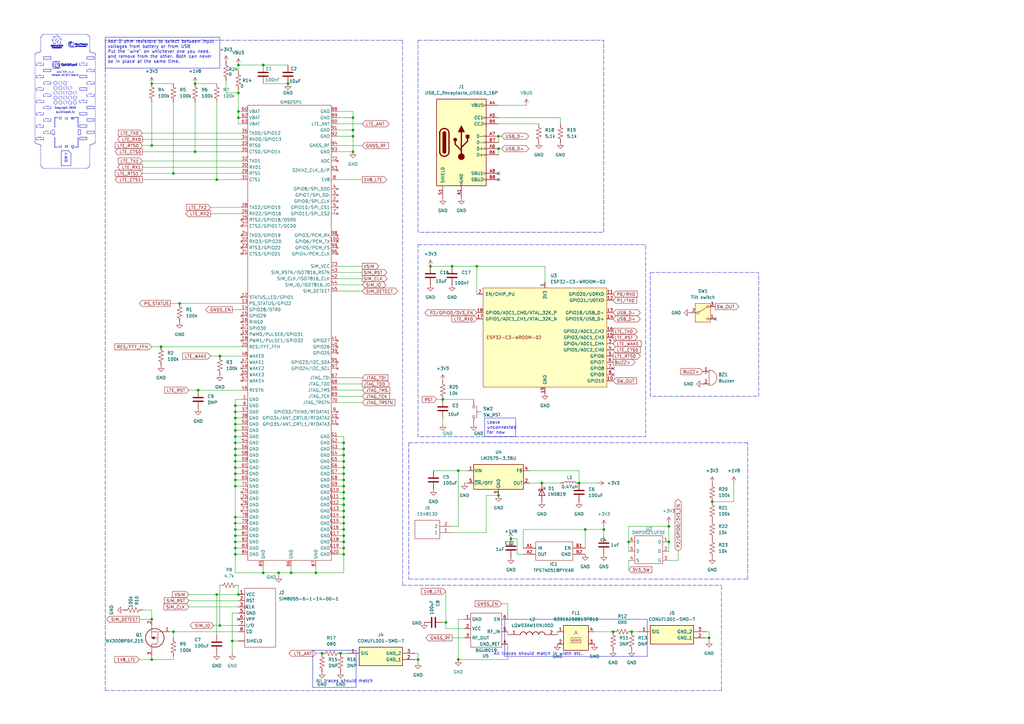
<source format=kicad_sch>
(kicad_sch (version 20231120) (generator "eeschema") (generator_version "8.0")
  (paper "A3")
  (junction (at 140.97 222.25))
  (junction (at 181.61 163.83))
  (junction (at 81.28 160.02))
  (junction (at 176.53 109.22))
  (junction (at 139.7 267.97))
  (junction (at 140.97 224.79))
  (junction (at 140.97 191.77))
  (junction (at 97.79 243.84))
  (junction (at 204.47 203.2))
  (junction (at 274.32 222.25))
  (junction (at 114.3 234.95))
  (junction (at 140.97 207.01))
  (junction (at 140.97 194.31))
  (junction (at 119.38 234.95))
  (junction (at 144.78 62.23))
  (junction (at 96.52 217.17))
  (junction (at 66.04 142.24))
  (junction (at 182.88 255.27))
  (junction (at 96.52 199.39))
  (junction (at 187.96 193.04))
  (junction (at 97.79 45.72))
  (junction (at 290.83 261.62))
  (junction (at 132.08 267.97))
  (junction (at 96.52 189.23))
  (junction (at 97.79 38.1))
  (junction (at 259.08 259.08))
  (junction (at 140.97 214.63))
  (junction (at 140.97 186.69))
  (junction (at 88.9 73.66))
  (junction (at 96.52 181.61))
  (junction (at 247.65 217.17))
  (junction (at 96.52 184.15))
  (junction (at 140.97 181.61))
  (junction (at 62.23 59.69))
  (junction (at 257.81 222.25))
  (junction (at 96.52 212.09))
  (junction (at 96.52 168.91))
  (junction (at 209.55 220.98))
  (junction (at 140.97 219.71))
  (junction (at 187.96 270.51))
  (junction (at 62.23 270.51))
  (junction (at 185.42 109.22))
  (junction (at 251.46 259.08))
  (junction (at 73.66 124.46))
  (junction (at 129.54 234.95))
  (junction (at 80.01 34.29))
  (junction (at 62.23 254))
  (junction (at 96.52 191.77))
  (junction (at 140.97 199.39))
  (junction (at 222.25 198.12))
  (junction (at 96.52 166.37))
  (junction (at 96.52 219.71))
  (junction (at 96.52 224.79))
  (junction (at 71.12 71.12))
  (junction (at 237.49 198.12))
  (junction (at 96.52 171.45))
  (junction (at 80.01 62.23))
  (junction (at 171.45 270.51))
  (junction (at 274.32 215.9))
  (junction (at 140.97 189.23))
  (junction (at 140.97 227.33))
  (junction (at 140.97 201.93))
  (junction (at 204.47 60.96))
  (junction (at 96.52 222.25))
  (junction (at 204.47 55.88))
  (junction (at 62.23 34.29))
  (junction (at 107.95 26.67))
  (junction (at 97.79 26.67))
  (junction (at 96.52 214.63))
  (junction (at 96.52 194.31))
  (junction (at 140.97 212.09))
  (junction (at 95.25 262.89))
  (junction (at 140.97 204.47))
  (junction (at 71.12 259.08))
  (junction (at 240.03 217.17))
  (junction (at 90.17 256.54))
  (junction (at 144.78 53.34))
  (junction (at 292.1 205.74))
  (junction (at 96.52 179.07))
  (junction (at 88.9 243.84))
  (junction (at 140.97 209.55))
  (junction (at 144.78 48.26))
  (junction (at 118.11 34.29))
  (junction (at 90.17 146.05))
  (junction (at 96.52 173.99))
  (junction (at 97.79 48.26))
  (junction (at 107.95 234.95))
  (junction (at 96.52 196.85))
  (junction (at 96.52 227.33))
  (junction (at 140.97 184.15))
  (junction (at 195.58 109.22))
  (junction (at 144.78 55.88))
  (junction (at 140.97 217.17))
  (junction (at 96.52 186.69))
  (junction (at 96.52 176.53))
  (junction (at 140.97 196.85))
  (no_connect (at 251.46 153.67))
  (no_connect (at 204.47 73.66))
  (no_connect (at 293.37 130.81))
  (no_connect (at 204.47 71.12))
  (no_connect (at 251.46 151.13))
  (no_connect (at 97.79 254))
  (polyline (pts (xy 26.1422 45.6912) (xy 25.8183 46.015)) (stroke (width 0.125) (type solid)))
  (wire (pts (xy 259.08 259.08) (xy 261.62 259.08)))
  (polyline (pts (xy 16.7237 20.8165) (xy 16.7345 20.7687)) (stroke (width 0.1) (type solid)))
  (polyline (pts (xy 26.7741 66.3141) (xy 26.6789 66.2665)) (stroke (width 0.15) (type solid)))
  (polyline (pts (xy 14.6467 21.8656) (xy 14.6136 21.9003)) (stroke (width 0.1) (type solid)))
  (polyline (pts (xy 26.4124 44.6197) (xy 26.3767 44.6912)) (stroke (width 0.125) (type solid)))
  (polyline (pts (xy 37.3266 59.1686) (xy 37.283 59.1905)) (stroke (width 0.1) (type solid)))
  (wire (pts (xy 240.03 217.17) (xy 247.65 217.17)))
  (polyline (pts (xy 38.5811 58.9768) (xy 38.6247 58.9549)) (stroke (width 0.1) (type solid)))
  (polyline (pts (xy 36.8124 59.7355) (xy 36.7971 59.7819)) (stroke (width 0.1) (type solid)))
  (polyline (pts (xy 16.6777 20.9554) (xy 16.6953 20.9099)) (stroke (width 0.1) (type solid)))
  (polyline (pts (xy 27.5836 66.1713) (xy 27.5836 65.9332)) (stroke (width 0.15) (type solid)))
  (polyline (pts (xy 17.2471 68.6847) (xy 17.3032 68.733)) (stroke (width 0.1) (type solid)))
  (polyline (pts (xy 23.0195 44.4412) (xy 22.9838 44.4769)) (stroke (width 0.125) (type solid)))
  (wire (pts (xy 138.43 212.09) (xy 140.97 212.09)))
  (polyline (pts (xy 30.2695 43.9054) (xy 30.2695 43.9769)) (stroke (width 0.125) (type solid)))
  (polyline (pts (xy 14.4986 58.5912) (xy 14.5246 58.6318)) (stroke (width 0.1) (type solid)))
  (polyline (pts (xy 27.9231 45.8531) (xy 27.9636 45.7721)) (stroke (width 0.125) (type solid)))
  (polyline (pts (xy 30.9601 30.4865) (xy 30.9601 30.5341)) (stroke (width 0.1) (type solid)))
  (polyline (pts (xy 37.0125 21.2439) (xy 37.0467 21.2798)) (stroke (width 0.1) (type solid)))
  (polyline (pts (xy 36.784 20.8165) (xy 36.7971 20.8635)) (stroke (width 0.1) (type solid)))
  (wire (pts (xy 247.65 215.9) (xy 247.65 217.17)))
  (wire (pts (xy 257.81 222.25) (xy 257.81 215.9)))
  (polyline (pts (xy 36.7538 20.5727) (xy 36.7551 20.6223)) (stroke (width 0.1) (type solid)))
  (polyline (pts (xy 16.7557 67.6471) (xy 16.7612 67.721)) (stroke (width 0.1) (type solid)))
  (polyline (pts (xy 25.2112 45.6912) (xy 25.3731 45.6912)) (stroke (width 0.125) (type solid)))
  (polyline (pts (xy 35.4021 69.0654) (xy 35.4753 69.0563)) (stroke (width 0.1) (type solid)))
  (polyline (pts (xy 28.3279 45.7721) (xy 28.3683 45.8531)) (stroke (width 0.125) (type solid)))
  (polyline (pts (xy 28.7326 46.1364) (xy 28.7731 46.2174)) (stroke (width 0.125) (type solid)))
  (polyline (pts (xy 28.5195 43.7626) (xy 28.6981 43.7626)) (stroke (width 0.125) (type solid)))
  (polyline (pts (xy 29.1014 67.8905) (xy 29.0014 67.9905)) (stroke (width 0.15) (type solid)))
  (wire (pts (xy 170.18 267.97) (xy 171.45 267.97)))
  (polyline (pts (xy 37.5101 59.1029) (xy 37.463 59.1159)) (stroke (width 0.1) (type solid)))
  (polyline (pts (xy 16.7538 67.5727) (xy 16.7557 67.6471)) (stroke (width 0.1) (type solid)))
  (polyline (pts (xy 29.5792 30.9389) (xy 29.5553 30.9627)) (stroke (width 0.1) (type solid)))
  (polyline (pts (xy 37.0467 21.2798) (xy 37.0827 21.314)) (stroke (width 0.1) (type solid)))
  (wire (pts (xy 204.47 55.88) (xy 204.47 58.42)))
  (polyline (pts (xy 36.666 68.0785) (xy 36.689 68.009)) (stroke (width 0.1) (type solid)))
  (polyline (pts (xy 26.7088 46.2578) (xy 26.7898 46.2174)) (stroke (width 0.125) (type solid)))
  (polyline (pts (xy 29.8843 29.0693) (xy 29.7057 29.605)) (stroke (width 0.1) (type solid)))
  (polyline (pts (xy 30.4839 30.7484) (xy 30.5077 30.7008)) (stroke (width 0.1) (type solid)))
  (polyline (pts (xy 31.9363 30.6532) (xy 32.0077 30.6532)) (stroke (width 0.1) (type solid)))
  (polyline (pts (xy 26.3767 44.6912) (xy 26.341 44.7269)) (stroke (width 0.125) (type solid)))
  (polyline (pts (xy 22.3681 30.677) (xy 22.4157 30.6532)) (stroke (width 0.1) (type solid)))
  (polyline (pts (xy 30.2338 44.084) (xy 29.8052 44.5126)) (stroke (width 0.125) (type solid)))
  (polyline (pts (xy 39.036 22.1018) (xy 39.012 22.0593)) (stroke (width 0.1) (type solid)))
  (polyline (pts (xy 39.058 58.5) (xy 39.0777 58.4554)) (stroke (width 0.1) (type solid)))
  (polyline (pts (xy 38.6673 58.9308) (xy 38.7086 58.9047)) (stroke (width 0.1) (type solid)))
  (wire (pts (xy 278.13 226.06) (xy 278.13 229.87)))
  (wire (pts (xy 138.43 217.17) (xy 140.97 217.17)))
  (polyline (pts (xy 36.83 20.9554) (xy 36.8497 21)) (stroke (width 0.1) (type solid)))
  (polyline (pts (xy 36.666 15.0669) (xy 36.6397 14.9987)) (stroke (width 0.1) (type solid)))
  (polyline (pts (xy 14.4324 58.4619) (xy 14.4525 58.5062)) (stroke (width 0.1) (type solid)))
  (polyline (pts (xy 30.841 44.0483) (xy 30.9124 44.084)) (stroke (width 0.125) (type solid)))
  (polyline (pts (xy 14.8353 21.7175) (xy 14.7947 21.7435)) (stroke (width 0.1) (type solid)))
  (polyline (pts (xy 25.2695 44.5126) (xy 25.2695 44.0126)) (stroke (width 0.125) (type solid)))
  (polyline (pts (xy 38.7086 21.7407) (xy 38.6673 21.7146)) (stroke (width 0.1) (type solid)))
  (wire (pts (xy 86.36 87.63) (xy 99.06 87.63)))
  (polyline (pts (xy 26.341 44.0126) (xy 26.4124 44.0483)) (stroke (width 0.125) (type solid)))
  (polyline (pts (xy 28.2874 46.2174) (xy 28.2064 46.2578)) (stroke (width 0.125) (type solid)))
  (polyline (pts (xy 14.7555 21.7714) (xy 14.7178 21.8011)) (stroke (width 0.1) (type solid)))
  (wire (pts (xy 212.09 227.33) (xy 212.09 220.98)))
  (polyline (pts (xy 36.5771 68.279) (xy 36.61 68.2136)) (stroke (width 0.1) (type solid)))
  (polyline (pts (xy 35.8948 14.2165) (xy 35.8279 14.1869)) (stroke (width 0.1) (type solid)))
  (polyline (pts (xy 36.5018 14.7405) (xy 36.4595 14.6803)) (stroke (width 0.1) (type solid)))
  (polyline (pts (xy 29.1624 43.9054) (xy 29.1981 43.834)) (stroke (width 0.125) (type solid)))
  (polyline (pts (xy 23.4871 30.677) (xy 23.5347 30.6532)) (stroke (width 0.1) (type solid)))
  (polyline (pts (xy 38.3498 59.0533) (xy 38.3976 59.0425)) (stroke (width 0.1) (type solid)))
  (wire (pts (xy 97.79 48.26) (xy 97.79 50.8)))
  (wire (pts (xy 144.78 45.72) (xy 144.78 48.26)))
  (polyline (pts (xy 17.0059 14.7405) (xy 16.9666 14.8026)) (stroke (width 0.1) (type solid)))
  (wire (pts (xy 71.12 71.12) (xy 99.06 71.12)))
  (polyline (pts (xy 23.1064 45.8531) (xy 23.1469 45.7721)) (stroke (width 0.125) (type solid)))
  (polyline (pts (xy 28.2064 46.2578) (xy 28.085 46.2578)) (stroke (width 0.125) (type solid)))
  (wire (pts (xy 129.54 232.41) (xy 129.54 234.95)))
  (polyline (pts (xy 24.091 44.5126) (xy 24.0195 44.4769)) (stroke (width 0.125) (type solid)))
  (polyline (pts (xy 35.4753 14.0891) (xy 35.4021 14.08)) (stroke (width 0.1) (type solid)))
  (polyline (pts (xy 36.9501 21.1676) (xy 36.9803 21.2065)) (stroke (width 0.1) (type solid)))
  (wire (pts (xy 96.52 168.91) (xy 96.52 166.37)))
  (polyline (pts (xy 23.13 31.1532) (xy 23.0585 31.1532)) (stroke (width 0.1) (type solid)))
  (polyline (pts (xy 29.6231 45.4888) (xy 29.6636 45.4483)) (stroke (width 0.125) (type solid)))
  (polyline (pts (xy 24.685 45.4078) (xy 24.6445 45.4483)) (stroke (width 0.125) (type solid)))
  (wire (pts (xy 138.43 165.1) (xy 148.59 165.1)))
  (polyline (pts (xy 21.9157 30.9151) (xy 21.9157 30.7246)) (stroke (width 0.1) (type solid)))
  (polyline (pts (xy 15.2016 59.0612) (xy 15.2516 59.0675)) (stroke (width 0.1) (type solid)))
  (polyline (pts (xy 16.7345 59.8767) (xy 16.7237 59.829)) (stroke (width 0.1) (type solid)))
  (polyline (pts (xy 35.6195 14.1179) (xy 35.5478 14.1018)) (stroke (width 0.1) (type solid)))
  (wire (pts (xy 199.39 203.2) (xy 204.47 203.2)))
  (polyline (pts (xy 30.6744 30.9865) (xy 30.5792 30.9865)) (stroke (width 0.1) (type solid)))
  (polyline (pts (xy 22.5552 44.084) (xy 22.591 43.9412)) (stroke (width 0.125) (type solid)))
  (polyline (pts (xy 23.4302 45.6912) (xy 23.5112 45.7316)) (stroke (width 0.125) (type solid)))
  (polyline (pts (xy 39.1106 58.3635) (xy 39.1237 58.3165)) (stroke (width 0.1) (type solid)))
  (polyline (pts (xy 36.024 14.2855) (xy 35.9602 14.2494)) (stroke (width 0.1) (type solid)))
  (polyline (pts (xy 17.1419 14.5659) (xy 17.0935 14.6221)) (stroke (width 0.1) (type solid)))
  (polyline (pts (xy 37.0125 59.4015) (xy 36.9803 59.4389)) (stroke (width 0.1) (type solid)))
  (wire (pts (xy 138.43 184.15) (xy 140.97 184.15)))
  (polyline (pts (xy 17.8176 69.0079) (xy 17.8882 69.0275)) (stroke (width 0.1) (type solid)))
  (polyline (pts (xy 29.4839 30.4865) (xy 29.5315 30.5103)) (stroke (width 0.1) (type solid)))
  (wire (pts (xy 300.99 205.74) (xy 292.1 205.74)))
  (polyline (pts (xy 22.9871 30.7484) (xy 23.0109 30.7008)) (stroke (width 0.1) (type solid)))
  (polyline (pts (xy 23.9157 30.677) (xy 23.9633 30.6532)) (stroke (width 0.1) (type solid)))
  (polyline (pts (xy 27.2027 65.7903) (xy 27.1551 65.8379)) (stroke (width 0.15) (type solid)))
  (polyline (pts (xy 23.6538 30.677) (xy 23.6776 30.7246)) (stroke (width 0.1) (type solid)))
  (polyline (pts (xy 30.841 44.5126) (xy 30.6267 44.5126)) (stroke (width 0.125) (type solid)))
  (polyline (pts (xy 23.1776 30.9865) (xy 23.0823 30.9865)) (stroke (width 0.1) (type solid)))
  (polyline (pts (xy 26.1624 44.7626) (xy 26.091 44.7269)) (stroke (width 0.125) (type solid)))
  (wire (pts (xy 228.6 260.35) (xy 228.6 259.08)))
  (polyline (pts (xy 23.6267 44.4769) (xy 23.5552 44.5126)) (stroke (width 0.125) (type solid)))
  (polyline (pts (xy 30.5552 44.4769) (xy 30.5195 44.4412)) (stroke (width 0.125) (type solid)))
  (polyline (pts (xy 26.0986 29.4621) (xy 26.3486 29.4621)) (stroke (width 0.1) (type solid)))
  (polyline (pts (xy 17.1419 68.5795) (xy 17.1932 68.6334)) (stroke (width 0.1) (type solid)))
  (polyline (pts (xy 28.8486 29.105) (xy 28.7772 29.2121)) (stroke (width 0.1) (type solid)))
  (wire (pts (xy 190.5 198.12) (xy 191.77 198.12)))
  (polyline (pts (xy 31.8411 30.677) (xy 31.8649 30.7246)) (stroke (width 0.1) (type solid)))
  (polyline (pts (xy 26.091 44.084) (xy 26.1267 44.0483)) (stroke (width 0.125) (type solid)))
  (polyline (pts (xy 30.1493 46.2578) (xy 30.0683 46.2174)) (stroke (width 0.125) (type solid)))
  (polyline (pts (xy 37.5578 21.5533) (xy 37.6062 21.5617)) (stroke (width 0.1) (type solid)))
  (polyline (pts (xy 29.8172 30.9627) (xy 29.7934 30.9151)) (stroke (width 0.1) (type solid)))
  (polyline (pts (xy 36.2045 68.733) (xy 36.2606 68.6847)) (stroke (width 0.1) (type solid)))
  (polyline (pts (xy 23.0109 30.9389) (xy 22.9871 30.8913)) (stroke (width 0.1) (type solid)))
  (polyline (pts (xy 26.091 44.4412) (xy 26.0552 44.3697)) (stroke (width 0.125) (type solid)))
  (polyline (pts (xy 36.1463 14.367) (xy 36.086 14.3247)) (stroke (width 0.1) (type solid)))
  (polyline (pts (xy 17.6129 68.9289) (xy 17.6798 68.9585)) (stroke (width 0.1) (type solid)))
  (wire (pts (xy 140.97 217.17) (xy 140.97 219.71)))
  (wire (pts (xy 77.47 248.92) (xy 97.79 248.92)))
  (polyline (pts (xy 28.4124 43.834) (xy 28.4481 43.7983)) (stroke (width 0.125) (type solid)))
  (polyline (pts (xy 28.7326 45.4078) (xy 28.7326 46.1364)) (stroke (width 0.125) (type solid)))
  (wire (pts (xy 96.52 222.25) (xy 99.06 222.25)))
  (polyline (pts (xy 36.3658 14.5659) (xy 36.3145 14.512)) (stroke (width 0.1) (type solid)))
  (polyline (pts (xy 26.0109 30.9865) (xy 26.0585 30.9865)) (stroke (width 0.1) (type solid)))
  (wire (pts (xy 97.79 251.46) (xy 95.25 251.46)))
  (polyline (pts (xy 36.7465 15.4244) (xy 36.7374 15.3512)) (stroke (width 0.1) (type solid)))
  (polyline (pts (xy 23.3052 44.3697) (xy 23.3052 44.1554)) (stroke (width 0.125) (type solid)))
  (polyline (pts (xy 26.5836 66.1237) (xy 26.5836 65.8856)) (stroke (width 0.15) (type solid)))
  (wire (pts (xy 138.43 189.23) (xy 140.97 189.23)))
  (polyline (pts (xy 14.3853 58.3226) (xy 14.3988 58.3701)) (stroke (width 0.1) (type solid)))
  (polyline (pts (xy 38.1538 59.0727) (xy 37.7538 59.0727)) (stroke (width 0.1) (type solid)))
  (polyline (pts (xy 17.9598 69.0436) (xy 18.0323 69.0563)) (stroke (width 0.1) (type solid)))
  (polyline (pts (xy 22.591 44.334) (xy 22.5552 44.1912)) (stroke (width 0.125) (type solid)))
  (polyline (pts (xy 24.7255 45.4483) (xy 24.685 45.4078)) (stroke (width 0.125) (type solid)))
  (polyline (pts (xy 22.9871 30.8913) (xy 22.9871 30.7484)) (stroke (width 0.1) (type solid)))
  (polyline (pts (xy 27.5552 44.5126) (xy 27.6267 44.5126)) (stroke (width 0.125) (type solid)))
  (polyline (pts (xy 26.4124 44.0126) (xy 26.4124 44.6197)) (stroke (width 0.125) (type solid)))
  (polyline (pts (xy 38.4447 21.6159) (xy 38.3976 21.6029)) (stroke (width 0.1) (type solid)))
  (polyline (pts (xy 22.8052 44.5126) (xy 22.6981 44.4769)) (stroke (width 0.125) (type solid)))
  (polyline (pts (xy 24.6267 44.0126) (xy 24.8052 44.5126)) (stroke (width 0.125) (type solid)))
  (wire (pts (xy 96.52 191.77) (xy 99.06 191.77)))
  (polyline (pts (xy 16.2673 59.2146) (xy 16.2247 59.1905)) (stroke (width 0.1) (type solid)))
  (polyline (pts (xy 23.4633 30.6532) (xy 23.4633 30.9865)) (stroke (width 0.1) (type solid)))
  (polyline (pts (xy 23.5347 30.6532) (xy 23.6062 30.6532)) (stroke (width 0.1) (type solid)))
  (polyline (pts (xy 38.8951 21.9015) (xy 38.861 21.8656)) (stroke (width 0.1) (type solid)))
  (polyline (pts (xy 30.2695 43.9769) (xy 30.2338 44.084)) (stroke (width 0.125) (type solid)))
  (wire (pts (xy 58.42 71.12) (xy 71.12 71.12)))
  (polyline (pts (xy 23.6981 44.3697) (xy 23.6624 44.4412)) (stroke (width 0.125) (type solid)))
  (polyline (pts (xy 14.7178 21.8011) (xy 14.6815 21.8325)) (stroke (width 0.1) (type solid)))
  (wire (pts (xy 140.97 209.55) (xy 140.97 212.09)))
  (polyline (pts (xy 24.0585 30.9865) (xy 23.9633 30.9865)) (stroke (width 0.1) (type solid)))
  (polyline (pts (xy 18.1795 69.0709) (xy 18.2538 69.0727)) (stroke (width 0.1) (type solid)))
  (polyline (pts (xy 26.1981 44.0126) (xy 26.341 44.0126)) (stroke (width 0.125) (type solid)))
  (polyline (pts (xy 29.3052 44.5126) (xy 29.2338 44.4769)) (stroke (width 0.125) (type solid)))
  (polyline (pts (xy 23.4302 46.2578) (xy 23.2683 46.2578)) (stroke (width 0.125) (type solid)))
  (polyline (pts (xy 16.425 21.314) (xy 16.4609 21.2798)) (stroke (width 0.1) (type solid)))
  (wire (pts (xy 71.12 269.24) (xy 71.12 270.51)))
  (wire (pts (xy 138.43 73.66) (xy 148.59 73.66)))
  (polyline (pts (xy 39.1345 58.2687) (xy 39.1429 58.2204)) (stroke (width 0.1) (type solid)))
  (wire (pts (xy 62.23 41.91) (xy 62.23 59.69)))
  (polyline (pts (xy 25.1302 45.7316) (xy 25.2112 45.6912)) (stroke (width 0.125) (type solid)))
  (polyline (pts (xy 16.7612 15.4244) (xy 16.7557 15.4983)) (stroke (width 0.1) (type solid)))
  (polyline (pts (xy 29.0629 29.855) (xy 28.6343 29.855)) (stroke (width 0.1) (type solid)))
  (polyline (pts (xy 23.5552 44.5126) (xy 23.4481 44.5126)) (stroke (width 0.125) (type solid)))
  (polyline (pts (xy 23.5112 46.2174) (xy 23.4302 46.2578)) (stroke (width 0.125) (type solid)))
  (polyline (pts (xy 22.4838 52.2527) (xy 22.4838 48.1727)) (stroke (width 0.2) (type solid)))
  (polyline (pts (xy 28.1014 61.8405) (xy 25.2014 61.8405)) (stroke (width 0.15) (type solid)))
  (wire (pts (xy 187.96 270.51) (xy 208.28 270.51)))
  (polyline (pts (xy 27.2057 29.2478) (xy 27.2057 29.355)) (stroke (width 0.1) (type solid)))
  (wire (pts (xy 90.17 256.54) (xy 97.79 256.54)))
  (polyline (pts (xy 16.2673 21.4308) (xy 16.3086 21.4047)) (stroke (width 0.1) (type solid)))
  (wire (pts (xy 140.97 191.77) (xy 140.97 194.31)))
  (polyline (pts (xy 22.0823 30.6532) (xy 22.13 30.677)) (stroke (width 0.1) (type solid)))
  (polyline (pts (xy 24.0374 46.2578) (xy 24.1588 46.2578)) (stroke (width 0.125) (type solid)))
  (wire (pts (xy 119.38 232.41) (xy 119.38 234.95)))
  (polyline (pts (xy 29.0014 67.9905) (xy 25.2014 67.9905)) (stroke (width 0.15) (type solid)))
  (polyline (pts (xy 30.0683 45.7316) (xy 30.1493 45.6912)) (stroke (width 0.125) (type solid)))
  (polyline (pts (xy 24.5109 30.6532) (xy 24.5585 30.677)) (stroke (width 0.1) (type solid)))
  (polyline (pts (xy 26.466 45.8126) (xy 26.5064 45.7316)) (stroke (width 0.125) (type solid)))
  (polyline (pts (xy 27.3932 65.7427) (xy 27.2979 65.7427)) (stroke (width 0.15) (type solid)))
  (wire (pts (xy 140.97 186.69) (xy 140.97 189.23)))
  (polyline (pts (xy 15.9976 59.1029) (xy 15.9498 59.0921)) (stroke (width 0.1) (type solid)))
  (polyline (pts (xy 25.7014 30.4865) (xy 25.6776 30.5103)) (stroke (width 0.1) (type solid)))
  (polyline (pts (xy 25.6776 30.5103) (xy 25.7014 30.5341)) (stroke (width 0.1) (type solid)))
  (wire (pts (xy 185.42 218.44) (xy 199.39 218.44)))
  (polyline (pts (xy 16.7429 59.925) (xy 16.7345 59.8767)) (stroke (width 0.1) (type solid)))
  (polyline (pts (xy 23.6776 30.7246) (xy 23.6776 30.9865)) (stroke (width 0.1) (type solid)))
  (polyline (pts (xy 23.3767 44.4769) (xy 23.341 44.4412)) (stroke (width 0.125) (type solid)))
  (polyline (pts (xy 16.0447 59.1159) (xy 15.9976 59.1029)) (stroke (width 0.1) (type solid)))
  (wire (pts (xy 58.42 54.61) (xy 99.06 54.61)))
  (polyline (pts (xy 36.7538 15.5727) (xy 36.752 15.4983)) (stroke (width 0.1) (type solid)))
  (polyline (pts (xy 22.6267 44.4054) (xy 22.591 44.334)) (stroke (width 0.125) (type solid)))
  (polyline (pts (xy 23.3486 29.105) (xy 23.5272 29.855)) (stroke (width 0.1) (type solid)))
  (wire (pts (xy 204.47 55.88) (xy 205.74 55.88)))
  (polyline (pts (xy 30.3517 46.2174) (xy 30.2707 46.2578)) (stroke (width 0.125) (type solid)))
  (polyline (pts (xy 26.8302 46.0959) (xy 26.7898 46.015)) (stroke (width 0.125) (type solid)))
  (wire (pts (xy 96.52 214.63) (xy 99.06 214.63)))
  (polyline (pts (xy 16.7991 67.9383) (xy 16.8187 68.009)) (stroke (width 0.1) (type solid)))
  (polyline (pts (xy 28.3767 44.5126) (xy 28.841 44.5126)) (stroke (width 0.125) (type solid)))
  (polyline (pts (xy 30.2696 30.9627) (xy 30.2458 30.9151)) (stroke (width 0.1) (type solid)))
  (wire (pts (xy 96.52 217.17) (xy 99.06 217.17)))
  (polyline (pts (xy 23.5552 44.0126) (xy 23.6267 44.0483)) (stroke (width 0.125) (type solid)))
  (polyline (pts (xy 30.4326 45.8531) (xy 30.4326 46.0959)) (stroke (width 0.125) (type solid)))
  (polyline (pts (xy 38.7488 58.8765) (xy 38.7876 58.8462)) (stroke (width 0.1) (type solid)))
  (polyline (pts (xy 16.9666 68.3428) (xy 17.0059 68.4049)) (stroke (width 0.1) (type solid)))
  (polyline (pts (xy 36.4141 68.5233) (xy 36.4595 68.4651)) (stroke (width 0.1) (type solid)))
  (wire (pts (xy 138.43 111.76) (xy 148.59 111.76)))
  (polyline (pts (xy 21.4395 30.9865) (xy 21.4395 30.4865)) (stroke (width 0.1) (type solid)))
  (polyline (pts (xy 28.6268 30.6532) (xy 28.6744 30.677)) (stroke (width 0.1) (type solid)))
  (polyline (pts (xy 28.3683 45.8531) (xy 28.3683 46.0959)) (stroke (width 0.125) (type solid)))
  (polyline (pts (xy 38.8951 58.7439) (xy 38.9274 58.7065)) (stroke (width 0.1) (type solid)))
  (polyline (pts (xy 27.4884 65.7903) (xy 27.3932 65.7427)) (stroke (width 0.15) (type solid)))
  (polyline (pts (xy 14.9203 21.6713) (xy 14.8772 21.6934)) (stroke (width 0.1) (type solid)))
  (polyline (pts (xy 167.64 237.49) (xy 306.705 237.49)) (stroke (width 0) (type dash)))
  (polyline (pts (xy 24.92 29.855) (xy 24.92 29.105)) (stroke (width 0.1) (type solid)))
  (polyline (pts (xy 23.9157 30.9627) (xy 23.8919 30.9151)) (stroke (width 0.1) (type solid)))
  (polyline (pts (xy 30.5315 30.9627) (xy 30.5077 30.9389)) (stroke (width 0.1) (type solid)))
  (wire (pts (xy 138.43 114.3) (xy 148.59 114.3)))
  (polyline (pts (xy 27.091 44.1197) (xy 27.0552 44.0483)) (stroke (width 0.125) (type solid)))
  (polyline (pts (xy 16.0447 21.5295) (xy 16.091 21.5141)) (stroke (width 0.1) (type solid)))
  (polyline (pts (xy 14.5525 21.9744) (xy 14.5246 22.0136)) (stroke (width 0.1) (type solid)))
  (polyline (pts (xy 39.149 58.1715) (xy 39.1526 58.1223)) (stroke (width 0.1) (type solid)))
  (polyline (pts (xy 38.9858 22.0179) (xy 38.9576 21.9778)) (stroke (width 0.1) (type solid)))
  (polyline (pts (xy 25.9633 30.9627) (xy 26.0109 30.9865)) (stroke (width 0.1) (type solid)))
  (polyline (pts (xy 167.64 181.61) (xy 167.64 237.49)) (stroke (width 0) (type dash)))
  (polyline (pts (xy 23.1064 46.0959) (xy 23.1064 45.8531)) (stroke (width 0.125) (type solid)))
  (polyline (pts (xy 29.1014 62.8405) (xy 29.1014 67.8905)) (stroke (width 0.15) (type solid)))
  (wire (pts (xy 214.63 224.79) (xy 214.63 217.17)))
  (polyline (pts (xy 14.5246 58.6318) (xy 14.5525 58.671)) (stroke (width 0.1) (type solid)))
  (polyline (pts (xy 15.7538 21.5727) (xy 15.8034 21.5715)) (stroke (width 0.1) (type solid)))
  (polyline (pts (xy 17.1932 68.6334) (xy 17.2471 68.6847)) (stroke (width 0.1) (type solid)))
  (polyline (pts (xy 26.5874 45.6912) (xy 26.7088 45.6912)) (stroke (width 0.125) (type solid)))
  (polyline (pts (xy 16.091 59.1313) (xy 16.0447 59.1159)) (stroke (width 0.1) (type solid)))
  (wire (pts (xy 140.97 189.23) (xy 140.97 191.77)))
  (polyline (pts (xy 27.4374 46.2578) (xy 27.2755 46.2578)) (stroke (width 0.125) (type solid)))
  (wire (pts (xy 138.43 194.31) (xy 140.97 194.31)))
  (wire (pts (xy 289.56 259.08) (xy 290.83 259.08)))
  (polyline (pts (xy 26.466 46.2174) (xy 26.5469 46.2578)) (stroke (width 0.125) (type solid)))
  (wire (pts (xy 138.43 48.26) (xy 144.78 48.26)))
  (polyline (pts (xy 38.2034 59.0715) (xy 38.2527 59.0678)) (stroke (width 0.1) (type solid)))
  (polyline (pts (xy 36.3145 14.512) (xy 36.2606 14.4608)) (stroke (width 0.1) (type solid)))
  (polyline (pts (xy 29.6231 46.2578) (xy 29.6231 45.6912)) (stroke (width 0.125) (type solid)))
  (polyline (pts (xy 14.5822 58.7088) (xy 14.6136 58.7451)) (stroke (width 0.1) (type solid)))
  (polyline (pts (xy 30.0683 46.2174) (xy 30.0279 46.1769)) (stroke (width 0.125) (type solid)))
  (polyline (pts (xy 16.9666 14.8026) (xy 16.9306 14.8664)) (stroke (width 0.1) (type solid)))
  (polyline (pts (xy 14.5525 58.671) (xy 14.5822 58.7088)) (stroke (width 0.1) (type solid)))
  (wire (pts (xy 138.43 224.79) (xy 140.97 224.79)))
  (polyline (pts (xy 36.3658 68.5795) (xy 36.4141 68.5233)) (stroke (width 0.1) (type solid)))
  (polyline (pts (xy 21.7014 30.8674) (xy 21.6776 30.9151)) (stroke (width 0.1) (type solid)))
  (polyline (pts (xy 35.2538 69.0727) (xy 35.3282 69.0709)) (stroke (width 0.1) (type solid)))
  (polyline (pts (xy 35.9602 14.2494) (xy 35.8948 14.2165)) (stroke (width 0.1) (type solid)))
  (polyline (pts (xy 38.861 58.7798) (xy 38.8951 58.7439)) (stroke (width 0.1) (type solid)))
  (polyline (pts (xy 16.7345 20.7687) (xy 16.7429 20.7204)) (stroke (width 0.1) (type solid)))
  (polyline (pts (xy 22.3442 30.9627) (xy 22.3919 30.9865)) (stroke (width 0.1) (type solid)))
  (polyline (pts (xy 16.8417 15.0669) (xy 16.8187 15.1365)) (stroke (width 0.1) (type solid)))
  (polyline (pts (xy 30.1981 43.7983) (xy 30.2338 43.834)) (stroke (width 0.125) (type solid)))
  (polyline (pts (xy 15.1523 21.593) (xy 15.1039 21.6042)) (stroke (width 0.1) (type solid)))
  (polyline (pts (xy 29.5792 30.5817) (xy 29.5792 30.6294)) (stroke (width 0.1) (type solid)))
  (polyline (pts (xy 17.6798 68.9585) (xy 17.7481 68.9849)) (stroke (width 0.1) (type solid)))
  (polyline (pts (xy 27.2755 45.6912) (xy 27.4374 45.6912)) (stroke (width 0.125) (type solid)))
  (polyline (pts (xy 29.4839 30.7246) (xy 29.5553 30.7484)) (stroke (width 0.1) (type solid)))
  (polyline (pts (xy 36.7732 20.7687) (xy 36.784 20.8165)) (stroke (width 0.1) (type solid)))
  (wire (pts (xy 97.79 240.03) (xy 97.79 243.84)))
  (polyline (pts (xy 14.6136 21.9003) (xy 14.5822 21.9366)) (stroke (width 0.1) (type solid)))
  (polyline (pts (xy 17.5475 14.2494) (xy 17.4837 14.2855)) (stroke (width 0.1) (type solid)))
  (wire (pts (xy 204.47 43.18) (xy 215.9 43.18)))
  (polyline (pts (xy 39.1429 22.425) (xy 39.1345 22.3767)) (stroke (width 0.1) (type solid)))
  (polyline (pts (xy 37.0827 21.314) (xy 37.1201 21.3462)) (stroke (width 0.1) (type solid)))
  (polyline (pts (xy 24.685 46.2578) (xy 24.685 45.6912)) (stroke (width 0.125) (type solid)))
  (polyline (pts (xy 23.6062 30.6532) (xy 23.6538 30.677)) (stroke (width 0.1) (type solid)))
  (wire (pts (xy 92.71 38.1) (xy 97.79 38.1)))
  (wire (pts (xy 138.43 55.88) (xy 144.78 55.88)))
  (polyline (pts (xy 30.2338 43.834) (xy 30.2695 43.9054)) (stroke (width 0.125) (type solid)))
  (polyline (pts (xy 31.3411 30.9865) (xy 31.3887 30.9627)) (stroke (width 0.1) (type solid)))
  (polyline (pts (xy 39.1429 58.2204) (xy 39.149 58.1715)) (stroke (width 0.1) (type solid)))
  (polyline (pts (xy 25.9395 30.9151) (xy 25.9633 30.9627)) (stroke (width 0.1) (type solid)))
  (wire (pts (xy 71.12 261.62) (xy 71.12 259.08)))
  (polyline (pts (xy 17.8882 14.1179) (xy 17.8176 14.1375)) (stroke (width 0.1) (type solid)))
  (polyline (pts (xy 26.5874 45.9745) (xy 26.5064 45.934)) (stroke (width 0.125) (type solid)))
  (wire (pts (xy 77.47 243.84) (xy 88.9 243.84)))
  (wire (pts (xy 58.42 250.19) (xy 62.23 250.19)))
  (polyline (pts (xy 24.2338 44.5126) (xy 24.091 44.5126)) (stroke (width 0.125) (type solid)))
  (polyline (pts (xy 29.6636 45.4483) (xy 29.6231 45.4078)) (stroke (width 0.125) (type solid)))
  (wire (pts (xy 290.83 259.08) (xy 290.83 261.62)))
  (polyline (pts (xy 22.8767 44.5126) (xy 22.8052 44.5126)) (stroke (width 0.125) (type solid)))
  (polyline (pts (xy 16.1365 21.4966) (xy 16.1811 21.4768)) (stroke (width 0.1) (type solid)))
  (polyline (pts (xy 25.7695 43.7983) (xy 25.7338 43.7626)) (stroke (width 0.125) (type solid)))
  (wire (pts (xy 71.12 259.08) (xy 97.79 259.08)))
  (polyline (pts (xy 15.9498 59.0921) (xy 15.9015 59.0837)) (stroke (width 0.1) (type solid)))
  (polyline (pts (xy 25.3731 45.6912) (xy 25.4541 45.7316)) (stroke (width 0.125) (type solid)))
  (polyline (pts (xy 24.3681 30.677) (xy 24.4157 30.6532)) (stroke (width 0.1) (type solid)))
  (polyline (pts (xy 30.7538 60.3727) (xy 32.0238 60.3727)) (stroke (width 0.2) (type solid)))
  (wire (pts (xy 81.28 160.02) (xy 99.06 160.02)))
  (polyline (pts (xy 29.2338 44.4769) (xy 29.1981 44.4412)) (stroke (width 0.125) (type solid)))
  (polyline (pts (xy 27.5588 45.7721) (xy 27.5993 45.8531)) (stroke (width 0.125) (type solid)))
  (polyline (pts (xy 27.5993 45.8531) (xy 27.5993 46.0959)) (stroke (width 0.125) (type solid)))
  (wire (pts (xy 97.79 48.26) (xy 99.06 48.26)))
  (polyline (pts (xy 14.4745 22.096) (xy 14.4525 22.1392)) (stroke (width 0.1) (type solid)))
  (polyline (pts (xy 23.0347 30.9627) (xy 23.0109 30.9389)) (stroke (width 0.1) (type solid)))
  (polyline (pts (xy 15.3024 59.0714) (xy 15.3538 59.0727)) (stroke (width 0.1) (type solid)))
  (polyline (pts (xy 22.5552 44.1912) (xy 22.5552 44.084)) (stroke (width 0.125) (type solid)))
  (polyline (pts (xy 24.6981 44.7269) (xy 24.6267 44.7626)) (stroke (width 0.125) (type solid)))
  (polyline (pts (xy 24.4157 30.6532) (xy 24.5109 30.6532)) (stroke (width 0.1) (type solid)))
  (wire (pts (xy 96.52 196.85) (xy 96.52 199.39)))
  (polyline (pts (xy 14.3551 58.1242) (xy 14.359 58.1749)) (stroke (width 0.1) (type solid)))
  (polyline (pts (xy 27.0122 66.2189) (xy 26.9646 66.2665)) (stroke (width 0.15) (type solid)))
  (polyline (pts (xy 30.9839 30.5103) (xy 30.9601 30.4865)) (stroke (width 0.1) (type solid)))
  (polyline (pts (xy 15.1039 59.0412) (xy 15.1523 59.0524)) (stroke (width 0.1) (type solid)))
  (polyline (pts (xy 25.7338 43.834) (xy 25.7695 43.7983)) (stroke (width 0.125) (type solid)))
  (wire (pts (xy 185.42 215.9) (xy 187.96 215.9)))
  (polyline (pts (xy 30.7538 48.1727) (xy 32.0238 48.1727)) (stroke (width 0.2) (type solid)))
  (wire (pts (xy 90.17 146.05) (xy 99.06 146.05)))
  (polyline (pts (xy 14.4986 22.0542) (xy 14.4745 22.096)) (stroke (width 0.1) (type solid)))
  (polyline (pts (xy 23.1469 45.7721) (xy 23.1874 45.7316)) (stroke (width 0.125) (type solid)))
  (polyline (pts (xy 23.5112 45.6912) (xy 23.5112 46.5412)) (stroke (width 0.125) (type solid)))
  (wire (pts (xy 58.42 68.58) (xy 99.06 68.58)))
  (polyline (pts (xy 17.7481 68.9849) (xy 17.8176 69.0079)) (stroke (width 0.1) (type solid)))
  (polyline (pts (xy 25.7014 30.4865) (xy 25.7014 30.5341)) (stroke (width 0.1) (type solid)))
  (wire (pts (xy 99.06 189.23) (xy 96.52 189.23)))
  (polyline (pts (xy 22.6267 43.8697) (xy 22.6981 43.7983)) (stroke (width 0.125) (type solid)))
  (polyline (pts (xy 38.4447 59.0295) (xy 38.491 59.0141)) (stroke (width 0.1) (type solid)))
  (polyline (pts (xy 36.7086 67.9383) (xy 36.7248 67.8667)) (stroke (width 0.1) (type solid)))
  (polyline (pts (xy 28.5553 30.6532) (xy 28.6268 30.6532)) (stroke (width 0.1) (type solid)))
  (wire (pts (xy 208.28 260.35) (xy 208.28 259.08)))
  (wire (pts (xy 144.78 53.34) (xy 144.78 55.88)))
  (wire (pts (xy 97.79 36.83) (xy 97.79 38.1)))
  (wire (pts (xy 138.43 162.56) (xy 148.59 162.56)))
  (polyline (pts (xy 30.5195 43.7626) (xy 30.9838 43.7626)) (stroke (width 0.125) (type solid)))
  (polyline (pts (xy 15.8034 59.0739) (xy 15.7538 59.0727)) (stroke (width 0.1) (type solid)))
  (wire (pts (xy 243.84 259.08) (xy 251.46 259.08)))
  (wire (pts (xy 86.36 85.09) (xy 99.06 85.09)))
  (polyline (pts (xy 25.6981 43.7983) (xy 25.7338 43.834)) (stroke (width 0.125) (type solid)))
  (wire (pts (xy 71.12 41.91) (xy 71.12 71.12)))
  (polyline (pts (xy 37.655 21.5678) (xy 37.7043 21.5715)) (stroke (width 0.1) (type solid)))
  (wire (pts (xy 96.52 166.37) (xy 96.52 163.83)))
  (polyline (pts (xy 16.3876 59.2992) (xy 16.3488 59.2689)) (stroke (width 0.1) (type solid)))
  (polyline (pts (xy 38.2034 21.5739) (xy 38.1538 21.5727)) (stroke (width 0.1) (type solid)))
  (polyline (pts (xy 30.0279 45.7721) (xy 30.0683 45.7316)) (stroke (width 0.125) (type solid)))
  (polyline (pts (xy 38.825 58.814) (xy 38.861 58.7798)) (stroke (width 0.1) (type solid)))
  (polyline (pts (xy 21.7014 30.6055) (xy 21.7252 30.7008)) (stroke (width 0.1) (type solid)))
  (wire (pts (xy 140.97 207.01) (xy 140.97 209.55)))
  (wire (pts (xy 92.71 33.02) (xy 92.71 38.1)))
  (polyline (pts (xy 38.3976 59.0425) (xy 38.4447 59.0295)) (stroke (width 0.1) (type solid)))
  (polyline (pts (xy 29.8172 30.677) (xy 29.8649 30.6532)) (stroke (width 0.1) (type solid)))
  (polyline (pts (xy 30.0629 29.355) (xy 30.0629 29.855)) (stroke (width 0.1) (type solid)))
  (polyline (pts (xy 27.091 44.5126) (xy 27.091 44.1197)) (stroke (width 0.125) (type solid)))
  (polyline (pts (xy 15.8527 21.5678) (xy 15.9015 21.5617)) (stroke (width 0.1) (type solid)))
  (polyline (pts (xy 16.8187 68.009) (xy 16.8417 68.0785)) (stroke (width 0.1) (type solid)))
  (polyline (pts (xy 28.6744 30.677) (xy 28.6982 30.7246)) (stroke (width 0.1) (type solid)))
  (polyline (pts (xy 26.5836 64.1713) (xy 27.5836 64.1713)) (stroke (width 0.15) (type solid)))
  (polyline (pts (xy 28.7731 46.2174) (xy 28.8541 46.2578)) (stroke (width 0.125) (type solid)))
  (polyline (pts (xy 36.7971 59.7819) (xy 36.784 59.829)) (stroke (width 0.1) (type solid)))
  (polyline (pts (xy 26.9646 66.2665) (xy 26.8693 66.3141)) (stroke (width 0.15) (type solid)))
  (polyline (pts (xy 35.6901 14.1375) (xy 35.6195 14.1179)) (stroke (width 0.1) (type solid)))
  (polyline (pts (xy 22.3443 30.7484) (xy 22.3443 30.7246)) (stroke (width 0.1) (type solid)))
  (polyline (pts (xy 25.341 44.0483) (xy 25.4124 44.0126)) (stroke (width 0.125) (type solid)))
  (polyline (pts (xy 30.2707 45.6912) (xy 30.3517 45.7316)) (stroke (width 0.125) (type solid)))
  (polyline (pts (xy 23.6624 44.4412) (xy 23.6267 44.4769)) (stroke (width 0.125) (type solid)))
  (polyline (pts (xy 25.8681 30.6532) (xy 26.0585 30.6532)) (stroke (width 0.1) (type solid)))
  (polyline (pts (xy 36.2606 68.6847) (xy 36.3145 68.6334)) (stroke (width 0.1) (type solid)))
  (polyline (pts (xy 29.1267 44.2269) (xy 29.1267 44.0483)) (stroke (width 0.125) (type solid)))
  (polyline (pts (xy 25.4124 44.0126) (xy 25.4838 44.0126)) (stroke (width 0.125) (type solid)))
  (polyline (pts (xy 29.3172 30.4865) (xy 29.4839 30.4865)) (stroke (width 0.1) (type solid)))
  (wire (pts (xy 96.52 224.79) (xy 96.52 227.33)))
  (polyline (pts (xy 23.0585 31.1532) (xy 23.0109 31.1294)) (stroke (width 0.1) (type solid)))
  (polyline (pts (xy 30.6744 30.6532) (xy 30.722 30.677)) (stroke (width 0.1) (type solid)))
  (polyline (pts (xy 26.341 44.7269) (xy 26.2695 44.7626)) (stroke (width 0.125) (type solid)))
  (polyline (pts (xy 26.1267 44.0483) (xy 26.1981 44.0126)) (stroke (width 0.125) (type solid)))
  (polyline (pts (xy 29.5315 30.5103) (xy 29.5553 30.5341)) (stroke (width 0.1) (type solid)))
  (polyline (pts (xy 27.0552 44.0483) (xy 26.9838 44.0126)) (stroke (width 0.125) (type solid)))
  (polyline (pts (xy 36.8716 21.0436) (xy 36.8957 21.0861)) (stroke (width 0.1) (type solid)))
  (polyline (pts (xy 38.491 59.0141) (xy 38.5365 58.9966)) (stroke (width 0.1) (type solid)))
  (polyline (pts (xy 18.1056 69.0654) (xy 18.1795 69.0709)) (stroke (width 0.1) (type solid)))
  (polyline (pts (xy 14.7947 21.7435) (xy 14.7555 21.7714)) (stroke (width 0.1) (type solid)))
  (wire (pts (xy 107.95 232.41) (xy 107.95 234.95)))
  (polyline (pts (xy 25.1014 67.8905) (xy 25.1014 61.9405)) (stroke (width 0.15) (type solid)))
  (polyline (pts (xy 23.1469 46.1769) (xy 23.1064 46.0959)) (stroke (width 0.125) (type solid)))
  (polyline (pts (xy 39.0953 58.4099) (xy 39.1106 58.3635)) (stroke (width 0.1) (type solid)))
  (wire (pts (xy 138.43 116.84) (xy 148.59 116.84)))
  (polyline (pts (xy 35.8279 68.9585) (xy 35.8948 68.9289)) (stroke (width 0.1) (type solid)))
  (polyline (pts (xy 39.1237 22.329) (xy 39.1106 22.2819)) (stroke (width 0.1) (type solid)))
  (polyline (pts (xy 25.1014 67.8905) (xy 25.2014 67.9905)) (stroke (width 0.15) (type solid)))
  (polyline (pts (xy 24.0585 30.6532) (xy 24.1062 30.677)) (stroke (width 0.1) (type solid)))
  (polyline (pts (xy 22.4838 60.3727) (xy 23.7538 60.3727)) (stroke (width 0.2) (type solid)))
  (polyline (pts (xy 16.868 14.9987) (xy 16.8417 15.0669)) (stroke (width 0.1) (type solid)))
  (polyline (pts (xy 38.9274 21.9389) (xy 38.8951 21.9015)) (stroke (width 0.1) (type solid)))
  (polyline (pts (xy 39.0777 22.19) (xy 39.058 22.1454)) (stroke (width 0.1) (type solid)))
  (polyline (pts (xy 17.8882 69.0275) (xy 17.9598 69.0436)) (stroke (width 0.1) (type solid)))
  (polyline (pts (xy 14.6815 58.8129) (xy 14.7178 58.8444)) (stroke (width 0.1) (type solid)))
  (polyline (pts (xy 39.1526 58.1223) (xy 39.1538 58.0727)) (stroke (width 0.1) (type solid)))
  (polyline (pts (xy 15.3024 21.574) (xy 15.2516 21.5779)) (stroke (width 0.1) (type solid)))
  (polyline (pts (xy 22.3919 30.9865) (xy 22.4871 30.9865)) (stroke (width 0.1) (type solid)))
  (polyline (pts (xy 22.4871 30.8198) (xy 22.4157 30.8198)) (stroke (width 0.1) (type solid)))
  (polyline (pts (xy 28.2458 30.9865) (xy 28.2458 30.6532)) (stroke (width 0.1) (type solid)))
  (polyline (pts (xy 36.7587 59.9739) (xy 36.7551 60.0231)) (stroke (width 0.1) (type solid)))
  (wire (pts (xy 247.65 217.17) (xy 247.65 219.71)))
  (wire (pts (xy 140.97 212.09) (xy 140.97 214.63)))
  (polyline (pts (xy 29.5195 44.3697) (xy 29.4838 44.4412)) (stroke (width 0.125) (type solid)))
  (polyline (pts (xy 21.9157 30.7246) (xy 21.9395 30.677)) (stroke (width 0.1) (type solid)))
  (wire (pts (xy 237.49 198.12) (xy 245.11 198.12)))
  (wire (pts (xy 138.43 227.33) (xy 140.97 227.33)))
  (polyline (pts (xy 22.7728 30.5341) (xy 22.7966 30.5103)) (stroke (width 0.1) (type solid)))
  (polyline (pts (xy 25.3052 44.084) (xy 25.341 44.0483)) (stroke (width 0.125) (type solid)))
  (polyline (pts (xy 18.2538 14.0727) (xy 18.1795 14.0745)) (stroke (width 0.1) (type solid)))
  (wire (pts (xy 138.43 209.55) (xy 140.97 209.55)))
  (wire (pts (xy 204.47 60.96) (xy 205.74 60.96)))
  (polyline (pts (xy 36.7648 20.7204) (xy 36.7732 20.7687)) (stroke (width 0.1) (type solid)))
  (polyline (pts (xy 24.6445 45.4483) (xy 24.685 45.4888)) (stroke (width 0.125) (type solid)))
  (polyline (pts (xy 37.3266 21.4768) (xy 37.3712 21.4966)) (stroke (width 0.1) (type solid)))
  (polyline (pts (xy 38.2527 59.0678) (xy 38.3015 59.0617)) (stroke (width 0.1) (type solid)))
  (wire (pts (xy 144.78 55.88) (xy 144.78 62.23)))
  (polyline (pts (xy 14.7178 58.8444) (xy 14.7555 58.874)) (stroke (width 0.1) (type solid)))
  (polyline (pts (xy 16.6953 59.7355) (xy 16.6777 59.69)) (stroke (width 0.1) (type solid)))
  (polyline (pts (xy 22.4871 30.9865) (xy 22.5347 30.9627)) (stroke (width 0.1) (type solid)))
  (polyline (pts (xy 26.466 45.8531) (xy 26.466 45.8126)) (stroke (width 0.125) (type solid)))
  (polyline (pts (xy 24.8052 44.5126) (xy 24.7338 44.6912)) (stroke (width 0.125) (type solid)))
  (polyline (pts (xy 27.2979 64.5046) (xy 26.5836 64.1713)) (stroke (width 0.15) (type solid)))
  (wire (pts (xy 58.42 66.04) (xy 99.06 66.04)))
  (polyline (pts (xy 38.9576 58.6676) (xy 38.9858 58.6275)) (stroke (width 0.1) (type solid)))
  (wire (pts (xy 87.63 256.54) (xy 90.17 256.54)))
  (polyline (pts (xy 38.9274 58.7065) (xy 38.9576 58.6676)) (stroke (width 0.1) (type solid)))
  (polyline (pts (xy 28.2696 30.5103) (xy 28.2458 30.4865)) (stroke (width 0.1) (type solid)))
  (polyline (pts (xy 29.603 30.8913) (xy 29.5792 30.9389)) (stroke (width 0.1) (type solid)))
  (polyline (pts (xy 30.5077 30.7008) (xy 30.5315 30.677)) (stroke (width 0.1) (type solid)))
  (wire (pts (xy 187.96 193.04) (xy 191.77 193.04)))
  (polyline (pts (xy 14.3551 22.5212) (xy 14.3538 22.5727)) (stroke (width 0.1) (type solid)))
  (wire (pts (xy 278.13 229.87) (xy 274.32 229.87)))
  (polyline (pts (xy 26.1267 44.4769) (xy 26.091 44.4412)) (stroke (width 0.125) (type solid)))
  (polyline (pts (xy 30.5077 30.9389) (xy 30.4839 30.8913)) (stroke (width 0.1) (type solid)))
  (polyline (pts (xy 30.9481 44.4412) (xy 30.9124 44.4769)) (stroke (width 0.125) (type solid)))
  (polyline (pts (xy 16.7526 20.6223) (xy 16.7538 20.5727)) (stroke (width 0.1) (type solid)))
  (polyline (pts (xy 16.749 59.9739) (xy 16.7429 59.925)) (stroke (width 0.1) (type solid)))
  (polyline (pts (xy 38.7876 21.7992) (xy 38.7488 21.7689)) (stroke (width 0.1) (type solid)))
  (wire (pts (xy 95.25 262.89) (xy 97.79 262.89)))
  (polyline (pts (xy 29.6231 45.4078) (xy 29.6231 45.4888)) (stroke (width 0.125) (type solid)))
  (polyline (pts (xy 24.3442 30.9389) (xy 24.3204 30.8913)) (stroke (width 0.1) (type solid)))
  (polyline (pts (xy 26.8302 46.1364) (xy 26.8302 46.0959)) (stroke (width 0.125) (type solid)))
  (polyline (pts (xy 16.7106 59.7819) (xy 16.6953 59.7355)) (stroke (width 0.1) (type solid)))
  (polyline (pts (xy 14.8353 58.9279) (xy 14.8772 58.952)) (stroke (width 0.1) (type solid)))
  (polyline (pts (xy 18.1795 14.0745) (xy 18.1056 14.08)) (stroke (width 0.1) (type solid)))
  (polyline (pts (xy 26.6313 66.2189) (xy 26.5836 66.1237)) (stroke (width 0.15) (type solid)))
  (polyline (pts (xy 25.7338 44.5126) (xy 25.7338 44.0126)) (stroke (width 0.125) (type solid)))
  (polyline (pts (xy 31.6506 30.9865) (xy 31.6506 30.6532)) (stroke (width 0.1) (type solid)))
  (polyline (pts (xy 29.5195 43.9054) (xy 29.5552 44.0483)) (stroke (width 0.125) (type solid)))
  (polyline (pts (xy 16.4609 21.2798) (xy 16.4951 21.2439)) (stroke (width 0.1) (type solid)))
  (polyline (pts (xy 16.3086 21.4047) (xy 16.3488 21.3765)) (stroke (width 0.1) (type solid)))
  (polyline (pts (xy 24.685 45.4078) (xy 24.685 45.4888)) (stroke (width 0.125) (type solid)))
  (polyline (pts (xy 25.0898 45.7721) (xy 25.1302 45.7316)) (stroke (width 0.125) (type solid)))
  (wire (pts (xy 96.52 168.91) (xy 99.06 168.91)))
  (polyline (pts (xy 36.9501 59.4778) (xy 36.9219 59.5179)) (stroke (width 0.1) (type solid)))
  (polyline (pts (xy 29.5315 30.7008) (xy 29.4839 30.7246)) (stroke (width 0.1) (type solid)))
  (wire (pts (xy 138.43 186.69) (xy 140.97 186.69)))
  (wire (pts (xy 171.45 267.97) (xy 171.45 270.51)))
  (polyline (pts (xy 27.2755 46.2578) (xy 27.1945 46.2174)) (stroke (width 0.125) (type solid)))
  (wire (pts (xy 140.97 194.31) (xy 140.97 196.85)))
  (polyline (pts (xy 28.4481 43.7983) (xy 28.5195 43.7626)) (stroke (width 0.125) (type solid)))
  (polyline (pts (xy 167.64 181.61) (xy 250.19 181.61)) (stroke (width 0) (type dash)))
  (polyline (pts (xy 17.6129 14.2165) (xy 17.5475 14.2494)) (stroke (width 0.1) (type solid)))
  (wire (pts (xy 62.23 270.51) (xy 62.23 269.24)))
  (polyline (pts (xy 36.7538 20.5727) (xy 36.7538 15.5727)) (stroke (width 0.1) (type solid)))
  (wire (pts (xy 181.61 163.83) (xy 194.31 163.83)))
  (polyline (pts (xy 30.1267 43.7626) (xy 30.1981 43.7983)) (stroke (width 0.125) (type solid)))
  (polyline (pts (xy 29.2183 46.1769) (xy 29.2588 46.2174)) (stroke (width 0.125) (type solid)))
  (polyline (pts (xy 28.2458 30.4865) (xy 28.2458 30.5341)) (stroke (width 0.1) (type solid)))
  (polyline (pts (xy 36.4595 14.6803) (xy 36.4141 14.6221)) (stroke (width 0.1) (type solid)))
  (polyline (pts (xy 32.0792 30.7246) (xy 32.0792 30.9865)) (stroke (width 0.1) (type solid)))
  (wire (pts (xy 199.39 218.44) (xy 199.39 203.2)))
  (polyline (pts (xy 39.1106 22.2819) (xy 39.0953 22.2355)) (stroke (width 0.1) (type solid)))
  (polyline (pts (xy 23.3052 44.1554) (xy 23.341 44.084)) (stroke (width 0.125) (type solid)))
  (wire (pts (xy 138.43 181.61) (xy 140.97 181.61)))
  (wire (pts (xy 96.52 199.39) (xy 99.06 199.39)))
  (polyline (pts (xy 38.2527 21.5776) (xy 38.2034 21.5739)) (stroke (width 0.1) (type solid)))
  (polyline (pts (xy 28.4839 30.6532) (xy 28.4839 30.9865)) (stroke (width 0.1) (type solid)))
  (polyline (pts (xy 26.1981 44.5126) (xy 26.1267 44.4769)) (stroke (width 0.125) (type solid)))
  (polyline (pts (xy 25.7014 30.9865) (xy 25.7014 30.6532)) (stroke (width 0.1) (type solid)))
  (polyline (pts (xy 31.2696 30.9865) (xy 31.3411 30.9865)) (stroke (width 0.1) (type solid)))
  (polyline (pts (xy 29.5553 30.9627) (xy 29.5077 30.9865)) (stroke (width 0.1) (type solid)))
  (polyline (pts (xy 30.9124 44.4769) (xy 30.841 44.5126)) (stroke (width 0.125) (type solid)))
  (wire (pts (xy 204.47 50.8) (xy 220.98 50.8)))
  (polyline (pts (xy 23.9564 46.2174) (xy 24.0374 46.2578)) (stroke (width 0.125) (type solid)))
  (polyline (pts (xy 35.8279 14.1869) (xy 35.7596 14.1605)) (stroke (width 0.1) (type solid)))
  (polyline (pts (xy 18.0323 69.0563) (xy 18.1056 69.0654)) (stroke (width 0.1) (type solid)))
  (polyline (pts (xy 31.8649 30.7246) (xy 31.8649 30.9865)) (stroke (width 0.1) (type solid)))
  (polyline (pts (xy 28.085 46.2578) (xy 28.0041 46.2174)) (stroke (width 0.125) (type solid)))
  (polyline (pts (xy 16.2247 59.1905) (xy 16.1811 59.1686)) (stroke (width 0.1) (type solid)))
  (polyline (pts (xy 24.1062 30.9627) (xy 24.0585 30.9865)) (stroke (width 0.1) (type solid)))
  (polyline (pts (xy 15.01 59.012) (xy 15.0565 59.0277)) (stroke (width 0.1) (type solid)))
  (polyline (pts (xy 24.9838 44.0126) (xy 24.8052 44.5126)) (stroke (width 0.125) (type solid)))
  (polyline (pts (xy 26.8693 66.3141) (xy 26.7741 66.3141)) (stroke (width 0.15) (type solid)))
  (wire (pts (xy 62.23 34.29) (xy 71.12 34.29)))
  (polyline (pts (xy 22.7966 30.5103) (xy 22.7728 30.4865)) (stroke (width 0.1) (type solid)))
  (polyline (pts (xy 16.3488 59.2689) (xy 16.3086 59.2407)) (stroke (width 0.1) (type solid)))
  (wire (pts (xy 80.01 34.29) (xy 88.9 34.29)))
  (polyline (pts (xy 38.9576 21.9778) (xy 38.9274 21.9389)) (stroke (width 0.1) (type solid)))
  (wire (pts (xy 96.52 173.99) (xy 99.06 173.99)))
  (polyline (pts (xy 14.3654 58.225) (xy 14.3742 58.2742)) (stroke (width 0.1) (type solid)))
  (polyline (pts (xy 43.18 283.21) (xy 295.91 283.21)) (stroke (width 0) (type dash)))
  (polyline (pts (xy 36.752 15.4983) (xy 36.7465 15.4244)) (stroke (width 0.1) (type solid)))
  (polyline (pts (xy 29.1624 44.3697) (xy 29.1267 44.2269)) (stroke (width 0.125) (type solid)))
  (wire (pts (xy 77.47 246.38) (xy 97.79 246.38)))
  (polyline (pts (xy 32.0238 52.2527) (xy 32.0238 48.1727)) (stroke (width 0.2) (type solid)))
  (polyline (pts (xy 30.2458 30.9151) (xy 30.2458 30.4865)) (stroke (width 0.1) (type solid)))
  (polyline (pts (xy 24.4157 30.9865) (xy 24.3681 30.9627)) (stroke (width 0.1) (type solid)))
  (wire (pts (xy 217.17 198.12) (xy 222.25 198.12)))
  (wire (pts (xy 96.52 163.83) (xy 99.06 163.83)))
  (polyline (pts (xy 24.3052 44.0483) (xy 24.341 44.084)) (stroke (width 0.125) (type solid)))
  (polyline (pts (xy 27.5183 46.2174) (xy 27.4374 46.2578)) (stroke (width 0.125) (type solid)))
  (polyline (pts (xy 24.1062 30.677) (xy 24.13 30.7246)) (stroke (width 0.1) (type solid)))
  (polyline (pts (xy 36.6397 68.1467) (xy 36.666 68.0785)) (stroke (width 0.1) (type solid)))
  (wire (pts (xy 97.79 50.8) (xy 99.06 50.8)))
  (wire (pts (xy 257.81 215.9) (xy 274.32 215.9)))
  (polyline (pts (xy 35.3282 14.0745) (xy 35.2538 14.0727)) (stroke (width 0.1) (type solid)))
  (wire (pts (xy 80.01 41.91) (xy 80.01 62.23)))
  (polyline (pts (xy 21.9395 30.677) (xy 21.9871 30.6532)) (stroke (width 0.1) (type solid)))
  (polyline (pts (xy 22.7728 30.4865) (xy 22.749 30.5103)) (stroke (width 0.1) (type solid)))
  (polyline (pts (xy 16.5274 21.2065) (xy 16.5576 21.1676)) (stroke (width 0.1) (type solid)))
  (polyline (pts (xy 36.83 59.69) (xy 36.8124 59.7355)) (stroke (width 0.1) (type solid)))
  (polyline (pts (xy 26.5064 45.7316) (xy 26.5874 45.6912)) (stroke (width 0.125) (type solid)))
  (polyline (pts (xy 17.6798 14.1869) (xy 17.6129 14.2165)) (stroke (width 0.1) (type solid)))
  (polyline (pts (xy 15.2516 59.0675) (xy 15.3024 59.0714)) (stroke (width 0.1) (type solid)))
  (polyline (pts (xy 27.536 65.8379) (xy 27.4884 65.7903)) (stroke (width 0.15) (type solid)))
  (polyline (pts (xy 36.7374 15.3512) (xy 36.7248 15.2787)) (stroke (width 0.1) (type solid)))
  (polyline (pts (xy 37.463 21.5295) (xy 37.5101 21.5425)) (stroke (width 0.1) (type solid)))
  (wire (pts (xy 140.97 184.15) (xy 140.97 186.69)))
  (polyline (pts (xy 39.0953 22.2355) (xy 39.0777 22.19)) (stroke (width 0.1) (type solid)))
  (polyline (pts (xy 35.4021 14.08) (xy 35.3282 14.0745)) (stroke (width 0.1) (type solid)))
  (polyline (pts (xy 23.8919 30.7246) (xy 23.9157 30.677)) (stroke (width 0.1) (type solid)))
  (wire (pts (xy 138.43 191.77) (xy 140.97 191.77)))
  (polyline (pts (xy 27.4481 44.4054) (xy 27.4838 44.4769)) (stroke (width 0.125) (type solid)))
  (polyline (pts (xy 30.722 31.0579) (xy 30.6982 31.1055)) (stroke (width 0.1) (type solid)))
  (wire (pts (xy 96.52 184.15) (xy 96.52 186.69)))
  (polyline (pts (xy 27.17 29.4264) (xy 27.1343 29.4621)) (stroke (width 0.1) (type solid)))
  (polyline (pts (xy 29.5792 30.7722) (xy 29.603 30.8198)) (stroke (width 0.1) (type solid)))
  (polyline (pts (xy 15.1523 59.0524) (xy 15.2016 59.0612)) (stroke (width 0.1) (type solid)))
  (polyline (pts (xy 28.841 43.9054) (xy 28.841 43.9769)) (stroke (width 0.125) (type solid)))
  (polyline (pts (xy 35.7596 14.1605) (xy 35.6901 14.1375)) (stroke (width 0.1) (type solid)))
  (polyline (pts (xy 29.6231 45.4078) (xy 29.5826 45.4483)) (stroke (width 0.125) (type solid)))
  (polyline (pts (xy 28.2458 30.4865) (xy 28.222 30.5103)) (stroke (width 0.1) (type solid)))
  (wire (pts (xy 96.52 171.45) (xy 99.06 171.45)))
  (polyline (pts (xy 26.2695 44.7626) (xy 26.1624 44.7626)) (stroke (width 0.125) (type solid)))
  (wire (pts (xy 97.79 45.72) (xy 97.79 48.26)))
  (polyline (pts (xy 24.3767 44.1554) (xy 24.3767 44.3697)) (stroke (width 0.125) (type solid)))
  (wire (pts (xy 187.96 215.9) (xy 187.96 193.04)))
  (polyline (pts (xy 16.3488 21.3765) (xy 16.3876 21.3462)) (stroke (width 0.1) (type solid)))
  (wire (pts (xy 96.52 186.69) (xy 96.52 189.23)))
  (polyline (pts (xy 17.7481 14.1605) (xy 17.6798 14.1869)) (stroke (width 0.1) (type solid)))
  (polyline (pts (xy 30.5792 30.9865) (xy 30.5315 30.9627)) (stroke (width 0.1) (type solid)))
  (polyline (pts (xy 39.1526 22.5231) (xy 39.149 22.4739)) (stroke (width 0.1) (type solid)))
  (polyline (pts (xy 14.8772 58.952) (xy 14.9203 58.9741)) (stroke (width 0.1) (type solid)))
  (polyline (pts (xy 31.3887 30.9627) (xy 31.4125 30.9389)) (stroke (width 0.1) (type solid)))
  (wire (pts (xy 229.87 48.26) (xy 229.87 50.8)))
  (polyline (pts (xy 37.283 59.1905) (xy 37.2404 59.2146)) (stroke (width 0.1) (type solid)))
  (polyline (pts (xy 25.4157 30.9865) (xy 25.5109 30.6532)) (stroke (width 0.1) (type solid)))
  (polyline (pts (xy 29.3172 30.9865) (xy 29.3172 30.4865)) (stroke (width 0.1) (type solid)))
  (polyline (pts (xy 22.4157 30.8198) (xy 22.3681 30.796)) (stroke (width 0.1) (type solid)))
  (polyline (pts (xy 23.4481 44.5126) (xy 23.3767 44.4769)) (stroke (width 0.125) (type solid)))
  (wire (pts (xy 290.83 261.62) (xy 290.83 262.89)))
  (polyline (pts (xy 28.2057 29.855) (xy 28.3843 29.355)) (stroke (width 0.1) (type solid)))
  (polyline (pts (xy 27.4481 43.7626) (xy 27.4481 44.4054)) (stroke (width 0.125) (type solid)))
  (polyline (pts (xy 24.3442 30.7008) (xy 24.3681 30.677)) (stroke (width 0.1) (type solid)))
  (polyline (pts (xy 29.841 43.834) (xy 29.8767 43.7983)) (stroke (width 0.125) (type solid)))
  (wire (pts (xy 96.52 181.61) (xy 96.52 184.15)))
  (polyline (pts (xy 39.1538 58.0727) (xy 39.1538 22.5727)) (stroke (width 0.1) (type solid)))
  (polyline (pts (xy 29.5553 30.677) (xy 29.5315 30.7008)) (stroke (width 0.1) (type solid)))
  (polyline (pts (xy 29.3486 29.8193) (xy 29.3843 29.7836)) (stroke (width 0.1) (type solid)))
  (wire (pts (xy 96.52 219.71) (xy 96.52 222.25)))
  (polyline (pts (xy 16.8417 68.0785) (xy 16.868 68.1467)) (stroke (width 0.1) (type solid)))
  (polyline (pts (xy 23.3767 44.0483) (xy 23.4481 44.0126)) (stroke (width 0.125) (type solid)))
  (polyline (pts (xy 22.1538 30.7246) (xy 22.1538 30.7722)) (stroke (width 0.1) (type solid)))
  (wire (pts (xy 58.42 57.15) (xy 99.06 57.15)))
  (polyline (pts (xy 17.0482 68.4651) (xy 17.0935 68.5233)) (stroke (width 0.1) (type solid)))
  (polyline (pts (xy 15.9498 21.5533) (xy 15.9976 21.5425)) (stroke (width 0.1) (type solid)))
  (polyline (pts (xy 14.4145 22.2289) (xy 14.3988 22.2753)) (stroke (width 0.1) (type solid)))
  (polyline (pts (xy 31.222 30.9627) (xy 31.2696 30.9865)) (stroke (width 0.1) (type solid)))
  (polyline (pts (xy 29.5552 44.2269) (xy 29.5195 44.3697)) (stroke (width 0.125) (type solid)))
  (polyline (pts (xy 22.5347 30.9627) (xy 22.5585 30.9151)) (stroke (width 0.1) (type solid)))
  (polyline (pts (xy 37.2404 59.2146) (xy 37.199 59.2407)) (stroke (width 0.1) (type solid)))
  (polyline (pts (xy 26.3681 30.6532) (xy 26.2966 30.6532)) (stroke (width 0.1) (type solid)))
  (polyline (pts (xy 24.341 44.4412) (xy 24.3052 44.4769)) (stroke (width 0.125) (type solid)))
  (polyline (pts (xy 15.7538 21.5727) (xy 15.3538 21.5727)) (stroke (width 0.1) (type solid)))
  (wire (pts (xy 114.3 234.95) (xy 107.95 234.95)))
  (polyline (pts (xy 38.7086 58.9047) (xy 38.7488 58.8765)) (stroke (width 0.1) (type solid)))
  (polyline (pts (xy 15.7538 59.0727) (xy 15.3538 59.0727)) (stroke (width 0.1) (type solid)))
  (polyline (pts (xy 16.5274 59.4389) (xy 16.4951 59.4015)) (stroke (width 0.1) (type solid)))
  (polyline (pts (xy 26.4395 30.9865) (xy 26.4395 30.7246)) (stroke (width 0.1) (type solid)))
  (polyline (pts (xy 26.249 30.677) (xy 26.2252 30.7008)) (stroke (width 0.1) (type solid)))
  (polyline (pts (xy 24.685 45.4888) (xy 24.7255 45.4483)) (stroke (width 0.125) (type solid)))
  (polyline (pts (xy 30.0315 30.7246) (xy 30.0315 30.7722)) (stroke (width 0.1) (type solid)))
  (polyline (pts (xy 16.7703 15.3512) (xy 16.7612 15.4244)) (stroke (width 0.1) (type solid)))
  (polyline (pts (xy 25.9395 30.4865) (xy 25.9395 30.9151)) (stroke (width 0.1) (type solid)))
  (wire (pts (xy 96.52 179.07) (xy 96.52 181.61)))
  (polyline (pts (xy 24.1588 46.2578) (xy 24.2398 46.2174)) (stroke (width 0.125) (type solid)))
  (polyline (pts (xy 37.283 21.4549) (xy 37.3266 21.4768)) (stroke (width 0.1) (type solid)))
  (polyline (pts (xy 26.7898 46.015) (xy 26.7088 45.9745)) (stroke (width 0.125) (type solid)))
  (polyline (pts (xy 23.341 44.084) (xy 23.3767 44.0483)) (stroke (width 0.125) (type solid)))
  (polyline (pts (xy 30.5315 30.677) (xy 30.5792 30.6532)) (stroke (width 0.1) (type solid)))
  (wire (pts (xy 140.97 222.25) (xy 140.97 224.79)))
  (polyline (pts (xy 36.8124 20.9099) (xy 36.83 20.9554)) (stroke (width 0.1) (type solid)))
  (polyline (pts (xy 23.2252 30.9627) (xy 23.1776 30.9865)) (stroke (width 0.1) (type solid)))
  (polyline (pts (xy 29.1981 43.834) (xy 29.2338 43.7983)) (stroke (width 0.125) (type solid)))
  (polyline (pts (xy 39.0777 58.4554) (xy 39.0953 58.4099)) (stroke (width 0.1) (type solid)))
  (polyline (pts (xy 28.2458 30.5341) (xy 28.2696 30.5103)) (stroke (width 0.1) (type solid)))
  (polyline (pts (xy 26.5836 64.838) (xy 27.2979 64.5046)) (stroke (width 0.15) (type solid)))
  (polyline (pts (xy 37.7043 21.5715) (xy 37.7538 21.5727)) (stroke (width 0.1) (type solid)))
  (polyline (pts (xy 27.5183 45.7316) (xy 27.5588 45.7721)) (stroke (width 0.125) (type solid)))
  (polyline (pts (xy 37.6062 21.5617) (xy 37.655 21.5678)) (stroke (width 0.1) (type solid)))
  (polyline (pts (xy 27.1551 65.8379) (xy 27.1074 65.9332)) (stroke (width 0.15) (type solid)))
  (polyline (pts (xy 28.841 43.9769) (xy 28.8052 44.084)) (stroke (width 0.125) (type solid)))
  (polyline (pts (xy 29.4838 43.834) (xy 29.5195 43.9054)) (stroke (width 0.125) (type solid)))
  (wire (pts (xy 177.8 193.04) (xy 187.96 193.04)))
  (polyline (pts (xy 36.6397 14.9987) (xy 36.61 14.9318)) (stroke (width 0.1) (type solid)))
  (wire (pts (xy 222.25 198.12) (xy 229.87 198.12)))
  (wire (pts (xy 62.23 142.24) (xy 66.04 142.24)))
  (polyline (pts (xy 26.6789 66.2665) (xy 26.6313 66.2189)) (stroke (width 0.15) (type solid)))
  (polyline (pts (xy 21.9395 30.9627) (xy 21.9157 30.9151)) (stroke (width 0.1) (type solid)))
  (polyline (pts (xy 30.6268 31.1532) (xy 30.5553 31.1532)) (stroke (width 0.1) (type solid)))
  (polyline (pts (xy 27.0598 66.1237) (xy 27.0122 66.2189)) (stroke (width 0.15) (type solid)))
  (polyline (pts (xy 23.1874 45.7316) (xy 23.2683 45.6912)) (stroke (width 0.125) (type solid)))
  (polyline (pts (xy 16.4951 21.2439) (xy 16.5274 21.2065)) (stroke (width 0.1) (type solid)))
  (polyline (pts (xy 36.752 67.6471) (xy 36.7538 67.5727)) (stroke (width 0.1) (type solid)))
  (polyline (pts (xy 30.2707 46.2578) (xy 30.1493 46.2578)) (stroke (width 0.125) (type solid)))
  (polyline (pts (xy 22.13 30.677) (xy 22.1538 30.7246)) (stroke (width 0.1) (type solid)))
  (polyline (pts (xy 36.086 68.8207) (xy 36.1463 68.7784)) (stroke (width 0.1) (type solid)))
  (polyline (pts (xy 36.8957 21.0861) (xy 36.9219 21.1275)) (stroke (width 0.1) (type solid)))
  (polyline (pts (xy 26.7898 46.2174) (xy 26.8302 46.1364)) (stroke (width 0.125) (type solid)))
  (wire (pts (xy 185.42 109.22) (xy 176.53 109.22)))
  (polyline (pts (xy 23.6981 44.1554) (xy 23.6981 44.3697)) (stroke (width 0.125) (type solid)))
  (polyline (pts (xy 16.425 59.3314) (xy 16.3876 59.2992)) (stroke (width 0.1) (type solid)))
  (polyline (pts (xy 29.2338 43.7983) (xy 29.3052 43.7626)) (stroke (width 0.125) (type solid)))
  (polyline (pts (xy 39.036 58.5436) (xy 39.058 58.5)) (stroke (width 0.1) (type solid)))
  (polyline (pts (xy 16.4951 59.4015) (xy 16.4609 59.3656)) (stroke (width 0.1) (type solid)))
  (polyline (pts (xy 23.5272 29.855) (xy 23.67 29.3193)) (stroke (width 0.1) (type solid)))
  (wire (pts (xy 205.74 247.65) (xy 208.28 247.65)))
  (polyline (pts (xy 306.705 237.49) (xy 306.705 181.61)) (stroke (width 0) (type dash)))
  (wire (pts (xy 96.52 191.77) (xy 96.52 194.31)))
  (polyline (pts (xy 18.1056 14.08) (xy 18.0323 14.0891)) (stroke (width 0.1) (type solid)))
  (polyline (pts (xy 27.4838 44.4769) (xy 27.5552 44.5126)) (stroke (width 0.125) (type solid)))
  (polyline (pts (xy 27.1074 65.9332) (xy 27.0598 66.1237)) (stroke (width 0.15) (type solid)))
  (polyline (pts (xy 37.199 59.2407) (xy 37.1589 59.2689)) (stroke (width 0.1) (type solid)))
  (polyline (pts (xy 16.3876 21.3462) (xy 16.425 21.314)) (stroke (width 0.1) (type solid)))
  (wire (pts (xy 138.43 119.38) (xy 148.59 119.38)))
  (wire (pts (xy 96.52 224.79) (xy 99.06 224.79)))
  (polyline (pts (xy 30.5553 31.1532) (xy 30.5077 31.1294)) (stroke (width 0.1) (type solid)))
  (wire (pts (xy 71.12 259.08) (xy 69.85 259.08)))
  (polyline (pts (xy 14.5246 22.0136) (xy 14.4986 22.0542)) (stroke (width 0.1) (type solid)))
  (polyline (pts (xy 36.3145 68.6334) (xy 36.3658 68.5795)) (stroke (width 0.1) (type solid)))
  (polyline (pts (xy 30.0077 30.677) (xy 30.0315 30.7246)) (stroke (width 0.1) (type solid)))
  (polyline (pts (xy 25.0493 46.0959) (xy 25.0493 45.8531)) (stroke (width 0.125) (type solid)))
  (polyline (pts (xy 24.13 30.7246) (xy 24.13 30.7722)) (stroke (width 0.1) (type solid)))
  (polyline (pts (xy 22.3681 30.796) (xy 22.3443 30.7484)) (stroke (width 0.1) (type solid)))
  (polyline (pts (xy 28.222 30.5103) (xy 28.2458 30.5341)) (stroke (width 0.1) (type solid)))
  (polyline (pts (xy 14.3853 22.3228) (xy 14.3742 22.3712)) (stroke (width 0.1) (type solid)))
  (wire (pts (xy 57.15 270.51) (xy 62.23 270.51)))
  (polyline (pts (xy 21.6776 30.5579) (xy 21.7014 30.6055)) (stroke (width 0.1) (type solid)))
  (polyline (pts (xy 29.3843 29.7836) (xy 29.3843 29.855)) (stroke (width 0.1) (type solid)))
  (polyline (pts (xy 38.5811 21.6686) (xy 38.5365 21.6488)) (stroke (width 0.1) (type solid)))
  (wire (pts (xy 96.52 194.31) (xy 96.52 196.85)))
  (polyline (pts (xy 36.7648 59.925) (xy 36.7587 59.9739)) (stroke (width 0.1) (type solid)))
  (polyline (pts (xy 28.6982 30.7246) (xy 28.6982 30.9865)) (stroke (width 0.1) (type solid)))
  (polyline (pts (xy 36.7374 67.7942) (xy 36.7465 67.721)) (stroke (width 0.1) (type solid)))
  (polyline (pts (xy 29.7934 30.9151) (xy 29.7934 30.7246)) (stroke (width 0.1) (type solid)))
  (polyline (pts (xy 36.7551 20.6223) (xy 36.7587 20.6715)) (stroke (width 0.1) (type solid)))
  (polyline (pts (xy 30.3517 45.7316) (xy 30.3922 45.7721)) (stroke (width 0.125) (type solid)))
  (wire (pts (xy 96.52 179.07) (xy 99.06 179.07)))
  (wire (pts (xy 208.28 270.51) (xy 208.28 264.16)))
  (polyline (pts (xy 14.5822 21.9366) (xy 14.5525 21.9744)) (stroke (width 0.1) (type solid)))
  (polyline (pts (xy 27.5836 64.838) (xy 26.5836 64.838)) (stroke (width 0.15) (type solid)))
  (polyline (pts (xy 37.6062 59.0837) (xy 37.5578 59.0921)) (stroke (width 0.1) (type solid)))
  (wire (pts (xy 73.66 124.46) (xy 99.06 124.46)))
  (polyline (pts (xy 28.3279 46.1769) (xy 28.2874 46.2174)) (stroke (width 0.125) (type solid)))
  (polyline (pts (xy 29.4839 30.7246) (xy 29.3172 30.7246)) (stroke (width 0.1) (type solid)))
  (polyline (pts (xy 36.2045 14.4124) (xy 36.1463 14.367)) (stroke (width 0.1) (type solid)))
  (polyline (pts (xy 21.6776 30.9151) (xy 21.63 30.9627)) (stroke (width 0.1) (type solid)))
  (wire (pts (xy 90.17 240.03) (xy 90.17 256.54)))
  (wire (pts (xy 257.81 222.25) (xy 257.81 226.06)))
  (wire (pts (xy 138.43 199.39) (xy 140.97 199.39)))
  (polyline (pts (xy 37.1589 21.3765) (xy 37.199 21.4047)) (stroke (width 0.1) (type solid)))
  (polyline (pts (xy 30.3922 46.1769) (xy 30.3517 46.2174)) (stroke (width 0.125) (type solid)))
  (polyline (pts (xy 28.4839 30.7008) (xy 28.5077 30.677)) (stroke (width 0.1) (type solid)))
  (wire (pts (xy 58.42 59.69) (xy 62.23 59.69)))
  (wire (pts (xy 107.95 234.95) (xy 96.52 234.95)))
  (polyline (pts (xy 28.7772 29.2121) (xy 28.7057 29.2836)) (stroke (width 0.1) (type solid)))
  (polyline (pts (xy 22.7728 30.9865) (xy 22.7728 30.6532)) (stroke (width 0.1) (type solid)))
  (polyline (pts (xy 27.341 44.0126) (xy 27.6267 44.0126)) (stroke (width 0.125) (type solid)))
  (wire (pts (xy 274.32 214.63) (xy 274.32 215.9)))
  (polyline (pts (xy 36.784 59.829) (xy 36.7732 59.8767)) (stroke (width 0.1) (type solid)))
  (polyline (pts (xy 25.2772 29.855) (xy 24.92 29.855)) (stroke (width 0.1) (type solid)))
  (polyline (pts (xy 29.3767 43.7626) (xy 29.4481 43.7983)) (stroke (width 0.125) (type solid)))
  (polyline (pts (xy 22.5347 30.8436) (xy 22.4871 30.8198)) (stroke (width 0.1) (type solid)))
  (polyline (pts (xy 14.3538 58.0727) (xy 14.3551 58.1242)) (stroke (width 0.1) (type solid)))
  (polyline (pts (xy 23.6624 44.084) (xy 23.6981 44.1554)) (stroke (width 0.125) (type solid)))
  (polyline (pts (xy 38.1538 59.0727) (xy 38.2034 59.0715)) (stroke (width 0.1) (type solid)))
  (polyline (pts (xy 17.1932 14.512) (xy 17.1419 14.5659)) (stroke (width 0.1) (type solid)))
  (polyline (pts (xy 29.3843 29.855) (xy 29.3486 29.8193)) (stroke (width 0.1) (type solid)))
  (polyline (pts (xy 31.722 30.6532) (xy 31.7934 30.6532)) (stroke (width 0.1) (type solid)))
  (polyline (pts (xy 23.8919 30.9151) (xy 23.8919 30.7246)) (stroke (width 0.1) (type solid)))
  (polyline (pts (xy 30.9838 44.3697) (xy 30.9481 44.4412)) (stroke (width 0.125) (type solid)))
  (wire (pts (xy 107.95 26.67) (xy 118.11 26.67)))
  (polyline (pts (xy 17.4837 14.2855) (xy 17.4216 14.3247)) (stroke (width 0.1) (type solid)))
  (polyline (pts (xy 37.0827 59.3314) (xy 37.0467 59.3656)) (stroke (width 0.1) (type solid)))
  (wire (pts (xy 274.32 222.25) (xy 274.32 226.06)))
  (polyline (pts (xy 16.5858 21.1275) (xy 16.612 21.0861)) (stroke (width 0.1) (type solid)))
  (wire (pts (xy 140.97 214.63) (xy 140.97 217.17)))
  (polyline (pts (xy 36.7248 67.8667) (xy 36.7374 67.7942)) (stroke (width 0.1) (type solid)))
  (polyline (pts (xy 32.0553 30.677) (xy 32.0792 30.7246)) (stroke (width 0.1) (type solid)))
  (polyline (pts (xy 27.0629 29.105) (xy 27.1343 29.1407)) (stroke (width 0.1) (type solid)))
  (polyline (pts (xy 14.3538 22.5727) (xy 14.3538 58.0727)) (stroke (width 0.1) (type solid)))
  (polyline (pts (xy 25.7338 43.7626) (xy 25.7338 43.834)) (stroke (width 0.125) (type solid)))
  (polyline (pts (xy 24.7338 44.6912) (xy 24.6981 44.7269)) (stroke (width 0.125) (type solid)))
  (polyline (pts (xy 16.7703 67.7942) (xy 16.7829 67.8667)) (stroke (width 0.1) (type solid)))
  (polyline (pts (xy 26.7088 45.9745) (xy 26.5874 45.9745)) (stroke (width 0.125) (type solid)))
  (polyline (pts (xy 15.8527 59.0776) (xy 15.8034 59.0739)) (stroke (width 0.1) (type solid)))
  (wire (pts (xy 182.88 257.81) (xy 182.88 255.27)))
  (polyline (pts (xy 30.0077 30.9627) (xy 29.9601 30.9865)) (stroke (width 0.1) (type solid)))
  (wire (pts (xy 217.17 193.04) (xy 237.49 193.04)))
  (wire (pts (xy 144.78 48.26) (xy 144.78 53.34)))
  (polyline (pts (xy 16.612 21.0861) (xy 16.636 21.0436)) (stroke (width 0.1) (type solid)))
  (polyline (pts (xy 38.3015 21.5837) (xy 38.2527 21.5776)) (stroke (width 0.1) (type solid)))
  (polyline (pts (xy 27.1945 45.6912) (xy 27.1945 46.5412)) (stroke (width 0.125) (type solid)))
  (polyline (pts (xy 29.5077 30.9865) (xy 29.3172 30.9865)) (stroke (width 0.1) (type solid)))
  (polyline (pts (xy 27.0629 29.4978) (xy 26.7772 29.4978)) (stroke (width 0.1) (type solid)))
  (polyline (pts (xy 37.5101 21.5425) (xy 37.5578 21.5533)) (stroke (width 0.1) (type solid)))
  (polyline (pts (xy 25.42 29.105) (xy 25.8486 29.105)) (stroke (width 0.1) (type solid)))
  (polyline (pts (xy 28.5077 30.677) (xy 28.5553 30.6532)) (stroke (width 0.1) (type solid)))
  (polyline (pts (xy 38.825 21.8314) (xy 38.7876 21.7992)) (stroke (width 0.1) (type solid)))
  (polyline (pts (xy 17.0935 68.5233) (xy 17.1419 68.5795)) (stroke (width 0.1) (type solid)))
  (polyline (pts (xy 14.4525 22.1392) (xy 14.4324 22.1835)) (stroke (width 0.1) (type solid)))
  (polyline (pts (xy 36.7086 15.2071) (xy 36.689 15.1365)) (stroke (width 0.1) (type solid)))
  (polyline (pts (xy 15.9015 21.5617) (xy 15.9498 21.5533)) (stroke (width 0.1) (type solid)))
  (polyline (pts (xy 30.4839 30.8913) (xy 30.4839 30.7484)) (stroke (width 0.1) (type solid)))
  (polyline (pts (xy 25.2014 61.8405) (xy 25.1014 61.9405)) (stroke (width 0.15) (type solid)))
  (polyline (pts (xy 22.8052 43.7626) (xy 22.8767 43.7626)) (stroke (width 0.125) (type solid)))
  (polyline (pts (xy 17.4837 68.8599) (xy 17.5475 68.896)) (stroke (width 0.1) (type solid)))
  (polyline (pts (xy 38.7488 21.7689) (xy 38.7086 21.7407)) (stroke (width 0.1) (type solid)))
  (wire (pts (xy 195.58 109.22) (xy 223.52 109.22)))
  (polyline (pts (xy 23.0823 30.9865) (xy 23.0347 30.9627)) (stroke (width 0.1) (type solid)))
  (polyline (pts (xy 22.9838 43.7983) (xy 23.0195 43.834)) (stroke (width 0.125) (type solid)))
  (polyline (pts (xy 14.3988 22.2753) (xy 14.3853 22.3228)) (stroke (width 0.1) (type solid)))
  (polyline (pts (xy 17.3614 68.7784) (xy 17.4216 68.8207)) (stroke (width 0.1) (type solid)))
  (wire (pts (xy 187.96 254) (xy 187.96 270.51)))
  (polyline (pts (xy 29.603 30.8198) (xy 29.603 30.8913)) (stroke (width 0.1) (type solid)))
  (polyline (pts (xy 29.9601 30.9865) (xy 29.8649 30.9865)) (stroke (width 0.1) (type solid)))
  (polyline (pts (xy 16.6953 20.9099) (xy 16.7106 20.8635)) (stroke (width 0.1) (type solid)))
  (polyline (pts (xy 37.7043 59.0739) (xy 37.655 59.0776)) (stroke (width 0.1) (type solid)))
  (polyline (pts (xy 22.4838 48.1727) (xy 23.7538 48.1727)) (stroke (width 0.2) (type solid)))
  (polyline (pts (xy 14.9646 58.9941) (xy 15.01 59.012)) (stroke (width 0.1) (type solid)))
  (polyline (pts (xy 29.5553 30.7484) (xy 29.5792 30.7722)) (stroke (width 0.1) (type solid)))
  (wire (pts (xy 182.88 242.57) (xy 182.88 255.27)))
  (polyline (pts (xy 16.636 59.6018) (xy 16.612 59.5593)) (stroke (width 0.1) (type solid)))
  (polyline (pts (xy 16.3086 59.2407) (xy 16.2673 59.2146)) (stroke (width 0.1) (type solid)))
  (wire (pts (xy 170.18 270.51) (xy 171.45 270.51)))
  (polyline (pts (xy 28.0272 29.355) (xy 28.2057 29.855)) (stroke (width 0.1) (type solid)))
  (wire (pts (xy 99.06 181.61) (xy 96.52 181.61)))
  (polyline (pts (xy 29.3843 29.7836) (xy 29.42 29.8193)) (stroke (width 0.1) (type solid)))
  (polyline (pts (xy 39.149 22.4739) (xy 39.1429 22.425)) (stroke (width 0.1) (type solid)))
  (polyline (pts (xy 23.1776 31.1294) (xy 23.13 31.1532)) (stroke (width 0.1) (type solid)))
  (wire (pts (xy 96.52 199.39) (xy 96.52 212.09)))
  (polyline (pts (xy 26.2252 30.9865) (xy 26.2252 30.4865)) (stroke (width 0.1) (type solid)))
  (polyline (pts (xy 28.2064 45.6912) (xy 28.2874 45.7316)) (stroke (width 0.125) (type solid)))
  (wire (pts (xy 58.42 62.23) (xy 80.01 62.23)))
  (polyline (pts (xy 16.1811 59.1686) (xy 16.1365 59.1488)) (stroke (width 0.1) (type solid)))
  (polyline (pts (xy 37.463 59.1159) (xy 37.4167 59.1313)) (stroke (width 0.1) (type solid)))
  (polyline (pts (xy 25.2112 46.2578) (xy 25.1302 46.2174)) (stroke (width 0.125) (type solid)))
  (polyline (pts (xy 25.3731 46.2578) (xy 25.2112 46.2578)) (stroke (width 0.125) (type solid)))
  (polyline (pts (xy 26.0552 44.1554) (xy 26.091 44.084)) (stroke (width 0.125) (type solid)))
  (polyline (pts (xy 23.916 46.1364) (xy 23.9564 46.2174)) (stroke (width 0.125) (type solid)))
  (wire (pts (xy 138.43 160.02) (xy 148.59 160.02)))
  (polyline (pts (xy 16.749 20.6715) (xy 16.7526 20.6223)) (stroke (width 0.1) (type solid)))
  (polyline (pts (xy 36.8716 59.6018) (xy 36.8497 59.6454)) (stroke (width 0.1) (type solid)))
  (polyline (pts (xy 24.42 29.105) (xy 24.67 29.855)) (stroke (width 0.1) (type solid)))
  (polyline (pts (xy 27.536 66.3141) (xy 27.5836 66.1713)) (stroke (width 0.15) (type solid)))
  (wire (pts (xy 257.81 229.87) (xy 257.81 233.68)))
  (polyline (pts (xy 37.4167 59.1313) (xy 37.3712 59.1488)) (stroke (width 0.1) (type solid)))
  (polyline (pts (xy 36.8957 59.5593) (xy 36.8716 59.6018)) (stroke (width 0.1) (type solid)))
  (wire (pts (xy 96.52 173.99) (xy 96.52 171.45)))
  (polyline (pts (xy 22.3443 30.7246) (xy 22.3681 30.677)) (stroke (width 0.1) (type solid)))
  (wire (pts (xy 204.47 48.26) (xy 229.87 48.26)))
  (polyline (pts (xy 23.4633 30.7008) (xy 23.4871 30.677)) (stroke (width 0.1) (type solid)))
  (wire (pts (xy 97.79 26.67) (xy 97.79 29.21)))
  (polyline (pts (xy 29.5553 30.5341) (xy 29.5792 30.5817)) (stroke (width 0.1) (type solid)))
  (wire (pts (xy 97.79 45.72) (xy 99.06 45.72)))
  (polyline (pts (xy 24.2398 46.2174) (xy 24.2802 46.1769)) (stroke (width 0.125) (type solid)))
  (polyline (pts (xy 24.341 44.084) (xy 24.3767 44.1554)) (stroke (width 0.125) (type solid)))
  (polyline (pts (xy 14.8772 21.6934) (xy 14.8353 21.7175)) (stroke (width 0.1) (type solid)))
  (wire (pts (xy 96.52 171.45) (xy 96.52 168.91)))
  (polyline (pts (xy 23.2683 45.6912) (xy 23.4302 45.6912)) (stroke (width 0.125) (type solid)))
  (polyline (pts (xy 38.6247 21.6905) (xy 38.5811 21.6686)) (stroke (width 0.1) (type solid)))
  (wire (pts (xy 138.43 207.01) (xy 140.97 207.01)))
  (polyline (pts (xy 30.0279 46.1769) (xy 29.9874 46.0959)) (stroke (width 0.125) (type solid)))
  (polyline (pts (xy 16.868 68.1467) (xy 16.8977 68.2136)) (stroke (width 0.1) (type solid)))
  (polyline (pts (xy 38.491 21.6313) (xy 38.4447 21.6159)) (stroke (width 0.1) (type solid)))
  (polyline (pts (xy 28.7695 43.7983) (xy 28.8052 43.834)) (stroke (width 0.125) (type solid)))
  (polyline (pts (xy 35.9602 68.896) (xy 36.024 68.8599)) (stroke (width 0.1) (type solid)))
  (polyline (pts (xy 16.7829 15.2787) (xy 16.7703 15.3512)) (stroke (width 0.1) (type solid)))
  (polyline (pts (xy 14.7947 58.9019) (xy 14.8353 58.9279)) (stroke (width 0.1) (type solid)))
  (polyline (pts (xy 22.1538 30.7722) (xy 21.9157 30.8198)) (stroke (width 0.1) (type solid)))
  (wire (pts (xy 214.63 217.17) (xy 240.03 217.17)))
  (polyline (pts (xy 39.1237 58.3165) (xy 39.1345 58.2687)) (stroke (width 0.1) (type solid)))
  (wire (pts (xy 138.43 196.85) (xy 140.97 196.85)))
  (polyline (pts (xy 36.9803 21.2065) (xy 37.0125 21.2439)) (stroke (width 0.1) (type solid)))
  (polyline (pts (xy 24.091 44.0126) (xy 24.2338 44.0126)) (stroke (width 0.125) (type solid)))
  (polyline (pts (xy 29.3767 44.5126) (xy 29.3052 44.5126)) (stroke (width 0.125) (type solid)))
  (polyline (pts (xy 17.9598 14.1018) (xy 17.8882 14.1179)) (stroke (width 0.1) (type solid)))
  (polyline (pts (xy 16.7237 59.829) (xy 16.7106 59.7819)) (stroke (width 0.1) (type solid)))
  (polyline (pts (xy 29.8649 30.6532) (xy 29.9601 30.6532)) (stroke (width 0.1) (type solid)))
  (polyline (pts (xy 24.5585 30.9865) (xy 24.5585 30.4865)) (stroke (width 0.1) (type solid)))
  (polyline (pts (xy 36.7551 60.0231) (xy 36.7538 60.0727)) (stroke (width 0.1) (type solid)))
  (polyline (pts (xy 17.2471 14.4608) (xy 17.1932 14.512)) (stroke (width 0.1) (type solid)))
  (polyline (pts (xy 35.6901 69.0079) (xy 35.7596 68.9849)) (stroke (width 0.1) (type solid)))
  (wire (pts (xy 86.36 146.05) (xy 90.17 146.05)))
  (polyline (pts (xy 30.6267 44.5126) (xy 30.5552 44.4769)) (stroke (width 0.125) (type solid)))
  (polyline (pts (xy 26.0986 29.105) (xy 26.4557 29.105)) (stroke (width 0.1) (type solid)))
  (polyline (pts (xy 29.42 29.8193) (xy 29.3843 29.855)) (stroke (width 0.1) (type solid)))
  (wire (pts (xy 190.5 254) (xy 187.96 254)))
  (polyline (pts (xy 37.5578 59.0921) (xy 37.5101 59.1029)) (stroke (width 0.1) (type solid)))
  (polyline (pts (xy 27.1945 45.7316) (xy 27.2755 45.6912)) (stroke (width 0.125) (type solid)))
  (wire (pts (xy 208.28 247.65) (xy 208.28 254)))
  (polyline (pts (xy 17.4216 68.8207) (xy 17.4837 68.8599)) (stroke (width 0.1) (type solid)))
  (wire (pts (xy 214.63 227.33) (xy 212.09 227.33)))
  (polyline (pts (xy 25.6343 29.855) (xy 25.6343 29.105)) (stroke (width 0.1) (type solid)))
  (polyline (pts (xy 29.5792 30.6294) (xy 29.5553 30.677)) (stroke (width 0.1) (type solid)))
  (polyline (pts (xy 38.3498 21.5921) (xy 38.3015 21.5837)) (stroke (width 0.1) (type solid)))
  (polyline (pts (xy 31.8887 30.677) (xy 31.9363 30.6532)) (stroke (width 0.1) (type solid)))
  (polyline (pts (xy 23.4481 44.0126) (xy 23.5552 44.0126)) (stroke (width 0.125) (type solid)))
  (polyline (pts (xy 26.5064 45.934) (xy 26.466 45.8531)) (stroke (width 0.125) (type solid)))
  (polyline (pts (xy 22.13 30.9627) (xy 22.0823 30.9865)) (stroke (width 0.1) (type solid)))
  (polyline (pts (xy 14.3654 22.4204) (xy 14.359 22.4705)) (stroke (width 0.1) (type solid)))
  (polyline (pts (xy 28.8486 29.855) (xy 28.8486 29.105)) (stroke (width 0.1) (type solid)))
  (polyline (pts (xy 37.655 59.0776) (xy 37.6062 59.0837)) (stroke (width 0.1) (type solid)))
  (polyline (pts (xy 26.5836 65.8856) (xy 26.6313 65.7427)) (stroke (width 0.15) (type solid)))
  (polyline (pts (xy 37.0467 59.3656) (xy 37.0125 59.4015)) (stroke (width 0.1) (type solid)))
  (polyline (pts (xy 17.0059 68.4049) (xy 17.0482 68.4651)) (stroke (width 0.1) (type solid)))
  (polyline (pts (xy 25.7252 30.5103) (xy 25.7014 30.4865)) (stroke (width 0.1) (type solid)))
  (polyline (pts (xy 36.5411 14.8026) (xy 36.5018 14.7405)) (stroke (width 0.1) (type solid)))
  (polyline (pts (xy 25.2695 44.1554) (xy 25.3052 44.084)) (stroke (width 0.125) (type solid)))
  (wire (pts (xy 138.43 59.69) (xy 148.59 59.69)))
  (wire (pts (xy 88.9 41.91) (xy 88.9 73.66)))
  (polyline (pts (xy 14.9646 21.6513) (xy 14.9203 21.6713)) (stroke (width 0.1) (type solid)))
  (polyline (pts (xy 24.0195 44.0483) (xy 24.091 44.0126)) (stroke (width 0.125) (type solid)))
  (wire (pts (xy 71.12 270.51) (xy 62.23 270.51)))
  (polyline (pts (xy 14.4745 58.5494) (xy 14.4986 58.5912)) (stroke (width 0.1) (type solid)))
  (polyline (pts (xy 24.3767 44.3697) (xy 24.341 44.4412)) (stroke (width 0.125) (type solid)))
  (polyline (pts (xy 306.705 181.61) (xy 250.19 181.61)) (stroke (width 0) (type dash)))
  (polyline (pts (xy 23.6267 44.0483) (xy 23.6624 44.084)) (stroke (width 0.125) (type solid)))
  (polyline (pts (xy 30.4326 46.0959) (xy 30.3922 46.1769)) (stroke (width 0.125) (type solid)))
  (polyline (pts (xy 29.1981 44.4412) (xy 29.1624 44.3697)) (stroke (width 0.125) (type solid)))
  (polyline (pts (xy 28.0041 46.2174) (xy 27.9636 46.1769)) (stroke (width 0.125) (type solid)))
  (polyline (pts (xy 38.9858 58.6275) (xy 39.012 58.5861)) (stroke (width 0.1) (type solid)))
  (polyline (pts (xy 29.7934 30.7246) (xy 29.8172 30.677)) (stroke (width 0.1) (type solid)))
  (wire (pts (xy 96.52 214.63) (xy 96.52 217.17)))
  (polyline (pts (xy 28.2874 45.7316) (xy 28.3279 45.7721)) (stroke (width 0.125) (type solid)))
  (polyline (pts (xy 15.0565 59.0277) (xy 15.1039 59.0412)) (stroke (width 0.1) (type solid)))
  (polyline (pts (xy 31.1982 30.6532) (xy 31.1982 30.9151)) (stroke (width 0.1) (type solid)))
  (polyline (pts (xy 30.9481 44.1197) (xy 30.9838 44.1912)) (stroke (width 0.125) (type solid)))
  (polyline (pts (xy 27.1343 29.4621) (xy 27.0629 29.4978)) (stroke (width 0.1) (type solid)))
  (polyline (pts (xy 36.5018 68.4049) (xy 36.5411 68.3428)) (stroke (width 0.1) (type solid)))
  (polyline (pts (xy 16.7612 67.721) (xy 16.7703 67.7942)) (stroke (width 0.1) (type solid)))
  (polyline (pts (xy 30.1493 45.6912) (xy 30.2707 45.6912)) (stroke (width 0.125) (type solid)))
  (polyline (pts (xy 17.0935 14.6221) (xy 17.0482 14.6803)) (stroke (width 0.1) (type solid)))
  (wire (pts (xy 240.03 217.17) (xy 240.03 224.79)))
  (polyline (pts (xy 26.7772 29.855) (xy 26.7772 29.105)) (stroke (width 0.1) (type solid)))
  (wire (pts (xy 140.97 181.61) (xy 140.97 184.15)))
  (polyline (pts (xy 16.7538 60.0727) (xy 16.7526 60.0231)) (stroke (width 0.1) (type solid)))
  (polyline (pts (xy 28.0041 45.7316) (xy 28.085 45.6912)) (stroke (width 0.125) (type solid)))
  (wire (pts (xy 140.97 224.79) (xy 140.97 227.33)))
  (wire (pts (xy 96.52 227.33) (xy 96.52 234.95)))
  (polyline (pts (xy 24.5109 30.9865) (xy 24.4157 30.9865)) (stroke (width 0.1) (type solid)))
  (polyline (pts (xy 16.7557 15.4983) (xy 16.7538 15.5727)) (stroke (width 0.1) (type solid)))
  (polyline (pts (xy 21.63 30.5103) (xy 21.6776 30.5579)) (stroke (width 0.1) (type solid)))
  (wire (pts (xy 140.97 201.93) (xy 140.97 204.47)))
  (wire (pts (xy 129.54 267.97) (xy 132.08 267.97)))
  (polyline (pts (xy 37.199 21.4047) (xy 37.2404 21.4308)) (stroke (width 0.1) (type solid)))
  (wire (pts (xy 195.58 109.22) (xy 195.58 120.65)))
  (polyline (pts (xy 27.4374 45.6912) (xy 27.5183 45.7316)) (stroke (width 0.125) (type solid)))
  (polyline (pts (xy 38.861 21.8656) (xy 38.825 21.8314)) (stroke (width 0.1) (type solid)))
  (polyline (pts (xy 16.658 59.6454) (xy 16.636 59.6018)) (stroke (width 0.1) (type solid)))
  (polyline (pts (xy 38.1538 21.5727) (xy 37.7538 21.5727)) (stroke (width 0.1) (type solid)))
  (polyline (pts (xy 21.9871 30.6532) (xy 22.0823 30.6532)) (stroke (width 0.1) (type solid)))
  (polyline (pts (xy 38.3976 21.6029) (xy 38.3498 21.5921)) (stroke (width 0.1) (type solid)))
  (wire (pts (xy 139.7 267.97) (xy 142.24 267.97)))
  (polyline (pts (xy 15.2016 21.5842) (xy 15.1523 21.593)) (stroke (width 0.1) (type solid)))
  (polyline (pts (xy 16.7991 15.2071) (xy 16.7829 15.2787)) (stroke (width 0.1) (type solid)))
  (wire (pts (xy 88.9 73.66) (xy 99.06 73.66)))
  (polyline (pts (xy 36.5771 14.8664) (xy 36.5411 14.8026)) (stroke (width 0.1) (type solid)))
  (polyline (pts (xy 25.1302 46.2174) (xy 25.0898 46.1769)) (stroke (width 0.125) (type solid)))
  (polyline (pts (xy 17.4216 14.3247) (xy 17.3614 14.367)) (stroke (width 0.1) (type solid)))
  (polyline (pts (xy 23.1874 46.2174) (xy 23.1469 46.1769)) (stroke (width 0.125) (type solid)))
  (polyline (pts (xy 36.8497 21) (xy 36.8716 21.0436)) (stroke (width 0.1) (type solid)))
  (polyline (pts (xy 29.4481 44.4769) (xy 29.3767 44.5126)) (stroke (width 0.125) (type solid)))
  (polyline (pts (xy 165.1 240.03) (xy 295.91 240.03)) (stroke (width 0) (type dash)))
  (polyline (pts (xy 29.5552 44.0483) (xy 29.5552 44.2269)) (stroke (width 0.125) (type solid)))
  (wire (pts (xy 96.52 176.53) (xy 99.06 176.53)))
  (polyline (pts (xy 37.3712 21.4966) (xy 37.4167 21.5141)) (stroke (width 0.1) (type solid)))
  (polyline (pts (xy 29.5826 45.4483) (xy 29.6231 45.4888)) (stroke (width 0.125) (type solid)))
  (wire (pts (xy 140.97 219.71) (xy 140.97 222.25)))
  (polyline (pts (xy 30.722 30.9627) (xy 30.6744 30.9865)) (stroke (width 0.1) (type solid)))
  (wire (pts (xy 138.43 201.93) (xy 140.97 201.93)))
  (polyline (pts (xy 37.1201 59.2992) (xy 37.0827 59.3314)) (stroke (width 0.1) (type solid)))
  (polyline (pts (xy 15.3538 21.5727) (xy 15.3024 21.574)) (stroke (width 0.1) (type solid)))
  (polyline (pts (xy 22.6981 43.7983) (xy 22.8052 43.7626)) (stroke (width 0.125) (type solid)))
  (polyline (pts (xy 30.9601 30.5341) (xy 30.9839 30.5103)) (stroke (width 0.1) (type solid)))
  (polyline (pts (xy 27.9636 45.7721) (xy 28.0041 45.7316)) (stroke (width 0.125) (type solid)))
  (polyline (pts (xy 14.7555 58.874) (xy 14.7947 58.9019)) (stroke (width 0.1) (type solid)))
  (polyline (pts (xy 31.7934 30.6532) (xy 31.8411 30.677)) (stroke (width 0.1) (type solid)))
  (polyline (pts (xy 35.2538 69.0727) (xy 18.2538 69.0727)) (stroke (width 0.1) (type solid)))
  (polyline (pts (xy 16.9306 14.8664) (xy 16.8977 14.9318)) (stroke (width 0.1) (type solid)))
  (polyline (pts (xy 36.086 14.3247) (xy 36.024 14.2855)) (stroke (width 0.1) (type solid)))
  (wire (pts (xy 119.38 234.95) (xy 114.3 234.95)))
  (wire (pts (xy 138.43 45.72) (xy 144.78 45.72)))
  (polyline (pts (xy 36.7538 60.0727) (xy 36.7538 67.5727)) (stroke (width 0.1) (type solid)))
  (polyline (pts (xy 22.6981 44.4769) (xy 22.6267 44.4054)) (stroke (width 0.125) (type solid)))
  (polyline (pts (xy 17.8176 14.1375) (xy 17.7481 14.1605)) (stroke (width 0.1) (type solid)))
  (polyline (pts (xy 29.1779 46.2174) (xy 29.2183 46.1769)) (stroke (width 0.125) (type solid)))
  (polyline (pts (xy 23.2252 30.6532) (xy 23.2252 31.0579)) (stroke (width 0.1) (type solid)))
  (polyline (pts (xy 17.3032 68.733) (xy 17.3614 68.7784)) (stroke (width 0.1) (type solid)))
  (polyline (pts (xy 15.8034 21.5715) (xy 15.8527 21.5678)) (stroke (width 0.1) (type solid)))
  (polyline (pts (xy 26.9838 44.0126) (xy 26.8767 44.0126)) (stroke (width 0.125) (type solid)))
  (wire (pts (xy 190.5 257.81) (xy 182.88 257.81)))
  (wire (pts (xy 138.43 214.63) (xy 140.97 214.63)))
  (polyline (pts (xy 35.7596 68.9849) (xy 35.8279 68.9585)) (stroke (width 0.1) (type solid)))
  (polyline (pts (xy 35.8948 68.9289) (xy 35.9602 68.896)) (stroke (width 0.1) (type solid)))
  (polyline (pts (xy 16.7538 67.5727) (xy 16.7538 60.0727)) (stroke (width 0.1) (type solid)))
  (polyline (pts (xy 16.8187 15.1365) (xy 16.7991 15.2071)) (stroke (width 0.1) (type solid)))
  (polyline (pts (xy 28.7057 29.2836) (xy 28.6343 29.3193)) (stroke (width 0.1) (type solid)))
  (polyline (pts (xy 36.9219 59.5179) (xy 36.8957 59.5593)) (stroke (width 0.1) (type solid)))
  (polyline (pts (xy 36.7465 67.721) (xy 36.752 67.6471)) (stroke (width 0.1) (type solid)))
  (wire (pts (xy 140.97 199.39) (xy 140.97 201.93)))
  (polyline (pts (xy 15.01 21.6334) (xy 14.9646 21.6513)) (stroke (width 0.1) (type solid)))
  (polyline (pts (xy 21.4395 30.4865) (xy 21.5585 30.4865)) (stroke (width 0.1) (type solid)))
  (polyline (pts (xy 26.341 44.5126) (xy 26.1981 44.5126)) (stroke (width 0.125) (type solid)))
  (polyline (pts (xy 23.67 29.3193) (xy 23.8129 29.855)) (stroke (width 0.1) (type solid)))
  (wire (pts (xy 138.43 157.48) (xy 148.59 157.48)))
  (polyline (pts (xy 36.024 68.8599) (xy 36.086 68.8207)) (stroke (width 0.1) (type solid)))
  (polyline (pts (xy 16.5576 21.1676) (xy 16.5858 21.1275)) (stroke (width 0.1) (type solid)))
  (polyline (pts (xy 27.1343 29.1407) (xy 27.17 29.1764)) (stroke (width 0.1) (type solid)))
  (wire (pts (xy 138.43 50.8) (xy 148.59 50.8)))
  (polyline (pts (xy 14.6467 58.7798) (xy 14.6815 58.8129)) (stroke (width 0.1) (type solid)))
  (wire (pts (xy 95.25 127) (xy 99.06 127)))
  (polyline (pts (xy 29.2183 46.2578) (xy 29.1779 46.2174)) (stroke (width 0.125) (type solid)))
  (polyline (pts (xy 29.8649 30.9865) (xy 29.8172 30.9627)) (stroke (width 0.1) (type solid)))
  (wire (pts (xy 114.3 234.95) (xy 114.3 236.22)))
  (wire (pts (xy 204.47 60.96) (xy 204.47 63.5)))
  (polyline (pts (xy 36.61 14.9318) (xy 36.5771 14.8664)) (stroke (width 0.1) (type solid)))
  (polyline (pts (xy 29.9481 43.7626) (xy 30.1267 43.7626)) (stroke (width 0.125) (type solid)))
  (polyline (pts (xy 25.13 30.6532) (xy 25.2252 30.9865)) (stroke (width 0.1) (type solid)))
  (polyline (pts (xy 26.4395 30.7246) (xy 26.4157 30.677)) (stroke (width 0.1) (type solid)))
  (polyline (pts (xy 165.1 240.03) (xy 165.1 16.51)) (stroke (width 0) (type dash)))
  (polyline (pts (xy 30.3172 30.9865) (xy 30.2696 30.9627)) (stroke (width 0.1) (type solid)))
  (wire (pts (xy 57.15 254) (xy 62.23 254)))
  (polyline (pts (xy 26.8767 44.0126) (xy 26.8052 44.0483)) (stroke (width 0.125) (type solid)))
  (polyline (pts (xy 15.9015 59.0837) (xy 15.8527 59.0776)) (stroke (width 0.1) (type solid)))
  (polyline (pts (xy 22.8767 43.7626) (xy 22.9838 43.7983)) (stroke (width 0.125) (type solid)))
  (polyline (pts (xy 22.4157 30.6532) (xy 22.4871 30.6532)) (stroke (width 0.1) (type solid)))
  (polyline (pts (xy 16.658 21) (xy 16.6777 20.9554)) (stroke (width 0.1) (type solid)))
  (wire (pts (xy 138.43 62.23) (xy 144.78 62.23)))
  (polyline (pts (xy 23.2252 31.0579) (xy 23.2014 31.1055)) (stroke (width 0.1) (type solid)))
  (wire (pts (xy 107.95 34.29) (xy 118.11 34.29)))
  (polyline (pts (xy 24.0195 44.0126) (xy 24.0195 44.7626)) (stroke (width 0.125) (type solid)))
  (polyline (pts (xy 22.7728 30.4865) (xy 22.7728 30.5341)) (stroke (width 0.1) (type solid)))
  (polyline (pts (xy 36.5411 68.3428) (xy 36.5771 68.279)) (stroke (width 0.1) (type solid)))
  (polyline (pts (xy 24.3204 30.8913) (xy 24.3204 30.7484)) (stroke (width 0.1) (type solid)))
  (polyline (pts (xy 14.3742 58.2742) (xy 14.3853 58.3226)) (stroke (width 0.1) (type solid)))
  (polyline (pts (xy 27.5588 46.1769) (xy 27.5183 46.2174)) (stroke (width 0.125) (type solid)))
  (polyline (pts (xy 30.6982 31.1055) (xy 30.6744 31.1294)) (stroke (width 0.1) (type solid)))
  (polyline (pts (xy 22.9838 44.4769) (xy 22.8767 44.5126)) (stroke (width 0.125) (type solid)))
  (wire (pts (xy 96.52 196.85) (xy 99.06 196.85)))
  (polyline (pts (xy 17.3032 14.4124) (xy 17.2471 14.4608)) (stroke (width 0.1) (type solid)))
  (wire (pts (xy 66.04 142.24) (xy 99.06 142.24)))
  (polyline (pts (xy 30.9838 43.7626) (xy 30.7338 44.0483)) (stroke (width 0.125) (type solid)))
  (polyline (pts (xy 28.8541 46.2578) (xy 28.935 46.2578)) (stroke (width 0.125) (type solid)))
  (wire (pts (xy 289.56 261.62) (xy 290.83 261.62)))
  (polyline (pts (xy 28.6981 43.7626) (xy 28.7695 43.7983)) (stroke (width 0.125) (type solid)))
  (polyline (pts (xy 23.916 45.6912) (xy 23.916 46.1364)) (stroke (width 0.125) (type solid)))
  (polyline (pts (xy 28.8052 43.834) (xy 28.841 43.9054)) (stroke (width 0.125) (type solid)))
  (wire (pts (xy 171.45 270.51) (xy 171.45 271.78)))
  (wire (pts (xy 140.97 227.33) (xy 140.97 234.95)))
  (polyline (pts (xy 30.9601 30.4865) (xy 30.9363 30.5103)) (stroke (width 0.1) (type solid)))
  (polyline (pts (xy 36.7971 20.8635) (xy 36.8124 20.9099)) (stroke (width 0.1) (type solid)))
  (polyline (pts (xy 30.9601 30.9865) (xy 30.9601 30.6532)) (stroke (width 0.1) (type solid)))
  (polyline (pts (xy 22.0823 30.9865) (xy 21.9871 30.9865)) (stroke (width 0.1) (type solid)))
  (polyline (pts (xy 43.18 16.51) (xy 43.18 283.21)) (stroke (width 0) (type dash)))
  (wire (pts (xy 95.25 262.89) (xy 95.25 267.97)))
  (polyline (pts (xy 16.1365 59.1488) (xy 16.091 59.1313)) (stroke (width 0.1) (type solid)))
  (polyline (pts (xy 29.9601 30.6532) (xy 30.0077 30.677)) (stroke (width 0.1) (type solid)))
  (polyline (pts (xy 165.1 16.51) (xy 43.18 16.51)) (stroke (width 0) (type dash)))
  (polyline (pts (xy 16.636 21.0436) (xy 16.658 21)) (stroke (width 0.1) (type solid)))
  (wire (pts (xy 274.32 215.9) (xy 274.32 222.25)))
  (wire (pts (xy 212.09 220.98) (xy 209.55 220.98)))
  (wire (pts (xy 300.99 198.12) (xy 300.99 205.74)))
  (polyline (pts (xy 14.359 58.1749) (xy 14.3654 58.225)) (stroke (width 0.1) (type solid)))
  (polyline (pts (xy 30.9363 30.5103) (xy 30.9601 30.5341)) (stroke (width 0.1) (type solid)))
  (polyline (pts (xy 14.6815 21.8325) (xy 14.6467 21.8656)) (stroke (width 0.1) (type solid)))
  (polyline (pts (xy 29.8767 43.7983) (xy 29.9481 43.7626)) (stroke (width 0.125) (type solid)))
  (polyline (pts (xy 16.1811 21.4768) (xy 16.2247 21.4549)) (stroke (width 0.1) (type solid)))
  (polyline (pts (xy 26.8052 44.0483) (xy 26.7695 44.084)) (stroke (width 0.125) (type solid)))
  (polyline (pts (xy 36.9803 59.4389) (xy 36.9501 59.4778)) (stroke (width 0.1) (type solid)))
  (polyline (pts (xy 27.5836 65.3141) (xy 26.5836 65.3141)) (stroke (width 0.15) (type solid)))
  (polyline (pts (xy 24.13 30.7722) (xy 23.8919 30.8198)) (stroke (width 0.1) (type solid)))
  (polyline (pts (xy 25.4541 46.2174) (xy 25.3731 46.2578)) (stroke (width 0.125) (type solid)))
  (polyline (pts (xy 38.5365 21.6488) (xy 38.491 21.6313)) (stroke (width 0.1) (type solid)))
  (wire (pts (xy 140.97 179.07) (xy 140.97 181.61)))
  (polyline (pts (xy 22.4838 60.3727) (xy 22.4838 56.2927)) (stroke (width 0.2) (type solid)))
  (wire (pts (xy 96.52 212.09) (xy 96.52 214.63)))
  (polyline (pts (xy 26.2966 30.6532) (xy 26.249 30.677)) (stroke (width 0.1) (type solid)))
  (polyline (pts (xy 26.4157 30.677) (xy 26.3681 30.6532)) (stroke (width 0.1) (type solid)))
  (polyline (pts (xy 24.17 29.855) (xy 24.42 29.105)) (stroke (width 0.1) (type solid)))
  (wire (pts (xy 223.52 109.22) (xy 223.52 115.57)))
  (polyline (pts (xy 28.8052 44.084) (xy 28.3767 44.5126)) (stroke (width 0.125) (type solid)))
  (polyline (pts (xy 36.7732 59.8767) (xy 36.7648 59.925)) (stroke (width 0.1) (type solid)))
  (wire (pts (xy 129.54 234.95) (xy 119.38 234.95)))
  (polyline (pts (xy 23.9633 30.6532) (xy 24.0585 30.6532)) (stroke (width 0.1) (type solid)))
  (polyline (pts (xy 27.2979 65.7427) (xy 27.2027 65.7903)) (stroke (width 0.15) (type solid)))
  (wire (pts (xy 95.25 251.46) (xy 95.25 262.89)))
  (polyline (pts (xy 23.341 44.4412) (xy 23.3052 44.3697)) (stroke (width 0.125) (type solid)))
  (polyline (pts (xy 22.4871 30.6532) (xy 22.5347 30.677)) (stroke (width 0.1) (type solid)))
  (polyline (pts (xy 27.9636 46.1769) (xy 27.9231 46.0959)) (stroke (width 0.125) (type solid)))
  (polyline (pts (xy 24.3052 44.4769) (xy 24.2338 44.5126)) (stroke (width 0.125) (type solid)))
  (wire (pts (xy 138.43 179.07) (xy 140.97 179.07)))
  (wire (pts (xy 58.42 73.66) (xy 88.9 73.66)))
  (wire (pts (xy 185.42 261.62) (xy 190.5 261.62)))
  (polyline (pts (xy 37.1201 21.3462) (xy 37.1589 21.3765)) (stroke (width 0.1) (type solid)))
  (polyline (pts (xy 250.19 181.61) (xy 250.19 181.61)) (stroke (width 0) (type dash)))
  (polyline (pts (xy 31.6744 30.677) (xy 31.722 30.6532)) (stroke (width 0.1) (type solid)))
  (polyline (pts (xy 14.4145 58.4165) (xy 14.4324 58.4619)) (stroke (width 0.1) (type solid)))
  (polyline (pts (xy 23.9633 30.9865) (xy 23.9157 30.9627)) (stroke (width 0.1) (type solid)))
  (polyline (pts (xy 21.7252 30.7008) (xy 21.7252 30.7722)) (stroke (width 0.1) (type solid)))
  (polyline (pts (xy 21.5585 30.9865) (xy 21.4395 30.9865)) (stroke (width 0.1) (type solid)))
  (polyline (pts (xy 25.8993 45.934) (xy 26.1422 46.2578)) (stroke (width 0.125) (type solid)))
  (polyline (pts (xy 16.6777 59.69) (xy 16.658 59.6454)) (stroke (width 0.1) (type solid)))
  (polyline (pts (xy 38.6247 58.9549) (xy 38.6673 58.9308)) (stroke (width 0.1) (type solid)))
  (polyline (pts (xy 30.722 30.6532) (xy 30.722 31.0579)) (stroke (width 0.1) (type solid)))
  (polyline (pts (xy 23.1776 30.6532) (xy 23.2252 30.677)) (stroke (width 0.1) (type solid)))
  (wire (pts (xy 77.47 160.02) (xy 81.28 160.02)))
  (polyline (pts (xy 28.6112 45.6912) (xy 28.935 45.6912)) (stroke (width 0.125) (type solid)))
  (polyline (pts (xy 17.0482 14.6803) (xy 17.0059 14.7405)) (stroke (width 0.1) (type solid)))
  (polyline (pts (xy 27.5836 65.9332) (xy 27.536 65.8379)) (stroke (width 0.15) (type solid)))
  (polyline (pts (xy 31.6506 30.7008) (xy 31.6744 30.677)) (stroke (width 0.1) (type solid)))
  (polyline (pts (xy 25.2252 30.9865) (xy 25.3204 30.7484)) (stroke (width 0.1) (type solid)))
  (polyline (pts (xy 36.8497 59.6454) (xy 36.83 59.69)) (stroke (width 0.1) (type solid)))
  (wire (pts (xy 88.9 243.84) (xy 97.79 243.84)))
  (polyline (pts (xy 36.689 68.009) (xy 36.7086 67.9383)) (stroke (width 0.1) (type solid)))
  (polyline (pts (xy 30.0315 30.7722) (xy 29.7934 30.8198)) (stroke (width 0.1) (type solid)))
  (polyline (pts (xy 25.0493 45.8531) (xy 25.0898 45.7721)) (stroke (width 0.125) (type solid)))
  (polyline (pts (xy 16.5576 59.4778) (xy 16.5274 59.4389)) (stroke (width 0.1) (type solid)))
  (polyline (pts (xy 37.7538 59.0727) (xy 37.7043 59.0739)) (stroke (width 0.1) (type solid)))
  (polyline (pts (xy 25.3204 30.7484) (xy 25.4157 30.9865)) (stroke (width 0.1) (type solid)))
  (polyline (pts (xy 24.3204 30.7484) (xy 24.3442 30.7008)) (stroke (width 0.1) (type solid)))
  (wire (pts (xy 140.97 196.85) (xy 140.97 199.39)))
  (polyline (pts (xy 25.0898 46.1769) (xy 25.0493 46.0959)) (stroke (width 0.125) (type solid)))
  (polyline (pts (xy 32.0077 30.6532) (xy 32.0553 30.677)) (stroke (width 0.1) (type solid)))
  (polyline (pts (xy 30.9838 44.1912) (xy 30.9838 44.3697)) (stroke (width 0.125) (type solid)))
  (polyline (pts (xy 27.2057 29.355) (xy 27.17 29.4264)) (stroke (width 0.1) (type solid)))
  (polyline (pts (xy 21.5585 30.4865) (xy 21.63 30.5103)) (stroke (width 0.1) (type solid)))
  (polyline (pts (xy 31.4125 30.6532) (xy 31.4125 30.9865)) (stroke (width 0.1) (type solid)))
  (polyline (pts (xy 23.0347 30.677) (xy 23.0823 30.6532)) (stroke (width 0.1) (type solid)))
  (polyline (pts (xy 22.591 43.9412) (xy 22.6267 43.8697)) (stroke (width 0.125) (type solid)))
  (polyline (pts (xy 16.8977 14.9318) (xy 16.868 14.9987)) (stroke (width 0.1) (type solid)))
  (polyline (pts (xy 295.91 283.21) (xy 295.91 240.03)) (stroke (width 0) (type dash)))
  (polyline (pts (xy 16.7106 20.8635) (xy 16.7237 20.8165)) (stroke (width 0.1) (type solid)))
  (polyline (pts (xy 36.4141 14.6221) (xy 36.3658 14.5659)) (stroke (width 0.1) (type solid)))
  (polyline (pts (xy 26.7695 44.5126) (xy 26.7695 43.7626)) (stroke (width 0.125) (type solid)))
  (wire (pts (xy 138.43 219.71) (xy 140.97 219.71)))
  (wire (pts (xy 179.07 163.83) (xy 181.61 163.83)))
  (polyline (pts (xy 14.3742 22.3712) (xy 14.3654 22.4204)) (stroke (width 0.1) (type solid)))
  (wire (pts (xy 96.52 179.07) (xy 96.52 176.53)))
  (polyline (pts (xy 29.3052 43.7626) (xy 29.3767 43.7626)) (stroke (width 0.125) (type solid)))
  (polyline (pts (xy 27.9231 46.0959) (xy 27.9231 45.8531)) (stroke (width 0.125) (type solid)))
  (polyline (pts (xy 15.0565 21.6177) (xy 15.01 21.6334)) (stroke (width 0.1) (type solid)))
  (wire (pts (xy 96.52 217.17) (xy 96.52 219.71)))
  (wire (pts (xy 96.52 222.25) (xy 96.52 224.79)))
  (wire (pts (xy 97.79 26.67) (xy 107.95 26.67)))
  (polyline (pts (xy 36.7587 20.6715) (xy 36.7648 20.7204)) (stroke (width 0.1) (type solid)))
  (polyline (pts (xy 29.8052 44.5126) (xy 30.2695 44.5126)) (stroke (width 0.125) (type solid)))
  (polyline (pts (xy 22.749 30.5103) (xy 22.7728 30.5341)) (stroke (width 0.1) (type solid)))
  (polyline (pts (xy 16.7526 60.0231) (xy 16.749 59.9739)) (stroke (width 0.1) (type solid)))
  (polyline (pts (xy 37.4167 21.5141) (xy 37.463 21.5295)) (stroke (width 0.1) (type solid)))
  (polyline (pts (xy 16.7429 20.7204) (xy 16.749 20.6715)) (stroke (width 0.1) (type solid)))
  (wire (pts (xy 138.43 222.25) (xy 140.97 222.25)))
  (polyline (pts (xy 23.8129 29.855) (xy 23.9915 29.105)) (stroke (width 0.1) (type solid)))
  (polyline (pts (xy 38.5365 58.9966) (xy 38.5811 58.9768)) (stroke (width 0.1) (type solid)))
  (polyline (pts (xy 16.7538 15.5727) (xy 16.7538 20.5727)) (stroke (width 0.1) (type solid)))
  (polyline (pts (xy 28.085 45.6912) (xy 28.2064 45.6912)) (stroke (width 0.125) (type solid)))
  (wire (pts (xy 69.85 124.46) (xy 73.66 124.46)))
  (polyline (pts (xy 37.1589 59.2689) (xy 37.1201 59.2992)) (stroke (width 0.1) (type solid)))
  (polyline (pts (xy 31.8649 30.7246) (xy 31.8887 30.677)) (stroke (width 0.1) (type solid)))
  (polyline (pts (xy 26.0986 29.855) (xy 26.0986 29.105)) (stroke (width 0.1) (type solid)))
  (polyline (pts (xy 37.3712 59.1488) (xy 37.3266 59.1686)) (stroke (width 0.1) (type solid)))
  (wire (pts (xy 88.9 243.84) (xy 88.9 260.35)))
  (wire (pts (xy 138.43 204.47) (xy 140.97 204.47)))
  (polyline (pts (xy 23.0823 30.6532) (xy 23.1776 30.6532)) (stroke (width 0.1) (type solid)))
  (polyline (pts (xy 39.012 58.5861) (xy 39.036 58.5436)) (stroke (width 0.1) (type solid)))
  (wire (pts (xy 96.52 189.23) (xy 96.52 191.77)))
  (polyline (pts (xy 14.4324 22.1835) (xy 14.4145 22.2289)) (stroke (width 0.1) (type solid)))
  (polyline (pts (xy 35.5478 69.0436) (xy 35.6195 69.0275)) (stroke (width 0.1) (type solid)))
  (polyline (pts (xy 16.091 21.5141) (xy 16.1365 21.4966)) (stroke (width 0.1) (type solid)))
  (polyline (pts (xy 39.1345 22.3767) (xy 39.1237 22.329)) (stroke (width 0.1) (type solid)))
  (wire (pts (xy 80.01 62.23) (xy 99.06 62.23)))
  (polyline (pts (xy 29.4481 43.7983) (xy 29.4838 43.834)) (stroke (width 0.125) (type solid)))
  (polyline (pts (xy 30.9124 44.084) (xy 30.9481 44.1197)) (stroke (width 0.125) (type solid)))
  (wire (pts (xy 185.42 109.22) (xy 195.58 109.22)))
  (wire (pts (xy 96.52 194.31) (xy 99.06 194.31)))
  (polyline (pts (xy 16.8977 68.2136) (xy 16.9306 68.279)) (stroke (width 0.1) (type solid)))
  (polyline (pts (xy 17.5475 68.896) (xy 17.6129 68.9289)) (stroke (width 0.1) (type solid)))
  (polyline (pts (xy 14.9203 58.9741) (xy 14.9646 58.9941)) (stroke (width 0.1) (type solid)))
  (polyline (pts (xy 30.5792 30.6532) (xy 30.6744 30.6532)) (stroke (width 0.1) (type solid)))
  (polyline (pts (xy 21.9871 30.9865) (xy 21.9395 30.9627)) (stroke (width 0.1) (type solid)))
  (polyline (pts (xy 36.1463 68.7784) (xy 36.2045 68.733)) (stroke (width 0.1) (type solid)))
  (polyline (pts (xy 24.5585 30.9627) (xy 24.5109 30.9865)) (stroke (width 0.1) (type solid)))
  (polyline (pts (xy 38.6673 21.7146) (xy 38.6247 21.6905)) (stroke (width 0.1) (type solid)))
  (wire (pts (xy 96.52 186.69) (xy 99.06 186.69)))
  (polyline (pts (xy 23.0109 30.7008) (xy 23.0347 30.677)) (stroke (width 0.1) (type solid)))
  (polyline (pts (xy 26.0552 44.3697) (xy 26.0552 44.1554)) (stroke (width 0.125) (type solid)))
  (polyline (pts (xy 35.3282 69.0709) (xy 35.4021 69.0654)) (stroke (width 0.1) (type solid)))
  (polyline (pts (xy 30.3922 45.7721) (xy 30.4326 45.8531)) (stroke (width 0.125) (type solid)))
  (polyline (pts (xy 17.3614 14.367) (xy 17.3032 14.4124)) (stroke (width 0.1) (type solid)))
  (polyline (pts (xy 16.9306 68.279) (xy 16.9666 68.3428)) (stroke (width 0.1) (type solid)))
  (polyline (pts (xy 25.8183 46.2578) (xy 25.8183 45.4078)) (stroke (width 0.125) (type solid)))
  (polyline (pts (xy 14.3988 58.3701) (xy 14.4145 58.4165)) (stroke (width 0.1) (type solid)))
  (polyline (pts (xy 39.058 22.1454) (xy 39.036 22.1018)) (stroke (width 0.1) (type solid)))
  (polyline (pts (xy 38.7876 58.8462) (xy 38.825 58.814)) (stroke (width 0.1) (type solid)))
  (polyline (pts (xy 15.2516 21.5779) (xy 15.2016 21.5842)) (stroke (width 0.1) (type solid)))
  (polyline (pts (xy 16.4609 59.3656) (xy 16.425 59.3314)) (stroke (width 0.1) (type solid)))
  (wire (pts (xy 96.52 219.71) (xy 99.06 219.71)))
  (wire (pts (xy 237.49 193.04) (xy 237.49 198.12)))
  (polyline (pts (xy 29.9874 45.8531) (xy 30.0279 45.7721)) (stroke (width 0.125) (type solid)))
  (polyline (pts (xy 36.2606 14.4608) (xy 36.2045 14.4124)) (stroke (width 0.1) (type solid)))
  (polyline (pts (xy 14.6136 58.7451) (xy 14.6467 58.7798)) (stroke (width 0.1) (type solid)))
  (polyline (pts (xy 36.7248 15.2787) (xy 36.7086 15.2071)) (stroke (width 0.1) (type solid)))
  (wire (pts (xy 138.43 154.94) (xy 148.59 154.94)))
  (wire (pts (xy 138.43 53.34) (xy 144.78 53.34)))
  (polyline (pts (xy 39.1538 22.5727) (xy 39.1526 22.5231)) (stroke (width 0.1) (type solid)))
  (polyline (pts (xy 36.9219 21.1275) (xy 36.9501 21.1676)) (stroke (width 0.1) (type solid)))
  (polyline (pts (xy 16.612 59.5593) (xy 16.5858 59.5179)) (stroke (width 0.1) (type solid)))
  (polyline (pts (xy 21.7252 30.7722) (xy 21.7014 30.8674)) (stroke (width 0.1) (type solid)))
  (polyline (pts (xy 25.7338 43.7626) (xy 25.6981 43.7983)) (stroke (width 0.125) (type solid)))
  (polyline (pts (xy 14.4525 58.5062) (xy 14.4745 58.5494)) (stroke (width 0.1) (type solid)))
  (polyline (pts (xy 15.1039 21.6042) (xy 15.0565 21.6177)) (stroke (width 0.1) (type solid)))
  (polyline (pts (xy 36.61 68.2136) (xy 36.6397 68.1467)) (stroke (width 0.1) (type solid)))
  (polyline (pts (xy 21.63 30.9627) (xy 21.5585 30.9865)) (stroke (width 0.1) (type solid)))
  (polyline (pts (xy 16.2247 21.4549) (xy 16.2673 21.4308)) (stroke (width 0.1) (type solid)))
  (polyline (pts (xy 14.359 22.4705) (xy 14.3551 22.5212)) (stroke (width 0.1) (type solid)))
  (polyline (pts (xy 24.3681 30.9627) (xy 24.3442 30.9389)) (stroke (width 0.1) (type solid)))
  (polyline (pts (xy 26.5469 46.2578) (xy 26.7088 46.2578)) (stroke (width 0.125) (type solid)))
  (polyline (pts (xy 24.2415 29.6407) (xy 24.5986 29.6407)) (stroke (width 0.1) (type solid)))
  (polyline (pts (xy 28.1014 61.8405) (xy 29.1014 62.8405)) (stroke (width 0.15) (type solid)))
  (polyline (pts (xy 38.3015 59.0617) (xy 38.3498 59.0533)) (stroke (width 0.1) (type solid)))
  (polyline (pts (xy 35.6195 69.0275) (xy 35.6901 69.0079)) (stroke (width 0.1) (type solid)))
  (polyline (pts (xy 31.1982 30.9151) (xy 31.222 30.9627)) (stroke (width 0.1) (type solid)))
  (polyline (pts (xy 32.0238 60.3727) (xy 32.0238 56.2927)) (stroke (width 0.2) (type solid)))
  (polyline (pts (xy 15.9976 21.5425) (xy 16.0447 21.5295)) (stroke (width 0.1) (type solid)))
  (polyline (pts (xy 16.5858 59.5179) (xy 16.5576 59.4778)) (stroke (width 0.1) (type solid)))
  (polyline (pts (xy 22.5585 30.8913) (xy 22.5347 30.8436)) (stroke (width 0.1) (type solid)))
  (polyline (pts (xy 22.5585 30.9151) (xy 22.5585 30.8913)) (stroke (width 0.1) (type solid)))
  (wire (pts (xy 62.23 59.69) (xy 99.06 59.69)))
  (wire (pts (xy 96.52 166.37) (xy 99.06 166.37)))
  (polyline (pts (xy 30.7338 44.0483) (xy 30.841 44.0483)) (stroke (width 0.125) (type solid)))
  (polyline (pts (xy 35.5478 14.1018) (xy 35.4753 14.0891)) (stroke (width 0.1) (type solid)))
  (wire (pts (xy 96.52 176.53) (xy 96.52 173.99)))
  (polyline (pts (xy 29.7057 29.605) (xy 30.17 29.605)) (stroke (width 0.1) (type solid)))
  (wire (pts (xy 97.79 38.1) (xy 97.79 45.72)))
  (wire (pts (xy 181.61 255.27) (xy 182.88 255.27)))
  (wire (pts (xy 96.52 184.15) (xy 99.06 184.15)))
  (polyline (pts (xy 29.9874 46.0959) (xy 29.9874 45.8531)) (stroke (width 0.125) (type solid)))
  (polyline (pts (xy 29.2588 46.2174) (xy 29.2183 46.2578)) (stroke (width 0.125) (type solid)))
  (polyline (pts (xy 36.689 15.1365) (xy 36.666 15.0669)) (stroke (width 0.1) (type solid)))
  (wire (pts (xy 96.52 212.09) (xy 99.06 212.09)))
  (polyline (pts (xy 24.2338 44.0126) (xy 24.3052 44.0483)) (stroke (width 0.125) (type solid)))
  (polyline (pts (xy 29.1267 44.0483) (xy 29.1624 43.9054)) (stroke (width 0.125) (type solid)))
  (polyline (pts (xy 23.2014 31.1055) (xy 23.1776 31.1294)) (stroke (width 0.1) (type solid)))
  (wire (pts (xy 129.54 234.95) (xy 140.97 234.95)))
  (polyline (pts (xy 35.4753 69.0563) (xy 35.5478 69.0436)) (stroke (width 0.1) (type solid)))
  (polyline (pts (xy 26.7088 45.6912) (xy 26.7898 45.7316)) (stroke (width 0.125) (type solid)))
  (polyline (pts (xy 16.7829 67.8667) (xy 16.7991 67.9383)) (stroke (width 0.1) (type solid)))
  (wire (pts (xy 62.23 250.19) (xy 62.23 254)))
  (polyline (pts (xy 26.4557 29.855) (xy 26.0986 29.855)) (stroke (width 0.1) (type solid)))
  (wire (pts (xy 181.61 171.45) (xy 181.61 173.99)))
  (polyline (pts (xy 29.4838 44.4412) (xy 29.4481 44.4769)) (stroke (width 0.125) (type solid)))
  (polyline (pts (xy 26.4124 44.4769) (xy 26.341 44.5126)) (stroke (width 0.125) (type solid)))
  (polyline (pts (xy 36.4595 68.4651) (xy 36.5018 68.4049)) (stroke (width 0.1) (type solid)))
  (polyline (pts (xy 27.5993 46.0959) (xy 27.5588 46.1769)) (stroke (width 0.125) (type solid)))
  (polyline (pts (xy 28.3683 46.0959) (xy 28.3279 46.1769)) (stroke (width 0.125) (type solid)))
  (polyline (pts (xy 18.2538 14.0727) (xy 35.2538 14.0727)) (stroke (width 0.1) (type solid)))
  (polyline (pts (xy 23.2683 46.2578) (xy 23.1874 46.2174)) (stroke (width 0.125) (type solid)))
  (polyline (pts (xy 26.7772 29.105) (xy 27.0629 29.105)) (stroke (width 0.1) (type solid)))
  (polyline (pts (xy 39.012 22.0593) (xy 38.9858 22.0179)) (stroke (width 0.1) (type solid)))
  (polyline (pts (xy 18.0323 14.0891) (xy 17.9598 14.1018)) (stroke (width 0.1) (type solid)))
  (wire (pts (xy 96.52 227.33) (xy 99.06 227.33)))
  (polyline (pts (xy 24.2802 45.6912) (xy 24.2802 46.2578)) (stroke (width 0.125) (type solid)))
  (wire (pts (xy 140.97 204.47) (xy 140.97 207.01)))
  (polyline (pts (xy 29.2183 46.1769) (xy 29.2183 46.2578)) (stroke (width 0.125) (type solid)))
  (polyline (pts (xy 27.17 29.1764) (xy 27.2057 29.2478)) (stroke (width 0.1) (type solid)))
  (wire (pts (xy 138.43 109.22) (xy 148.59 109.22)))
  (polyline (pts (xy 30.6744 31.1294) (xy 30.6268 31.1532)) (stroke (width 0.1) (type solid)))
  (polyline (pts (xy 37.2404 21.4308) (xy 37.283 21.4549)) (stroke (width 0.1) (type solid)))
  (polyline (pts (xy 25.7014 30.5341) (xy 25.7252 30.5103)) (stroke (width 0.1) (type solid)))
  (polyline (pts (xy 27.2057 29.855) (xy 26.9557 29.4978)) (stroke (width 0.1) (type solid)))
  (polyline (pts (xy 38.6434 54.7725) (xy 35.6434 54.7725) (xy 35.6434 53.7725) (xy 38.6434 53.7725) (xy 38.6434 54.7725)) (stroke (width 0) (type solid)) (fill (type outline)))
  (polyline (pts (xy 38.6434 39.5325) (xy 35.6434 39.5325) (xy 35.6434 38.5325) (xy 38.6434 38.5325) (xy 38.6434 39.5325)) (stroke (width 0) (type solid)) (fill (type outline)))
  (polyline (pts (xy 24.7899 35.3736) (xy 24.8254 35.3763) (xy 24.8604 35.3808) (xy 24.8949 35.3869) (xy 24.9288 35.3947) (xy 24.962 35.4042) (xy 24.9945 35.4152) (xy 25.0263 35.4277) (xy 25.0573 35.4417) (xy 25.0875 35.4572) (xy 25.1168 35.474) (xy 25.1452 35.4923) (xy 25.1727 35.5118) (xy 25.1991 35.5326) (xy 25.2245 35.5546) (xy 25.2488 35.5777) (xy 25.272 35.602) (xy 25.294 35.6274) (xy 25.3148 35.6539) (xy 25.3343 35.6813) (xy 25.3525 35.7097) (xy 25.3694 35.739) (xy 25.3848 35.7692) (xy 25.3988 35.8002) (xy 25.4114 35.832) (xy 25.4224 35.8645) (xy 25.4318 35.8978) (xy 25.4396 35.9316) (xy 25.4458 35.9661) (xy 25.4502 36.0011) (xy 25.4529 36.0367) (xy 25.4538 36.0727) (xy 25.4529 36.1087) (xy 25.4502 36.1443) (xy 25.4458 36.1793) (xy 25.4396 36.2138) (xy 25.4318 36.2476) (xy 25.4224 36.2809) (xy 25.4114 36.3134) (xy 25.3988 36.3452) (xy 25.3848 36.3762) (xy 25.3694 36.4064) (xy 25.3525 36.4357) (xy 25.3343 36.4641) (xy 25.3148 36.4915) (xy 25.294 36.518) (xy 25.272 36.5434) (xy 25.2488 36.5677) (xy 25.2245 36.5909) (xy 25.1991 36.6129) (xy 25.1727 36.6336) (xy 25.1452 36.6532) (xy 25.1168 36.6714) (xy 25.0875 36.6882) (xy 25.0573 36.7037) (xy 25.0263 36.7177) (xy 24.9945 36.7302) (xy 24.962 36.7412) (xy 24.9288 36.7507) (xy 24.8949 36.7585) (xy 24.8604 36.7646) (xy 24.8254 36.7691) (xy 24.7899 36.7718) (xy 24.7538 36.7727) (xy 24.7178 36.7718) (xy 24.6823 36.7691) (xy 24.6472 36.7646) (xy 24.6128 36.7585) (xy 24.5789 36.7507) (xy 24.5457 36.7412) (xy 24.5132 36.7302) (xy 24.4814 36.7177) (xy 24.4504 36.7037) (xy 24.4202 36.6882) (xy 24.3909 36.6714) (xy 24.3625 36.6532) (xy 24.335 36.6336) (xy 24.3086 36.6129) (xy 24.2832 36.5909) (xy 24.2589 36.5677) (xy 24.2357 36.5434) (xy 24.2137 36.518) (xy 24.1929 36.4915) (xy 24.1734 36.4641) (xy 24.1552 36.4357) (xy 24.1383 36.4064) (xy 24.1229 36.3762) (xy 24.1089 36.3452) (xy 24.0963 36.3134) (xy 24.0853 36.2809) (xy 24.0759 36.2476) (xy 24.0681 36.2138) (xy 24.0619 36.1793) (xy 24.0575 36.1443) (xy 24.0548 36.1087) (xy 24.0538 36.0727) (xy 24.0548 36.0367) (xy 24.0575 36.0011) (xy 24.0619 35.9661) (xy 24.0681 35.9316) (xy 24.0759 35.8978) (xy 24.0853 35.8645) (xy 24.0963 35.832) (xy 24.1089 35.8002) (xy 24.1229 35.7692) (xy 24.1383 35.739) (xy 24.1552 35.7097) (xy 24.1734 35.6813) (xy 24.1929 35.6539) (xy 24.2137 35.6274) (xy 24.2357 35.602) (xy 24.2589 35.5777) (xy 24.2832 35.5546) (xy 24.3086 35.5326) (xy 24.335 35.5118) (xy 24.3625 35.4923) (xy 24.3909 35.474) (xy 24.4202 35.4572) (xy 24.4504 35.4417) (xy 24.4814 35.4277) (xy 24.5132 35.4152) (xy 24.5457 35.4042) (xy 24.5789 35.3947) (xy 24.6128 35.3869) (xy 24.6472 35.3808) (xy 24.6823 35.3763) (xy 24.7178 35.3736) (xy 24.7538 35.3727) (xy 24.7899 35.3736)) (stroke (width 0.1199) (type solid)))
  (polyline (pts (xy 31.5361 18.4222) (xy 31.3889 18.4222) (xy 31.3889 17.7596) (xy 31.5361 17.7596) (xy 31.5361 18.4222)) (stroke (width 0) (type solid)) (fill (type outline)))
  (polyline (pts (xy 30.2938 60.4177) (xy 29.2938 60.4177) (xy 29.2938 59.7177) (xy 30.2938 59.7177) (xy 30.2938 60.4177)) (stroke (width 0) (type solid)) (fill (type outline)))
  (polyline (pts (xy 28.7899 35.3736) (xy 28.8254 35.3763) (xy 28.8604 35.3808) (xy 28.8949 35.3869) (xy 28.9288 35.3947) (xy 28.962 35.4042) (xy 28.9945 35.4152) (xy 29.0263 35.4277) (xy 29.0573 35.4417) (xy 29.0875 35.4572) (xy 29.1168 35.474) (xy 29.1452 35.4923) (xy 29.1727 35.5118) (xy 29.1991 35.5326) (xy 29.2245 35.5546) (xy 29.2488 35.5777) (xy 29.272 35.602) (xy 29.294 35.6274) (xy 29.3148 35.6539) (xy 29.3343 35.6813) (xy 29.3525 35.7097) (xy 29.3694 35.739) (xy 29.3848 35.7692) (xy 29.3988 35.8002) (xy 29.4114 35.832) (xy 29.4224 35.8645) (xy 29.4318 35.8978) (xy 29.4396 35.9316) (xy 29.4458 35.9661) (xy 29.4502 36.0011) (xy 29.4529 36.0367) (xy 29.4538 36.0727) (xy 29.4529 36.1087) (xy 29.4502 36.1443) (xy 29.4458 36.1793) (xy 29.4396 36.2138) (xy 29.4318 36.2476) (xy 29.4224 36.2809) (xy 29.4114 36.3134) (xy 29.3988 36.3452) (xy 29.3848 36.3762) (xy 29.3694 36.4064) (xy 29.3525 36.4357) (xy 29.3343 36.4641) (xy 29.3148 36.4915) (xy 29.294 36.518) (xy 29.272 36.5434) (xy 29.2488 36.5677) (xy 29.2245 36.5909) (xy 29.1991 36.6129) (xy 29.1727 36.6336) (xy 29.1452 36.6532) (xy 29.1168 36.6714) (xy 29.0875 36.6882) (xy 29.0573 36.7037) (xy 29.0263 36.7177) (xy 28.9945 36.7302) (xy 28.962 36.7412) (xy 28.9288 36.7507) (xy 28.8949 36.7585) (xy 28.8604 36.7646) (xy 28.8254 36.7691) (xy 28.7899 36.7718) (xy 28.7538 36.7727) (xy 28.7178 36.7718) (xy 28.6823 36.7691) (xy 28.6472 36.7646) (xy 28.6128 36.7585) (xy 28.5789 36.7507) (xy 28.5457 36.7412) (xy 28.5132 36.7302) (xy 28.4814 36.7177) (xy 28.4504 36.7037) (xy 28.4202 36.6882) (xy 28.3909 36.6714) (xy 28.3625 36.6532) (xy 28.335 36.6336) (xy 28.3086 36.6129) (xy 28.2832 36.5909) (xy 28.2589 36.5677) (xy 28.2357 36.5434) (xy 28.2137 36.518) (xy 28.1929 36.4915) (xy 28.1734 36.4641) (xy 28.1552 36.4357) (xy 28.1383 36.4064) (xy 28.1229 36.3762) (xy 28.1089 36.3452) (xy 28.0963 36.3134) (xy 28.0853 36.2809) (xy 28.0759 36.2476) (xy 28.0681 36.2138) (xy 28.0619 36.1793) (xy 28.0575 36.1443) (xy 28.0548 36.1087) (xy 28.0538 36.0727) (xy 28.0548 36.0367) (xy 28.0575 36.0011) (xy 28.0619 35.9661) (xy 28.0681 35.9316) (xy 28.0759 35.8978) (xy 28.0853 35.8645) (xy 28.0963 35.832) (xy 28.1089 35.8002) (xy 28.1229 35.7692) (xy 28.1383 35.739) (xy 28.1552 35.7097) (xy 28.1734 35.6813) (xy 28.1929 35.6539) (xy 28.2137 35.6274) (xy 28.2357 35.602) (xy 28.2589 35.5777) (xy 28.2832 35.5546) (xy 28.3086 35.5326) (xy 28.335 35.5118) (xy 28.3625 35.4923) (xy 28.3909 35.474) (xy 28.4202 35.4572) (xy 28.4504 35.4417) (xy 28.4814 35.4277) (xy 28.5132 35.4152) (xy 28.5457 35.4042) (xy 28.5789 35.3947) (xy 28.6128 35.3869) (xy 28.6472 35.3808) (xy 28.6823 35.3763) (xy 28.7178 35.3736) (xy 28.7538 35.3727) (xy 28.7899 35.3736)) (stroke (width 0.1199) (type solid)))
  (polyline (pts (xy 30.0012 26.2578) (xy 30.0804 26.3088) (xy 30.135 26.3921) (xy 30.1638 26.5062) (xy 30.1682 26.5843) (xy 30.1575 26.7104) (xy 30.1228 26.8085) (xy 30.0607 26.8869) (xy 30.0261 26.9155) (xy 29.9565 26.9481) (xy 29.8726 26.9604) (xy 29.7908 26.9524) (xy 29.7272 26.9237) (xy 29.7225 26.9197) (xy 29.6786 26.88) (xy 29.6786 27.2615) (xy 29.4702 27.2615) (xy 29.4702 26.6091) (xy 29.6786 26.6091) (xy 29.6906 26.7014) (xy 29.723 26.7659) (xy 29.7708 26.7991) (xy 29.8288 26.7976) (xy 29.8918 26.7582) (xy 29.8983 26.7519) (xy 29.9309 26.7098) (xy 29.9461 26.6583) (xy 29.9495 26.5921) (xy 29.9389 26.4974) (xy 29.9062 26.4371) (xy 29.8503 26.4095) (xy 29.8221 26.4072) (xy 29.7523 26.4248) (xy 29.7049 26.4766) (xy 29.6812 26.5608) (xy 29.6786 26.6091) (xy 29.4702 26.6091) (xy 29.4702 26.2613) (xy 29.5744 26.2613) (xy 29.6366 26.2633) (xy 29.6679 26.2724) (xy 29.679 26.2933) (xy 29.6803 26.3082) (xy 29.6851 26.3343) (xy 29.6926 26.3286) (xy 29.7252 26.2934) (xy 29.7848 26.263) (xy 29.8221 26.2531) (xy 29.8565 26.2439) (xy 29.8984 26.2405) (xy 30.0012 26.2578)) (stroke (width 0) (type solid)) (fill (type outline)))
  (polyline (pts (xy 27.1365 26.9489) (xy 26.9282 26.9489) (xy 26.9282 26.2613) (xy 27.1365 26.2613) (xy 27.1365 26.9489)) (stroke (width 0) (type solid)) (fill (type outline)))
  (polyline (pts (xy 33.1554 18.8317) (xy 33.1836 18.8495) (xy 33.1977 18.8648) (xy 33.2115 18.8826) (xy 33.2206 18.9006) (xy 33.2259 18.9241) (xy 33.2286 18.9586) (xy 33.2294 19.0095) (xy 33.2295 19.0428) (xy 33.2293 19.103) (xy 33.2283 19.1429) (xy 33.2255 19.1667) (xy 33.22 19.1785) (xy 33.2109 19.1825) (xy 33.1999 19.1829) (xy 33.187 19.1821) (xy 33.1783 19.1767) (xy 33.1729 19.1624) (xy 33.1697 19.1351) (xy 33.1675 19.0904) (xy 33.1661 19.0475) (xy 33.1633 18.9824) (xy 33.1585 18.9379) (xy 33.1499 18.9102) (xy 33.1359 18.8953) (xy 33.1147 18.8895) (xy 33.097 18.8886) (xy 33.0659 18.8941) (xy 33.0325 18.9072) (xy 32.9963 18.9259) (xy 32.9963 19.1829) (xy 32.935 19.1829) (xy 32.935 18.8394) (xy 32.9657 18.8394) (xy 32.9887 18.8437) (xy 32.9963 18.8519) (xy 33.0056 18.8558) (xy 33.0292 18.8475) (xy 33.0325 18.8458) (xy 33.0698 18.8332) (xy 33.1128 18.8272) (xy 33.1173 18.8271) (xy 33.1554 18.8317)) (stroke (width 0) (type solid)) (fill (type outline)))
  (polyline (pts (xy 28.0586 25.9321) (xy 28.168 25.9383) (xy 28.1738 26.2394) (xy 28.1796 26.5404) (xy 28.2732 26.4009) (xy 28.3668 26.2613) (xy 28.4926 26.2613) (xy 28.5568 26.2636) (xy 28.5986 26.2697) (xy 28.6087 26.2769) (xy 28.5921 26.2993) (xy 28.556 26.3459) (xy 28.5069 26.4081) (xy 28.4842 26.4367) (xy 28.3693 26.5808) (xy 28.4888 26.7388) (xy 28.5552 26.8264) (xy 28.598 26.8856) (xy 28.6178 26.922) (xy 28.6153 26.941) (xy 28.5912 26.9482) (xy 28.546 26.9491) (xy 28.5132 26.9489) (xy 28.3871 26.9489) (xy 28.2879 26.7995) (xy 28.1888 26.6501) (xy 28.1784 26.7943) (xy 28.168 26.9385) (xy 27.9492 26.9511) (xy 27.9492 25.9258) (xy 28.0586 25.9321)) (stroke (width 0) (type solid)) (fill (type outline)))
  (polyline (pts (xy 35.6434 42.0725) (xy 32.6434 42.0725) (xy 32.6434 41.0725) (xy 35.6434 41.0725) (xy 35.6434 42.0725)) (stroke (width 0) (type solid)) (fill (type outline)))
  (rectangle (start 207.01 254) (end 265.43 269.24))
  (polyline (pts (xy 22.7899 37.3736) (xy 22.8254 37.3763) (xy 22.8604 37.3808) (xy 22.8949 37.3869) (xy 22.9288 37.3947) (xy 22.962 37.4042) (xy 22.9945 37.4152) (xy 23.0263 37.4277) (xy 23.0573 37.4417) (xy 23.0875 37.4572) (xy 23.1168 37.474) (xy 23.1452 37.4923) (xy 23.1727 37.5118) (xy 23.1991 37.5326) (xy 23.2245 37.5546) (xy 23.2488 37.5777) (xy 23.272 37.602) (xy 23.294 37.6274) (xy 23.3148 37.6539) (xy 23.3343 37.6813) (xy 23.3525 37.7097) (xy 23.3694 37.739) (xy 23.3848 37.7692) (xy 23.3988 37.8002) (xy 23.4114 37.832) (xy 23.4224 37.8645) (xy 23.4318 37.8978) (xy 23.4396 37.9316) (xy 23.4458 37.9661) (xy 23.4502 38.0011) (xy 23.4529 38.0367) (xy 23.4538 38.0727) (xy 23.4529 38.1087) (xy 23.4502 38.1443) (xy 23.4458 38.1793) (xy 23.4396 38.2138) (xy 23.4318 38.2476) (xy 23.4224 38.2809) (xy 23.4114 38.3134) (xy 23.3988 38.3452) (xy 23.3848 38.3762) (xy 23.3694 38.4064) (xy 23.3525 38.4357) (xy 23.3343 38.4641) (xy 23.3148 38.4915) (xy 23.294 38.518) (xy 23.272 38.5434) (xy 23.2488 38.5677) (xy 23.2245 38.5909) (xy 23.1991 38.6129) (xy 23.1727 38.6336) (xy 23.1452 38.6532) (xy 23.1168 38.6714) (xy 23.0875 38.6882) (xy 23.0573 38.7037) (xy 23.0263 38.7177) (xy 22.9945 38.7302) (xy 22.962 38.7412) (xy 22.9288 38.7507) (xy 22.8949 38.7585) (xy 22.8604 38.7646) (xy 22.8254 38.7691) (xy 22.7899 38.7718) (xy 22.7538 38.7727) (xy 22.7178 38.7718) (xy 22.6823 38.7691) (xy 22.6472 38.7646) (xy 22.6128 38.7585) (xy 22.5789 38.7507) (xy 22.5457 38.7412) (xy 22.5132 38.7302) (xy 22.4814 38.7177) (xy 22.4504 38.7037) (xy 22.4202 38.6882) (xy 22.3909 38.6714) (xy 22.3625 38.6532) (xy 22.335 38.6336) (xy 22.3086 38.6129) (xy 22.2832 38.5909) (xy 22.2589 38.5677) (xy 22.2357 38.5434) (xy 22.2137 38.518) (xy 22.1929 38.4915) (xy 22.1734 38.4641) (xy 22.1552 38.4357) (xy 22.1383 38.4064) (xy 22.1229 38.3762) (xy 22.1089 38.3452) (xy 22.0963 38.3134) (xy 22.0853 38.2809) (xy 22.0759 38.2476) (xy 22.0681 38.2138) (xy 22.0619 38.1793) (xy 22.0575 38.1443) (xy 22.0548 38.1087) (xy 22.0538 38.0727) (xy 22.0548 38.0367) (xy 22.0575 38.0011) (xy 22.0619 37.9661) (xy 22.0681 37.9316) (xy 22.0759 37.8978) (xy 22.0853 37.8645) (xy 22.0963 37.832) (xy 22.1089 37.8002) (xy 22.1229 37.7692) (xy 22.1383 37.739) (xy 22.1552 37.7097) (xy 22.1734 37.6813) (xy 22.1929 37.6539) (xy 22.2137 37.6274) (xy 22.2357 37.602) (xy 22.2589 37.5777) (xy 22.2832 37.5546) (xy 22.3086 37.5326) (xy 22.335 37.5118) (xy 22.3625 37.4923) (xy 22.3909 37.474) (xy 22.4202 37.4572) (xy 22.4504 37.4417) (xy 22.4814 37.4277) (xy 22.5132 37.4152) (xy 22.5457 37.4042) (xy 22.5789 37.3947) (xy 22.6128 37.3869) (xy 22.6472 37.3808) (xy 22.6823 37.3763) (xy 22.7178 37.3736) (xy 22.7538 37.3727) (xy 22.7899 37.3736)) (stroke (width 0.1199) (type solid)))
  (polyline (pts (xy 38.6434 34.4525) (xy 35.6434 34.4525) (xy 35.6434 33.4525) (xy 38.6434 33.4525) (xy 38.6434 34.4525)) (stroke (width 0) (type solid)) (fill (type outline)))
  (rectangle (start 171.45 100.33) (end 264.795 179.07) (stroke (width 0) (type dash)))
  (polyline (pts (xy 26.3239 26.4995) (xy 26.3251 26.6094) (xy 26.3294 26.6851) (xy 26.3375 26.7338) (xy 26.3505 26.763) (xy 26.3566 26.7703) (xy 26.4114 26.8002) (xy 26.4711 26.7908) (xy 26.5114 26.7614) (xy 26.53 26.7381) (xy 26.5422 26.7072) (xy 26.5492 26.6598) (xy 26.5524 26.5875) (xy 26.5531 26.4905) (xy 26.5531 26.2613) (xy 26.7615 26.2613) (xy 26.7615 26.9489) (xy 26.6573 26.9489) (xy 26.5951 26.9469) (xy 26.5641 26.938) (xy 26.5538 26.9174) (xy 26.5531 26.9036) (xy 26.5531 26.8583) (xy 26.5031 26.9053) (xy 26.4367 26.9445) (xy 26.3542 26.9626) (xy 26.2743 26.9567) (xy 26.2426 26.9445) (xy 26.1912 26.9116) (xy 26.154 26.8716) (xy 26.1286 26.8174) (xy 26.1123 26.7416) (xy 26.1027 26.6371) (xy 26.0982 26.5317) (xy 26.0898 26.2613) (xy 26.3239 26.2613) (xy 26.3239 26.4995)) (stroke (width 0) (type solid)) (fill (type outline)))
  (polyline (pts (xy 17.8634 26.8325) (xy 14.8634 26.8325) (xy 14.8634 25.8325) (xy 17.8634 25.8325) (xy 17.8634 26.8325)) (stroke (width 0) (type solid)) (fill (type outline)))
  (polyline (pts (xy 32.685 18.829) (xy 32.6956 18.8296) (xy 32.7593 18.8446) (xy 32.8063 18.8774) (xy 32.8361 18.9277) (xy 32.8487 18.9952) (xy 32.8491 19.012) (xy 32.8395 19.0764) (xy 32.8133 19.1292) (xy 32.7742 19.1681) (xy 32.7262 19.1905) (xy 32.6729 19.1942) (xy 32.6182 19.1766) (xy 32.6026 19.1672) (xy 32.5658 19.1362) (xy 32.5434 19.0993) (xy 32.5325 19.0501) (xy 32.5302 19.0005) (xy 32.5306 18.9808) (xy 32.5941 18.9808) (xy 32.5952 19.0303) (xy 32.6051 19.0768) (xy 32.6225 19.1098) (xy 32.6558 19.1306) (xy 32.6964 19.1349) (xy 32.735 19.1234) (xy 32.7594 19.1013) (xy 32.7732 19.0663) (xy 32.78 19.0205) (xy 32.7795 18.9734) (xy 32.7715 18.9344) (xy 32.7633 18.9192) (xy 32.7267 18.8911) (xy 32.685 18.8825) (xy 32.6448 18.8928) (xy 32.6129 18.9209) (xy 32.6032 18.9388) (xy 32.5941 18.9808) (xy 32.5306 18.9808) (xy 32.5311 18.9567) (xy 32.5364 18.928) (xy 32.5498 18.9047) (xy 32.5703 18.8825) (xy 32.685 18.8825) (xy 32.685 18.829) (xy 32.685 18.8825) (xy 32.5703 18.8825) (xy 32.575 18.8775) (xy 32.5792 18.8732) (xy 32.6087 18.8453) (xy 32.6315 18.8313) (xy 32.658 18.8275) (xy 32.685 18.829)) (stroke (width 0) (type solid)) (fill (type outline)))
  (polyline (pts (xy 21.0734 18.4433) (xy 21.0923 18.4435) (xy 21.139 18.454) (xy 21.182 18.4743) (xy 21.2191 18.5044) (xy 21.2305 18.5174) (xy 21.2452 18.5385) (xy 21.2579 18.5604) (xy 21.2613 18.5676) (xy 21.2693 18.5959) (xy 21.2749 18.6336) (xy 21.2779 18.6772) (xy 21.2784 18.7232) (xy 21.2764 18.7682) (xy 21.2718 18.8086) (xy 21.2647 18.8409) (xy 21.2613 18.8506) (xy 21.2365 18.8935) (xy 21.2026 18.9284) (xy 21.1611 18.9544) (xy 21.1138 18.9706) (xy 21.0627 18.9761) (xy 21.0205 18.9722) (xy 20.9725 18.957) (xy 20.9292 18.9298) (xy 20.9142 18.9164) (xy 20.8894 18.8874) (xy 20.8713 18.8543) (xy 20.8591 18.8148) (xy 20.8523 18.7669) (xy 20.8502 18.7091) (xy 20.9586 18.7091) (xy 20.9595 18.752) (xy 20.9626 18.7842) (xy 20.9689 18.8084) (xy 20.9792 18.8269) (xy 20.9943 18.8423) (xy 21.0076 18.852) (xy 21.0349 18.8635) (xy 21.0676 18.8669) (xy 21.1004 18.8622) (xy 21.1197 18.8546) (xy 21.1378 18.8431) (xy 21.151 18.8294) (xy 21.1599 18.8114) (xy 21.1654 18.7868) (xy 21.1681 18.7535) (xy 21.1689 18.7093) (xy 21.1689 18.7091) (xy 21.1687 18.6719) (xy 21.1677 18.6452) (xy 21.1658 18.6264) (xy 21.1626 18.6127) (xy 21.1578 18.6017) (xy 21.1558 18.5981) (xy 21.1347 18.5746) (xy 21.1061 18.5586) (xy 21.0734 18.5511) (xy 21.0402 18.5528) (xy 21.0102 18.5645) (xy 21.0076 18.5662) (xy 20.9887 18.5808) (xy 20.9753 18.5969) (xy 20.9664 18.617) (xy 20.9613 18.6436) (xy 20.959 18.6791) (xy 20.9586 18.7091) (xy 20.8502 18.7091) (xy 20.8522 18.6519) (xy 20.8587 18.6051) (xy 20.8703 18.5664) (xy 20.8878 18.5336) (xy 20.9118 18.5045) (xy 20.9138 18.5026) (xy 20.9526 18.4725) (xy 20.9969 18.4527) (xy 21.0441 18.4431) (xy 21.0734 18.4433)) (stroke (width 0) (type solid)) (fill (type outline)))
  (polyline (pts (xy 32.0178 18.9524) (xy 32.0677 18.9547) (xy 32.0979 18.9581) (xy 32.1132 18.9641) (xy 32.1186 18.9738) (xy 32.119 18.9805) (xy 32.1168 18.9926) (xy 32.107 19.0003) (xy 32.0847 19.0048) (xy 32.045 19.0075) (xy 32.0178 19.0086) (xy 31.9165 19.0121) (xy 31.9165 18.9488) (xy 32.0178 18.9524)) (stroke (width 0) (type solid)) (fill (type outline)))
  (polyline (pts (xy 22.7899 35.3736) (xy 22.8254 35.3763) (xy 22.8604 35.3808) (xy 22.8949 35.3869) (xy 22.9288 35.3947) (xy 22.962 35.4042) (xy 22.9945 35.4152) (xy 23.0263 35.4277) (xy 23.0573 35.4417) (xy 23.0875 35.4572) (xy 23.1168 35.474) (xy 23.1452 35.4923) (xy 23.1727 35.5118) (xy 23.1991 35.5326) (xy 23.2245 35.5546) (xy 23.2488 35.5777) (xy 23.272 35.602) (xy 23.294 35.6274) (xy 23.3148 35.6539) (xy 23.3343 35.6813) (xy 23.3525 35.7097) (xy 23.3694 35.739) (xy 23.3848 35.7692) (xy 23.3988 35.8002) (xy 23.4114 35.832) (xy 23.4224 35.8645) (xy 23.4318 35.8978) (xy 23.4396 35.9316) (xy 23.4458 35.9661) (xy 23.4502 36.0011) (xy 23.4529 36.0367) (xy 23.4538 36.0727) (xy 23.4529 36.1087) (xy 23.4502 36.1443) (xy 23.4458 36.1793) (xy 23.4396 36.2138) (xy 23.4318 36.2476) (xy 23.4224 36.2809) (xy 23.4114 36.3134) (xy 23.3988 36.3452) (xy 23.3848 36.3762) (xy 23.3694 36.4064) (xy 23.3525 36.4357) (xy 23.3343 36.4641) (xy 23.3148 36.4915) (xy 23.294 36.518) (xy 23.272 36.5434) (xy 23.2488 36.5677) (xy 23.2245 36.5909) (xy 23.1991 36.6129) (xy 23.1727 36.6336) (xy 23.1452 36.6532) (xy 23.1168 36.6714) (xy 23.0875 36.6882) (xy 23.0573 36.7037) (xy 23.0263 36.7177) (xy 22.9945 36.7302) (xy 22.962 36.7412) (xy 22.9288 36.7507) (xy 22.8949 36.7585) (xy 22.8604 36.7646) (xy 22.8254 36.7691) (xy 22.7899 36.7718) (xy 22.7538 36.7727) (xy 22.7178 36.7718) (xy 22.6823 36.7691) (xy 22.6472 36.7646) (xy 22.6128 36.7585) (xy 22.5789 36.7507) (xy 22.5457 36.7412) (xy 22.5132 36.7302) (xy 22.4814 36.7177) (xy 22.4504 36.7037) (xy 22.4202 36.6882) (xy 22.3909 36.6714) (xy 22.3625 36.6532) (xy 22.335 36.6336) (xy 22.3086 36.6129) (xy 22.2832 36.5909) (xy 22.2589 36.5677) (xy 22.2357 36.5434) (xy 22.2137 36.518) (xy 22.1929 36.4915) (xy 22.1734 36.4641) (xy 22.1552 36.4357) (xy 22.1383 36.4064) (xy 22.1229 36.3762) (xy 22.1089 36.3452) (xy 22.0963 36.3134) (xy 22.0853 36.2809) (xy 22.0759 36.2476) (xy 22.0681 36.2138) (xy 22.0619 36.1793) (xy 22.0575 36.1443) (xy 22.0548 36.1087) (xy 22.0538 36.0727) (xy 22.0548 36.0367) (xy 22.0575 36.0011) (xy 22.0619 35.9661) (xy 22.0681 35.9316) (xy 22.0759 35.8978) (xy 22.0853 35.8645) (xy 22.0963 35.832) (xy 22.1089 35.8002) (xy 22.1229 35.7692) (xy 22.1383 35.739) (xy 22.1552 35.7097) (xy 22.1734 35.6813) (xy 22.1929 35.6539) (xy 22.2137 35.6274) (xy 22.2357 35.602) (xy 22.2589 35.5777) (xy 22.2832 35.5546) (xy 22.3086 35.5326) (xy 22.335 35.5118) (xy 22.3625 35.4923) (xy 22.3909 35.474) (xy 22.4202 35.4572) (xy 22.4504 35.4417) (xy 22.4814 35.4277) (xy 22.5132 35.4152) (xy 22.5457 35.4042) (xy 22.5789 35.3947) (xy 22.6128 35.3869) (xy 22.6472 35.3808) (xy 22.6823 35.3763) (xy 22.7178 35.3736) (xy 22.7538 35.3727) (xy 22.7899 35.3736)) (stroke (width 0.1199) (type solid)))
  (rectangle (start 171.45 16.51) (end 247.65 95.25) (stroke (width 0) (type dash)))
  (polyline (pts (xy 29.2019 17.0335) (xy 29.2816 17.0535) (xy 29.3067 17.0636) (xy 29.3869 17.1113) (xy 29.457 17.1745) (xy 29.5134 17.2484) (xy 29.5525 17.3284) (xy 29.5703 17.4056) (xy 29.5746 17.4418) (xy 29.581 17.459) (xy 29.5933 17.4628) (xy 29.6083 17.4602) (xy 29.7324 17.4442) (xy 29.8516 17.4514) (xy 29.964 17.4812) (xy 30.0677 17.5331) (xy 30.1608 17.6066) (xy 30.1836 17.6296) (xy 30.245 17.7022) (xy 30.2875 17.771) (xy 30.3142 17.8431) (xy 30.3282 17.9255) (xy 30.3312 17.9705) (xy 30.3327 18.0362) (xy 30.3298 18.0876) (xy 30.3215 18.135) (xy 30.3095 18.1791) (xy 30.2623 18.3001) (xy 30.1942 18.4218) (xy 30.1085 18.54) (xy 30.0083 18.6504) (xy 29.8968 18.7487) (xy 29.8673 18.7711) (xy 29.7741 18.8328) (xy 29.6886 18.8736) (xy 29.6064 18.8938) (xy 29.5231 18.894) (xy 29.4345 18.8746) (xy 29.3361 18.836) (xy 29.3174 18.8272) (xy 29.1838 18.7539) (xy 29.0603 18.6677) (xy 28.9499 18.5714) (xy 28.8555 18.4678) (xy 28.7801 18.3599) (xy 28.7316 18.2634) (xy 28.6986 18.1554) (xy 28.6809 18.0369) (xy 28.6793 17.9227) (xy 28.6792 17.9169) (xy 28.6944 17.8046) (xy 28.6956 17.799) (xy 28.7313 17.692) (xy 28.7838 17.6029) (xy 28.8531 17.5316) (xy 28.9395 17.4779) (xy 29.0238 17.4484) (xy 29.0238 17.6325) (xy 28.9653 17.6428) (xy 28.911 17.6749) (xy 28.8647 17.7263) (xy 28.8443 17.7611) (xy 28.819 17.8374) (xy 28.812 17.9227) (xy 28.8219 18.0111) (xy 28.8474 18.0968) (xy 28.8871 18.1739) (xy 28.9398 18.2367) (xy 28.9548 18.2494) (xy 28.9831 18.2693) (xy 29.002 18.273) (xy 29.0197 18.2617) (xy 29.0241 18.2575) (xy 29.0343 18.2361) (xy 29.0432 18.1973) (xy 29.0488 18.1525) (xy 29.059 18.0838) (xy 29.0783 18.0285) (xy 29.0894 18.0073) (xy 29.1221 17.9501) (xy 29.1444 17.9089) (xy 29.1579 17.8782) (xy 29.1647 17.853) (xy 29.1665 17.8278) (xy 29.1652 17.7974) (xy 29.1648 17.7927) (xy 29.16 17.7485) (xy 29.1495 17.7182) (xy 29.129 17.6908) (xy 29.1163 17.6776) (xy 29.0822 17.6485) (xy 29.0502 17.6352) (xy 29.0238 17.6325) (xy 29.0238 17.4484) (xy 29.043 17.4418) (xy 29.0857 17.4328) (xy 29.1757 17.422) (xy 29.2589 17.4245) (xy 29.3468 17.4408) (xy 29.3748 17.4482) (xy 29.4115 17.4575) (xy 29.4371 17.4624) (xy 29.4447 17.4623) (xy 29.4469 17.4447) (xy 29.4383 17.4133) (xy 29.4218 17.3747) (xy 29.4002 17.3355) (xy 29.3765 17.3023) (xy 29.3749 17.3005) (xy 29.3084 17.2421) (xy 29.2311 17.2044) (xy 29.145 17.1869) (xy 29.0519 17.1891) (xy 28.9537 17.2107) (xy 28.8521 17.2512) (xy 28.7492 17.3101) (xy 28.6468 17.387) (xy 28.5466 17.4814) (xy 28.5291 17.5001) (xy 28.443 17.6097) (xy 28.3753 17.7296) (xy 28.3283 17.8553) (xy 28.3133 17.9191) (xy 28.3002 18.0271) (xy 28.2983 18.143) (xy 28.3072 18.2581) (xy 28.3265 18.3633) (xy 28.338 18.4038) (xy 28.3924 18.5334) (xy 28.4679 18.6551) (xy 28.5616 18.7658) (xy 28.6706 18.8624) (xy 28.7919 18.9418) (xy 28.8827 18.9854) (xy 28.921 19.001) (xy 28.9555 19.0144) (xy 28.9885 19.0255) (xy 29.0223 19.0347) (xy 29.0592 19.0421) (xy 29.1015 19.0479) (xy 29.1515 19.0523) (xy 29.2116 19.0555) (xy 29.2841 19.0577) (xy 29.3712 19.0591) (xy 29.4754 19.0599) (xy 29.5988 19.0602) (xy 29.7439 19.0602) (xy 29.7853 19.0602) (xy 30.4441 19.0602) (xy 30.4441 19.4529) (xy 29.7845 19.4514) (xy 29.657 19.4509) (xy 29.5349 19.4501) (xy 29.4208 19.4489) (xy 29.3173 19.4475) (xy 29.2269 19.4459) (xy 29.1522 19.4441) (xy 29.0958 19.4422) (xy 29.0604 19.4402) (xy 29.0524 19.4393) (xy 28.8819 19.4025) (xy 28.7215 19.344) (xy 28.5726 19.2651) (xy 28.4367 19.167) (xy 28.3152 19.0511) (xy 28.2095 18.9185) (xy 28.121 18.7705) (xy 28.0512 18.6085) (xy 28.0244 18.525) (xy 28.0083 18.4477) (xy 27.9982 18.3537) (xy 27.9941 18.2501) (xy 27.9961 18.1439) (xy 28.0041 18.0422) (xy 28.0181 17.9522) (xy 28.0242 17.9259) (xy 28.0763 17.7683) (xy 28.1503 17.6175) (xy 28.2434 17.4779) (xy 28.3533 17.3538) (xy 28.3608 17.3466) (xy 28.4606 17.2625) (xy 28.5755 17.1857) (xy 28.6985 17.1198) (xy 28.8227 17.0687) (xy 28.9211 17.0404) (xy 29.0141 17.0265) (xy 29.1102 17.0244) (xy 29.2019 17.0335)) (stroke (width 0) (type solid)) (fill (type outline)))
  (polyline (pts (xy 25.2559 18.4474) (xy 25.2613 18.4488) (xy 25.3041 18.4648) (xy 25.3439 18.4871) (xy 25.3758 18.513) (xy 25.3785 18.5158) (xy 25.3946 18.5331) (xy 25.3555 18.5687) (xy 25.3164 18.6043) (xy 25.3003 18.587) (xy 25.2711 18.565) (xy 25.234 18.5534) (xy 25.2073 18.5514) (xy 25.1662 18.5562) (xy 25.1334 18.5711) (xy 25.1083 18.5963) (xy 25.0905 18.6324) (xy 25.085 18.6514) (xy 25.0776 18.699) (xy 25.079 18.7441) (xy 25.0886 18.7848) (xy 25.1056 18.8189) (xy 25.1296 18.8443) (xy 25.1413 18.8517) (xy 25.1764 18.864) (xy 25.2143 18.8669) (xy 25.2514 18.8608) (xy 25.284 18.8462) (xy 25.2994 18.8338) (xy 25.3112 18.8243) (xy 25.3215 18.824) (xy 25.3291 18.8275) (xy 25.3424 18.8369) (xy 25.3596 18.8518) (xy 25.3689 18.8609) (xy 25.383 18.8757) (xy 25.3889 18.8848) (xy 25.3879 18.8918) (xy 25.381 18.9003) (xy 25.3546 18.9235) (xy 25.3204 18.9452) (xy 25.2833 18.9623) (xy 25.2714 18.9664) (xy 25.2314 18.9757) (xy 25.1935 18.9769) (xy 25.158 18.9718) (xy 25.1097 18.9562) (xy 25.066 18.9309) (xy 25.0294 18.8976) (xy 25.003 18.8592) (xy 24.9849 18.8114) (xy 24.9746 18.7568) (xy 24.972 18.6991) (xy 24.9773 18.642) (xy 24.9903 18.5894) (xy 25.003 18.5591) (xy 25.0302 18.5196) (xy 25.0667 18.487) (xy 25.1099 18.4625) (xy 25.1575 18.447) (xy 25.207 18.4416) (xy 25.2559 18.4474)) (stroke (width 0) (type solid)) (fill (type outline)))
  (polyline (pts (xy 22.0613 18.4441) (xy 22.0978 18.4444) (xy 22.1437 18.4546) (xy 22.1864 18.4744) (xy 22.2237 18.5036) (xy 22.2537 18.5418) (xy 22.258 18.5493) (xy 22.2751 18.592) (xy 22.2857 18.6442) (xy 22.2894 18.7033) (xy 22.2894 18.7485) (xy 21.9616 18.7485) (xy 21.9654 18.7732) (xy 21.9769 18.8106) (xy 21.9973 18.8398) (xy 22.025 18.8605) (xy 22.0582 18.8721) (xy 22.0952 18.874) (xy 22.1343 18.8658) (xy 22.1738 18.8471) (xy 22.1882 18.8373) (xy 22.196 18.8326) (xy 22.2036 18.8324) (xy 22.2139 18.8379) (xy 22.2298 18.8504) (xy 22.2395 18.8584) (xy 22.2769 18.8898) (xy 22.2485 18.9167) (xy 22.2123 18.9428) (xy 22.1682 18.9619) (xy 22.1196 18.9733) (xy 22.0703 18.9761) (xy 22.0239 18.9694) (xy 22.0215 18.9688) (xy 21.9857 18.957) (xy 21.9583 18.9431) (xy 21.9343 18.9244) (xy 21.924 18.9145) (xy 21.8966 18.8778) (xy 21.8763 18.8327) (xy 21.8632 18.7817) (xy 21.8573 18.7273) (xy 21.8586 18.672) (xy 21.86 18.6631) (xy 21.9611 18.6631) (xy 22.1777 18.6631) (xy 22.1777 18.6444) (xy 22.1725 18.619) (xy 22.1592 18.5922) (xy 22.1408 18.5691) (xy 22.125 18.557) (xy 22.0948 18.5468) (xy 22.0613 18.545) (xy 22.0296 18.5514) (xy 22.0127 18.5597) (xy 21.9893 18.5827) (xy 21.9722 18.615) (xy 21.965 18.6417) (xy 21.9611 18.6631) (xy 21.86 18.6631) (xy 21.8671 18.6185) (xy 21.8828 18.5691) (xy 21.9057 18.5266) (xy 21.9231 18.5052) (xy 21.9613 18.4742) (xy 22.0045 18.4539) (xy 22.0507 18.4441) (xy 22.0613 18.4441)) (stroke (width 0) (type solid)) (fill (type outline)))
  (polyline (pts (xy 20.8634 44.6125) (xy 17.8634 44.6125) (xy 17.8634 43.6125) (xy 20.8634 43.6125) (xy 20.8634 44.6125)) (stroke (width 0) (type solid)) (fill (type outline)))
  (polyline (pts (xy 26.7899 37.3736) (xy 26.8254 37.3763) (xy 26.8604 37.3808) (xy 26.8949 37.3869) (xy 26.9288 37.3947) (xy 26.962 37.4042) (xy 26.9945 37.4152) (xy 27.0263 37.4277) (xy 27.0573 37.4417) (xy 27.0875 37.4572) (xy 27.1168 37.474) (xy 27.1452 37.4923) (xy 27.1727 37.5118) (xy 27.1991 37.5326) (xy 27.2245 37.5546) (xy 27.2488 37.5777) (xy 27.272 37.602) (xy 27.294 37.6274) (xy 27.3148 37.6539) (xy 27.3343 37.6813) (xy 27.3525 37.7097) (xy 27.3694 37.739) (xy 27.3848 37.7692) (xy 27.3988 37.8002) (xy 27.4114 37.832) (xy 27.4224 37.8645) (xy 27.4318 37.8978) (xy 27.4396 37.9316) (xy 27.4458 37.9661) (xy 27.4502 38.0011) (xy 27.4529 38.0367) (xy 27.4538 38.0727) (xy 27.4529 38.1087) (xy 27.4502 38.1443) (xy 27.4458 38.1793) (xy 27.4396 38.2138) (xy 27.4318 38.2476) (xy 27.4224 38.2809) (xy 27.4114 38.3134) (xy 27.3988 38.3452) (xy 27.3848 38.3762) (xy 27.3694 38.4064) (xy 27.3525 38.4357) (xy 27.3343 38.4641) (xy 27.3148 38.4915) (xy 27.294 38.518) (xy 27.272 38.5434) (xy 27.2488 38.5677) (xy 27.2245 38.5909) (xy 27.1991 38.6129) (xy 27.1727 38.6336) (xy 27.1452 38.6532) (xy 27.1168 38.6714) (xy 27.0875 38.6882) (xy 27.0573 38.7037) (xy 27.0263 38.7177) (xy 26.9945 38.7302) (xy 26.962 38.7412) (xy 26.9288 38.7507) (xy 26.8949 38.7585) (xy 26.8604 38.7646) (xy 26.8254 38.7691) (xy 26.7899 38.7718) (xy 26.7538 38.7727) (xy 26.7178 38.7718) (xy 26.6823 38.7691) (xy 26.6472 38.7646) (xy 26.6128 38.7585) (xy 26.5789 38.7507) (xy 26.5457 38.7412) (xy 26.5132 38.7302) (xy 26.4814 38.7177) (xy 26.4504 38.7037) (xy 26.4202 38.6882) (xy 26.3909 38.6714) (xy 26.3625 38.6532) (xy 26.335 38.6336) (xy 26.3086 38.6129) (xy 26.2832 38.5909) (xy 26.2589 38.5677) (xy 26.2357 38.5434) (xy 26.2137 38.518) (xy 26.1929 38.4915) (xy 26.1734 38.4641) (xy 26.1552 38.4357) (xy 26.1383 38.4064) (xy 26.1229 38.3762) (xy 26.1089 38.3452) (xy 26.0963 38.3134) (xy 26.0853 38.2809) (xy 26.0759 38.2476) (xy 26.0681 38.2138) (xy 26.0619 38.1793) (xy 26.0575 38.1443) (xy 26.0548 38.1087) (xy 26.0538 38.0727) (xy 26.0548 38.0367) (xy 26.0575 38.0011) (xy 26.0619 37.9661) (xy 26.0681 37.9316) (xy 26.0759 37.8978) (xy 26.0853 37.8645) (xy 26.0963 37.832) (xy 26.1089 37.8002) (xy 26.1229 37.7692) (xy 26.1383 37.739) (xy 26.1552 37.7097) (xy 26.1734 37.6813) (xy 26.1929 37.6539) (xy 26.2137 37.6274) (xy 26.2357 37.602) (xy 26.2589 37.5777) (xy 26.2832 37.5546) (xy 26.3086 37.5326) (xy 26.335 37.5118) (xy 26.3625 37.4923) (xy 26.3909 37.474) (xy 26.4202 37.4572) (xy 26.4504 37.4417) (xy 26.4814 37.4277) (xy 26.5132 37.4152) (xy 26.5457 37.4042) (xy 26.5789 37.3947) (xy 26.6128 37.3869) (xy 26.6472 37.3808) (xy 26.6823 37.3763) (xy 26.7178 37.3736) (xy 26.7538 37.3727) (xy 26.7899 37.3736)) (stroke (width 0.1199) (type solid)))
  (polyline (pts (xy 22.7899 33.3736) (xy 22.8254 33.3763) (xy 22.8604 33.3808) (xy 22.8949 33.3869) (xy 22.9288 33.3947) (xy 22.962 33.4042) (xy 22.9945 33.4152) (xy 23.0263 33.4277) (xy 23.0573 33.4417) (xy 23.0875 33.4572) (xy 23.1168 33.474) (xy 23.1452 33.4923) (xy 23.1727 33.5118) (xy 23.1991 33.5326) (xy 23.2245 33.5546) (xy 23.2488 33.5777) (xy 23.272 33.602) (xy 23.294 33.6274) (xy 23.3148 33.6539) (xy 23.3343 33.6813) (xy 23.3525 33.7097) (xy 23.3694 33.739) (xy 23.3848 33.7692) (xy 23.3988 33.8002) (xy 23.4114 33.832) (xy 23.4224 33.8645) (xy 23.4318 33.8978) (xy 23.4396 33.9316) (xy 23.4458 33.9661) (xy 23.4502 34.0011) (xy 23.4529 34.0367) (xy 23.4538 34.0727) (xy 23.4529 34.1087) (xy 23.4502 34.1443) (xy 23.4458 34.1793) (xy 23.4396 34.2138) (xy 23.4318 34.2476) (xy 23.4224 34.2809) (xy 23.4114 34.3134) (xy 23.3988 34.3452) (xy 23.3848 34.3762) (xy 23.3694 34.4064) (xy 23.3525 34.4357) (xy 23.3343 34.4641) (xy 23.3148 34.4915) (xy 23.294 34.518) (xy 23.272 34.5434) (xy 23.2488 34.5677) (xy 23.2245 34.5909) (xy 23.1991 34.6129) (xy 23.1727 34.6336) (xy 23.1452 34.6532) (xy 23.1168 34.6714) (xy 23.0875 34.6882) (xy 23.0573 34.7037) (xy 23.0263 34.7177) (xy 22.9945 34.7302) (xy 22.962 34.7412) (xy 22.9288 34.7507) (xy 22.8949 34.7585) (xy 22.8604 34.7646) (xy 22.8254 34.7691) (xy 22.7899 34.7718) (xy 22.7538 34.7727) (xy 22.7178 34.7718) (xy 22.6823 34.7691) (xy 22.6472 34.7646) (xy 22.6128 34.7585) (xy 22.5789 34.7507) (xy 22.5457 34.7412) (xy 22.5132 34.7302) (xy 22.4814 34.7177) (xy 22.4504 34.7037) (xy 22.4202 34.6882) (xy 22.3909 34.6714) (xy 22.3625 34.6532) (xy 22.335 34.6336) (xy 22.3086 34.6129) (xy 22.2832 34.5909) (xy 22.2589 34.5677) (xy 22.2357 34.5434) (xy 22.2137 34.518) (xy 22.1929 34.4915) (xy 22.1734 34.4641) (xy 22.1552 34.4357) (xy 22.1383 34.4064) (xy 22.1229 34.3762) (xy 22.1089 34.3452) (xy 22.0963 34.3134) (xy 22.0853 34.2809) (xy 22.0759 34.2476) (xy 22.0681 34.2138) (xy 22.0619 34.1793) (xy 22.0575 34.1443) (xy 22.0548 34.1087) (xy 22.0538 34.0727) (xy 22.0548 34.0367) (xy 22.0575 34.0011) (xy 22.0619 33.9661) (xy 22.0681 33.9316) (xy 22.0759 33.8978) (xy 22.0853 33.8645) (xy 22.0963 33.832) (xy 22.1089 33.8002) (xy 22.1229 33.7692) (xy 22.1383 33.739) (xy 22.1552 33.7097) (xy 22.1734 33.6813) (xy 22.1929 33.6539) (xy 22.2137 33.6274) (xy 22.2357 33.602) (xy 22.2589 33.5777) (xy 22.2832 33.5546) (xy 22.3086 33.5326) (xy 22.335 33.5118) (xy 22.3625 33.4923) (xy 22.3909 33.474) (xy 22.4202 33.4572) (xy 22.4504 33.4417) (xy 22.4814 33.4277) (xy 22.5132 33.4152) (xy 22.5457 33.4042) (xy 22.5789 33.3947) (xy 22.6128 33.3869) (xy 22.6472 33.3808) (xy 22.6823 33.3763) (xy 22.7178 33.3736) (xy 22.7538 33.3727) (xy 22.7899 33.3736)) (stroke (width 0.1199) (type solid)))
  (polyline (pts (xy 24.7899 37.3736) (xy 24.8254 37.3763) (xy 24.8604 37.3808) (xy 24.8949 37.3869) (xy 24.9288 37.3947) (xy 24.962 37.4042) (xy 24.9945 37.4152) (xy 25.0263 37.4277) (xy 25.0573 37.4417) (xy 25.0875 37.4572) (xy 25.1168 37.474) (xy 25.1452 37.4923) (xy 25.1727 37.5118) (xy 25.1991 37.5326) (xy 25.2245 37.5546) (xy 25.2488 37.5777) (xy 25.272 37.602) (xy 25.294 37.6274) (xy 25.3148 37.6539) (xy 25.3343 37.6813) (xy 25.3525 37.7097) (xy 25.3694 37.739) (xy 25.3848 37.7692) (xy 25.3988 37.8002) (xy 25.4114 37.832) (xy 25.4224 37.8645) (xy 25.4318 37.8978) (xy 25.4396 37.9316) (xy 25.4458 37.9661) (xy 25.4502 38.0011) (xy 25.4529 38.0367) (xy 25.4538 38.0727) (xy 25.4529 38.1087) (xy 25.4502 38.1443) (xy 25.4458 38.1793) (xy 25.4396 38.2138) (xy 25.4318 38.2476) (xy 25.4224 38.2809) (xy 25.4114 38.3134) (xy 25.3988 38.3452) (xy 25.3848 38.3762) (xy 25.3694 38.4064) (xy 25.3525 38.4357) (xy 25.3343 38.4641) (xy 25.3148 38.4915) (xy 25.294 38.518) (xy 25.272 38.5434) (xy 25.2488 38.5677) (xy 25.2245 38.5909) (xy 25.1991 38.6129) (xy 25.1727 38.6336) (xy 25.1452 38.6532) (xy 25.1168 38.6714) (xy 25.0875 38.6882) (xy 25.0573 38.7037) (xy 25.0263 38.7177) (xy 24.9945 38.7302) (xy 24.962 38.7412) (xy 24.9288 38.7507) (xy 24.8949 38.7585) (xy 24.8604 38.7646) (xy 24.8254 38.7691) (xy 24.7899 38.7718) (xy 24.7538 38.7727) (xy 24.7178 38.7718) (xy 24.6823 38.7691) (xy 24.6472 38.7646) (xy 24.6128 38.7585) (xy 24.5789 38.7507) (xy 24.5457 38.7412) (xy 24.5132 38.7302) (xy 24.4814 38.7177) (xy 24.4504 38.7037) (xy 24.4202 38.6882) (xy 24.3909 38.6714) (xy 24.3625 38.6532) (xy 24.335 38.6336) (xy 24.3086 38.6129) (xy 24.2832 38.5909) (xy 24.2589 38.5677) (xy 24.2357 38.5434) (xy 24.2137 38.518) (xy 24.1929 38.4915) (xy 24.1734 38.4641) (xy 24.1552 38.4357) (xy 24.1383 38.4064) (xy 24.1229 38.3762) (xy 24.1089 38.3452) (xy 24.0963 38.3134) (xy 24.0853 38.2809) (xy 24.0759 38.2476) (xy 24.0681 38.2138) (xy 24.0619 38.1793) (xy 24.0575 38.1443) (xy 24.0548 38.1087) (xy 24.0538 38.0727) (xy 24.0548 38.0367) (xy 24.0575 38.0011) (xy 24.0619 37.9661) (xy 24.0681 37.9316) (xy 24.0759 37.8978) (xy 24.0853 37.8645) (xy 24.0963 37.832) (xy 24.1089 37.8002) (xy 24.1229 37.7692) (xy 24.1383 37.739) (xy 24.1552 37.7097) (xy 24.1734 37.6813) (xy 24.1929 37.6539) (xy 24.2137 37.6274) (xy 24.2357 37.602) (xy 24.2589 37.5777) (xy 24.2832 37.5546) (xy 24.3086 37.5326) (xy 24.335 37.5118) (xy 24.3625 37.4923) (xy 24.3909 37.474) (xy 24.4202 37.4572) (xy 24.4504 37.4417) (xy 24.4814 37.4277) (xy 24.5132 37.4152) (xy 24.5457 37.4042) (xy 24.5789 37.3947) (xy 24.6128 37.3869) (xy 24.6472 37.3808) (xy 24.6823 37.3763) (xy 24.7178 37.3736) (xy 24.7538 37.3727) (xy 24.7899 37.3736)) (stroke (width 0.1199) (type solid)))
  (polyline (pts (xy 23.1634 19.7935) (xy 23.0583 19.7935) (xy 23.0583 19.7705) (xy 23.0563 19.7531) (xy 23.0503 19.7481) (xy 23.0401 19.7556) (xy 23.0377 19.7584) (xy 23.0158 19.776) (xy 22.9851 19.7891) (xy 22.9492 19.7969) (xy 22.912 19.7988) (xy 22.8772 19.7941) (xy 22.867 19.791) (xy 22.8255 19.7695) (xy 22.7918 19.7385) (xy 22.7674 19.6998) (xy 22.7557 19.6641) (xy 22.7523 19.6391) (xy 22.7503 19.6055) (xy 22.7495 19.5662) (xy 22.7499 19.5293) (xy 22.8549 19.5293) (xy 22.8563 19.5788) (xy 22.8616 19.6172) (xy 22.8714 19.6459) (xy 22.8863 19.6666) (xy 22.9069 19.6809) (xy 22.9173 19.6853) (xy 22.9517 19.6917) (xy 22.9872 19.6876) (xy 23.0128 19.6771) (xy 23.0291 19.6641) (xy 23.0409 19.6458) (xy 23.0488 19.6204) (xy 23.0533 19.5861) (xy 23.055 19.541) (xy 23.055 19.5308) (xy 23.0547 19.4946) (xy 23.0536 19.4686) (xy 23.0512 19.4498) (xy 23.0473 19.4353) (xy 23.0414 19.4221) (xy 23.0214 19.3954) (xy 22.9944 19.3795) (xy 22.9598 19.3743) (xy 22.9479 19.3747) (xy 22.9162 19.3808) (xy 22.8917 19.3947) (xy 22.874 19.4171) (xy 22.8623 19.4493) (xy 22.8562 19.4921) (xy 22.8549 19.5293) (xy 22.7499 19.5293) (xy 22.75 19.5238) (xy 22.7515 19.4813) (xy 22.754 19.4414) (xy 22.7574 19.4069) (xy 22.7616 19.3806) (xy 22.7653 19.3679) (xy 22.7809 19.3422) (xy 22.8044 19.3162) (xy 22.8316 19.2937) (xy 22.8587 19.2782) (xy 22.8662 19.2755) (xy 22.9021 19.2691) (xy 22.9404 19.2697) (xy 22.9598 19.2732) (xy 22.9776 19.2764) (xy 23.0101 19.2886) (xy 23.0343 19.3056) (xy 23.0377 19.3094) (xy 23.0474 19.3182) (xy 23.0525 19.3203) (xy 23.0543 19.314) (xy 23.0558 19.2966) (xy 23.0571 19.27) (xy 23.0579 19.2361) (xy 23.0583 19.197) (xy 23.0583 19.1888) (xy 23.0583 19.0574) (xy 23.1634 19.0574) (xy 23.1634 19.7935)) (stroke (width 0) (type solid)) (fill (type outline)))
  (polyline (pts (xy 33.5468 18.8321) (xy 33.5931 18.8561) (xy 33.5938 18.8567) (xy 33.6083 18.8701) (xy 33.6182 18.8842) (xy 33.6245 18.9037) (xy 33.6284 18.9337) (xy 33.6308 18.979) (xy 33.6326 19.0346) (xy 33.637 19.1829) (xy 33.5608 19.1829) (xy 33.5608 19.0504) (xy 33.5593 18.9795) (xy 33.5549 18.9308) (xy 33.5477 18.9053) (xy 33.5461 18.9032) (xy 33.5191 18.891) (xy 33.4813 18.8898) (xy 33.4435 18.8994) (xy 33.4285 18.9075) (xy 33.4163 18.918) (xy 33.4083 18.932) (xy 33.4038 18.9546) (xy 33.4018 18.991) (xy 33.4013 19.0463) (xy 33.4013 19.1829) (xy 33.3399 19.1829) (xy 33.3399 18.8394) (xy 33.3706 18.8394) (xy 33.3936 18.8437) (xy 33.4013 18.8519) (xy 33.4105 18.8558) (xy 33.4341 18.8475) (xy 33.4375 18.8458) (xy 33.4928 18.8285) (xy 33.5468 18.8321)) (stroke (width 0) (type solid)) (fill (type outline)))
  (polyline (pts (xy 26.7899 39.3736) (xy 26.8254 39.3763) (xy 26.8604 39.3808) (xy 26.8949 39.3869) (xy 26.9288 39.3947) (xy 26.962 39.4042) (xy 26.9945 39.4152) (xy 27.0263 39.4277) (xy 27.0573 39.4417) (xy 27.0875 39.4572) (xy 27.1168 39.474) (xy 27.1452 39.4923) (xy 27.1727 39.5118) (xy 27.1991 39.5326) (xy 27.2245 39.5546) (xy 27.2488 39.5777) (xy 27.272 39.602) (xy 27.294 39.6274) (xy 27.3148 39.6539) (xy 27.3343 39.6813) (xy 27.3525 39.7097) (xy 27.3694 39.739) (xy 27.3848 39.7692) (xy 27.3988 39.8002) (xy 27.4114 39.832) (xy 27.4224 39.8645) (xy 27.4318 39.8978) (xy 27.4396 39.9316) (xy 27.4458 39.9661) (xy 27.4502 40.0011) (xy 27.4529 40.0367) (xy 27.4538 40.0727) (xy 27.4529 40.1087) (xy 27.4502 40.1443) (xy 27.4458 40.1793) (xy 27.4396 40.2138) (xy 27.4318 40.2476) (xy 27.4224 40.2809) (xy 27.4114 40.3134) (xy 27.3988 40.3452) (xy 27.3848 40.3762) (xy 27.3694 40.4064) (xy 27.3525 40.4357) (xy 27.3343 40.4641) (xy 27.3148 40.4915) (xy 27.294 40.518) (xy 27.272 40.5434) (xy 27.2488 40.5677) (xy 27.2245 40.5909) (xy 27.1991 40.6129) (xy 27.1727 40.6336) (xy 27.1452 40.6532) (xy 27.1168 40.6714) (xy 27.0875 40.6882) (xy 27.0573 40.7037) (xy 27.0263 40.7177) (xy 26.9945 40.7302) (xy 26.962 40.7412) (xy 26.9288 40.7507) (xy 26.8949 40.7585) (xy 26.8604 40.7646) (xy 26.8254 40.7691) (xy 26.7899 40.7718) (xy 26.7538 40.7727) (xy 26.7178 40.7718) (xy 26.6823 40.7691) (xy 26.6472 40.7646) (xy 26.6128 40.7585) (xy 26.5789 40.7507) (xy 26.5457 40.7412) (xy 26.5132 40.7302) (xy 26.4814 40.7177) (xy 26.4504 40.7037) (xy 26.4202 40.6882) (xy 26.3909 40.6714) (xy 26.3625 40.6532) (xy 26.335 40.6336) (xy 26.3086 40.6129) (xy 26.2832 40.5909) (xy 26.2589 40.5677) (xy 26.2357 40.5434) (xy 26.2137 40.518) (xy 26.1929 40.4915) (xy 26.1734 40.4641) (xy 26.1552 40.4357) (xy 26.1383 40.4064) (xy 26.1229 40.3762) (xy 26.1089 40.3452) (xy 26.0963 40.3134) (xy 26.0853 40.2809) (xy 26.0759 40.2476) (xy 26.0681 40.2138) (xy 26.0619 40.1793) (xy 26.0575 40.1443) (xy 26.0548 40.1087) (xy 26.0538 40.0727) (xy 26.0548 40.0367) (xy 26.0575 40.0011) (xy 26.0619 39.9661) (xy 26.0681 39.9316) (xy 26.0759 39.8978) (xy 26.0853 39.8645) (xy 26.0963 39.832) (xy 26.1089 39.8002) (xy 26.1229 39.7692) (xy 26.1383 39.739) (xy 26.1552 39.7097) (xy 26.1734 39.6813) (xy 26.1929 39.6539) (xy 26.2137 39.6274) (xy 26.2357 39.602) (xy 26.2589 39.5777) (xy 26.2832 39.5546) (xy 26.3086 39.5326) (xy 26.335 39.5118) (xy 26.3625 39.4923) (xy 26.3909 39.474) (xy 26.4202 39.4572) (xy 26.4504 39.4417) (xy 26.4814 39.4277) (xy 26.5132 39.4152) (xy 26.5457 39.4042) (xy 26.5789 39.3947) (xy 26.6128 39.3869) (xy 26.6472 39.3808) (xy 26.6823 39.3763) (xy 26.7178 39.3736) (xy 26.7538 39.3727) (xy 26.7899 39.3736)) (stroke (width 0.1199) (type solid)))
  (polyline (pts (xy 28.7899 37.3736) (xy 28.8254 37.3763) (xy 28.8604 37.3808) (xy 28.8949 37.3869) (xy 28.9288 37.3947) (xy 28.962 37.4042) (xy 28.9945 37.4152) (xy 29.0263 37.4277) (xy 29.0573 37.4417) (xy 29.0875 37.4572) (xy 29.1168 37.474) (xy 29.1452 37.4923) (xy 29.1727 37.5118) (xy 29.1991 37.5326) (xy 29.2245 37.5546) (xy 29.2488 37.5777) (xy 29.272 37.602) (xy 29.294 37.6274) (xy 29.3148 37.6539) (xy 29.3343 37.6813) (xy 29.3525 37.7097) (xy 29.3694 37.739) (xy 29.3848 37.7692) (xy 29.3988 37.8002) (xy 29.4114 37.832) (xy 29.4224 37.8645) (xy 29.4318 37.8978) (xy 29.4396 37.9316) (xy 29.4458 37.9661) (xy 29.4502 38.0011) (xy 29.4529 38.0367) (xy 29.4538 38.0727) (xy 29.4529 38.1087) (xy 29.4502 38.1443) (xy 29.4458 38.1793) (xy 29.4396 38.2138) (xy 29.4318 38.2476) (xy 29.4224 38.2809) (xy 29.4114 38.3134) (xy 29.3988 38.3452) (xy 29.3848 38.3762) (xy 29.3694 38.4064) (xy 29.3525 38.4357) (xy 29.3343 38.4641) (xy 29.3148 38.4915) (xy 29.294 38.518) (xy 29.272 38.5434) (xy 29.2488 38.5677) (xy 29.2245 38.5909) (xy 29.1991 38.6129) (xy 29.1727 38.6336) (xy 29.1452 38.6532) (xy 29.1168 38.6714) (xy 29.0875 38.6882) (xy 29.0573 38.7037) (xy 29.0263 38.7177) (xy 28.9945 38.7302) (xy 28.962 38.7412) (xy 28.9288 38.7507) (xy 28.8949 38.7585) (xy 28.8604 38.7646) (xy 28.8254 38.7691) (xy 28.7899 38.7718) (xy 28.7538 38.7727) (xy 28.7178 38.7718) (xy 28.6823 38.7691) (xy 28.6472 38.7646) (xy 28.6128 38.7585) (xy 28.5789 38.7507) (xy 28.5457 38.7412) (xy 28.5132 38.7302) (xy 28.4814 38.7177) (xy 28.4504 38.7037) (xy 28.4202 38.6882) (xy 28.3909 38.6714) (xy 28.3625 38.6532) (xy 28.335 38.6336) (xy 28.3086 38.6129) (xy 28.2832 38.5909) (xy 28.2589 38.5677) (xy 28.2357 38.5434) (xy 28.2137 38.518) (xy 28.1929 38.4915) (xy 28.1734 38.4641) (xy 28.1552 38.4357) (xy 28.1383 38.4064) (xy 28.1229 38.3762) (xy 28.1089 38.3452) (xy 28.0963 38.3134) (xy 28.0853 38.2809) (xy 28.0759 38.2476) (xy 28.0681 38.2138) (xy 28.0619 38.1793) (xy 28.0575 38.1443) (xy 28.0548 38.1087) (xy 28.0538 38.0727) (xy 28.0548 38.0367) (xy 28.0575 38.0011) (xy 28.0619 37.9661) (xy 28.0681 37.9316) (xy 28.0759 37.8978) (xy 28.0853 37.8645) (xy 28.0963 37.832) (xy 28.1089 37.8002) (xy 28.1229 37.7692) (xy 28.1383 37.739) (xy 28.1552 37.7097) (xy 28.1734 37.6813) (xy 28.1929 37.6539) (xy 28.2137 37.6274) (xy 28.2357 37.602) (xy 28.2589 37.5777) (xy 28.2832 37.5546) (xy 28.3086 37.5326) (xy 28.335 37.5118) (xy 28.3625 37.4923) (xy 28.3909 37.474) (xy 28.4202 37.4572) (xy 28.4504 37.4417) (xy 28.4814 37.4277) (xy 28.5132 37.4152) (xy 28.5457 37.4042) (xy 28.5789 37.3947) (xy 28.6128 37.3869) (xy 28.6472 37.3808) (xy 28.6823 37.3763) (xy 28.7178 37.3736) (xy 28.7538 37.3727) (xy 28.7899 37.3736)) (stroke (width 0.1199) (type solid)))
  (polyline (pts (xy 35.6434 36.9925) (xy 32.6434 36.9925) (xy 32.6434 35.9925) (xy 35.6434 35.9925) (xy 35.6434 36.9925)) (stroke (width 0) (type solid)) (fill (type outline)))
  (polyline (pts (xy 34.3118 18.8325) (xy 34.3547 18.848) (xy 34.3774 18.8772) (xy 34.3806 18.8918) (xy 34.3801 18.9177) (xy 34.3686 18.923) (xy 34.3438 18.9088) (xy 34.3407 18.9065) (xy 34.3134 18.895) (xy 34.2753 18.8888) (xy 34.2649 18.8884) (xy 34.2158 18.8976) (xy 34.1827 18.9252) (xy 34.1652 18.9716) (xy 34.162 19.0111) (xy 34.1699 19.0692) (xy 34.1931 19.1093) (xy 34.2306 19.1304) (xy 34.258 19.1334) (xy 34.2978 19.1282) (xy 34.3324 19.1162) (xy 34.3338 19.1154) (xy 34.3634 19.1007) (xy 34.3781 19.1014) (xy 34.3827 19.1191) (xy 34.3829 19.1283) (xy 34.3719 19.157) (xy 34.3429 19.1782) (xy 34.3015 19.1906) (xy 34.2535 19.1926) (xy 34.2046 19.1828) (xy 34.1917 19.1778) (xy 34.1417 19.1439) (xy 34.1081 19.0961) (xy 34.0916 19.0395) (xy 34.093 18.9793) (xy 34.1132 18.9206) (xy 34.1423 18.8794) (xy 34.1704 18.8525) (xy 34.198 18.8383) (xy 34.236 18.8319) (xy 34.249 18.8308) (xy 34.3118 18.8325)) (stroke (width 0) (type solid)) (fill (type outline)))
  (polyline (pts (xy 33.0538 55.2727) (xy 32.0538 55.2727) (xy 32.0538 53.2727) (xy 33.0538 53.2727) (xy 33.0538 55.2727)) (stroke (width 0) (type solid)) (fill (type outline)))
  (polyline (pts (xy 25.2138 60.4177) (xy 24.2138 60.4177) (xy 24.2138 59.7177) (xy 25.2138 59.7177) (xy 25.2138 60.4177)) (stroke (width 0) (type solid)) (fill (type outline)))
  (polyline (pts (xy 34.7755 17.9442) (xy 34.7994 17.9472) (xy 34.8098 17.9549) (xy 34.8123 17.9692) (xy 34.8124 17.9736) (xy 34.8124 18.0035) (xy 34.8645 17.9737) (xy 34.9086 17.9545) (xy 34.9527 17.9443) (xy 34.9627 17.9438) (xy 35.0087 17.9436) (xy 35.0087 18.0895) (xy 34.9378 18.0885) (xy 34.8888 18.088) (xy 34.8546 18.0907) (xy 34.8325 18.1003) (xy 34.8198 18.1205) (xy 34.814 18.1549) (xy 34.8124 18.2073) (xy 34.8124 18.2635) (xy 34.8124 18.4222) (xy 34.7408 18.4222) (xy 34.7008 18.4209) (xy 34.6715 18.4175) (xy 34.661 18.414) (xy 34.6585 18.3997) (xy 34.6562 18.3648) (xy 34.6545 18.3133) (xy 34.6533 18.2492) (xy 34.6529 18.1764) (xy 34.6529 17.9436) (xy 34.7326 17.9436) (xy 34.7755 17.9442)) (stroke (width 0) (type solid)) (fill (type outline)))
  (polyline (pts (xy 20.8634 54.7725) (xy 17.8634 54.7725) (xy 17.8634 53.7725) (xy 20.8634 53.7725) (xy 20.8634 54.7725)) (stroke (width 0) (type solid)) (fill (type outline)))
  (polyline (pts (xy 24.8084 19.2799) (xy 24.8451 19.2994) (xy 24.848 19.3045) (xy 24.8449 19.3136) (xy 24.835 19.3284) (xy 24.8172 19.3509) (xy 24.8163 19.3519) (xy 24.7784 19.398) (xy 24.7527 19.3846) (xy 24.7197 19.3742) (xy 24.6866 19.3755) (xy 24.6561 19.3876) (xy 24.6312 19.4097) (xy 24.6208 19.4259) (xy 24.6172 19.4342) (xy 24.6145 19.4446) (xy 24.6124 19.4587) (xy 24.611 19.4783) (xy 24.6101 19.505) (xy 24.6095 19.5405) (xy 24.6093 19.5864) (xy 24.6092 19.6209) (xy 24.6092 19.7935) (xy 24.4974 19.7935) (xy 24.5008 19.271) (xy 24.606 19.271) (xy 24.608 19.2957) (xy 24.61 19.3203) (xy 24.6314 19.3041) (xy 24.6722 19.2808) (xy 24.7171 19.2689) (xy 24.7633 19.2686) (xy 24.8084 19.2799)) (stroke (width 0) (type solid)) (fill (type outline)))
  (polyline (pts (xy 35.6434 31.9125) (xy 32.6434 31.9125) (xy 32.6434 30.9125) (xy 35.6434 30.9125) (xy 35.6434 31.9125)) (stroke (width 0) (type solid)) (fill (type outline)))
  (polyline (pts (xy 20.8634 29.3725) (xy 17.8634 29.3725) (xy 17.8634 28.3725) (xy 20.8634 28.3725) (xy 20.8634 29.3725)) (stroke (width 0) (type solid)) (fill (type outline)))
  (polyline (pts (xy 28.7899 41.3736) (xy 28.8254 41.3763) (xy 28.8604 41.3808) (xy 28.8949 41.3869) (xy 28.9288 41.3947) (xy 28.962 41.4042) (xy 28.9945 41.4152) (xy 29.0263 41.4277) (xy 29.0573 41.4417) (xy 29.0875 41.4572) (xy 29.1168 41.474) (xy 29.1452 41.4923) (xy 29.1727 41.5118) (xy 29.1991 41.5326) (xy 29.2245 41.5546) (xy 29.2488 41.5777) (xy 29.272 41.602) (xy 29.294 41.6274) (xy 29.3148 41.6539) (xy 29.3343 41.6813) (xy 29.3525 41.7097) (xy 29.3694 41.739) (xy 29.3848 41.7692) (xy 29.3988 41.8002) (xy 29.4114 41.832) (xy 29.4224 41.8645) (xy 29.4318 41.8978) (xy 29.4396 41.9316) (xy 29.4458 41.9661) (xy 29.4502 42.0011) (xy 29.4529 42.0367) (xy 29.4538 42.0727) (xy 29.4529 42.1087) (xy 29.4502 42.1443) (xy 29.4458 42.1793) (xy 29.4396 42.2138) (xy 29.4318 42.2476) (xy 29.4224 42.2809) (xy 29.4114 42.3134) (xy 29.3988 42.3452) (xy 29.3848 42.3762) (xy 29.3694 42.4064) (xy 29.3525 42.4357) (xy 29.3343 42.4641) (xy 29.3148 42.4915) (xy 29.294 42.518) (xy 29.272 42.5434) (xy 29.2488 42.5677) (xy 29.2245 42.5909) (xy 29.1991 42.6129) (xy 29.1727 42.6336) (xy 29.1452 42.6532) (xy 29.1168 42.6714) (xy 29.0875 42.6882) (xy 29.0573 42.7037) (xy 29.0263 42.7177) (xy 28.9945 42.7302) (xy 28.962 42.7412) (xy 28.9288 42.7507) (xy 28.8949 42.7585) (xy 28.8604 42.7646) (xy 28.8254 42.7691) (xy 28.7899 42.7718) (xy 28.7538 42.7727) (xy 28.7178 42.7718) (xy 28.6823 42.7691) (xy 28.6472 42.7646) (xy 28.6128 42.7585) (xy 28.5789 42.7507) (xy 28.5457 42.7412) (xy 28.5132 42.7302) (xy 28.4814 42.7177) (xy 28.4504 42.7037) (xy 28.4202 42.6882) (xy 28.3909 42.6714) (xy 28.3625 42.6532) (xy 28.335 42.6336) (xy 28.3086 42.6129) (xy 28.2832 42.5909) (xy 28.2589 42.5677) (xy 28.2357 42.5434) (xy 28.2137 42.518) (xy 28.1929 42.4915) (xy 28.1734 42.4641) (xy 28.1552 42.4357) (xy 28.1383 42.4064) (xy 28.1229 42.3762) (xy 28.1089 42.3452) (xy 28.0963 42.3134) (xy 28.0853 42.2809) (xy 28.0759 42.2476) (xy 28.0681 42.2138) (xy 28.0619 42.1793) (xy 28.0575 42.1443) (xy 28.0548 42.1087) (xy 28.0538 42.0727) (xy 28.0548 42.0367) (xy 28.0575 42.0011) (xy 28.0619 41.9661) (xy 28.0681 41.9316) (xy 28.0759 41.8978) (xy 28.0853 41.8645) (xy 28.0963 41.832) (xy 28.1089 41.8002) (xy 28.1229 41.7692) (xy 28.1383 41.739) (xy 28.1552 41.7097) (xy 28.1734 41.6813) (xy 28.1929 41.6539) (xy 28.2137 41.6274) (xy 28.2357 41.602) (xy 28.2589 41.5777) (xy 28.2832 41.5546) (xy 28.3086 41.5326) (xy 28.335 41.5118) (xy 28.3625 41.4923) (xy 28.3909 41.474) (xy 28.4202 41.4572) (xy 28.4504 41.4417) (xy 28.4814 41.4277) (xy 28.5132 41.4152) (xy 28.5457 41.4042) (xy 28.5789 41.3947) (xy 28.6128 41.3869) (xy 28.6472 41.3808) (xy 28.6823 41.3763) (xy 28.7178 41.3736) (xy 28.7538 41.3727) (xy 28.7899 41.3736)) (stroke (width 0.1199) (type solid)))
  (polyline (pts (xy 17.8634 36.9925) (xy 14.8634 36.9925) (xy 14.8634 35.9925) (xy 17.8634 35.9925) (xy 17.8634 36.9925)) (stroke (width 0) (type solid)) (fill (type outline)))
  (polyline (pts (xy 26.7899 33.3736) (xy 26.8254 33.3763) (xy 26.8604 33.3808) (xy 26.8949 33.3869) (xy 26.9288 33.3947) (xy 26.962 33.4042) (xy 26.9945 33.4152) (xy 27.0263 33.4277) (xy 27.0573 33.4417) (xy 27.0875 33.4572) (xy 27.1168 33.474) (xy 27.1452 33.4923) (xy 27.1727 33.5118) (xy 27.1991 33.5326) (xy 27.2245 33.5546) (xy 27.2488 33.5777) (xy 27.272 33.602) (xy 27.294 33.6274) (xy 27.3148 33.6539) (xy 27.3343 33.6813) (xy 27.3525 33.7097) (xy 27.3694 33.739) (xy 27.3848 33.7692) (xy 27.3988 33.8002) (xy 27.4114 33.832) (xy 27.4224 33.8645) (xy 27.4318 33.8978) (xy 27.4396 33.9316) (xy 27.4458 33.9661) (xy 27.4502 34.0011) (xy 27.4529 34.0367) (xy 27.4538 34.0727) (xy 27.4529 34.1087) (xy 27.4502 34.1443) (xy 27.4458 34.1793) (xy 27.4396 34.2138) (xy 27.4318 34.2476) (xy 27.4224 34.2809) (xy 27.4114 34.3134) (xy 27.3988 34.3452) (xy 27.3848 34.3762) (xy 27.3694 34.4064) (xy 27.3525 34.4357) (xy 27.3343 34.4641) (xy 27.3148 34.4915) (xy 27.294 34.518) (xy 27.272 34.5434) (xy 27.2488 34.5677) (xy 27.2245 34.5909) (xy 27.1991 34.6129) (xy 27.1727 34.6336) (xy 27.1452 34.6532) (xy 27.1168 34.6714) (xy 27.0875 34.6882) (xy 27.0573 34.7037) (xy 27.0263 34.7177) (xy 26.9945 34.7302) (xy 26.962 34.7412) (xy 26.9288 34.7507) (xy 26.8949 34.7585) (xy 26.8604 34.7646) (xy 26.8254 34.7691) (xy 26.7899 34.7718) (xy 26.7538 34.7727) (xy 26.7178 34.7718) (xy 26.6823 34.7691) (xy 26.6472 34.7646) (xy 26.6128 34.7585) (xy 26.5789 34.7507) (xy 26.5457 34.7412) (xy 26.5132 34.7302) (xy 26.4814 34.7177) (xy 26.4504 34.7037) (xy 26.4202 34.6882) (xy 26.3909 34.6714) (xy 26.3625 34.6532) (xy 26.335 34.6336) (xy 26.3086 34.6129) (xy 26.2832 34.5909) (xy 26.2589 34.5677) (xy 26.2357 34.5434) (xy 26.2137 34.518) (xy 26.1929 34.4915) (xy 26.1734 34.4641) (xy 26.1552 34.4357) (xy 26.1383 34.4064) (xy 26.1229 34.3762) (xy 26.1089 34.3452) (xy 26.0963 34.3134) (xy 26.0853 34.2809) (xy 26.0759 34.2476) (xy 26.0681 34.2138) (xy 26.0619 34.1793) (xy 26.0575 34.1443) (xy 26.0548 34.1087) (xy 26.0538 34.0727) (xy 26.0548 34.0367) (xy 26.0575 34.0011) (xy 26.0619 33.9661) (xy 26.0681 33.9316) (xy 26.0759 33.8978) (xy 26.0853 33.8645) (xy 26.0963 33.832) (xy 26.1089 33.8002) (xy 26.1229 33.7692) (xy 26.1383 33.739) (xy 26.1552 33.7097) (xy 26.1734 33.6813) (xy 26.1929 33.6539) (xy 26.2137 33.6274) (xy 26.2357 33.602) (xy 26.2589 33.5777) (xy 26.2832 33.5546) (xy 26.3086 33.5326) (xy 26.335 33.5118) (xy 26.3625 33.4923) (xy 26.3909 33.474) (xy 26.4202 33.4572) (xy 26.4504 33.4417) (xy 26.4814 33.4277) (xy 26.5132 33.4152) (xy 26.5457 33.4042) (xy 26.5789 33.3947) (xy 26.6128 33.3869) (xy 26.6472 33.3808) (xy 26.6823 33.3763) (xy 26.7178 33.3736) (xy 26.7538 33.3727) (xy 26.7899 33.3736)) (stroke (width 0.1199) (type solid)))
  (polyline (pts (xy 17.8634 52.2325) (xy 14.8634 52.2325) (xy 14.8634 51.2325) (xy 17.8634 51.2325) (xy 17.8634 52.2325)) (stroke (width 0) (type solid)) (fill (type outline)))
  (polyline (pts (xy 26.7899 41.3736) (xy 26.8254 41.3763) (xy 26.8604 41.3808) (xy 26.8949 41.3869) (xy 26.9288 41.3947) (xy 26.962 41.4042) (xy 26.9945 41.4152) (xy 27.0263 41.4277) (xy 27.0573 41.4417) (xy 27.0875 41.4572) (xy 27.1168 41.474) (xy 27.1452 41.4923) (xy 27.1727 41.5118) (xy 27.1991 41.5326) (xy 27.2245 41.5546) (xy 27.2488 41.5777) (xy 27.272 41.602) (xy 27.294 41.6274) (xy 27.3148 41.6539) (xy 27.3343 41.6813) (xy 27.3525 41.7097) (xy 27.3694 41.739) (xy 27.3848 41.7692) (xy 27.3988 41.8002) (xy 27.4114 41.832) (xy 27.4224 41.8645) (xy 27.4318 41.8978) (xy 27.4396 41.9316) (xy 27.4458 41.9661) (xy 27.4502 42.0011) (xy 27.4529 42.0367) (xy 27.4538 42.0727) (xy 27.4529 42.1087) (xy 27.4502 42.1443) (xy 27.4458 42.1793) (xy 27.4396 42.2138) (xy 27.4318 42.2476) (xy 27.4224 42.2809) (xy 27.4114 42.3134) (xy 27.3988 42.3452) (xy 27.3848 42.3762) (xy 27.3694 42.4064) (xy 27.3525 42.4357) (xy 27.3343 42.4641) (xy 27.3148 42.4915) (xy 27.294 42.518) (xy 27.272 42.5434) (xy 27.2488 42.5677) (xy 27.2245 42.5909) (xy 27.1991 42.6129) (xy 27.1727 42.6336) (xy 27.1452 42.6532) (xy 27.1168 42.6714) (xy 27.0875 42.6882) (xy 27.0573 42.7037) (xy 27.0263 42.7177) (xy 26.9945 42.7302) (xy 26.962 42.7412) (xy 26.9288 42.7507) (xy 26.8949 42.7585) (xy 26.8604 42.7646) (xy 26.8254 42.7691) (xy 26.7899 42.7718) (xy 26.7538 42.7727) (xy 26.7178 42.7718) (xy 26.6823 42.7691) (xy 26.6472 42.7646) (xy 26.6128 42.7585) (xy 26.5789 42.7507) (xy 26.5457 42.7412) (xy 26.5132 42.7302) (xy 26.4814 42.7177) (xy 26.4504 42.7037) (xy 26.4202 42.6882) (xy 26.3909 42.6714) (xy 26.3625 42.6532) (xy 26.335 42.6336) (xy 26.3086 42.6129) (xy 26.2832 42.5909) (xy 26.2589 42.5677) (xy 26.2357 42.5434) (xy 26.2137 42.518) (xy 26.1929 42.4915) (xy 26.1734 42.4641) (xy 26.1552 42.4357) (xy 26.1383 42.4064) (xy 26.1229 42.3762) (xy 26.1089 42.3452) (xy 26.0963 42.3134) (xy 26.0853 42.2809) (xy 26.0759 42.2476) (xy 26.0681 42.2138) (xy 26.0619 42.1793) (xy 26.0575 42.1443) (xy 26.0548 42.1087) (xy 26.0538 42.0727) (xy 26.0548 42.0367) (xy 26.0575 42.0011) (xy 26.0619 41.9661) (xy 26.0681 41.9316) (xy 26.0759 41.8978) (xy 26.0853 41.8645) (xy 26.0963 41.832) (xy 26.1089 41.8002) (xy 26.1229 41.7692) (xy 26.1383 41.739) (xy 26.1552 41.7097) (xy 26.1734 41.6813) (xy 26.1929 41.6539) (xy 26.2137 41.6274) (xy 26.2357 41.602) (xy 26.2589 41.5777) (xy 26.2832 41.5546) (xy 26.3086 41.5326) (xy 26.335 41.5118) (xy 26.3625 41.4923) (xy 26.3909 41.474) (xy 26.4202 41.4572) (xy 26.4504 41.4417) (xy 26.4814 41.4277) (xy 26.5132 41.4152) (xy 26.5457 41.4042) (xy 26.5789 41.3947) (xy 26.6128 41.3869) (xy 26.6472 41.3808) (xy 26.6823 41.3763) (xy 26.7178 41.3736) (xy 26.7538 41.3727) (xy 26.7899 41.3736)) (stroke (width 0.1199) (type solid)))
  (polyline (pts (xy 31.3477 18.8292) (xy 31.3477 18.8831) (xy 31.3082 18.8878) (xy 31.2737 18.9077) (xy 31.2555 18.9328) (xy 31.2429 18.9809) (xy 31.2432 19.0341) (xy 31.2555 19.0816) (xy 31.2671 19.1015) (xy 31.3013 19.1272) (xy 31.3433 19.1343) (xy 31.3841 19.1224) (xy 31.4012 19.1093) (xy 31.4191 19.077) (xy 31.4281 19.0309) (xy 31.4277 18.9802) (xy 31.4172 18.9342) (xy 31.4115 18.9216) (xy 31.3847 18.8942) (xy 31.3477 18.8831) (xy 31.3477 18.8292) (xy 31.3965 18.8402) (xy 31.443 18.8678) (xy 31.4774 18.9104) (xy 31.4831 18.9224) (xy 31.4952 18.9746) (xy 31.4951 19.0349) (xy 31.4836 19.0923) (xy 31.4671 19.1283) (xy 31.4301 19.1644) (xy 31.3794 19.187) (xy 31.3235 19.1939) (xy 31.2723 19.1835) (xy 31.2303 19.1538) (xy 31.1994 19.1075) (xy 31.1809 19.0509) (xy 31.1764 18.9899) (xy 31.178 18.9809) (xy 31.1871 18.9306) (xy 31.2048 18.8929) (xy 31.2421 18.8541) (xy 31.2904 18.8328) (xy 31.3437 18.8283) (xy 31.3477 18.8292)) (stroke (width 0) (type solid)) (fill (type outline)))
  (polyline (pts (xy 20.8634 34.4525) (xy 17.8634 34.4525) (xy 17.8634 33.4525) (xy 20.8634 33.4525) (xy 20.8634 34.4525)) (stroke (width 0) (type solid)) (fill (type outline)))
  (polyline (pts (xy 17.8634 57.3125) (xy 14.8634 57.3125) (xy 14.8634 56.3125) (xy 17.8634 56.3125) (xy 17.8634 57.3125)) (stroke (width 0) (type solid)) (fill (type outline)))
  (polyline (pts (xy 34.5007 18.7379) (xy 34.5105 18.7509) (xy 34.515 18.7806) (xy 34.5155 18.7872) (xy 34.5193 18.8394) (xy 34.5738 18.8394) (xy 34.608 18.841) (xy 34.6241 18.8478) (xy 34.6283 18.8627) (xy 34.6283 18.8639) (xy 34.6247 18.8792) (xy 34.6098 18.8865) (xy 34.5774 18.8884) (xy 34.5726 18.8884) (xy 34.517 18.8884) (xy 34.5205 19.0081) (xy 34.524 19.1277) (xy 34.5762 19.1277) (xy 34.6093 19.1294) (xy 34.6245 19.1366) (xy 34.6283 19.1527) (xy 34.6283 19.1539) (xy 34.6179 19.1778) (xy 34.591 19.1915) (xy 34.554 19.1936) (xy 34.5132 19.1829) (xy 34.5058 19.1794) (xy 34.4783 19.1593) (xy 34.4598 19.1291) (xy 34.4491 19.0845) (xy 34.4447 19.0214) (xy 34.4444 18.9958) (xy 34.4436 18.9428) (xy 34.4408 18.91) (xy 34.4353 18.8933) (xy 34.4264 18.8885) (xy 34.4258 18.8884) (xy 34.4109 18.8782) (xy 34.4074 18.8639) (xy 34.4148 18.844) (xy 34.4251 18.8394) (xy 34.4386 18.8286) (xy 34.4459 18.7954) (xy 34.4466 18.7872) (xy 34.4507 18.7542) (xy 34.4594 18.7391) (xy 34.4772 18.7351) (xy 34.4811 18.7351) (xy 34.5007 18.7379)) (stroke (width 0) (type solid)) (fill (type outline)))
  (polyline (pts (xy 31.7233 18.7194) (xy 31.7973 18.7208) (xy 31.8504 18.7223) (xy 31.8861 18.7246) (xy 31.908 18.7282) (xy 31.9197 18.7335) (xy 31.9248 18.7413) (xy 31.9266 18.7504) (xy 31.9272 18.7648) (xy 31.9204 18.773) (xy 31.9012 18.7769) (xy 31.8646 18.778) (xy 31.8438 18.778) (xy 31.757 18.778) (xy 31.757 19.1829) (xy 31.6957 19.1829) (xy 31.6957 18.778) (xy 31.6098 18.778) (xy 31.5649 18.7776) (xy 31.5392 18.775) (xy 31.5274 18.7682) (xy 31.524 18.7555) (xy 31.5239 18.747) (xy 31.5239 18.716) (xy 31.7233 18.7194)) (stroke (width 0) (type solid)) (fill (type outline)))
  (polyline (pts (xy 24.4611 25.2278) (xy 24.5319 25.2987) (xy 24.5319 27.8908) (xy 24.3903 28.0324) (xy 23.1015 28.0318) (xy 22.8026 28.0314) (xy 22.5442 28.0303) (xy 22.3251 28.0287) (xy 22.1441 28.0264) (xy 22.0001 28.0235) (xy 21.8919 28.0199) (xy 21.8184 28.0156) (xy 21.7782 28.0106) (xy 21.7711 28.0083) (xy 21.7251 27.9738) (xy 21.6934 27.9412) (xy 21.686 27.9298) (xy 21.6797 27.9129) (xy 21.6744 27.8874) (xy 21.67 27.8502) (xy 21.6665 27.7981) (xy 21.6636 27.7281) (xy 21.6614 27.637) (xy 21.6598 27.5217) (xy 21.6587 27.379) (xy 21.658 27.2059) (xy 21.6576 26.9992) (xy 21.6574 26.7557) (xy 21.6574 26.5947) (xy 21.6574 26.5821) (xy 21.8871 26.5821) (xy 21.8947 26.7369) (xy 21.9156 26.882) (xy 21.9486 27.001) (xy 22.0452 27.2004) (xy 22.1726 27.3782) (xy 22.3261 27.5302) (xy 22.5012 27.6523) (xy 22.6932 27.7402) (xy 22.7951 27.7702) (xy 22.9198 27.7911) (xy 23.0615 27.8) (xy 23.2034 27.797) (xy 23.3285 27.7819) (xy 23.3659 27.7735) (xy 23.4423 27.7522) (xy 23.512 27.7306) (xy 23.5411 27.7204) (xy 23.5837 27.7041) (xy 23.6525 27.7041) (xy 23.8052 27.8579) (xy 23.9579 28.0116) (xy 24.1502 28.0116) (xy 24.2418 28.0091) (xy 24.3228 28.0023) (xy 24.3804 27.9926) (xy 24.3945 27.9879) (xy 24.4477 27.9474) (xy 24.4839 27.8799) (xy 24.5045 27.7812) (xy 24.5111 27.6469) (xy 24.5111 27.4654) (xy 24.3617 27.3114) (xy 24.2984 27.2473) (xy 24.2455 27.1962) (xy 24.21 27.1645) (xy 24.1989 27.1573) (xy 24.1821 27.1742) (xy 24.1577 27.2159) (xy 24.1522 27.227) (xy 24.109 27.2957) (xy 24.0412 27.3788) (xy 23.9583 27.4664) (xy 23.8695 27.5488) (xy 23.7844 27.6162) (xy 23.7683 27.6273) (xy 23.6525 27.7041) (xy 23.5837 27.7041) (xy 23.6025 27.697) (xy 23.0113 27.1058) (xy 22.8491 27.267) (xy 22.7823 27.3321) (xy 22.7259 27.3847) (xy 22.6866 27.4186) (xy 22.6718 27.4282) (xy 22.668 27.4082) (xy 22.6645 27.3516) (xy 22.6616 27.2636) (xy 22.6592 27.1491) (xy 22.6575 27.0134) (xy 22.6567 26.8614) (xy 22.6566 26.8031) (xy 22.6566 26.178) (xy 23.2817 26.178) (xy 23.4383 26.1785) (xy 23.5806 26.1798) (xy 23.7034 26.182) (xy 23.8016 26.1847) (xy 23.8702 26.188) (xy 23.9041 26.1917) (xy 23.9068 26.1931) (xy 23.893 26.2133) (xy 23.8556 26.2559) (xy 23.8008 26.3142) (xy 23.7507 26.3654) (xy 23.5945 26.5225) (xy 24.1953 27.1223) (xy 24.1989 27.1109) (xy 24.2438 26.9679) (xy 24.2807 26.8002) (xy 24.2947 26.615) (xy 24.286 26.4287) (xy 24.2544 26.2576) (xy 24.2453 26.2264) (xy 24.1859 26.0821) (xy 24.1005 25.9338) (xy 23.9987 25.7957) (xy 23.89 25.6821) (xy 23.8687 25.664) (xy 23.6868 25.5396) (xy 23.4941 25.4527) (xy 23.2949 25.4019) (xy 23.0933 25.3859) (xy 22.8937 25.4031) (xy 22.7003 25.4524) (xy 22.5173 25.5321) (xy 22.3488 25.6411) (xy 22.1993 25.7778) (xy 22.0728 25.9409) (xy 21.9737 26.129) (xy 21.915 26.3042) (xy 21.8936 26.4328) (xy 21.8871 26.5821) (xy 21.6574 26.5821) (xy 21.6575 26.3283) (xy 21.6577 26.1004) (xy 21.6582 25.908) (xy 21.6591 25.7478) (xy 21.6604 25.6168) (xy 21.6623 25.5119) (xy 21.6647 25.4299) (xy 21.6679 25.3676) (xy 21.6718 25.3221) (xy 21.6765 25.2901) (xy 21.6822 25.2685) (xy 21.689 25.2542) (xy 21.6934 25.248) (xy 21.7387 25.2045) (xy 21.7749 25.1802) (xy 21.801 25.1749) (xy 21.8579 25.1703) (xy 21.9471 25.1664) (xy 22.0699 25.1633) (xy 22.2278 25.1608) (xy 22.4223 25.1589) (xy 22.6547 25.1577) (xy 22.9264 25.1571) (xy 23.0933 25.157) (xy 23.1053 25.157) (xy 24.3903 25.157) (xy 24.4611 25.2278)) (stroke (width 0) (type solid)) (fill (type outline)))
  (polyline (pts (xy 17.8634 42.0725) (xy 14.8634 42.0725) (xy 14.8634 41.0725) (xy 17.8634 41.0725) (xy 17.8634 42.0725)) (stroke (width 0) (type solid)) (fill (type outline)))
  (polyline (pts (xy 27.6319 30.3847) (xy 27.6671 30.3974) (xy 27.6725 30.4001) (xy 27.6958 30.4156) (xy 27.7194 30.4366) (xy 27.7412 30.4607) (xy 27.7589 30.4858) (xy 27.7663 30.4994) (xy 27.7776 30.5264) (xy 27.7849 30.552) (xy 27.7887 30.5792) (xy 27.7897 30.6091) (xy 27.7857 30.6556) (xy 27.7738 30.7026) (xy 27.7543 30.7493) (xy 27.7281 30.794) (xy 27.7008 30.8311) (xy 27.6667 30.871) (xy 27.6265 30.9132) (xy 27.5809 30.957) (xy 27.5306 31.0018) (xy 27.4762 31.0469) (xy 27.4183 31.0918) (xy 27.4081 31.0995) (xy 27.3898 31.1129) (xy 27.3737 31.1248) (xy 27.3609 31.1341) (xy 27.3526 31.14) (xy 27.3503 31.1415) (xy 27.3454 31.1403) (xy 27.3353 31.1349) (xy 27.3213 31.1262) (xy 27.3047 31.115) (xy 27.2993 31.1112) (xy 27.2305 31.0603) (xy 27.1677 31.0105) (xy 27.111 30.962) (xy 27.0607 30.9149) (xy 27.017 30.8696) (xy 26.9802 30.8263) (xy 26.9505 30.7852) (xy 26.9282 30.7466) (xy 26.9236 30.737) (xy 26.909 30.6974) (xy 26.8995 30.6556) (xy 26.8956 30.6136) (xy 26.8973 30.5736) (xy 26.9023 30.5469) (xy 26.9156 30.5099) (xy 26.9351 30.4757) (xy 26.9598 30.4453) (xy 26.9887 30.4198) (xy 27.0208 30.4001) (xy 27.055 30.3872) (xy 27.0624 30.3855) (xy 27.1002 30.3817) (xy 27.1396 30.3853) (xy 27.1798 30.396) (xy 27.22 30.4135) (xy 27.2593 30.4375) (xy 27.2968 30.4677) (xy 27.3124 30.4826) (xy 27.3432 30.5138) (xy 27.3593 30.4944) (xy 27.3848 30.4679) (xy 27.4158 30.4424) (xy 27.4499 30.4197) (xy 27.4847 30.4011) (xy 27.5143 30.3896) (xy 27.5544 30.3807) (xy 27.594 30.3791) (xy 27.6319 30.3847)) (stroke (width 0) (type solid)) (fill (type outline)))
  (polyline (pts (xy 25.5443 25.9685) (xy 25.6601 25.9864) (xy 25.7728 26.0364) (xy 25.8672 26.1169) (xy 25.8917 26.1483) (xy 25.9509 26.2657) (xy 25.9802 26.3991) (xy 25.9796 26.5369) (xy 25.9488 26.6676) (xy 25.8983 26.7653) (xy 25.8502 26.8343) (xy 25.9666 26.9541) (xy 26.083 27.074) (xy 25.9269 27.074) (xy 25.8443 27.0725) (xy 25.7909 27.066) (xy 25.7541 27.0512) (xy 25.7216 27.0247) (xy 25.7147 27.0178) (xy 25.6789 26.9871) (xy 25.6402 26.9699) (xy 25.5847 26.9622) (xy 25.5172 26.9602) (xy 25.3746 26.9424) (xy 25.2561 26.8915) (xy 25.1584 26.8059) (xy 25.1273 26.7657) (xy 25.091 26.7063) (xy 25.0699 26.647) (xy 25.059 26.5705) (xy 25.0563 26.5302) (xy 25.0571 26.463) (xy 25.2767 26.463) (xy 25.2853 26.5661) (xy 25.3166 26.6555) (xy 25.3224 26.6655) (xy 25.3656 26.7181) (xy 25.4148 26.7551) (xy 25.4235 26.7589) (xy 25.4997 26.7717) (xy 25.5828 26.762) (xy 25.6524 26.733) (xy 25.6652 26.7232) (xy 25.7188 26.6525) (xy 25.7497 26.5624) (xy 25.7588 26.4628) (xy 25.7469 26.3639) (xy 25.7149 26.2756) (xy 25.6637 26.2081) (xy 25.6177 26.1789) (xy 25.5443 26.1631) (xy 25.463 26.1668) (xy 25.3932 26.1881) (xy 25.3726 26.2015) (xy 25.3217 26.2679) (xy 25.2893 26.3593) (xy 25.2767 26.463) (xy 25.0571 26.463) (xy 25.0581 26.3841) (xy 25.0837 26.2655) (xy 25.1356 26.166) (xy 25.1902 26.1021) (xy 25.2941 26.0247) (xy 25.4125 25.98) (xy 25.5372 25.9674) (xy 25.5443 25.9685)) (stroke (width 0) (type solid)) (fill (type outline)))
  (polyline (pts (xy 22.4455 19.2691) (xy 22.4964 19.271) (xy 22.4984 19.2991) (xy 22.5005 19.3272) (xy 22.5263 19.3051) (xy 22.563 19.282) (xy 22.605 19.2695) (xy 22.6496 19.2681) (xy 22.6939 19.2779) (xy 22.7083 19.2839) (xy 22.7269 19.2934) (xy 22.7395 19.3015) (xy 22.7428 19.3054) (xy 22.7389 19.3126) (xy 22.7284 19.3272) (xy 22.7132 19.3464) (xy 22.7064 19.3547) (xy 22.67 19.3986) (xy 22.6489 19.3858) (xy 22.6181 19.374) (xy 22.5859 19.3738) (xy 22.5553 19.3842) (xy 22.5293 19.4043) (xy 22.5145 19.4257) (xy 22.51 19.435) (xy 22.5065 19.4444) (xy 22.5039 19.4556) (xy 22.5021 19.4705) (xy 22.5008 19.4907) (xy 22.5001 19.518) (xy 22.4998 19.5542) (xy 22.4997 19.6011) (xy 22.4997 19.624) (xy 22.4997 19.7935) (xy 22.3945 19.7935) (xy 22.3945 19.2672) (xy 22.4455 19.2691)) (stroke (width 0) (type solid)) (fill (type outline)))
  (polyline (pts (xy 30.9257 17.7863) (xy 30.9656 17.7878) (xy 30.9656 17.9068) (xy 30.9103 17.9068) (xy 30.9103 18.0295) (xy 30.9708 18.0295) (xy 30.9892 18.0277) (xy 31.0194 18.0248) (xy 31.0495 18.0113) (xy 31.0506 18.0102) (xy 31.0677 17.9805) (xy 31.0636 17.9516) (xy 31.0413 17.9273) (xy 31.0039 17.9112) (xy 30.9656 17.9068) (xy 30.9656 17.7878) (xy 31.015 17.7897) (xy 31.0833 17.7956) (xy 31.1341 17.805) (xy 31.171 17.8189) (xy 31.1972 17.8385) (xy 31.2165 17.8648) (xy 31.2231 17.8776) (xy 31.2369 17.9319) (xy 31.2261 17.9849) (xy 31.1909 18.0366) (xy 31.1889 18.0387) (xy 31.1672 18.0637) (xy 31.163 18.0759) (xy 31.1716 18.0786) (xy 31.1932 18.0863) (xy 31.222 18.1057) (xy 31.2308 18.1131) (xy 31.2644 18.1579) (xy 31.2775 18.2105) (xy 31.271 18.2663) (xy 31.2453 18.3204) (xy 31.2013 18.3683) (xy 31.1925 18.3752) (xy 31.1502 18.3951) (xy 31.0847 18.4096) (xy 30.9968 18.4186) (xy 30.8873 18.4221) (xy 30.8766 18.4221) (xy 30.7385 18.4222) (xy 30.7385 18.2995) (xy 30.9103 18.2995) (xy 30.9648 18.2995) (xy 31.0074 18.2964) (xy 31.0459 18.2889) (xy 31.0535 18.2864) (xy 31.0886 18.267) (xy 31.1043 18.2395) (xy 31.1065 18.2175) (xy 31.0994 18.1854) (xy 31.076 18.1648) (xy 31.0336 18.1543) (xy 30.9892 18.1522) (xy 30.9103 18.1522) (xy 30.9103 18.2995) (xy 30.7385 18.2995) (xy 30.7385 17.7815) (xy 30.9257 17.7863)) (stroke (width 0) (type solid)) (fill (type outline)))
  (polyline (pts (xy 27.0853 25.9441) (xy 27.1332 25.9838) (xy 27.1568 26.0342) (xy 27.1574 26.0425) (xy 27.1391 26.0934) (xy 27.0941 26.1358) (xy 27.0371 26.1567) (xy 27.0277 26.1571) (xy 26.9861 26.1431) (xy 26.949 26.1155) (xy 26.9181 26.0742) (xy 26.9073 26.0425) (xy 26.9241 25.9998) (xy 26.9639 25.9575) (xy 27.0105 25.9308) (xy 27.0277 25.9279) (xy 27.0853 25.9441)) (stroke (width 0) (type solid)) (fill (type outline)))
  (polyline (pts (xy 34.4088 17.9398) (xy 34.472 17.9652) (xy 34.5174 18.0074) (xy 34.545 18.0665) (xy 34.5547 18.1423) (xy 34.5547 18.1456) (xy 34.5547 18.2136) (xy 34.384 18.2136) (xy 34.3165 18.2137) (xy 34.2698 18.2145) (xy 34.2404 18.2166) (xy 34.2245 18.2204) (xy 34.2187 18.2265) (xy 34.2192 18.2356) (xy 34.2199 18.2384) (xy 34.2406 18.2726) (xy 34.2789 18.297) (xy 34.3296 18.3106) (xy 34.3873 18.3124) (xy 34.4468 18.3015) (xy 34.484 18.2872) (xy 34.5166 18.2724) (xy 34.5402 18.2637) (xy 34.5454 18.2626) (xy 34.5507 18.2737) (xy 34.5529 18.3019) (xy 34.5523 18.3259) (xy 34.5489 18.3635) (xy 34.5414 18.3845) (xy 34.525 18.3966) (xy 34.505 18.4042) (xy 34.4481 18.418) (xy 34.3806 18.426) (xy 34.3141 18.4273) (xy 34.2642 18.422) (xy 34.1861 18.3958) (xy 34.1247 18.3535) (xy 34.0816 18.2966) (xy 34.0644 18.2531) (xy 34.0544 18.2086) (xy 34.0532 18.1702) (xy 34.0611 18.1268) (xy 34.0678 18.1026) (xy 34.2111 18.1026) (xy 34.2228 18.1093) (xy 34.2555 18.1137) (xy 34.306 18.1154) (xy 34.309 18.1154) (xy 34.4068 18.1154) (xy 34.3941 18.0819) (xy 34.3768 18.0496) (xy 34.3518 18.0339) (xy 34.3118 18.0297) (xy 34.2785 18.0372) (xy 34.2452 18.0561) (xy 34.22 18.0805) (xy 34.2111 18.1026) (xy 34.0678 18.1026) (xy 34.0697 18.0957) (xy 34.1009 18.0288) (xy 34.1494 17.9791) (xy 34.215 17.9469) (xy 34.2974 17.9323) (xy 34.3118 17.9318) (xy 34.3278 17.9313) (xy 34.4088 17.9398)) (stroke (width 0) (type solid)) (fill (type outline)))
  (polyline (pts (xy 22.7899 39.3736) (xy 22.8254 39.3763) (xy 22.8604 39.3808) (xy 22.8949 39.3869) (xy 22.9288 39.3947) (xy 22.962 39.4042) (xy 22.9945 39.4152) (xy 23.0263 39.4277) (xy 23.0573 39.4417) (xy 23.0875 39.4572) (xy 23.1168 39.474) (xy 23.1452 39.4923) (xy 23.1727 39.5118) (xy 23.1991 39.5326) (xy 23.2245 39.5546) (xy 23.2488 39.5777) (xy 23.272 39.602) (xy 23.294 39.6274) (xy 23.3148 39.6539) (xy 23.3343 39.6813) (xy 23.3525 39.7097) (xy 23.3694 39.739) (xy 23.3848 39.7692) (xy 23.3988 39.8002) (xy 23.4114 39.832) (xy 23.4224 39.8645) (xy 23.4318 39.8978) (xy 23.4396 39.9316) (xy 23.4458 39.9661) (xy 23.4502 40.0011) (xy 23.4529 40.0367) (xy 23.4538 40.0727) (xy 23.4529 40.1087) (xy 23.4502 40.1443) (xy 23.4458 40.1793) (xy 23.4396 40.2138) (xy 23.4318 40.2476) (xy 23.4224 40.2809) (xy 23.4114 40.3134) (xy 23.3988 40.3452) (xy 23.3848 40.3762) (xy 23.3694 40.4064) (xy 23.3525 40.4357) (xy 23.3343 40.4641) (xy 23.3148 40.4915) (xy 23.294 40.518) (xy 23.272 40.5434) (xy 23.2488 40.5677) (xy 23.2245 40.5909) (xy 23.1991 40.6129) (xy 23.1727 40.6336) (xy 23.1452 40.6532) (xy 23.1168 40.6714) (xy 23.0875 40.6882) (xy 23.0573 40.7037) (xy 23.0263 40.7177) (xy 22.9945 40.7302) (xy 22.962 40.7412) (xy 22.9288 40.7507) (xy 22.8949 40.7585) (xy 22.8604 40.7646) (xy 22.8254 40.7691) (xy 22.7899 40.7718) (xy 22.7538 40.7727) (xy 22.7178 40.7718) (xy 22.6823 40.7691) (xy 22.6472 40.7646) (xy 22.6128 40.7585) (xy 22.5789 40.7507) (xy 22.5457 40.7412) (xy 22.5132 40.7302) (xy 22.4814 40.7177) (xy 22.4504 40.7037) (xy 22.4202 40.6882) (xy 22.3909 40.6714) (xy 22.3625 40.6532) (xy 22.335 40.6336) (xy 22.3086 40.6129) (xy 22.2832 40.5909) (xy 22.2589 40.5677) (xy 22.2357 40.5434) (xy 22.2137 40.518) (xy 22.1929 40.4915) (xy 22.1734 40.4641) (xy 22.1552 40.4357) (xy 22.1383 40.4064) (xy 22.1229 40.3762) (xy 22.1089 40.3452) (xy 22.0963 40.3134) (xy 22.0853 40.2809) (xy 22.0759 40.2476) (xy 22.0681 40.2138) (xy 22.0619 40.1793) (xy 22.0575 40.1443) (xy 22.0548 40.1087) (xy 22.0538 40.0727) (xy 22.0548 40.0367) (xy 22.0575 40.0011) (xy 22.0619 39.9661) (xy 22.0681 39.9316) (xy 22.0759 39.8978) (xy 22.0853 39.8645) (xy 22.0963 39.832) (xy 22.1089 39.8002) (xy 22.1229 39.7692) (xy 22.1383 39.739) (xy 22.1552 39.7097) (xy 22.1734 39.6813) (xy 22.1929 39.6539) (xy 22.2137 39.6274) (xy 22.2357 39.602) (xy 22.2589 39.5777) (xy 22.2832 39.5546) (xy 22.3086 39.5326) (xy 22.335 39.5118) (xy 22.3625 39.4923) (xy 22.3909 39.474) (xy 22.4202 39.4572) (xy 22.4504 39.4417) (xy 22.4814 39.4277) (xy 22.5132 39.4152) (xy 22.5457 39.4042) (xy 22.5789 39.3947) (xy 22.6128 39.3869) (xy 22.6472 39.3808) (xy 22.6823 39.3763) (xy 22.7178 39.3736) (xy 22.7538 39.3727) (xy 22.7899 39.3736)) (stroke (width 0.1199) (type solid)))
  (polyline (pts (xy 35.6434 47.1525) (xy 32.6434 47.1525) (xy 32.6434 46.1525) (xy 35.6434 46.1525) (xy 35.6434 47.1525)) (stroke (width 0) (type solid)) (fill (type outline)))
  (polyline (pts (xy 38.6434 49.6925) (xy 35.6434 49.6925) (xy 35.6434 48.6925) (xy 38.6434 48.6925) (xy 38.6434 49.6925)) (stroke (width 0) (type solid)) (fill (type outline)))
  (polyline (pts (xy 35.6434 52.2325) (xy 32.6434 52.2325) (xy 32.6434 51.2325) (xy 35.6434 51.2325) (xy 35.6434 52.2325)) (stroke (width 0) (type solid)) (fill (type outline)))
  (polyline (pts (xy 24.8972 18.4438) (xy 24.9402 18.4555) (xy 24.962 18.4666) (xy 24.9839 18.4802) (xy 24.9711 18.4977) (xy 24.9594 18.5127) (xy 24.9433 18.5321) (xy 24.933 18.5441) (xy 24.9078 18.5729) (xy 24.887 18.5621) (xy 24.8608 18.5538) (xy 24.8306 18.5518) (xy 24.8021 18.556) (xy 24.7847 18.5636) (xy 24.7732 18.5714) (xy 24.7641 18.5791) (xy 24.7571 18.5882) (xy 24.7518 18.6002) (xy 24.748 18.6168) (xy 24.7454 18.6395) (xy 24.7435 18.6699) (xy 24.7423 18.7096) (xy 24.7412 18.7602) (xy 24.7407 18.788) (xy 24.7374 18.9687) (xy 24.6832 18.9706) (xy 24.629 18.9725) (xy 24.629 18.4457) (xy 24.6832 18.4476) (xy 24.7374 18.4495) (xy 24.7414 18.4981) (xy 24.7705 18.476) (xy 24.8093 18.4542) (xy 24.8526 18.4435) (xy 24.8972 18.4438)) (stroke (width 0) (type solid)) (fill (type outline)))
  (polyline (pts (xy 27.7538 48.8277) (xy 26.7538 48.8277) (xy 26.7538 48.1277) (xy 27.7538 48.1277) (xy 27.7538 48.8277)) (stroke (width 0) (type solid)) (fill (type outline)))
  (polyline (pts (xy 23.9396 19.2679) (xy 23.954 19.2697) (xy 23.9586 19.2725) (xy 23.9574 19.278) (xy 23.9534 19.2916) (xy 23.9466 19.3139) (xy 23.9367 19.3454) (xy 23.9237 19.3868) (xy 23.9073 19.4384) (xy 23.8873 19.501) (xy 23.8636 19.5751) (xy 23.8395 19.6505) (xy 23.7936 19.7935) (xy 23.698 19.7935) (xy 23.6464 19.619) (xy 23.6328 19.5734) (xy 23.6203 19.532) (xy 23.6093 19.4966) (xy 23.6004 19.4687) (xy 23.5941 19.45) (xy 23.591 19.4421) (xy 23.5908 19.442) (xy 23.588 19.4474) (xy 23.582 19.4638) (xy 23.5733 19.4897) (xy 23.5624 19.5235) (xy 23.5499 19.5636) (xy 23.5363 19.6085) (xy 23.5344 19.6148) (xy 23.482 19.7902) (xy 23.435 19.7921) (xy 23.4115 19.7924) (xy 23.3938 19.7913) (xy 23.3853 19.789) (xy 23.3852 19.789) (xy 23.3852 19.7889) (xy 23.3851 19.7888) (xy 23.3822 19.781) (xy 23.3759 19.7624) (xy 23.3668 19.7345) (xy 23.3554 19.6991) (xy 23.3421 19.6578) (xy 23.3276 19.6121) (xy 23.3122 19.5638) (xy 23.2966 19.5144) (xy 23.2812 19.4656) (xy 23.2666 19.4189) (xy 23.2532 19.3762) (xy 23.2416 19.3388) (xy 23.2324 19.3086) (xy 23.2259 19.2871) (xy 23.2228 19.276) (xy 23.2227 19.2754) (xy 23.2226 19.2749) (xy 23.2285 19.2713) (xy 23.2438 19.269) (xy 23.2648 19.2678) (xy 23.2878 19.2678) (xy 23.309 19.2691) (xy 23.3248 19.2715) (xy 23.3312 19.2746) (xy 23.334 19.2825) (xy 23.3397 19.3014) (xy 23.3479 19.3296) (xy 23.3581 19.3654) (xy 23.3697 19.4071) (xy 23.3824 19.4529) (xy 23.3835 19.457) (xy 23.3977 19.5088) (xy 23.409 19.5491) (xy 23.4179 19.579) (xy 23.4246 19.5998) (xy 23.4296 19.6125) (xy 23.4333 19.6185) (xy 23.4361 19.6189) (xy 23.4383 19.6151) (xy 23.4422 19.6042) (xy 23.4494 19.5827) (xy 23.4594 19.5526) (xy 23.4714 19.5157) (xy 23.485 19.474) (xy 23.4957 19.441) (xy 23.5098 19.3976) (xy 23.523 19.3581) (xy 23.5345 19.3243) (xy 23.5439 19.2981) (xy 23.5504 19.2812) (xy 23.553 19.2756) (xy 23.5651 19.2701) (xy 23.5882 19.2688) (xy 23.5933 19.269) (xy 23.6268 19.271) (xy 23.6867 19.4517) (xy 23.7021 19.4972) (xy 23.7162 19.5379) (xy 23.7286 19.5722) (xy 23.7388 19.5987) (xy 23.7461 19.6161) (xy 23.7501 19.6228) (xy 23.7505 19.6226) (xy 23.7532 19.6138) (xy 23.7588 19.5941) (xy 23.7667 19.5653) (xy 23.7766 19.5292) (xy 23.7879 19.4877) (xy 23.7985 19.4484) (xy 23.8106 19.4037) (xy 23.822 19.363) (xy 23.8321 19.328) (xy 23.8403 19.3006) (xy 23.8461 19.2826) (xy 23.8488 19.2759) (xy 23.8573 19.2724) (xy 23.8742 19.2698) (xy 23.896 19.2681) (xy 23.9191 19.2674) (xy 23.9396 19.2679)) (stroke (width 0) (type solid)) (fill (type outline)))
  (polyline (pts (xy 35.6434 26.8325) (xy 32.6434 26.8325) (xy 32.6434 25.8325) (xy 35.6434 25.8325) (xy 35.6434 26.8325)) (stroke (width 0) (type solid)) (fill (type outline)))
  (polyline (pts (xy 24.7899 39.3736) (xy 24.8254 39.3763) (xy 24.8604 39.3808) (xy 24.8949 39.3869) (xy 24.9288 39.3947) (xy 24.962 39.4042) (xy 24.9945 39.4152) (xy 25.0263 39.4277) (xy 25.0573 39.4417) (xy 25.0875 39.4572) (xy 25.1168 39.474) (xy 25.1452 39.4923) (xy 25.1727 39.5118) (xy 25.1991 39.5326) (xy 25.2245 39.5546) (xy 25.2488 39.5777) (xy 25.272 39.602) (xy 25.294 39.6274) (xy 25.3148 39.6539) (xy 25.3343 39.6813) (xy 25.3525 39.7097) (xy 25.3694 39.739) (xy 25.3848 39.7692) (xy 25.3988 39.8002) (xy 25.4114 39.832) (xy 25.4224 39.8645) (xy 25.4318 39.8978) (xy 25.4396 39.9316) (xy 25.4458 39.9661) (xy 25.4502 40.0011) (xy 25.4529 40.0367) (xy 25.4538 40.0727) (xy 25.4529 40.1087) (xy 25.4502 40.1443) (xy 25.4458 40.1793) (xy 25.4396 40.2138) (xy 25.4318 40.2476) (xy 25.4224 40.2809) (xy 25.4114 40.3134) (xy 25.3988 40.3452) (xy 25.3848 40.3762) (xy 25.3694 40.4064) (xy 25.3525 40.4357) (xy 25.3343 40.4641) (xy 25.3148 40.4915) (xy 25.294 40.518) (xy 25.272 40.5434) (xy 25.2488 40.5677) (xy 25.2245 40.5909) (xy 25.1991 40.6129) (xy 25.1727 40.6336) (xy 25.1452 40.6532) (xy 25.1168 40.6714) (xy 25.0875 40.6882) (xy 25.0573 40.7037) (xy 25.0263 40.7177) (xy 24.9945 40.7302) (xy 24.962 40.7412) (xy 24.9288 40.7507) (xy 24.8949 40.7585) (xy 24.8604 40.7646) (xy 24.8254 40.7691) (xy 24.7899 40.7718) (xy 24.7538 40.7727) (xy 24.7178 40.7718) (xy 24.6823 40.7691) (xy 24.6472 40.7646) (xy 24.6128 40.7585) (xy 24.5789 40.7507) (xy 24.5457 40.7412) (xy 24.5132 40.7302) (xy 24.4814 40.7177) (xy 24.4504 40.7037) (xy 24.4202 40.6882) (xy 24.3909 40.6714) (xy 24.3625 40.6532) (xy 24.335 40.6336) (xy 24.3086 40.6129) (xy 24.2832 40.5909) (xy 24.2589 40.5677) (xy 24.2357 40.5434) (xy 24.2137 40.518) (xy 24.1929 40.4915) (xy 24.1734 40.4641) (xy 24.1552 40.4357) (xy 24.1383 40.4064) (xy 24.1229 40.3762) (xy 24.1089 40.3452) (xy 24.0963 40.3134) (xy 24.0853 40.2809) (xy 24.0759 40.2476) (xy 24.0681 40.2138) (xy 24.0619 40.1793) (xy 24.0575 40.1443) (xy 24.0548 40.1087) (xy 24.0538 40.0727) (xy 24.0548 40.0367) (xy 24.0575 40.0011) (xy 24.0619 39.9661) (xy 24.0681 39.9316) (xy 24.0759 39.8978) (xy 24.0853 39.8645) (xy 24.0963 39.832) (xy 24.1089 39.8002) (xy 24.1229 39.7692) (xy 24.1383 39.739) (xy 24.1552 39.7097) (xy 24.1734 39.6813) (xy 24.1929 39.6539) (xy 24.2137 39.6274) (xy 24.2357 39.602) (xy 24.2589 39.5777) (xy 24.2832 39.5546) (xy 24.3086 39.5326) (xy 24.335 39.5118) (xy 24.3625 39.4923) (xy 24.3909 39.474) (xy 24.4202 39.4572) (xy 24.4504 39.4417) (xy 24.4814 39.4277) (xy 24.5132 39.4152) (xy 24.5457 39.4042) (xy 24.5789 39.3947) (xy 24.6128 39.3869) (xy 24.6472 39.3808) (xy 24.6823 39.3763) (xy 24.7178 39.3736) (xy 24.7538 39.3727) (xy 24.7899 39.3736)) (stroke (width 0.1199) (type solid)))
  (polyline (pts (xy 27.6014 63.1606) (xy 26.6014 63.1606) (xy 27.1014 62.6606) (xy 27.6014 63.1606)) (stroke (width 0.15) (type solid)) (fill (type outline)))
  (polyline (pts (xy 30.3938 48.8277) (xy 29.8938 48.8277) (xy 29.8938 48.1277) (xy 30.3938 48.1277) (xy 30.3938 48.8277)) (stroke (width 0) (type solid)) (fill (type outline)))
  (polyline (pts (xy 38.6434 24.2925) (xy 35.6434 24.2925) (xy 35.6434 23.2925) (xy 38.6434 23.2925) (xy 38.6434 24.2925)) (stroke (width 0) (type solid)) (fill (type outline)))
  (polyline (pts (xy 22.7899 41.3736) (xy 22.8254 41.3763) (xy 22.8604 41.3808) (xy 22.8949 41.3869) (xy 22.9288 41.3947) (xy 22.962 41.4042) (xy 22.9945 41.4152) (xy 23.0263 41.4277) (xy 23.0573 41.4417) (xy 23.0875 41.4572) (xy 23.1168 41.474) (xy 23.1452 41.4923) (xy 23.1727 41.5118) (xy 23.1991 41.5326) (xy 23.2245 41.5546) (xy 23.2488 41.5777) (xy 23.272 41.602) (xy 23.294 41.6274) (xy 23.3148 41.6539) (xy 23.3343 41.6813) (xy 23.3525 41.7097) (xy 23.3694 41.739) (xy 23.3848 41.7692) (xy 23.3988 41.8002) (xy 23.4114 41.832) (xy 23.4224 41.8645) (xy 23.4318 41.8978) (xy 23.4396 41.9316) (xy 23.4458 41.9661) (xy 23.4502 42.0011) (xy 23.4529 42.0367) (xy 23.4538 42.0727) (xy 23.4529 42.1087) (xy 23.4502 42.1443) (xy 23.4458 42.1793) (xy 23.4396 42.2138) (xy 23.4318 42.2476) (xy 23.4224 42.2809) (xy 23.4114 42.3134) (xy 23.3988 42.3452) (xy 23.3848 42.3762) (xy 23.3694 42.4064) (xy 23.3525 42.4357) (xy 23.3343 42.4641) (xy 23.3148 42.4915) (xy 23.294 42.518) (xy 23.272 42.5434) (xy 23.2488 42.5677) (xy 23.2245 42.5909) (xy 23.1991 42.6129) (xy 23.1727 42.6336) (xy 23.1452 42.6532) (xy 23.1168 42.6714) (xy 23.0875 42.6882) (xy 23.0573 42.7037) (xy 23.0263 42.7177) (xy 22.9945 42.7302) (xy 22.962 42.7412) (xy 22.9288 42.7507) (xy 22.8949 42.7585) (xy 22.8604 42.7646) (xy 22.8254 42.7691) (xy 22.7899 42.7718) (xy 22.7538 42.7727) (xy 22.7178 42.7718) (xy 22.6823 42.7691) (xy 22.6472 42.7646) (xy 22.6128 42.7585) (xy 22.5789 42.7507) (xy 22.5457 42.7412) (xy 22.5132 42.7302) (xy 22.4814 42.7177) (xy 22.4504 42.7037) (xy 22.4202 42.6882) (xy 22.3909 42.6714) (xy 22.3625 42.6532) (xy 22.335 42.6336) (xy 22.3086 42.6129) (xy 22.2832 42.5909) (xy 22.2589 42.5677) (xy 22.2357 42.5434) (xy 22.2137 42.518) (xy 22.1929 42.4915) (xy 22.1734 42.4641) (xy 22.1552 42.4357) (xy 22.1383 42.4064) (xy 22.1229 42.3762) (xy 22.1089 42.3452) (xy 22.0963 42.3134) (xy 22.0853 42.2809) (xy 22.0759 42.2476) (xy 22.0681 42.2138) (xy 22.0619 42.1793) (xy 22.0575 42.1443) (xy 22.0548 42.1087) (xy 22.0538 42.0727) (xy 22.0548 42.0367) (xy 22.0575 42.0011) (xy 22.0619 41.9661) (xy 22.0681 41.9316) (xy 22.0759 41.8978) (xy 22.0853 41.8645) (xy 22.0963 41.832) (xy 22.1089 41.8002) (xy 22.1229 41.7692) (xy 22.1383 41.739) (xy 22.1552 41.7097) (xy 22.1734 41.6813) (xy 22.1929 41.6539) (xy 22.2137 41.6274) (xy 22.2357 41.602) (xy 22.2589 41.5777) (xy 22.2832 41.5546) (xy 22.3086 41.5326) (xy 22.335 41.5118) (xy 22.3625 41.4923) (xy 22.3909 41.474) (xy 22.4202 41.4572) (xy 22.4504 41.4417) (xy 22.4814 41.4277) (xy 22.5132 41.4152) (xy 22.5457 41.4042) (xy 22.5789 41.3947) (xy 22.6128 41.3869) (xy 22.6472 41.3808) (xy 22.6823 41.3763) (xy 22.7178 41.3736) (xy 22.7538 41.3727) (xy 22.7899 41.3736)) (stroke (width 0.1199) (type solid)))
  (polyline (pts (xy 23.7982 18.4411) (xy 23.8159 18.4421) (xy 23.8652 18.4524) (xy 23.9084 18.4731) (xy 23.9423 18.4996) (xy 23.9679 18.5271) (xy 23.9869 18.5573) (xy 23.9999 18.5925) (xy 24.0077 18.6349) (xy 24.011 18.6868) (xy 24.0112 18.7091) (xy 24.0087 18.7703) (xy 24.001 18.8202) (xy 23.988 18.8598) (xy 23.9847 18.8668) (xy 23.9661 18.8939) (xy 23.9398 18.9212) (xy 23.9101 18.9446) (xy 23.8863 18.9579) (xy 23.8514 18.9686) (xy 23.8105 18.9743) (xy 23.7704 18.9745) (xy 23.7496 18.9718) (xy 23.7012 18.9556) (xy 23.6589 18.9289) (xy 23.6246 18.8933) (xy 23.6025 18.8556) (xy 23.5927 18.8244) (xy 23.586 18.784) (xy 23.5824 18.738) (xy 23.5821 18.7091) (xy 23.6892 18.7091) (xy 23.6908 18.7567) (xy 23.6962 18.7934) (xy 23.7059 18.8207) (xy 23.7205 18.8406) (xy 23.7408 18.8548) (xy 23.7418 18.8553) (xy 23.7722 18.8649) (xy 23.8056 18.8665) (xy 23.8368 18.8604) (xy 23.8538 18.852) (xy 23.873 18.837) (xy 23.8866 18.8204) (xy 23.8954 18.7995) (xy 23.9005 18.772) (xy 23.9026 18.7352) (xy 23.9028 18.7124) (xy 23.9024 18.6765) (xy 23.9011 18.6506) (xy 23.8984 18.6318) (xy 23.8939 18.6169) (xy 23.8896 18.6073) (xy 23.8683 18.5777) (xy 23.8398 18.559) (xy 23.8045 18.5515) (xy 23.7982 18.5514) (xy 23.7602 18.5563) (xy 23.7305 18.5712) (xy 23.7082 18.5965) (xy 23.704 18.6042) (xy 23.6974 18.6187) (xy 23.6931 18.6337) (xy 23.6906 18.6525) (xy 23.6894 18.6782) (xy 23.6892 18.7091) (xy 23.5821 18.7091) (xy 23.5818 18.69) (xy 23.5844 18.6437) (xy 23.5901 18.6025) (xy 23.5991 18.5702) (xy 23.5999 18.5682) (xy 23.6246 18.5253) (xy 23.6588 18.4899) (xy 23.7003 18.4632) (xy 23.747 18.4465) (xy 23.7967 18.441) (xy 23.7982 18.4411)) (stroke (width 0) (type solid)) (fill (type outline)))
  (polyline (pts (xy 38.6434 29.3725) (xy 35.6434 29.3725) (xy 35.6434 28.3725) (xy 38.6434 28.3725) (xy 38.6434 29.3725)) (stroke (width 0) (type solid)) (fill (type outline)))
  (polyline (pts (xy 24.2084 18.617) (xy 24.2085 18.6736) (xy 24.209 18.7186) (xy 24.2102 18.7537) (xy 24.2124 18.7806) (xy 24.2157 18.8008) (xy 24.2204 18.8161) (xy 24.2268 18.8281) (xy 24.2352 18.8383) (xy 24.2439 18.8468) (xy 24.2653 18.8591) (xy 24.2939 18.8656) (xy 24.3245 18.866) (xy 24.3524 18.86) (xy 24.3641 18.8543) (xy 24.3766 18.846) (xy 24.3865 18.8372) (xy 24.3942 18.8264) (xy 24.3999 18.8121) (xy 24.404 18.7927) (xy 24.4069 18.7666) (xy 24.4087 18.7324) (xy 24.4099 18.6884) (xy 24.4107 18.633) (xy 24.4108 18.622) (xy 24.4129 18.4462) (xy 24.5172 18.4462) (xy 24.5172 18.972) (xy 24.4121 18.972) (xy 24.4121 18.9171) (xy 24.3973 18.9308) (xy 24.3664 18.9522) (xy 24.3285 18.9675) (xy 24.2883 18.9756) (xy 24.2503 18.9752) (xy 24.2379 18.9727) (xy 24.1915 18.9543) (xy 24.1534 18.9258) (xy 24.124 18.8873) (xy 24.1151 18.8701) (xy 24.1108 18.8602) (xy 24.1073 18.8506) (xy 24.1047 18.8395) (xy 24.1028 18.8252) (xy 24.1015 18.8063) (xy 24.1007 18.7809) (xy 24.1002 18.7476) (xy 24.1 18.7045) (xy 24.1 18.6501) (xy 24.1 18.6434) (xy 24.0999 18.4495) (xy 24.2084 18.4457) (xy 24.2084 18.617)) (stroke (width 0) (type solid)) (fill (type outline)))
  (polyline (pts (xy 24.7899 33.3736) (xy 24.8254 33.3763) (xy 24.8604 33.3808) (xy 24.8949 33.3869) (xy 24.9288 33.3947) (xy 24.962 33.4042) (xy 24.9945 33.4152) (xy 25.0263 33.4277) (xy 25.0573 33.4417) (xy 25.0875 33.4572) (xy 25.1168 33.474) (xy 25.1452 33.4923) (xy 25.1727 33.5118) (xy 25.1991 33.5326) (xy 25.2245 33.5546) (xy 25.2488 33.5777) (xy 25.272 33.602) (xy 25.294 33.6274) (xy 25.3148 33.6539) (xy 25.3343 33.6813) (xy 25.3525 33.7097) (xy 25.3694 33.739) (xy 25.3848 33.7692) (xy 25.3988 33.8002) (xy 25.4114 33.832) (xy 25.4224 33.8645) (xy 25.4318 33.8978) (xy 25.4396 33.9316) (xy 25.4458 33.9661) (xy 25.4502 34.0011) (xy 25.4529 34.0367) (xy 25.4538 34.0727) (xy 25.4529 34.1087) (xy 25.4502 34.1443) (xy 25.4458 34.1793) (xy 25.4396 34.2138) (xy 25.4318 34.2476) (xy 25.4224 34.2809) (xy 25.4114 34.3134) (xy 25.3988 34.3452) (xy 25.3848 34.3762) (xy 25.3694 34.4064) (xy 25.3525 34.4357) (xy 25.3343 34.4641) (xy 25.3148 34.4915) (xy 25.294 34.518) (xy 25.272 34.5434) (xy 25.2488 34.5677) (xy 25.2245 34.5909) (xy 25.1991 34.6129) (xy 25.1727 34.6336) (xy 25.1452 34.6532) (xy 25.1168 34.6714) (xy 25.0875 34.6882) (xy 25.0573 34.7037) (xy 25.0263 34.7177) (xy 24.9945 34.7302) (xy 24.962 34.7412) (xy 24.9288 34.7507) (xy 24.8949 34.7585) (xy 24.8604 34.7646) (xy 24.8254 34.7691) (xy 24.7899 34.7718) (xy 24.7538 34.7727) (xy 24.7178 34.7718) (xy 24.6823 34.7691) (xy 24.6472 34.7646) (xy 24.6128 34.7585) (xy 24.5789 34.7507) (xy 24.5457 34.7412) (xy 24.5132 34.7302) (xy 24.4814 34.7177) (xy 24.4504 34.7037) (xy 24.4202 34.6882) (xy 24.3909 34.6714) (xy 24.3625 34.6532) (xy 24.335 34.6336) (xy 24.3086 34.6129) (xy 24.2832 34.5909) (xy 24.2589 34.5677) (xy 24.2357 34.5434) (xy 24.2137 34.518) (xy 24.1929 34.4915) (xy 24.1734 34.4641) (xy 24.1552 34.4357) (xy 24.1383 34.4064) (xy 24.1229 34.3762) (xy 24.1089 34.3452) (xy 24.0963 34.3134) (xy 24.0853 34.2809) (xy 24.0759 34.2476) (xy 24.0681 34.2138) (xy 24.0619 34.1793) (xy 24.0575 34.1443) (xy 24.0548 34.1087) (xy 24.0538 34.0727) (xy 24.0548 34.0367) (xy 24.0575 34.0011) (xy 24.0619 33.9661) (xy 24.0681 33.9316) (xy 24.0759 33.8978) (xy 24.0853 33.8645) (xy 24.0963 33.832) (xy 24.1089 33.8002) (xy 24.1229 33.7692) (xy 24.1383 33.739) (xy 24.1552 33.7097) (xy 24.1734 33.6813) (xy 24.1929 33.6539) (xy 24.2137 33.6274) (xy 24.2357 33.602) (xy 24.2589 33.5777) (xy 24.2832 33.5546) (xy 24.3086 33.5326) (xy 24.335 33.5118) (xy 24.3625 33.4923) (xy 24.3909 33.474) (xy 24.4202 33.4572) (xy 24.4504 33.4417) (xy 24.4814 33.4277) (xy 24.5132 33.4152) (xy 24.5457 33.4042) (xy 24.5789 33.3947) (xy 24.6128 33.3869) (xy 24.6472 33.3808) (xy 24.6823 33.3763) (xy 24.7178 33.3736) (xy 24.7538 33.3727) (xy 24.7899 33.3736)) (stroke (width 0.1199) (type solid)))
  (polyline (pts (xy 20.8634 49.6925) (xy 17.8634 49.6925) (xy 17.8634 48.6925) (xy 20.8634 48.6925) (xy 20.8634 49.6925)) (stroke (width 0) (type solid)) (fill (type outline)))
  (polyline (pts (xy 32.4017 18.8298) (xy 32.4423 18.8406) (xy 32.4699 18.8546) (xy 32.4802 18.8759) (xy 32.481 18.89) (xy 32.4798 18.9138) (xy 32.4717 18.9193) (xy 32.4497 18.9097) (xy 32.4448 18.9072) (xy 32.4073 18.8944) (xy 32.3645 18.8885) (xy 32.3608 18.8884) (xy 32.3163 18.895) (xy 32.2871 18.9165) (xy 32.271 18.9555) (xy 32.2662 19.0135) (xy 32.2678 19.0573) (xy 32.2739 19.0845) (xy 32.287 19.1031) (xy 32.2952 19.1104) (xy 32.3376 19.13) (xy 32.3885 19.1311) (xy 32.4364 19.1154) (xy 32.4648 19.1013) (xy 32.4775 19.1006) (xy 32.4809 19.1155) (xy 32.481 19.1319) (xy 32.4774 19.1559) (xy 32.4622 19.1704) (xy 32.4335 19.181) (xy 32.3761 19.1932) (xy 32.3276 19.1903) (xy 32.288 19.177) (xy 32.2423 19.1444) (xy 32.2124 19.0942) (xy 32.1993 19.0285) (xy 32.1988 19.0111) (xy 32.2088 18.9412) (xy 32.2368 18.8861) (xy 32.2801 18.8479) (xy 32.336 18.8285) (xy 32.4017 18.8298)) (stroke (width 0) (type solid)) (fill (type outline)))
  (rectangle (start 128.27 266.7) (end 146.05 281.94))
  (polyline (pts (xy 25.6754 18.4464) (xy 25.7255 18.4617) (xy 25.7696 18.4879) (xy 25.8059 18.5238) (xy 25.8326 18.5678) (xy 25.8399 18.5868) (xy 25.8448 18.6078) (xy 25.848 18.6344) (xy 25.8499 18.6703) (xy 25.8501 18.6746) (xy 25.8527 18.7485) (xy 25.5293 18.7485) (xy 25.5294 18.7666) (xy 25.5347 18.7938) (xy 25.5481 18.8223) (xy 25.5666 18.8463) (xy 25.5757 18.854) (xy 25.603 18.8668) (xy 25.635 18.8722) (xy 25.678 18.8707) (xy 25.7163 18.8587) (xy 25.743 18.8433) (xy 25.7668 18.8272) (xy 25.8025 18.8577) (xy 25.82 18.8732) (xy 25.8328 18.8857) (xy 25.8381 18.8925) (xy 25.8381 18.8926) (xy 25.8382 18.8927) (xy 25.8329 18.9018) (xy 25.8191 18.9149) (xy 25.7996 18.9296) (xy 25.7775 18.9436) (xy 25.7685 18.9485) (xy 25.7172 18.9679) (xy 25.6619 18.9764) (xy 25.6065 18.9733) (xy 25.5983 18.9718) (xy 25.5472 18.9554) (xy 25.5045 18.9289) (xy 25.4703 18.8925) (xy 25.4447 18.8462) (xy 25.4311 18.8044) (xy 25.4242 18.7608) (xy 25.4225 18.7114) (xy 25.4257 18.6631) (xy 25.4259 18.6603) (xy 25.4283 18.6455) (xy 25.5293 18.6455) (xy 25.5293 18.6631) (xy 25.7472 18.6631) (xy 25.7428 18.6417) (xy 25.7299 18.6031) (xy 25.7096 18.5728) (xy 25.6936 18.5591) (xy 25.6775 18.5501) (xy 25.661 18.546) (xy 25.6386 18.5457) (xy 25.631 18.5461) (xy 25.5971 18.5512) (xy 25.5738 18.5613) (xy 25.5736 18.5615) (xy 25.5565 18.5792) (xy 25.5415 18.6038) (xy 25.5316 18.6296) (xy 25.5293 18.6455) (xy 25.4283 18.6455) (xy 25.4338 18.6116) (xy 25.446 18.5692) (xy 25.4545 18.5499) (xy 25.4824 18.5095) (xy 25.519 18.4778) (xy 25.5623 18.4558) (xy 25.6105 18.4444) (xy 25.6386 18.4444) (xy 25.6615 18.4444) (xy 25.6754 18.4464)) (stroke (width 0) (type solid)) (fill (type outline)))
  (polyline (pts (xy 29.859 60.7728) (xy 29.8641 60.7732) (xy 29.8691 60.7739) (xy 29.874 60.7747) (xy 29.8788 60.7759) (xy 29.8836 60.7772) (xy 29.8882 60.7788) (xy 29.8928 60.7806) (xy 29.8972 60.7826) (xy 29.9015 60.7848) (xy 29.9057 60.7872) (xy 29.9098 60.7898) (xy 29.9137 60.7926) (xy 29.9175 60.7955) (xy 29.9211 60.7987) (xy 29.9246 60.802) (xy 29.9279 60.8055) (xy 29.931 60.8091) (xy 29.934 60.8129) (xy 29.9368 60.8168) (xy 29.9394 60.8209) (xy 29.9418 60.825) (xy 29.944 60.8293) (xy 29.946 60.8338) (xy 29.9478 60.8383) (xy 29.9494 60.843) (xy 29.9507 60.8477) (xy 29.9518 60.8525) (xy 29.9527 60.8575) (xy 29.9533 60.8625) (xy 29.9537 60.8676) (xy 29.9538 60.8727) (xy 29.9537 60.8778) (xy 29.9533 60.8829) (xy 29.9527 60.8879) (xy 29.9518 60.8929) (xy 29.9507 60.8977) (xy 29.9494 60.9024) (xy 29.9478 60.9071) (xy 29.946 60.9116) (xy 29.944 60.9161) (xy 29.9418 60.9204) (xy 29.9394 60.9246) (xy 29.9368 60.9286) (xy 29.934 60.9325) (xy 29.931 60.9363) (xy 29.9279 60.9399) (xy 29.9246 60.9434) (xy 29.9211 60.9467) (xy 29.9175 60.9499) (xy 29.9137 60.9528) (xy 29.9098 60.9556) (xy 29.9057 60.9582) (xy 29.9015 60.9606) (xy 29.8972 60.9628) (xy 29.8928 60.9648) (xy 29.8882 60.9666) (xy 29.8836 60.9682) (xy 29.8788 60.9696) (xy 29.874 60.9707) (xy 29.8691 60.9716) (xy 29.8641 60.9722) (xy 29.859 60.9726) (xy 29.8538 60.9727) (xy 29.8487 60.9726) (xy 29.8436 60.9722) (xy 29.8386 60.9716) (xy 29.8337 60.9707) (xy 29.8289 60.9696) (xy 29.8241 60.9682) (xy 29.8195 60.9666) (xy 29.8149 60.9648) (xy 29.8105 60.9628) (xy 29.8062 60.9606) (xy 29.802 60.9582) (xy 29.7979 60.9556) (xy 29.794 60.9528) (xy 29.7902 60.9499) (xy 29.7866 60.9467) (xy 29.7831 60.9434) (xy 29.7798 60.9399) (xy 29.7767 60.9363) (xy 29.7737 60.9325) (xy 29.7709 60.9286) (xy 29.7683 60.9246) (xy 29.7659 60.9204) (xy 29.7637 60.9161) (xy 29.7617 60.9116) (xy 29.7599 60.9071) (xy 29.7583 60.9024) (xy 29.757 60.8977) (xy 29.7559 60.8929) (xy 29.755 60.8879) (xy 29.7544 60.8829) (xy 29.754 60.8778) (xy 29.7538 60.8727) (xy 29.754 60.8676) (xy 29.7544 60.8625) (xy 29.755 60.8575) (xy 29.7559 60.8525) (xy 29.757 60.8477) (xy 29.7583 60.843) (xy 29.7599 60.8383) (xy 29.7617 60.8338) (xy 29.7637 60.8293) (xy 29.7659 60.825) (xy 29.7683 60.8209) (xy 29.7709 60.8168) (xy 29.7737 60.8129) (xy 29.7767 60.8091) (xy 29.7798 60.8055) (xy 29.7831 60.802) (xy 29.7866 60.7987) (xy 29.7902 60.7955) (xy 29.794 60.7926) (xy 29.7979 60.7898) (xy 29.802 60.7872) (xy 29.8062 60.7848) (xy 29.8105 60.7826) (xy 29.8149 60.7806) (xy 29.8195 60.7788) (xy 29.8241 60.7772) (xy 29.8289 60.7759) (xy 29.8337 60.7747) (xy 29.8386 60.7739) (xy 29.8436 60.7732) (xy 29.8487 60.7728) (xy 29.8538 60.7727) (xy 29.859 60.7728)) (stroke (width 0.2) (type solid)))
  (polyline (pts (xy 25.2138 48.8277) (xy 24.2138 48.8277) (xy 24.2138 48.1277) (xy 25.2138 48.1277) (xy 25.2138 48.8277)) (stroke (width 0) (type solid)) (fill (type outline)))
  (polyline (pts (xy 13.9702 24.1302) (xy 13.9701 24.1302) (xy 13.9701 24.13) (xy 13.9702 24.13) (xy 13.9702 24.1302)) (stroke (width -0.0001) (type solid)) (fill (type outline)))
  (polyline (pts (xy 30.7899 41.3736) (xy 30.8254 41.3763) (xy 30.8604 41.3808) (xy 30.8949 41.3869) (xy 30.9288 41.3947) (xy 30.962 41.4042) (xy 30.9945 41.4152) (xy 31.0263 41.4277) (xy 31.0573 41.4417) (xy 31.0875 41.4572) (xy 31.1168 41.474) (xy 31.1452 41.4923) (xy 31.1727 41.5118) (xy 31.1991 41.5326) (xy 31.2245 41.5546) (xy 31.2488 41.5777) (xy 31.272 41.602) (xy 31.294 41.6274) (xy 31.3148 41.6539) (xy 31.3343 41.6813) (xy 31.3525 41.7097) (xy 31.3694 41.739) (xy 31.3848 41.7692) (xy 31.3988 41.8002) (xy 31.4114 41.832) (xy 31.4224 41.8645) (xy 31.4318 41.8978) (xy 31.4396 41.9316) (xy 31.4458 41.9661) (xy 31.4502 42.0011) (xy 31.4529 42.0367) (xy 31.4538 42.0727) (xy 31.4529 42.1087) (xy 31.4502 42.1443) (xy 31.4458 42.1793) (xy 31.4396 42.2138) (xy 31.4318 42.2476) (xy 31.4224 42.2809) (xy 31.4114 42.3134) (xy 31.3988 42.3452) (xy 31.3848 42.3762) (xy 31.3694 42.4064) (xy 31.3525 42.4357) (xy 31.3343 42.4641) (xy 31.3148 42.4915) (xy 31.294 42.518) (xy 31.272 42.5434) (xy 31.2488 42.5677) (xy 31.2245 42.5909) (xy 31.1991 42.6129) (xy 31.1727 42.6336) (xy 31.1452 42.6532) (xy 31.1168 42.6714) (xy 31.0875 42.6882) (xy 31.0573 42.7037) (xy 31.0263 42.7177) (xy 30.9945 42.7302) (xy 30.962 42.7412) (xy 30.9288 42.7507) (xy 30.8949 42.7585) (xy 30.8604 42.7646) (xy 30.8254 42.7691) (xy 30.7899 42.7718) (xy 30.7538 42.7727) (xy 30.7178 42.7718) (xy 30.6823 42.7691) (xy 30.6472 42.7646) (xy 30.6128 42.7585) (xy 30.5789 42.7507) (xy 30.5457 42.7412) (xy 30.5132 42.7302) (xy 30.4814 42.7177) (xy 30.4504 42.7037) (xy 30.4202 42.6882) (xy 30.3909 42.6714) (xy 30.3625 42.6532) (xy 30.335 42.6336) (xy 30.3086 42.6129) (xy 30.2832 42.5909) (xy 30.2589 42.5677) (xy 30.2357 42.5434) (xy 30.2137 42.518) (xy 30.1929 42.4915) (xy 30.1734 42.4641) (xy 30.1552 42.4357) (xy 30.1383 42.4064) (xy 30.1229 42.3762) (xy 30.1089 42.3452) (xy 30.0963 42.3134) (xy 30.0853 42.2809) (xy 30.0759 42.2476) (xy 30.0681 42.2138) (xy 30.0619 42.1793) (xy 30.0575 42.1443) (xy 30.0548 42.1087) (xy 30.0538 42.0727) (xy 30.0548 42.0367) (xy 30.0575 42.0011) (xy 30.0619 41.9661) (xy 30.0681 41.9316) (xy 30.0759 41.8978) (xy 30.0853 41.8645) (xy 30.0963 41.832) (xy 30.1089 41.8002) (xy 30.1229 41.7692) (xy 30.1383 41.739) (xy 30.1552 41.7097) (xy 30.1734 41.6813) (xy 30.1929 41.6539) (xy 30.2137 41.6274) (xy 30.2357 41.602) (xy 30.2589 41.5777) (xy 30.2832 41.5546) (xy 30.3086 41.5326) (xy 30.335 41.5118) (xy 30.3625 41.4923) (xy 30.3909 41.474) (xy 30.4202 41.4572) (xy 30.4504 41.4417) (xy 30.4814 41.4277) (xy 30.5132 41.4152) (xy 30.5457 41.4042) (xy 30.5789 41.3947) (xy 30.6128 41.3869) (xy 30.6472 41.3808) (xy 30.6823 41.3763) (xy 30.7178 41.3736) (xy 30.7538 41.3727) (xy 30.7899 41.3736)) (stroke (width 0.1199) (type solid)))
  (polyline (pts (xy 35.7291 18.243) (xy 35.7448 18.1945) (xy 35.7564 18.1599) (xy 35.7733 18.1114) (xy 35.7921 18.0581) (xy 35.7968 18.0448) (xy 35.8331 17.9436) (xy 35.9131 17.9436) (xy 35.9581 17.945) (xy 35.9819 17.9495) (xy 35.9875 17.9578) (xy 35.9873 17.9584) (xy 35.9871 17.959) (xy 35.9811 17.974) (xy 35.9671 18.0087) (xy 35.9463 18.0599) (xy 35.9202 18.1244) (xy 35.8898 18.1993) (xy 35.8565 18.2814) (xy 35.8554 18.2841) (xy 35.7296 18.594) (xy 35.6534 18.594) (xy 35.6124 18.5929) (xy 35.5821 18.5901) (xy 35.5702 18.5869) (xy 35.5714 18.5731) (xy 35.581 18.5431) (xy 35.5971 18.503) (xy 35.6003 18.4957) (xy 35.6374 18.4116) (xy 35.4533 17.9436) (xy 35.6196 17.9436) (xy 35.7291 18.243)) (stroke (width 0) (type solid)) (fill (type outline)))
  (polyline (pts (xy 27.7538 60.4177) (xy 26.7538 60.4177) (xy 26.7538 59.7177) (xy 27.7538 59.7177) (xy 27.7538 60.4177)) (stroke (width 0) (type solid)) (fill (type outline)))
  (polyline (pts (xy 31.3812 26.0672) (xy 31.3866 26.1033) (xy 31.3872 26.1549) (xy 31.3872 26.2613) (xy 31.4706 26.2613) (xy 31.5239 26.2635) (xy 31.5477 26.2772) (xy 31.5537 26.3127) (xy 31.5539 26.3342) (xy 31.5514 26.3809) (xy 31.5358 26.4017) (xy 31.4952 26.407) (xy 31.4706 26.4072) (xy 31.3872 26.4072) (xy 31.3872 26.5648) (xy 31.3908 26.6728) (xy 31.4031 26.7445) (xy 31.4264 26.7847) (xy 31.4628 26.7983) (xy 31.4933 26.7954) (xy 31.5341 26.7905) (xy 31.5507 26.8056) (xy 31.5539 26.851) (xy 31.5539 26.855) (xy 31.5373 26.9184) (xy 31.4913 26.9577) (xy 31.4218 26.9709) (xy 31.3346 26.9562) (xy 31.2911 26.9399) (xy 31.2436 26.9086) (xy 31.2107 26.859) (xy 31.1903 26.7848) (xy 31.1805 26.6798) (xy 31.1789 26.5916) (xy 31.1784 26.5037) (xy 31.1756 26.4494) (xy 31.1681 26.4206) (xy 31.1537 26.4092) (xy 31.13 26.4072) (xy 31.1268 26.4072) (xy 31.0915 26.4017) (xy 31.0771 26.3772) (xy 31.0747 26.3342) (xy 31.0786 26.2849) (xy 31.0961 26.2647) (xy 31.1268 26.2613) (xy 31.1619 26.2559) (xy 31.1764 26.2316) (xy 31.1789 26.1879) (xy 31.1837 26.1421) (xy 31.2039 26.1107) (xy 31.2475 26.0871) (xy 31.323 26.0646) (xy 31.3361 26.0613) (xy 31.3661 26.0563) (xy 31.3812 26.0672)) (stroke (width 0) (type solid)) (fill (type outline)))
  (polyline (pts (xy 30.7899 37.3736) (xy 30.8254 37.3763) (xy 30.8604 37.3808) (xy 30.8949 37.3869) (xy 30.9288 37.3947) (xy 30.962 37.4042) (xy 30.9945 37.4152) (xy 31.0263 37.4277) (xy 31.0573 37.4417) (xy 31.0875 37.4572) (xy 31.1168 37.474) (xy 31.1452 37.4923) (xy 31.1727 37.5118) (xy 31.1991 37.5326) (xy 31.2245 37.5546) (xy 31.2488 37.5777) (xy 31.272 37.602) (xy 31.294 37.6274) (xy 31.3148 37.6539) (xy 31.3343 37.6813) (xy 31.3525 37.7097) (xy 31.3694 37.739) (xy 31.3848 37.7692) (xy 31.3988 37.8002) (xy 31.4114 37.832) (xy 31.4224 37.8645) (xy 31.4318 37.8978) (xy 31.4396 37.9316) (xy 31.4458 37.9661) (xy 31.4502 38.0011) (xy 31.4529 38.0367) (xy 31.4538 38.0727) (xy 31.4529 38.1087) (xy 31.4502 38.1443) (xy 31.4458 38.1793) (xy 31.4396 38.2138) (xy 31.4318 38.2476) (xy 31.4224 38.2809) (xy 31.4114 38.3134) (xy 31.3988 38.3452) (xy 31.3848 38.3762) (xy 31.3694 38.4064) (xy 31.3525 38.4357) (xy 31.3343 38.4641) (xy 31.3148 38.4915) (xy 31.294 38.518) (xy 31.272 38.5434) (xy 31.2488 38.5677) (xy 31.2245 38.5909) (xy 31.1991 38.6129) (xy 31.1727 38.6336) (xy 31.1452 38.6532) (xy 31.1168 38.6714) (xy 31.0875 38.6882) (xy 31.0573 38.7037) (xy 31.0263 38.7177) (xy 30.9945 38.7302) (xy 30.962 38.7412) (xy 30.9288 38.7507) (xy 30.8949 38.7585) (xy 30.8604 38.7646) (xy 30.8254 38.7691) (xy 30.7899 38.7718) (xy 30.7538 38.7727) (xy 30.7178 38.7718) (xy 30.6823 38.7691) (xy 30.6472 38.7646) (xy 30.6128 38.7585) (xy 30.5789 38.7507) (xy 30.5457 38.7412) (xy 30.5132 38.7302) (xy 30.4814 38.7177) (xy 30.4504 38.7037) (xy 30.4202 38.6882) (xy 30.3909 38.6714) (xy 30.3625 38.6532) (xy 30.335 38.6336) (xy 30.3086 38.6129) (xy 30.2832 38.5909) (xy 30.2589 38.5677) (xy 30.2357 38.5434) (xy 30.2137 38.518) (xy 30.1929 38.4915) (xy 30.1734 38.4641) (xy 30.1552 38.4357) (xy 30.1383 38.4064) (xy 30.1229 38.3762) (xy 30.1089 38.3452) (xy 30.0963 38.3134) (xy 30.0853 38.2809) (xy 30.0759 38.2476) (xy 30.0681 38.2138) (xy 30.0619 38.1793) (xy 30.0575 38.1443) (xy 30.0548 38.1087) (xy 30.0538 38.0727) (xy 30.0548 38.0367) (xy 30.0575 38.0011) (xy 30.0619 37.9661) (xy 30.0681 37.9316) (xy 30.0759 37.8978) (xy 30.0853 37.8645) (xy 30.0963 37.832) (xy 30.1089 37.8002) (xy 30.1229 37.7692) (xy 30.1383 37.739) (xy 30.1552 37.7097) (xy 30.1734 37.6813) (xy 30.1929 37.6539) (xy 30.2137 37.6274) (xy 30.2357 37.602) (xy 30.2589 37.5777) (xy 30.2832 37.5546) (xy 30.3086 37.5326) (xy 30.335 37.5118) (xy 30.3625 37.4923) (xy 30.3909 37.474) (xy 30.4202 37.4572) (xy 30.4504 37.4417) (xy 30.4814 37.4277) (xy 30.5132 37.4152) (xy 30.5457 37.4042) (xy 30.5789 37.3947) (xy 30.6128 37.3869) (xy 30.6472 37.3808) (xy 30.6823 37.3763) (xy 30.7178 37.3736) (xy 30.7538 37.3727) (xy 30.7899 37.3736)) (stroke (width 0.1199) (type solid)))
  (polyline (pts (xy 30.7883 26.2671) (xy 30.879 26.3205) (xy 30.9492 26.3972) (xy 30.9936 26.493) (xy 31.0066 26.6039) (xy 30.9927 26.6938) (xy 30.9434 26.8034) (xy 30.8653 26.8879) (xy 30.7653 26.9436) (xy 30.6501 26.967) (xy 30.5267 26.9544) (xy 30.5077 26.9492) (xy 30.4082 26.9) (xy 30.334 26.8252) (xy 30.286 26.7328) (xy 30.2647 26.6305) (xy 30.2697 26.5466) (xy 30.4826 26.5466) (xy 30.4828 26.6393) (xy 30.4907 26.676) (xy 30.527 26.7539) (xy 30.5811 26.796) (xy 30.6476 26.8003) (xy 30.7212 26.7651) (xy 30.7281 26.7599) (xy 30.7609 26.7279) (xy 30.7774 26.6893) (xy 30.7827 26.6289) (xy 30.783 26.6036) (xy 30.7708 26.5057) (xy 30.7349 26.4408) (xy 30.6756 26.4099) (xy 30.6462 26.4072) (xy 30.5678 26.4246) (xy 30.5121 26.4731) (xy 30.4826 26.5466) (xy 30.2697 26.5466) (xy 30.2709 26.5263) (xy 30.3054 26.4281) (xy 30.3687 26.3438) (xy 30.4488 26.2874) (xy 30.5677 26.2464) (xy 30.6462 26.2428) (xy 30.6827 26.241) (xy 30.7883 26.2671)) (stroke (width 0) (type solid)) (fill (type outline)))
  (polyline (pts (xy 26.7899 35.3736) (xy 26.8254 35.3763) (xy 26.8604 35.3808) (xy 26.8949 35.3869) (xy 26.9288 35.3947) (xy 26.962 35.4042) (xy 26.9945 35.4152) (xy 27.0263 35.4277) (xy 27.0573 35.4417) (xy 27.0875 35.4572) (xy 27.1168 35.474) (xy 27.1452 35.4923) (xy 27.1727 35.5118) (xy 27.1991 35.5326) (xy 27.2245 35.5546) (xy 27.2488 35.5777) (xy 27.272 35.602) (xy 27.294 35.6274) (xy 27.3148 35.6539) (xy 27.3343 35.6813) (xy 27.3525 35.7097) (xy 27.3694 35.739) (xy 27.3848 35.7692) (xy 27.3988 35.8002) (xy 27.4114 35.832) (xy 27.4224 35.8645) (xy 27.4318 35.8978) (xy 27.4396 35.9316) (xy 27.4458 35.9661) (xy 27.4502 36.0011) (xy 27.4529 36.0367) (xy 27.4538 36.0727) (xy 27.4529 36.1087) (xy 27.4502 36.1443) (xy 27.4458 36.1793) (xy 27.4396 36.2138) (xy 27.4318 36.2476) (xy 27.4224 36.2809) (xy 27.4114 36.3134) (xy 27.3988 36.3452) (xy 27.3848 36.3762) (xy 27.3694 36.4064) (xy 27.3525 36.4357) (xy 27.3343 36.4641) (xy 27.3148 36.4915) (xy 27.294 36.518) (xy 27.272 36.5434) (xy 27.2488 36.5677) (xy 27.2245 36.5909) (xy 27.1991 36.6129) (xy 27.1727 36.6336) (xy 27.1452 36.6532) (xy 27.1168 36.6714) (xy 27.0875 36.6882) (xy 27.0573 36.7037) (xy 27.0263 36.7177) (xy 26.9945 36.7302) (xy 26.962 36.7412) (xy 26.9288 36.7507) (xy 26.8949 36.7585) (xy 26.8604 36.7646) (xy 26.8254 36.7691) (xy 26.7899 36.7718) (xy 26.7538 36.7727) (xy 26.7178 36.7718) (xy 26.6823 36.7691) (xy 26.6472 36.7646) (xy 26.6128 36.7585) (xy 26.5789 36.7507) (xy 26.5457 36.7412) (xy 26.5132 36.7302) (xy 26.4814 36.7177) (xy 26.4504 36.7037) (xy 26.4202 36.6882) (xy 26.3909 36.6714) (xy 26.3625 36.6532) (xy 26.335 36.6336) (xy 26.3086 36.6129) (xy 26.2832 36.5909) (xy 26.2589 36.5677) (xy 26.2357 36.5434) (xy 26.2137 36.518) (xy 26.1929 36.4915) (xy 26.1734 36.4641) (xy 26.1552 36.4357) (xy 26.1383 36.4064) (xy 26.1229 36.3762) (xy 26.1089 36.3452) (xy 26.0963 36.3134) (xy 26.0853 36.2809) (xy 26.0759 36.2476) (xy 26.0681 36.2138) (xy 26.0619 36.1793) (xy 26.0575 36.1443) (xy 26.0548 36.1087) (xy 26.0538 36.0727) (xy 26.0548 36.0367) (xy 26.0575 36.0011) (xy 26.0619 35.9661) (xy 26.0681 35.9316) (xy 26.0759 35.8978) (xy 26.0853 35.8645) (xy 26.0963 35.832) (xy 26.1089 35.8002) (xy 26.1229 35.7692) (xy 26.1383 35.739) (xy 26.1552 35.7097) (xy 26.1734 35.6813) (xy 26.1929 35.6539) (xy 26.2137 35.6274) (xy 26.2357 35.602) (xy 26.2589 35.5777) (xy 26.2832 35.5546) (xy 26.3086 35.5326) (xy 26.335 35.5118) (xy 26.3625 35.4923) (xy 26.3909 35.474) (xy 26.4202 35.4572) (xy 26.4504 35.4417) (xy 26.4814 35.4277) (xy 26.5132 35.4152) (xy 26.5457 35.4042) (xy 26.5789 35.3947) (xy 26.6128 35.3869) (xy 26.6472 35.3808) (xy 26.6823 35.3763) (xy 26.7178 35.3736) (xy 26.7538 35.3727) (xy 26.7899 35.3736)) (stroke (width 0.1199) (type solid)))
  (polyline (pts (xy 22.676 18.4512) (xy 22.6846 18.4545) (xy 22.7184 18.4748) (xy 22.7491 18.5043) (xy 22.7727 18.5387) (xy 22.7766 18.5465) (xy 22.781 18.5568) (xy 22.7846 18.5669) (xy 22.7873 18.5784) (xy 22.7894 18.5929) (xy 22.7909 18.6121) (xy 22.792 18.6377) (xy 22.7928 18.6713) (xy 22.7935 18.7146) (xy 22.7941 18.7691) (xy 22.7942 18.7767) (xy 22.7963 18.9725) (xy 22.7416 18.9706) (xy 22.687 18.9687) (xy 22.6837 18.7913) (xy 22.6822 18.7283) (xy 22.6804 18.6776) (xy 22.6783 18.6394) (xy 22.6758 18.6138) (xy 22.673 18.6011) (xy 22.6728 18.6007) (xy 22.6526 18.5748) (xy 22.6268 18.5594) (xy 22.5927 18.5527) (xy 22.557 18.5537) (xy 22.5295 18.5633) (xy 22.5077 18.5827) (xy 22.4987 18.5956) (xy 22.4941 18.6034) (xy 22.4904 18.6115) (xy 22.4877 18.6214) (xy 22.4856 18.6349) (xy 22.4841 18.6536) (xy 22.4831 18.6792) (xy 22.4822 18.7135) (xy 22.4816 18.758) (xy 22.4811 18.7962) (xy 22.4789 18.972) (xy 22.3748 18.972) (xy 22.3748 18.4462) (xy 22.48 18.4462) (xy 22.48 18.4725) (xy 22.4813 18.4913) (xy 22.4863 18.4976) (xy 22.4963 18.4922) (xy 22.5061 18.4825) (xy 22.5311 18.4643) (xy 22.5644 18.4514) (xy 22.6023 18.4445) (xy 22.6407 18.4443) (xy 22.676 18.4512)) (stroke (width 0) (type solid)) (fill (type outline)))
  (polyline (pts (xy 35.6434 57.3125) (xy 32.6434 57.3125) (xy 32.6434 56.3125) (xy 35.6434 56.3125) (xy 35.6434 57.3125)) (stroke (width 0) (type solid)) (fill (type outline)))
  (polyline (pts (xy 23.3359 18.4442) (xy 23.3734 18.4499) (xy 23.4081 18.458) (xy 23.432 18.4663) (xy 23.4569 18.4785) (xy 23.4792 18.4914) (xy 23.4961 18.5034) (xy 23.5046 18.5124) (xy 23.5051 18.5142) (xy 23.5012 18.5216) (xy 23.4907 18.5358) (xy 23.476 18.5539) (xy 23.4753 18.5546) (xy 23.4455 18.5896) (xy 23.4054 18.5689) (xy 23.3691 18.554) (xy 23.3328 18.546) (xy 23.2985 18.5445) (xy 23.268 18.549) (xy 23.243 18.5591) (xy 23.2255 18.5743) (xy 23.2173 18.5942) (xy 23.2186 18.6132) (xy 23.2248 18.6262) (xy 23.2372 18.6363) (xy 23.2574 18.6441) (xy 23.2871 18.6502) (xy 23.328 18.6552) (xy 23.338 18.6562) (xy 23.3861 18.662) (xy 23.4234 18.6702) (xy 23.452 18.6816) (xy 23.4743 18.6971) (xy 23.4924 18.7177) (xy 23.4936 18.7193) (xy 23.5117 18.7558) (xy 23.5204 18.7978) (xy 23.5189 18.8408) (xy 23.5175 18.8481) (xy 23.5034 18.8839) (xy 23.4784 18.915) (xy 23.4444 18.9406) (xy 23.4029 18.9599) (xy 23.3558 18.972) (xy 23.3047 18.9763) (xy 23.2514 18.9719) (xy 23.2489 18.9715) (xy 23.2162 18.9628) (xy 23.1789 18.9482) (xy 23.142 18.9301) (xy 23.1105 18.9109) (xy 23.0977 18.901) (xy 23.0747 18.8812) (xy 23.0944 18.8602) (xy 23.1118 18.8434) (xy 23.1296 18.8283) (xy 23.1327 18.826) (xy 23.1512 18.8127) (xy 23.18 18.8334) (xy 23.2199 18.8567) (xy 23.2616 18.8696) (xy 23.308 18.8734) (xy 23.3511 18.8701) (xy 23.3828 18.8604) (xy 23.403 18.8441) (xy 23.4119 18.8213) (xy 23.4119 18.8064) (xy 23.4079 18.7903) (xy 23.3985 18.7782) (xy 23.3817 18.7692) (xy 23.356 18.7626) (xy 23.3196 18.7574) (xy 23.3027 18.7557) (xy 23.2485 18.7486) (xy 23.2056 18.7379) (xy 23.1723 18.7228) (xy 23.1471 18.7025) (xy 23.1283 18.6763) (xy 23.1233 18.6664) (xy 23.1157 18.6428) (xy 23.1114 18.6159) (xy 23.111 18.608) (xy 23.1162 18.561) (xy 23.1322 18.5216) (xy 23.1589 18.4896) (xy 23.1963 18.4653) (xy 23.2444 18.4485) (xy 23.2728 18.4429) (xy 23.3007 18.4416) (xy 23.3359 18.4442)) (stroke (width 0) (type solid)) (fill (type outline)))
  (polyline (pts (xy 29.6938 48.8277) (xy 29.1938 48.8277) (xy 29.1938 48.1277) (xy 29.6938 48.1277) (xy 29.6938 48.8277)) (stroke (width 0) (type solid)) (fill (type outline)))
  (polyline (pts (xy 33.8835 18.8308) (xy 33.925 18.8315) (xy 33.9746 18.8516) (xy 34.0086 18.8906) (xy 34.0269 18.9485) (xy 34.0293 18.9691) (xy 34.0332 19.0173) (xy 33.9074 19.0208) (xy 33.8507 19.0227) (xy 33.8142 19.0253) (xy 33.7934 19.0297) (xy 33.784 19.0366) (xy 33.7817 19.0473) (xy 33.7816 19.0489) (xy 33.79 19.0742) (xy 33.8101 19.102) (xy 33.8109 19.1029) (xy 33.8118 19.1037) (xy 33.8501 19.1263) (xy 33.9001 19.1343) (xy 33.9531 19.1271) (xy 33.9824 19.1154) (xy 34.0108 19.1013) (xy 34.0236 19.1006) (xy 34.0269 19.1158) (xy 34.0271 19.1324) (xy 34.0243 19.155) (xy 34.0119 19.1685) (xy 33.9834 19.1787) (xy 33.9725 19.1815) (xy 33.9154 19.1923) (xy 33.8674 19.1917) (xy 33.8239 19.1821) (xy 33.7761 19.1566) (xy 33.7411 19.1149) (xy 33.7199 19.0624) (xy 33.7136 19.0045) (xy 33.7223 18.9512) (xy 33.7816 18.9512) (xy 33.7929 18.9564) (xy 33.8227 18.9602) (xy 33.8651 18.962) (xy 33.8737 18.9621) (xy 33.9222 18.9611) (xy 33.9507 18.9576) (xy 33.9636 18.9507) (xy 33.9657 18.9437) (xy 33.9576 18.9222) (xy 33.9398 18.8993) (xy 33.9146 18.8816) (xy 33.8835 18.8787) (xy 33.8692 18.8806) (xy 33.8332 18.8932) (xy 33.8021 18.9154) (xy 33.7837 18.9409) (xy 33.7816 18.9512) (xy 33.7223 18.9512) (xy 33.7231 18.9465) (xy 33.7494 18.8936) (xy 33.767 18.8729) (xy 33.8072 18.8438) (xy 33.8579 18.8305) (xy 33.8597 18.8303) (xy 33.8835 18.8308)) (stroke (width 0) (type solid)) (fill (type outline)))
  (polyline (pts (xy 22.4538 55.2727) (xy 21.4538 55.2727) (xy 21.4538 53.2727) (xy 22.4538 53.2727) (xy 22.4538 55.2727)) (stroke (width 0) (type solid)) (fill (type outline)))
  (polyline (pts (xy 20.8634 39.5325) (xy 17.8634 39.5325) (xy 17.8634 38.5325) (xy 20.8634 38.5325) (xy 20.8634 39.5325)) (stroke (width 0) (type solid)) (fill (type outline)))
  (polyline (pts (xy 30.7899 39.3736) (xy 30.8254 39.3763) (xy 30.8604 39.3808) (xy 30.8949 39.3869) (xy 30.9288 39.3947) (xy 30.962 39.4042) (xy 30.9945 39.4152) (xy 31.0263 39.4277) (xy 31.0573 39.4417) (xy 31.0875 39.4572) (xy 31.1168 39.474) (xy 31.1452 39.4923) (xy 31.1727 39.5118) (xy 31.1991 39.5326) (xy 31.2245 39.5546) (xy 31.2488 39.5777) (xy 31.272 39.602) (xy 31.294 39.6274) (xy 31.3148 39.6539) (xy 31.3343 39.6813) (xy 31.3525 39.7097) (xy 31.3694 39.739) (xy 31.3848 39.7692) (xy 31.3988 39.8002) (xy 31.4114 39.832) (xy 31.4224 39.8645) (xy 31.4318 39.8978) (xy 31.4396 39.9316) (xy 31.4458 39.9661) (xy 31.4502 40.0011) (xy 31.4529 40.0367) (xy 31.4538 40.0727) (xy 31.4529 40.1087) (xy 31.4502 40.1443) (xy 31.4458 40.1793) (xy 31.4396 40.2138) (xy 31.4318 40.2476) (xy 31.4224 40.2809) (xy 31.4114 40.3134) (xy 31.3988 40.3452) (xy 31.3848 40.3762) (xy 31.3694 40.4064) (xy 31.3525 40.4357) (xy 31.3343 40.4641) (xy 31.3148 40.4915) (xy 31.294 40.518) (xy 31.272 40.5434) (xy 31.2488 40.5677) (xy 31.2245 40.5909) (xy 31.1991 40.6129) (xy 31.1727 40.6336) (xy 31.1452 40.6532) (xy 31.1168 40.6714) (xy 31.0875 40.6882) (xy 31.0573 40.7037) (xy 31.0263 40.7177) (xy 30.9945 40.7302) (xy 30.962 40.7412) (xy 30.9288 40.7507) (xy 30.8949 40.7585) (xy 30.8604 40.7646) (xy 30.8254 40.7691) (xy 30.7899 40.7718) (xy 30.7538 40.7727) (xy 30.7178 40.7718) (xy 30.6823 40.7691) (xy 30.6472 40.7646) (xy 30.6128 40.7585) (xy 30.5789 40.7507) (xy 30.5457 40.7412) (xy 30.5132 40.7302) (xy 30.4814 40.7177) (xy 30.4504 40.7037) (xy 30.4202 40.6882) (xy 30.3909 40.6714) (xy 30.3625 40.6532) (xy 30.335 40.6336) (xy 30.3086 40.6129) (xy 30.2832 40.5909) (xy 30.2589 40.5677) (xy 30.2357 40.5434) (xy 30.2137 40.518) (xy 30.1929 40.4915) (xy 30.1734 40.4641) (xy 30.1552 40.4357) (xy 30.1383 40.4064) (xy 30.1229 40.3762) (xy 30.1089 40.3452) (xy 30.0963 40.3134) (xy 30.0853 40.2809) (xy 30.0759 40.2476) (xy 30.0681 40.2138) (xy 30.0619 40.1793) (xy 30.0575 40.1443) (xy 30.0548 40.1087) (xy 30.0538 40.0727) (xy 30.0548 40.0367) (xy 30.0575 40.0011) (xy 30.0619 39.9661) (xy 30.0681 39.9316) (xy 30.0759 39.8978) (xy 30.0853 39.8645) (xy 30.0963 39.832) (xy 30.1089 39.8002) (xy 30.1229 39.7692) (xy 30.1383 39.739) (xy 30.1552 39.7097) (xy 30.1734 39.6813) (xy 30.1929 39.6539) (xy 30.2137 39.6274) (xy 30.2357 39.602) (xy 30.2589 39.5777) (xy 30.2832 39.5546) (xy 30.3086 39.5326) (xy 30.335 39.5118) (xy 30.3625 39.4923) (xy 30.3909 39.474) (xy 30.4202 39.4572) (xy 30.4504 39.4417) (xy 30.4814 39.4277) (xy 30.5132 39.4152) (xy 30.5457 39.4042) (xy 30.5789 39.3947) (xy 30.6128 39.3869) (xy 30.6472 39.3808) (xy 30.6823 39.3763) (xy 30.7178 39.3736) (xy 30.7538 39.3727) (xy 30.7899 39.3736)) (stroke (width 0.1199) (type solid)))
  (polyline (pts (xy 31.8308 18.0878) (xy 31.8315 18.1474) (xy 31.8332 18.2002) (xy 31.8357 18.24) (xy 31.8384 18.2597) (xy 31.857 18.2855) (xy 31.8937 18.2974) (xy 31.9457 18.2944) (xy 31.9473 18.2941) (xy 31.9901 18.2861) (xy 31.9901 17.9436) (xy 32.1497 17.9436) (xy 32.1497 18.4222) (xy 32.0749 18.4222) (xy 32.0324 18.421) (xy 32.0084 18.4164) (xy 31.997 18.4066) (xy 31.994 18.3987) (xy 31.9887 18.384) (xy 31.9788 18.3823) (xy 31.9572 18.3934) (xy 31.9491 18.3981) (xy 31.8835 18.4243) (xy 31.8169 18.4275) (xy 31.762 18.4117) (xy 31.7304 18.3933) (xy 31.7068 18.3693) (xy 31.6902 18.3362) (xy 31.6795 18.2904) (xy 31.6735 18.2283) (xy 31.6712 18.1465) (xy 31.6711 18.1152) (xy 31.6711 17.9436) (xy 31.8306 17.9436) (xy 31.8308 18.0878)) (stroke (width 0) (type solid)) (fill (type outline)))
  (polyline (pts (xy 22.0866 19.269) (xy 22.1201 19.2708) (xy 22.1445 19.2734) (xy 22.1635 19.2777) (xy 22.1811 19.2844) (xy 22.1953 19.2913) (xy 22.2303 19.3143) (xy 22.2548 19.343) (xy 22.2704 19.3795) (xy 22.276 19.4057) (xy 22.2778 19.4241) (xy 22.2795 19.4533) (xy 22.2809 19.4909) (xy 22.282 19.5347) (xy 22.2826 19.5823) (xy 22.2828 19.6209) (xy 22.2828 19.7935) (xy 22.1711 19.7935) (xy 22.1711 19.7517) (xy 22.1562 19.7657) (xy 22.1277 19.7851) (xy 22.0914 19.7962) (xy 22.0459 19.7994) (xy 22.0448 19.7994) (xy 22.0177 19.7983) (xy 21.993 19.7959) (xy 21.9763 19.7929) (xy 21.9439 19.7786) (xy 21.9128 19.7565) (xy 21.8874 19.7302) (xy 21.8766 19.7134) (xy 21.8632 19.6738) (xy 21.8616 19.6456) (xy 21.9627 19.6456) (xy 21.9721 19.6676) (xy 21.991 19.6851) (xy 22.017 19.6953) (xy 22.039 19.6978) (xy 22.0666 19.6981) (xy 22.0955 19.6965) (xy 22.1215 19.6933) (xy 22.1404 19.6888) (xy 22.1452 19.6865) (xy 22.1601 19.6707) (xy 22.1686 19.6454) (xy 22.1711 19.6119) (xy 22.1711 19.5756) (xy 22.0818 19.5777) (xy 22.046 19.5787) (xy 22.0209 19.5798) (xy 22.004 19.5816) (xy 21.9931 19.5845) (xy 21.9855 19.589) (xy 21.979 19.5956) (xy 21.9766 19.5983) (xy 21.9638 19.6216) (xy 21.9627 19.6456) (xy 21.8616 19.6456) (xy 21.8608 19.6318) (xy 21.8688 19.5906) (xy 21.8867 19.5533) (xy 21.9103 19.5259) (xy 21.9326 19.5098) (xy 21.9586 19.4981) (xy 21.9907 19.4904) (xy 22.031 19.4861) (xy 22.0819 19.4846) (xy 22.0869 19.4846) (xy 22.1711 19.4846) (xy 22.1711 19.4459) (xy 22.1693 19.4178) (xy 22.1635 19.3995) (xy 22.1596 19.394) (xy 22.1389 19.3792) (xy 22.1099 19.3697) (xy 22.0765 19.3657) (xy 22.0425 19.3673) (xy 22.0116 19.3746) (xy 21.9878 19.3875) (xy 21.9842 19.3907) (xy 21.9679 19.407) (xy 21.9282 19.3758) (xy 21.9093 19.3604) (xy 21.8953 19.3477) (xy 21.8887 19.3402) (xy 21.8885 19.3395) (xy 21.8931 19.3328) (xy 21.905 19.3208) (xy 21.9163 19.3107) (xy 21.9438 19.2913) (xy 21.9747 19.2781) (xy 22.0115 19.2707) (xy 22.0569 19.2684) (xy 22.0866 19.269)) (stroke (width 0) (type solid)) (fill (type outline)))
  (polyline (pts (xy 29.2244 25.9822) (xy 29.2501 25.9899) (xy 29.2834 26.008) (xy 29.2991 26.0379) (xy 29.3035 26.0933) (xy 29.3036 26.1068) (xy 29.3016 26.1648) (xy 29.2931 26.1898) (xy 29.2741 26.1903) (xy 29.2671 26.1875) (xy 29.1674 26.1549) (xy 29.0756 26.1438) (xy 28.9988 26.1529) (xy 28.9442 26.1813) (xy 28.919 26.2279) (xy 28.9181 26.2404) (xy 28.9238 26.2683) (xy 28.9455 26.2956) (xy 28.9897 26.328) (xy 29.063 26.3709) (xy 29.0903 26.386) (xy 29.1704 26.4331) (xy 29.2392 26.4796) (xy 29.2862 26.5182) (xy 29.2974 26.531) (xy 29.3231 26.5966) (xy 29.3316 26.6812) (xy 29.3229 26.7657) (xy 29.2987 26.8288) (xy 29.2402 26.8844) (xy 29.1522 26.9271) (xy 29.0455 26.9547) (xy 28.931 26.9646) (xy 28.8195 26.9547) (xy 28.7722 26.9428) (xy 28.7235 26.9253) (xy 28.698 26.9041) (xy 28.6871 26.8659) (xy 28.6826 26.8077) (xy 28.6809 26.7468) (xy 28.6835 26.7073) (xy 28.6873 26.6989) (xy 28.7105 26.7087) (xy 28.7543 26.7331) (xy 28.7665 26.7405) (xy 28.8342 26.7679) (xy 28.9154 26.7814) (xy 28.9953 26.7806) (xy 29.0595 26.765) (xy 29.0833 26.7495) (xy 29.111 26.7139) (xy 29.1153 26.681) (xy 29.0927 26.6464) (xy 29.0398 26.6059) (xy 28.9532 26.5552) (xy 28.9105 26.5322) (xy 28.7989 26.4623) (xy 28.7261 26.3899) (xy 28.689 26.3109) (xy 28.6846 26.224) (xy 28.7071 26.1364) (xy 28.7569 26.0698) (xy 28.8407 26.0158) (xy 28.8556 26.0088) (xy 28.9347 25.985) (xy 29.0344 25.9721) (xy 29.1368 25.9708) (xy 29.2244 25.9822)) (stroke (width 0) (type solid)) (fill (type outline)))
  (polyline (pts (xy 35.4382 18.0887) (xy 35.3529 18.0887) (xy 35.3083 18.0898) (xy 35.2731 18.0926) (xy 35.2548 18.0966) (xy 35.2547 18.0966) (xy 35.2491 18.1122) (xy 35.245 18.1495) (xy 35.2425 18.2055) (xy 35.2418 18.2634) (xy 35.2418 18.4222) (xy 35.1703 18.4222) (xy 35.1303 18.4209) (xy 35.1009 18.4175) (xy 35.0905 18.414) (xy 35.0879 18.3997) (xy 35.0857 18.3648) (xy 35.0839 18.3133) (xy 35.0828 18.2492) (xy 35.0823 18.1764) (xy 35.0823 17.9436) (xy 35.1621 17.9436) (xy 35.2049 17.9441) (xy 35.2288 17.9471) (xy 35.2392 17.9548) (xy 35.2418 17.9694) (xy 35.2418 17.9751) (xy 35.2418 18.0066) (xy 35.2802 17.9793) (xy 35.3199 17.9598) (xy 35.3686 17.9474) (xy 35.3784 17.9462) (xy 35.4382 17.9405) (xy 35.4382 18.0887)) (stroke (width 0) (type solid)) (fill (type outline)))
  (polyline (pts (xy 25.0755 19.2698) (xy 25.112 19.2714) (xy 25.1607 19.285) (xy 25.2027 19.3098) (xy 25.2375 19.3456) (xy 25.2609 19.3839) (xy 25.2707 19.4048) (xy 25.2772 19.4224) (xy 25.2812 19.4409) (xy 25.2835 19.4639) (xy 25.285 19.4955) (xy 25.2852 19.5025) (xy 25.2876 19.5766) (xy 24.9624 19.5766) (xy 24.9661 19.6039) (xy 24.9768 19.6373) (xy 24.9981 19.6656) (xy 25.0278 19.6867) (xy 25.0626 19.6981) (xy 25.0918 19.6984) (xy 25.1251 19.6917) (xy 25.1569 19.6797) (xy 25.1796 19.6655) (xy 25.1988 19.6493) (xy 25.2342 19.6794) (xy 25.2521 19.6947) (xy 25.2658 19.7063) (xy 25.2724 19.7121) (xy 25.2725 19.7122) (xy 25.2713 19.7188) (xy 25.2613 19.7302) (xy 25.2451 19.7441) (xy 25.2253 19.7585) (xy 25.2044 19.7713) (xy 25.1917 19.7777) (xy 25.1551 19.7898) (xy 25.1126 19.797) (xy 25.0691 19.799) (xy 25.0296 19.7953) (xy 25.012 19.7909) (xy 24.9632 19.7692) (xy 24.9241 19.739) (xy 24.9024 19.7128) (xy 24.8835 19.6809) (xy 24.8704 19.647) (xy 24.8623 19.6081) (xy 24.8585 19.5611) (xy 24.8579 19.5338) (xy 24.8582 19.498) (xy 24.8591 19.4846) (xy 24.9624 19.4846) (xy 25.1807 19.4846) (xy 25.1767 19.4632) (xy 25.165 19.4274) (xy 25.1449 19.3983) (xy 25.1186 19.3787) (xy 25.1121 19.3758) (xy 25.0755 19.3679) (xy 25.0409 19.3713) (xy 25.0104 19.385) (xy 24.9861 19.4077) (xy 24.9703 19.4383) (xy 24.9661 19.4572) (xy 24.9624 19.4846) (xy 24.8591 19.4846) (xy 24.86 19.4708) (xy 24.8638 19.4478) (xy 24.8704 19.4245) (xy 24.8741 19.4135) (xy 24.8971 19.3628) (xy 24.9273 19.3231) (xy 24.9646 19.2943) (xy 25.0095 19.2762) (xy 25.0567 19.269) (xy 25.0755 19.2698)) (stroke (width 0) (type solid)) (fill (type outline)))
  (polyline (pts (xy 21.6483 18.4473) (xy 21.6866 18.4593) (xy 21.7228 18.4833) (xy 21.7522 18.5168) (xy 21.7722 18.5566) (xy 21.7746 18.564) (xy 21.7793 18.5883) (xy 21.7827 18.6222) (xy 21.7848 18.6625) (xy 21.7856 18.7061) (xy 21.7851 18.75) (xy 21.7833 18.7911) (xy 21.7802 18.8262) (xy 21.7758 18.8525) (xy 21.774 18.8588) (xy 21.7539 18.9007) (xy 21.7253 18.9338) (xy 21.69 18.9576) (xy 21.6499 18.9714) (xy 21.6067 18.9748) (xy 21.5623 18.9672) (xy 21.5185 18.948) (xy 21.509 18.942) (xy 21.4745 18.9193) (xy 21.4745 19.3209) (xy 21.5024 19.3018) (xy 21.5392 19.281) (xy 21.5759 19.2705) (xy 21.6176 19.2687) (xy 21.625 19.2692) (xy 21.6638 19.2748) (xy 21.6947 19.2867) (xy 21.7223 19.3068) (xy 21.7332 19.3175) (xy 21.748 19.334) (xy 21.7601 19.351) (xy 21.7696 19.3702) (xy 21.7769 19.3929) (xy 21.7822 19.4208) (xy 21.7859 19.4554) (xy 21.7882 19.4982) (xy 21.7895 19.5508) (xy 21.7899 19.6147) (xy 21.7899 19.6275) (xy 21.7899 19.7935) (xy 21.6782 19.7935) (xy 21.6782 19.624) (xy 21.6782 19.5722) (xy 21.6779 19.5318) (xy 21.6774 19.5009) (xy 21.6764 19.478) (xy 21.6748 19.4611) (xy 21.6726 19.4485) (xy 21.6695 19.4384) (xy 21.6654 19.4291) (xy 21.6634 19.4252) (xy 21.6429 19.3977) (xy 21.6154 19.3801) (xy 21.5836 19.3729) (xy 21.55 19.377) (xy 21.5274 19.3866) (xy 21.5135 19.3948) (xy 21.5025 19.4032) (xy 21.494 19.4133) (xy 21.4877 19.4266) (xy 21.4831 19.4448) (xy 21.48 19.4693) (xy 21.478 19.5018) (xy 21.4768 19.5438) (xy 21.476 19.5969) (xy 21.4757 19.6177) (xy 21.4737 19.7935) (xy 21.3693 19.7935) (xy 21.3693 18.734) (xy 21.4761 18.734) (xy 21.4813 18.7794) (xy 21.492 18.8163) (xy 21.5076 18.8435) (xy 21.5278 18.8596) (xy 21.5295 18.8604) (xy 21.5517 18.8653) (xy 21.5795 18.8663) (xy 21.6073 18.8636) (xy 21.6292 18.8574) (xy 21.6327 18.8556) (xy 21.6484 18.8441) (xy 21.6597 18.8293) (xy 21.6675 18.8092) (xy 21.6722 18.7817) (xy 21.6745 18.7448) (xy 21.6749 18.7091) (xy 21.6746 18.6703) (xy 21.6734 18.642) (xy 21.6711 18.6217) (xy 21.6674 18.6068) (xy 21.6633 18.5971) (xy 21.6451 18.5722) (xy 21.6195 18.5573) (xy 21.5852 18.5515) (xy 21.5786 18.5514) (xy 21.5446 18.5551) (xy 21.5184 18.5668) (xy 21.4992 18.5875) (xy 21.4861 18.6181) (xy 21.4784 18.6598) (xy 21.4766 18.6815) (xy 21.4761 18.734) (xy 21.3693 18.734) (xy 21.3693 18.4462) (xy 21.4745 18.4462) (xy 21.4745 18.5011) (xy 21.4894 18.4871) (xy 21.522 18.4648) (xy 21.5619 18.4503) (xy 21.5786 18.448) (xy 21.6052 18.4443) (xy 21.6483 18.4473)) (stroke (width 0) (type solid)) (fill (type outline)))
  (polyline (pts (xy 28.7899 39.3736) (xy 28.8254 39.3763) (xy 28.8604 39.3808) (xy 28.8949 39.3869) (xy 28.9288 39.3947) (xy 28.962 39.4042) (xy 28.9945 39.4152) (xy 29.0263 39.4277) (xy 29.0573 39.4417) (xy 29.0875 39.4572) (xy 29.1168 39.474) (xy 29.1452 39.4923) (xy 29.1727 39.5118) (xy 29.1991 39.5326) (xy 29.2245 39.5546) (xy 29.2488 39.5777) (xy 29.272 39.602) (xy 29.294 39.6274) (xy 29.3148 39.6539) (xy 29.3343 39.6813) (xy 29.3525 39.7097) (xy 29.3694 39.739) (xy 29.3848 39.7692) (xy 29.3988 39.8002) (xy 29.4114 39.832) (xy 29.4224 39.8645) (xy 29.4318 39.8978) (xy 29.4396 39.9316) (xy 29.4458 39.9661) (xy 29.4502 40.0011) (xy 29.4529 40.0367) (xy 29.4538 40.0727) (xy 29.4529 40.1087) (xy 29.4502 40.1443) (xy 29.4458 40.1793) (xy 29.4396 40.2138) (xy 29.4318 40.2476) (xy 29.4224 40.2809) (xy 29.4114 40.3134) (xy 29.3988 40.3452) (xy 29.3848 40.3762) (xy 29.3694 40.4064) (xy 29.3525 40.4357) (xy 29.3343 40.4641) (xy 29.3148 40.4915) (xy 29.294 40.518) (xy 29.272 40.5434) (xy 29.2488 40.5677) (xy 29.2245 40.5909) (xy 29.1991 40.6129) (xy 29.1727 40.6336) (xy 29.1452 40.6532) (xy 29.1168 40.6714) (xy 29.0875 40.6882) (xy 29.0573 40.7037) (xy 29.0263 40.7177) (xy 28.9945 40.7302) (xy 28.962 40.7412) (xy 28.9288 40.7507) (xy 28.8949 40.7585) (xy 28.8604 40.7646) (xy 28.8254 40.7691) (xy 28.7899 40.7718) (xy 28.7538 40.7727) (xy 28.7178 40.7718) (xy 28.6823 40.7691) (xy 28.6472 40.7646) (xy 28.6128 40.7585) (xy 28.5789 40.7507) (xy 28.5457 40.7412) (xy 28.5132 40.7302) (xy 28.4814 40.7177) (xy 28.4504 40.7037) (xy 28.4202 40.6882) (xy 28.3909 40.6714) (xy 28.3625 40.6532) (xy 28.335 40.6336) (xy 28.3086 40.6129) (xy 28.2832 40.5909) (xy 28.2589 40.5677) (xy 28.2357 40.5434) (xy 28.2137 40.518) (xy 28.1929 40.4915) (xy 28.1734 40.4641) (xy 28.1552 40.4357) (xy 28.1383 40.4064) (xy 28.1229 40.3762) (xy 28.1089 40.3452) (xy 28.0963 40.3134) (xy 28.0853 40.2809) (xy 28.0759 40.2476) (xy 28.0681 40.2138) (xy 28.0619 40.1793) (xy 28.0575 40.1443) (xy 28.0548 40.1087) (xy 28.0538 40.0727) (xy 28.0548 40.0367) (xy 28.0575 40.0011) (xy 28.0619 39.9661) (xy 28.0681 39.9316) (xy 28.0759 39.8978) (xy 28.0853 39.8645) (xy 28.0963 39.832) (xy 28.1089 39.8002) (xy 28.1229 39.7692) (xy 28.1383 39.739) (xy 28.1552 39.7097) (xy 28.1734 39.6813) (xy 28.1929 39.6539) (xy 28.2137 39.6274) (xy 28.2357 39.602) (xy 28.2589 39.5777) (xy 28.2832 39.5546) (xy 28.3086 39.5326) (xy 28.335 39.5118) (xy 28.3625 39.4923) (xy 28.3909 39.474) (xy 28.4202 39.4572) (xy 28.4504 39.4417) (xy 28.4814 39.4277) (xy 28.5132 39.4152) (xy 28.5457 39.4042) (xy 28.5789 39.3947) (xy 28.6128 39.3869) (xy 28.6472 39.3808) (xy 28.6823 39.3763) (xy 28.7178 39.3736) (xy 28.7538 39.3727) (xy 28.7899 39.3736)) (stroke (width 0.1199) (type solid)))
  (polyline (pts (xy 38.6434 44.6125) (xy 35.6434 44.6125) (xy 35.6434 43.6125) (xy 38.6434 43.6125) (xy 38.6434 44.6125)) (stroke (width 0) (type solid)) (fill (type outline)))
  (polyline (pts (xy 34.8451 18.8274) (xy 34.9038 18.837) (xy 34.9494 18.8659) (xy 34.9782 18.9121) (xy 34.9888 18.9704) (xy 34.9903 19.0173) (xy 34.8645 19.0208) (xy 34.8063 19.0236) (xy 34.7642 19.0281) (xy 34.7417 19.0338) (xy 34.7387 19.0369) (xy 34.7465 19.0632) (xy 34.7649 19.0943) (xy 34.7868 19.1181) (xy 34.8184 19.1301) (xy 34.8633 19.1326) (xy 34.9121 19.1256) (xy 34.9416 19.1161) (xy 34.9842 19.0983) (xy 34.9842 19.1325) (xy 34.9805 19.1562) (xy 34.9649 19.1706) (xy 34.9367 19.181) (xy 34.86 19.1933) (xy 34.7945 19.1863) (xy 34.7403 19.1612) (xy 34.7024 19.1183) (xy 34.6816 19.0585) (xy 34.6774 19.0087) (xy 34.6854 18.9525) (xy 34.7387 18.9525) (xy 34.75 18.9571) (xy 34.7798 18.9605) (xy 34.8222 18.962) (xy 34.8308 18.9621) (xy 34.8779 18.9615) (xy 34.9055 18.9588) (xy 34.9187 18.9527) (xy 34.9227 18.9419) (xy 34.9228 18.9378) (xy 34.9118 18.9096) (xy 34.8836 18.889) (xy 34.8451 18.8797) (xy 34.8189 18.8814) (xy 34.7843 18.8953) (xy 34.7552 18.9191) (xy 34.7396 18.9457) (xy 34.7387 18.9525) (xy 34.6854 18.9525) (xy 34.6872 18.9402) (xy 34.7149 18.8859) (xy 34.7585 18.848) (xy 34.8158 18.8289) (xy 34.843 18.8271) (xy 34.8451 18.8274)) (stroke (width 0) (type solid)) (fill (type outline)))
  (polyline (pts (xy 23.4244 14.5422) (xy 23.4726 14.5428) (xy 23.5166 14.5437) (xy 23.5546 14.5449) (xy 23.5848 14.5465) (xy 23.6056 14.5484) (xy 23.6152 14.5505) (xy 23.6153 14.5507) (xy 23.6155 14.5508) (xy 23.6182 14.559) (xy 23.6229 14.5785) (xy 23.6293 14.6081) (xy 23.6372 14.646) (xy 23.6461 14.691) (xy 23.6558 14.7413) (xy 23.6659 14.7956) (xy 23.6762 14.8506) (xy 23.686 14.9023) (xy 23.6949 14.949) (xy 23.7028 14.9893) (xy 23.7093 15.0213) (xy 23.714 15.0436) (xy 23.7166 15.0542) (xy 23.7187 15.0609) (xy 23.7212 15.0665) (xy 23.7255 15.0719) (xy 23.7327 15.0775) (xy 23.7441 15.0842) (xy 23.7609 15.0924) (xy 23.7844 15.1028) (xy 23.8158 15.1161) (xy 23.8565 15.1329) (xy 23.9075 15.1538) (xy 23.9296 15.1628) (xy 23.9703 15.1792) (xy 24.0079 15.1937) (xy 24.0404 15.2057) (xy 24.0656 15.2143) (xy 24.0817 15.2189) (xy 24.0856 15.2195) (xy 24.0956 15.2162) (xy 24.1146 15.2061) (xy 24.1427 15.189) (xy 24.1804 15.1648) (xy 24.2278 15.1332) (xy 24.2855 15.0941) (xy 24.3031 15.0819) (xy 24.3581 15.0441) (xy 24.4034 15.0131) (xy 24.4398 14.9882) (xy 24.4686 14.9689) (xy 24.4907 14.9544) (xy 24.5072 14.9441) (xy 24.519 14.9373) (xy 24.5274 14.9335) (xy 24.5332 14.9319) (xy 24.5375 14.9319) (xy 24.5415 14.933) (xy 24.5423 14.9332) (xy 24.5507 14.939) (xy 24.5667 14.953) (xy 24.5891 14.9738) (xy 24.6166 15.0003) (xy 24.648 15.0311) (xy 24.6821 15.0651) (xy 24.7176 15.1009) (xy 24.7533 15.1373) (xy 24.7879 15.173) (xy 24.8203 15.2068) (xy 24.8492 15.2374) (xy 24.8733 15.2636) (xy 24.8914 15.2841) (xy 24.9023 15.2976) (xy 24.905 15.3025) (xy 24.9014 15.3108) (xy 24.8911 15.3286) (xy 24.8749 15.3547) (xy 24.8537 15.3877) (xy 24.8282 15.4264) (xy 24.7994 15.4696) (xy 24.7679 15.5159) (xy 24.7637 15.5221) (xy 24.7208 15.5851) (xy 24.6858 15.6376) (xy 24.6585 15.6797) (xy 24.6389 15.7115) (xy 24.6269 15.7331) (xy 24.6226 15.7445) (xy 24.6226 15.7447) (xy 24.6226 15.7448) (xy 24.6226 15.7449) (xy 24.6253 15.7561) (xy 24.6325 15.7771) (xy 24.6436 15.806) (xy 24.6577 15.8409) (xy 24.674 15.88) (xy 24.6916 15.9213) (xy 24.7098 15.9631) (xy 24.7277 16.0035) (xy 24.7446 16.0405) (xy 24.7596 16.0723) (xy 24.7719 16.0971) (xy 24.7807 16.1129) (xy 24.7845 16.1178) (xy 24.7936 16.1208) (xy 24.8141 16.1258) (xy 24.8444 16.1325) (xy 24.883 16.1405) (xy 24.9284 16.1496) (xy 24.979 16.1594) (xy 25.0298 16.1689) (xy 25.0841 16.1791) (xy 25.1347 16.1887) (xy 25.1801 16.1975) (xy 25.2187 16.2052) (xy 25.2489 16.2115) (xy 25.2693 16.216) (xy 25.2779 16.2184) (xy 25.2927 16.2247) (xy 25.2927 16.487) (xy 25.2927 16.5528) (xy 25.2925 16.6067) (xy 25.2923 16.6499) (xy 25.2918 16.6835) (xy 25.291 16.7089) (xy 25.29 16.7272) (xy 25.2885 16.7397) (xy 25.2867 16.7475) (xy 25.2844 16.7519) (xy 25.2816 16.7541) (xy 25.2814 16.7541) (xy 25.2812 16.7542) (xy 25.2723 16.7565) (xy 25.252 16.761) (xy 25.2218 16.7671) (xy 25.1832 16.7748) (xy 25.1379 16.7837) (xy 25.0872 16.7934) (xy 25.0335 16.8036) (xy 24.9675 16.8162) (xy 24.9136 16.8268) (xy 24.8707 16.8356) (xy 24.8379 16.8429) (xy 24.8142 16.8489) (xy 24.7988 16.8538) (xy 24.7905 16.8579) (xy 24.7891 16.8593) (xy 24.7837 16.8694) (xy 24.7745 16.8898) (xy 24.7623 16.9184) (xy 24.7478 16.9535) (xy 24.7318 16.9931) (xy 24.7149 17.0354) (xy 24.6979 17.0785) (xy 24.6816 17.1206) (xy 24.6667 17.1598) (xy 24.6539 17.1941) (xy 24.6439 17.2217) (xy 24.6375 17.2409) (xy 24.6355 17.2493) (xy 24.6393 17.2589) (xy 24.6501 17.2783) (xy 24.6675 17.3067) (xy 24.691 17.3432) (xy 24.7199 17.387) (xy 24.7538 17.4372) (xy 24.7702 17.4613) (xy 24.8012 17.5067) (xy 24.8296 17.549) (xy 24.8547 17.587) (xy 24.8757 17.6193) (xy 24.8916 17.6447) (xy 24.9016 17.6617) (xy 24.905 17.6692) (xy 24.9005 17.676) (xy 24.8878 17.6908) (xy 24.8682 17.7122) (xy 24.8428 17.7392) (xy 24.8129 17.7704) (xy 24.7797 17.8047) (xy 24.7444 17.8407) (xy 24.7083 17.8772) (xy 24.6725 17.9131) (xy 24.6383 17.9471) (xy 24.6069 17.978) (xy 24.5795 18.0044) (xy 24.5573 18.0253) (xy 24.5416 18.0393) (xy 24.5335 18.0452) (xy 24.533 18.0454) (xy 24.5261 18.0418) (xy 24.5097 18.0315) (xy 24.485 18.0154) (xy 24.4532 17.9944) (xy 24.4157 17.9692) (xy 24.3737 17.9407) (xy 24.3297 17.9106) (xy 24.2843 17.8797) (xy 24.2419 17.8512) (xy 24.2038 17.8261) (xy 24.1714 17.8052) (xy 24.146 17.7893) (xy 24.1288 17.7792) (xy 24.1212 17.7759) (xy 24.1113 17.7789) (xy 24.0922 17.7872) (xy 24.0664 17.7996) (xy 24.0363 17.815) (xy 24.0228 17.8222) (xy 23.9916 17.8385) (xy 23.9636 17.852) (xy 23.9413 17.8616) (xy 23.9271 17.8663) (xy 23.924 17.8666) (xy 23.9206 17.8641) (xy 23.9156 17.857) (xy 23.9086 17.8446) (xy 23.8995 17.8261) (xy 23.8878 17.8007) (xy 23.8732 17.7678) (xy 23.8553 17.7266) (xy 23.834 17.6763) (xy 23.8087 17.6162) (xy 23.7793 17.5455) (xy 23.7453 17.4636) (xy 23.7378 17.4454) (xy 23.7087 17.3749) (xy 23.6811 17.3078) (xy 23.6555 17.2451) (xy 23.6322 17.1877) (xy 23.6117 17.1368) (xy 23.5943 17.0934) (xy 23.5805 17.0583) (xy 23.5707 17.0328) (xy 23.5653 17.0177) (xy 23.5643 17.014) (xy 23.5701 17.0042) (xy 23.5872 16.9881) (xy 23.6155 16.966) (xy 23.6386 16.9494) (xy 23.7012 16.901) (xy 23.7527 16.8517) (xy 23.7948 16.7994) (xy 23.8293 16.7419) (xy 23.8459 16.707) (xy 23.8644 16.6605) (xy 23.877 16.6167) (xy 23.8847 16.5714) (xy 23.8883 16.5202) (xy 23.8888 16.4846) (xy 23.8883 16.446) (xy 23.8868 16.4164) (xy 23.8837 16.3917) (xy 23.8786 16.3678) (xy 23.871 16.3412) (xy 23.8425 16.2648) (xy 23.806 16.1973) (xy 23.7601 16.1366) (xy 23.7239 16.099) (xy 23.6595 16.0463) (xy 23.5899 16.005) (xy 23.5164 15.9751) (xy 23.4402 15.9565) (xy 23.3627 15.9492) (xy 23.2851 15.9531) (xy 23.2086 15.9682) (xy 23.1345 15.9945) (xy 23.0642 16.0319) (xy 22.9988 16.0804) (xy 22.9553 16.1224) (xy 22.91 16.1769) (xy 22.874 16.2336) (xy 22.8455 16.296) (xy 22.8235 16.3638) (xy 22.8171 16.3978) (xy 22.8133 16.4406) (xy 22.8121 16.488) (xy 22.8135 16.5358) (xy 22.8176 16.5801) (xy 22.8239 16.615) (xy 22.8484 16.6919) (xy 22.8827 16.7619) (xy 22.9275 16.826) (xy 22.9835 16.8855) (xy 23.0516 16.9412) (xy 23.0629 16.9494) (xy 23.0981 16.9752) (xy 23.1222 16.995) (xy 23.135 17.0087) (xy 23.1372 17.014) (xy 23.1347 17.022) (xy 23.1276 17.0411) (xy 23.1163 17.0703) (xy 23.1011 17.1086) (xy 23.0825 17.155) (xy 23.0609 17.2084) (xy 23.0367 17.2679) (xy 23.0103 17.3324) (xy 22.9821 17.4009) (xy 22.9637 17.4454) (xy 22.9288 17.5298) (xy 22.8984 17.6027) (xy 22.8723 17.6649) (xy 22.8502 17.7171) (xy 22.8317 17.7601) (xy 22.8165 17.7947) (xy 22.8042 17.8215) (xy 22.7945 17.8414) (xy 22.7872 17.855) (xy 22.7818 17.8631) (xy 22.7781 17.8664) (xy 22.7775 17.8666) (xy 22.7674 17.8643) (xy 22.7482 17.8566) (xy 22.7224 17.8446) (xy 22.6922 17.8294) (xy 22.6786 17.8222) (xy 22.6474 17.8059) (xy 22.6195 17.792) (xy 22.5973 17.7819) (xy 22.5832 17.7765) (xy 22.5803 17.7759) (xy 22.5722 17.7795) (xy 22.5546 17.7898) (xy 22.5288 17.8059) (xy 22.4962 17.8271) (xy 22.4579 17.8523) (xy 22.4154 17.8809) (xy 22.3718 17.9106) (xy 22.3266 17.9415) (xy 22.2847 17.97) (xy 22.2473 17.995) (xy 22.2157 18.016) (xy 22.1912 18.0319) (xy 22.175 18.0419) (xy 22.1684 18.0454) (xy 22.1623 18.0409) (xy 22.148 18.028) (xy 22.1265 18.0078) (xy 22.0989 17.9813) (xy 22.0662 17.9495) (xy 22.0294 17.9133) (xy 21.9897 17.8738) (xy 21.9788 17.8629) (xy 21.9386 17.8224) (xy 21.9014 17.7844) (xy 21.8683 17.75) (xy 21.8403 17.7203) (xy 21.8184 17.6964) (xy 21.8035 17.6793) (xy 21.7968 17.6701) (xy 21.7965 17.6691) (xy 21.8001 17.6612) (xy 21.8104 17.6438) (xy 21.8265 17.6182) (xy 21.8476 17.5857) (xy 21.8728 17.5476) (xy 21.9014 17.5051) (xy 21.9312 17.4613) (xy 21.9671 17.4085) (xy 21.9983 17.3617) (xy 22.0243 17.3219) (xy 22.0444 17.2898) (xy 22.0583 17.2663) (xy 22.0652 17.2522) (xy 22.066 17.2493) (xy 22.0636 17.2397) (xy 22.0569 17.2199) (xy 22.0467 17.1916) (xy 22.0337 17.1569) (xy 22.0187 17.1174) (xy 22.0023 17.0752) (xy 21.9853 17.0321) (xy 21.9684 16.9899) (xy 21.9525 16.9506) (xy 21.9381 16.916) (xy 21.9262 16.8879) (xy 21.9173 16.8683) (xy 21.9125 16.8593) (xy 21.9068 16.8556) (xy 21.8943 16.8511) (xy 21.874 16.8456) (xy 21.8448 16.8389) (xy 21.8058 16.8308) (xy 21.7561 16.8211) (xy 21.6947 16.8095) (xy 21.6746 16.8058) (xy 21.6206 16.7957) (xy 21.5701 16.7861) (xy 21.5247 16.7773) (xy 21.486 16.7695) (xy 21.4557 16.7632) (xy 21.4353 16.7586) (xy 21.4268 16.7563) (xy 21.4088 16.7491) (xy 21.4088 16.2247) (xy 21.4236 16.2184) (xy 21.4333 16.2158) (xy 21.4544 16.2111) (xy 21.4853 16.2047) (xy 21.5244 16.1969) (xy 21.5702 16.188) (xy 21.6211 16.1784) (xy 21.6716 16.1689) (xy 21.7258 16.1588) (xy 21.7761 16.149) (xy 21.8211 16.14) (xy 21.8593 16.132) (xy 21.889 16.1255) (xy 21.9088 16.1206) (xy 21.9169 16.1178) (xy 21.9226 16.1098) (xy 21.9324 16.0915) (xy 21.9455 16.0647) (xy 21.9611 16.0314) (xy 21.9783 15.9933) (xy 21.9964 15.9524) (xy 22.0145 15.9105) (xy 22.0319 15.8696) (xy 22.0477 15.8314) (xy 22.061 15.7979) (xy 22.0712 15.7709) (xy 22.0774 15.7522) (xy 22.0789 15.7449) (xy 22.0752 15.7344) (xy 22.0638 15.7136) (xy 22.0449 15.6826) (xy 22.0182 15.6413) (xy 21.9837 15.5896) (xy 21.9415 15.5275) (xy 21.9378 15.5221) (xy 21.9061 15.4755) (xy 21.8768 15.4318) (xy 21.8509 15.3924) (xy 21.8291 15.3586) (xy 21.8122 15.3315) (xy 21.8011 15.3126) (xy 21.7966 15.303) (xy 21.7965 15.3027) (xy 21.7965 15.3026) (xy 21.7965 15.3025) (xy 21.801 15.2948) (xy 21.8138 15.2793) (xy 21.8335 15.2572) (xy 21.859 15.2297) (xy 21.8889 15.1981) (xy 21.9222 15.1637) (xy 21.9574 15.1277) (xy 21.9934 15.0913) (xy 22.029 15.0559) (xy 22.0628 15.0226) (xy 22.0937 14.9928) (xy 22.1204 14.9676) (xy 22.1417 14.9484) (xy 22.1563 14.9364) (xy 22.1622 14.9328) (xy 22.1687 14.9337) (xy 22.1803 14.9388) (xy 22.198 14.9486) (xy 22.2225 14.9636) (xy 22.2546 14.9844) (xy 22.2952 15.0115) (xy 22.3451 15.0453) (xy 22.3875 15.0744) (xy 22.4482 15.1158) (xy 22.4987 15.1498) (xy 22.5397 15.1767) (xy 22.5716 15.1968) (xy 22.5949 15.2103) (xy 22.61 15.2177) (xy 22.6166 15.2194) (xy 22.6271 15.2169) (xy 22.6477 15.2101) (xy 22.6764 15.1996) (xy 22.7113 15.1864) (xy 22.7502 15.1711) (xy 22.7914 15.1547) (xy 22.8329 15.1378) (xy 22.8725 15.1214) (xy 22.9085 15.1061) (xy 22.9389 15.0928) (xy 22.9616 15.0822) (xy 22.9747 15.0752) (xy 22.9768 15.0737) (xy 22.9798 15.0655) (xy 22.9849 15.0458) (xy 22.9917 15.0161) (xy 22.9998 14.9778) (xy 23.0091 14.9323) (xy 23.0192 14.8812) (xy 23.0297 14.8258) (xy 23.0323 14.812) (xy 23.0429 14.7559) (xy 23.0529 14.7036) (xy 23.0622 14.6567) (xy 23.0704 14.6166) (xy 23.0773 14.5848) (xy 23.0824 14.5626) (xy 23.0856 14.5516) (xy 23.0858 14.5512) (xy 23.086 14.5508) (xy 23.0943 14.5486) (xy 23.1139 14.5467) (xy 23.1432 14.5451) (xy 23.1804 14.5438) (xy 23.2238 14.5429) (xy 23.2716 14.5422) (xy 23.3221 14.5419) (xy 23.3736 14.5419) (xy 23.4244 14.5422)) (stroke (width 0) (type solid)) (fill (type outline)))
  (polyline (pts (xy 35.3651 19.1829) (xy 35.328 19.1829) (xy 35.302 19.1793) (xy 35.2909 19.1706) (xy 35.2909 19.1705) (xy 35.2909 19.1704) (xy 35.2909 19.1703) (xy 35.2816 19.1665) (xy 35.2581 19.1748) (xy 35.2547 19.1765) (xy 35.202 19.1932) (xy 35.1517 19.1901) (xy 35.122 19.1762) (xy 35.0836 19.1353) (xy 35.0604 19.0814) (xy 35.0525 19.0204) (xy 35.054 19.0084) (xy 35.1191 19.0084) (xy 35.1237 19.058) (xy 35.1393 19.1003) (xy 35.1608 19.1245) (xy 35.1924 19.1331) (xy 35.234 19.1286) (xy 35.2601 19.1194) (xy 35.2754 19.1113) (xy 35.2845 19.1005) (xy 35.2889 19.0813) (xy 35.2896 19.0484) (xy 35.2883 18.9998) (xy 35.2848 18.8946) (xy 35.2279 18.8909) (xy 35.1903 18.8906) (xy 35.1668 18.8983) (xy 35.147 18.9177) (xy 35.145 18.9202) (xy 35.126 18.9597) (xy 35.1191 19.0084) (xy 35.054 19.0084) (xy 35.0601 18.9587) (xy 35.0833 18.9024) (xy 35.1159 18.863) (xy 35.1447 18.8402) (xy 35.1699 18.8297) (xy 35.1903 18.8288) (xy 35.2025 18.8282) (xy 35.2249 18.8298) (xy 35.2898 18.8352) (xy 35.2934 18.7667) (xy 35.2964 18.7277) (xy 35.3018 18.7072) (xy 35.3128 18.6994) (xy 35.3277 18.6982) (xy 35.3584 18.6982) (xy 35.3651 19.1829)) (stroke (width 0) (type solid)) (fill (type outline)))
  (polyline (pts (xy 27.7806 26.2497) (xy 27.7912 26.2531) (xy 27.8145 26.2791) (xy 27.8238 26.3376) (xy 27.8241 26.358) (xy 27.8225 26.414) (xy 27.8143 26.4366) (xy 27.795 26.4343) (xy 27.7838 26.4287) (xy 27.71 26.4088) (xy 27.6266 26.4142) (xy 27.5551 26.4433) (xy 27.5484 26.4482) (xy 27.4982 26.5124) (xy 27.4808 26.5946) (xy 27.4983 26.6846) (xy 27.5004 26.6899) (xy 27.5483 26.7582) (xy 27.619 26.7929) (xy 27.7098 26.7932) (xy 27.7877 26.771) (xy 27.8111 26.768) (xy 27.8217 26.7892) (xy 27.8241 26.8405) (xy 27.8204 26.8962) (xy 27.8026 26.9262) (xy 27.7611 26.946) (xy 27.7585 26.9469) (xy 27.6408 26.9677) (xy 27.5149 26.9495) (xy 27.4803 26.9385) (xy 27.3868 26.8859) (xy 27.32 26.8092) (xy 27.2799 26.716) (xy 27.2664 26.6139) (xy 27.2795 26.5107) (xy 27.3192 26.4141) (xy 27.3853 26.3318) (xy 27.4779 26.2715) (xy 27.4846 26.2686) (xy 27.549 26.2516) (xy 27.632 26.2422) (xy 27.7152 26.2412) (xy 27.7806 26.2497)) (stroke (width 0) (type solid)) (fill (type outline)))
  (polyline (pts (xy 24.1911 19.2695) (xy 24.2327 19.2723) (xy 24.2642 19.2768) (xy 24.2889 19.2838) (xy 24.3097 19.2942) (xy 24.3298 19.3091) (xy 24.3329 19.3117) (xy 24.3467 19.3239) (xy 24.3579 19.3353) (xy 24.3667 19.3476) (xy 24.3734 19.3622) (xy 24.3783 19.3806) (xy 24.3817 19.4043) (xy 24.3838 19.435) (xy 24.385 19.474) (xy 24.3855 19.5229) (xy 24.3856 19.5833) (xy 24.3857 19.5914) (xy 24.3858 19.7935) (xy 24.2807 19.7935) (xy 24.2807 19.7529) (xy 24.2607 19.7696) (xy 24.2404 19.783) (xy 24.2179 19.7927) (xy 24.2164 19.7932) (xy 24.184 19.7985) (xy 24.1457 19.7993) (xy 24.1075 19.7959) (xy 24.0757 19.7884) (xy 24.0752 19.7883) (xy 24.035 19.7679) (xy 24.0039 19.7403) (xy 23.982 19.7073) (xy 23.9694 19.6709) (xy 23.9666 19.6371) (xy 24.0706 19.6371) (xy 24.0761 19.6621) (xy 24.0915 19.6814) (xy 24.1129 19.6916) (xy 24.1313 19.6956) (xy 24.1394 19.6975) (xy 24.1578 19.6993) (xy 24.1829 19.6984) (xy 24.2099 19.6954) (xy 24.2342 19.691) (xy 24.251 19.6855) (xy 24.253 19.6843) (xy 24.2688 19.6682) (xy 24.2778 19.6438) (xy 24.2807 19.6094) (xy 24.2807 19.5766) (xy 24.1981 19.5766) (xy 24.1534 19.5775) (xy 24.1202 19.5808) (xy 24.0969 19.5871) (xy 24.0819 19.5972) (xy 24.0737 19.612) (xy 24.0707 19.632) (xy 24.0706 19.6371) (xy 23.9666 19.6371) (xy 23.9663 19.633) (xy 23.9727 19.5955) (xy 23.9889 19.5604) (xy 24.0148 19.5295) (xy 24.0508 19.5049) (xy 24.0572 19.5017) (xy 24.0714 19.4961) (xy 24.0874 19.4921) (xy 24.1078 19.4893) (xy 24.1355 19.4874) (xy 24.173 19.486) (xy 24.1837 19.4857) (xy 24.2807 19.4834) (xy 24.2806 19.4495) (xy 24.2789 19.4264) (xy 24.2749 19.4064) (xy 24.2723 19.3997) (xy 24.2579 19.3847) (xy 24.2342 19.3741) (xy 24.2044 19.3679) (xy 24.1717 19.3664) (xy 24.1393 19.3697) (xy 24.1104 19.3778) (xy 24.0881 19.391) (xy 24.0874 19.3917) (xy 24.0801 19.3977) (xy 24.0734 19.3994) (xy 24.0644 19.3959) (xy 24.0502 19.3862) (xy 24.0326 19.3729) (xy 23.9916 19.3415) (xy 24.0206 19.3148) (xy 24.0487 19.2934) (xy 24.0802 19.2791) (xy 24.1175 19.2711) (xy 24.1633 19.2687) (xy 24.1911 19.2695)) (stroke (width 0) (type solid)) (fill (type outline)))
  (polyline (pts (xy 32.5465 17.9332) (xy 32.6229 17.9445) (xy 32.6804 17.9707) (xy 32.7204 18.0133) (xy 32.7444 18.0738) (xy 32.7534 18.1405) (xy 32.7571 18.2074) (xy 32.5883 18.2108) (xy 32.516 18.2128) (xy 32.4657 18.216) (xy 32.4348 18.2216) (xy 32.4208 18.2308) (xy 32.4211 18.2446) (xy 32.4333 18.2642) (xy 32.4425 18.2759) (xy 32.4732 18.2969) (xy 32.5197 18.3089) (xy 32.5747 18.3118) (xy 32.631 18.305) (xy 32.6806 18.2886) (xy 32.7137 18.2734) (xy 32.7373 18.2641) (xy 32.7432 18.2626) (xy 32.7476 18.2737) (xy 32.7492 18.302) (xy 32.7485 18.3271) (xy 32.7452 18.3651) (xy 32.7381 18.3861) (xy 32.7226 18.3979) (xy 32.7018 18.4054) (xy 32.6451 18.4184) (xy 32.5783 18.426) (xy 32.5124 18.4273) (xy 32.4604 18.422) (xy 32.382 18.3962) (xy 32.3216 18.3551) (xy 32.2803 18.2995) (xy 32.2721 18.2811) (xy 32.2596 18.2242) (xy 32.2588 18.1582) (xy 32.2691 18.0947) (xy 32.2703 18.0916) (xy 32.2831 18.0571) (xy 32.3219 18.0002) (xy 32.3724 17.9612) (xy 32.4372 17.939) (xy 32.512 17.9329) (xy 32.512 18.0295) (xy 32.4713 18.0369) (xy 32.4385 18.0561) (xy 32.4209 18.0822) (xy 32.4196 18.0916) (xy 32.4219 18.1037) (xy 32.4323 18.1109) (xy 32.4557 18.1143) (xy 32.4972 18.1154) (xy 32.5125 18.1154) (xy 32.5594 18.1151) (xy 32.5864 18.113) (xy 32.5983 18.1077) (xy 32.5997 18.0976) (xy 32.5971 18.0878) (xy 32.5751 18.0507) (xy 32.5369 18.0319) (xy 32.512 18.0295) (xy 32.512 17.9329) (xy 32.5188 17.9324) (xy 32.5465 17.9332)) (stroke (width 0) (type solid)) (fill (type outline)))
  (polyline (pts (xy 31.0879 18.7191) (xy 31.1018 18.724) (xy 31.1063 18.7338) (xy 31.1067 18.7407) (xy 31.0997 18.7603) (xy 31.076 18.7657) (xy 31.0453 18.7657) (xy 31.0453 19.1339) (xy 31.076 19.1339) (xy 31.1 19.1396) (xy 31.1067 19.1584) (xy 31.1046 19.1706) (xy 31.0952 19.178) (xy 31.0734 19.1816) (xy 31.0344 19.1828) (xy 31.0085 19.1829) (xy 30.9596 19.1824) (xy 30.9303 19.1801) (xy 30.9156 19.1746) (xy 30.9107 19.1649) (xy 30.9103 19.1584) (xy 30.9175 19.1392) (xy 30.941 19.1339) (xy 30.9717 19.1339) (xy 30.9717 18.7657) (xy 30.9401 18.7657) (xy 30.9168 18.7613) (xy 30.9124 18.7455) (xy 30.9126 18.7443) (xy 30.9187 18.733) (xy 30.9349 18.7259) (xy 30.9662 18.7216) (xy 31.0117 18.7192) (xy 31.0595 18.7179) (xy 31.0879 18.7191)) (stroke (width 0) (type solid)) (fill (type outline)))
  (rectangle (start 266.7 111.76) (end 311.15 162.56) (stroke (width 0) (type dash)))
  (polyline (pts (xy 17.8634 47.1525) (xy 14.8634 47.1525) (xy 14.8634 46.1525) (xy 17.8634 46.1525) (xy 17.8634 47.1525)) (stroke (width 0) (type solid)) (fill (type outline)))
  (polyline (pts (xy 33.2301 17.7839) (xy 33.2943 17.7971) (xy 33.3184 17.806) (xy 33.3767 17.8318) (xy 33.3767 17.9061) (xy 33.3749 17.9451) (xy 33.3703 17.9721) (xy 33.3649 17.9804) (xy 33.3487 17.9743) (xy 33.3194 17.9585) (xy 33.295 17.9436) (xy 33.2485 17.9189) (xy 33.2044 17.9082) (xy 33.1735 17.9068) (xy 33.1096 17.9162) (xy 33.0613 17.9445) (xy 33.0286 17.9916) (xy 33.0114 18.0577) (xy 33.0086 18.1068) (xy 33.0173 18.1811) (xy 33.0433 18.2389) (xy 33.086 18.2794) (xy 33.0949 18.2845) (xy 33.139 18.2964) (xy 33.1942 18.2954) (xy 33.2514 18.2826) (xy 33.3015 18.259) (xy 33.3021 18.2586) (xy 33.3338 18.2393) (xy 33.358 18.2275) (xy 33.3648 18.2258) (xy 33.3721 18.2375) (xy 33.3749 18.2708) (xy 33.3742 18.3022) (xy 33.3706 18.3785) (xy 33.315 18.3991) (xy 33.2403 18.419) (xy 33.1596 18.4277) (xy 33.0848 18.4241) (xy 33.0705 18.4215) (xy 32.9897 18.3936) (xy 32.9238 18.3465) (xy 32.8739 18.2809) (xy 32.8685 18.2708) (xy 32.8487 18.2282) (xy 32.8377 18.1904) (xy 32.8331 18.1467) (xy 32.8324 18.1056) (xy 32.836 18.0364) (xy 32.8472 17.9824) (xy 32.8573 17.9559) (xy 32.8928 17.8989) (xy 32.943 17.847) (xy 32.9999 17.8076) (xy 33.0285 17.7949) (xy 33.087 17.7824) (xy 33.1576 17.7789) (xy 33.2301 17.7839)) (stroke (width 0) (type solid)) (fill (type outline)))
  (polyline (pts (xy 24.7899 41.3736) (xy 24.8254 41.3763) (xy 24.8604 41.3808) (xy 24.8949 41.3869) (xy 24.9288 41.3947) (xy 24.962 41.4042) (xy 24.9945 41.4152) (xy 25.0263 41.4277) (xy 25.0573 41.4417) (xy 25.0875 41.4572) (xy 25.1168 41.474) (xy 25.1452 41.4923) (xy 25.1727 41.5118) (xy 25.1991 41.5326) (xy 25.2245 41.5546) (xy 25.2488 41.5777) (xy 25.272 41.602) (xy 25.294 41.6274) (xy 25.3148 41.6539) (xy 25.3343 41.6813) (xy 25.3525 41.7097) (xy 25.3694 41.739) (xy 25.3848 41.7692) (xy 25.3988 41.8002) (xy 25.4114 41.832) (xy 25.4224 41.8645) (xy 25.4318 41.8978) (xy 25.4396 41.9316) (xy 25.4458 41.9661) (xy 25.4502 42.0011) (xy 25.4529 42.0367) (xy 25.4538 42.0727) (xy 25.4529 42.1087) (xy 25.4502 42.1443) (xy 25.4458 42.1793) (xy 25.4396 42.2138) (xy 25.4318 42.2476) (xy 25.4224 42.2809) (xy 25.4114 42.3134) (xy 25.3988 42.3452) (xy 25.3848 42.3762) (xy 25.3694 42.4064) (xy 25.3525 42.4357) (xy 25.3343 42.4641) (xy 25.3148 42.4915) (xy 25.294 42.518) (xy 25.272 42.5434) (xy 25.2488 42.5677) (xy 25.2245 42.5909) (xy 25.1991 42.6129) (xy 25.1727 42.6336) (xy 25.1452 42.6532) (xy 25.1168 42.6714) (xy 25.0875 42.6882) (xy 25.0573 42.7037) (xy 25.0263 42.7177) (xy 24.9945 42.7302) (xy 24.962 42.7412) (xy 24.9288 42.7507) (xy 24.8949 42.7585) (xy 24.8604 42.7646) (xy 24.8254 42.7691) (xy 24.7899 42.7718) (xy 24.7538 42.7727) (xy 24.7178 42.7718) (xy 24.6823 42.7691) (xy 24.6472 42.7646) (xy 24.6128 42.7585) (xy 24.5789 42.7507) (xy 24.5457 42.7412) (xy 24.5132 42.7302) (xy 24.4814 42.7177) (xy 24.4504 42.7037) (xy 24.4202 42.6882) (xy 24.3909 42.6714) (xy 24.3625 42.6532) (xy 24.335 42.6336) (xy 24.3086 42.6129) (xy 24.2832 42.5909) (xy 24.2589 42.5677) (xy 24.2357 42.5434) (xy 24.2137 42.518) (xy 24.1929 42.4915) (xy 24.1734 42.4641) (xy 24.1552 42.4357) (xy 24.1383 42.4064) (xy 24.1229 42.3762) (xy 24.1089 42.3452) (xy 24.0963 42.3134) (xy 24.0853 42.2809) (xy 24.0759 42.2476) (xy 24.0681 42.2138) (xy 24.0619 42.1793) (xy 24.0575 42.1443) (xy 24.0548 42.1087) (xy 24.0538 42.0727) (xy 24.0548 42.0367) (xy 24.0575 42.0011) (xy 24.0619 41.9661) (xy 24.0681 41.9316) (xy 24.0759 41.8978) (xy 24.0853 41.8645) (xy 24.0963 41.832) (xy 24.1089 41.8002) (xy 24.1229 41.7692) (xy 24.1383 41.739) (xy 24.1552 41.7097) (xy 24.1734 41.6813) (xy 24.1929 41.6539) (xy 24.2137 41.6274) (xy 24.2357 41.602) (xy 24.2589 41.5777) (xy 24.2832 41.5546) (xy 24.3086 41.5326) (xy 24.335 41.5118) (xy 24.3625 41.4923) (xy 24.3909 41.474) (xy 24.4202 41.4572) (xy 24.4504 41.4417) (xy 24.4814 41.4277) (xy 24.5132 41.4152) (xy 24.5457 41.4042) (xy 24.5789 41.3947) (xy 24.6128 41.3869) (xy 24.6472 41.3808) (xy 24.6823 41.3763) (xy 24.7178 41.3736) (xy 24.7538 41.3727) (xy 24.7899 41.3736)) (stroke (width 0.1199) (type solid)))
  (polyline (pts (xy 33.6344 17.87) (xy 33.6348 17.9186) (xy 33.6357 17.9563) (xy 33.6371 17.9776) (xy 33.6379 17.9804) (xy 33.65 17.9754) (xy 33.6762 17.9627) (xy 33.6896 17.9559) (xy 33.7476 17.9367) (xy 33.8101 17.9326) (xy 33.8669 17.944) (xy 33.8802 17.95) (xy 33.9057 17.9659) (xy 33.9246 17.9861) (xy 33.9379 18.0141) (xy 33.9464 18.0536) (xy 33.9512 18.1083) (xy 33.9532 18.1819) (xy 33.9534 18.2319) (xy 33.9534 18.4233) (xy 33.8001 18.416) (xy 33.7939 18.2468) (xy 33.7902 18.1694) (xy 33.7844 18.1138) (xy 33.7746 18.0775) (xy 33.7591 18.0578) (xy 33.7362 18.052) (xy 33.704 18.0576) (xy 33.673 18.0675) (xy 33.6344 18.081) (xy 33.6344 18.4222) (xy 33.5628 18.4222) (xy 33.5229 18.4209) (xy 33.4935 18.4175) (xy 33.4831 18.414) (xy 33.4809 18.4) (xy 33.4789 18.3648) (xy 33.4772 18.3116) (xy 33.476 18.2439) (xy 33.4751 18.1648) (xy 33.4749 18.0827) (xy 33.4749 17.7596) (xy 33.6344 17.7596) (xy 33.6344 17.87)) (stroke (width 0) (type solid)) (fill (type outline)))
  (polyline (pts (xy 17.8634 31.9125) (xy 14.8634 31.9125) (xy 14.8634 30.9125) (xy 17.8634 30.9125) (xy 17.8634 31.9125)) (stroke (width 0) (type solid)) (fill (type outline)))
  (polyline (pts (xy 20.8634 24.2925) (xy 17.8634 24.2925) (xy 17.8634 23.2925) (xy 20.8634 23.2925) (xy 20.8634 24.2925)) (stroke (width 0) (type solid)) (fill (type outline)))
  (polyline (pts (xy 31.5529 25.9757) (xy 31.5935 25.9813) (xy 31.6061 25.9867) (xy 31.6119 25.9921) (xy 31.6457 26.0234) (xy 31.66 26.0755) (xy 31.6479 26.1267) (xy 31.6178 26.1564) (xy 31.583 26.1736) (xy 31.5597 26.1731) (xy 31.5266 26.1524) (xy 31.5169 26.1455) (xy 31.4909 26.1151) (xy 31.5437 26.1151) (xy 31.5482 26.1332) (xy 31.5631 26.1363) (xy 31.5917 26.1315) (xy 31.5956 26.1271) (xy 31.5803 26.1077) (xy 31.5529 26.1072) (xy 31.5437 26.1151) (xy 31.4909 26.1151) (xy 31.4772 26.0991) (xy 31.4779 26.0544) (xy 31.6012 26.0544) (xy 31.6071 26.0874) (xy 31.6177 26.0946) (xy 31.6353 26.0778) (xy 31.6373 26.0646) (xy 31.6286 26.0311) (xy 31.6119 26.0266) (xy 31.6012 26.0544) (xy 31.4779 26.0544) (xy 31.478 26.0472) (xy 31.5123 26.0008) (xy 31.5518 25.9755) (xy 31.5529 25.9757)) (stroke (width 0) (type solid)) (fill (type outline)))
  (text_box "Leave unconnected for now\n" (at 198.755 171.45 0) (size 12.7 7.62) (effects (font (size 1.27 1.27)) (justify left top)))
  (text_box "Add 0 ohm resistors to select between input voltages from battery or from USB\nPut the \"wire\" on whichever one you need, and remove from the other. Both can never be in place at the same time." (at 43.18 15.24 0) (size 46.99 12.7) (effects (font (size 1.27 1.27)) (justify left top)))
  (text "All traces should match " (at 141.732 279.4 0) (effects (font (size 1.27 1.27))))
  (text "All traces should match in width etc." (at 220.726 268.224 0) (effects (font (size 1.27 1.27))))
  (global_label "LTE_ANT" (shape bidirectional) (at 148.59 50.8 0) (property "Intersheetrefs" "${INTERSHEET_REFS}" (effects (hide yes))))
  (global_label "SIM_RST" (shape input) (at 77.47 246.38 180) (property "Intersheetrefs" "${INTERSHEET_REFS}" (effects (hide yes))))
  (global_label "LTE_CTS1" (shape output) (at 58.42 73.66 180) (property "Intersheetrefs" "${INTERSHEET_REFS}" (effects (hide yes))))
  (global_label "GNSS_RF" (shape input) (at 148.59 59.69 0) (property "Intersheetrefs" "${INTERSHEET_REFS}" (effects (hide yes))))
  (global_label "LTE_CTS0" (shape input) (at 251.46 143.51 0) (property "Intersheetrefs" "${INTERSHEET_REFS}" (effects (hide yes))))
  (global_label "LTE_WAKE" (shape input) (at 86.36 146.05 180) (property "Intersheetrefs" "${INTERSHEET_REFS}" (effects (hide yes))))
  (global_label "BUZZ+" (shape input) (at 288.29 152.4 180) (property "Intersheetrefs" "${INTERSHEET_REFS}" (effects (hide yes))))
  (global_label "SIM_RST" (shape output) (at 148.59 111.76 0) (property "Intersheetrefs" "${INTERSHEET_REFS}" (effects (hide yes))))
  (global_label "LTE_CTS0" (shape output) (at 58.42 62.23 180) (property "Intersheetrefs" "${INTERSHEET_REFS}" (effects (hide yes))))
  (global_label "RST" (shape input) (at 179.07 163.83 180) (property "Intersheetrefs" "${INTERSHEET_REFS}" (effects (hide yes))))
  (global_label "JTAG_TCK" (shape input) (at 148.59 162.56 0) (property "Intersheetrefs" "${INTERSHEET_REFS}" (effects (hide yes))))
  (global_label "LTE_TX1" (shape input) (at 58.42 66.04 180) (property "Intersheetrefs" "${INTERSHEET_REFS}" (effects (hide yes))))
  (global_label "LTE_TX0" (shape output) (at 251.46 135.89 0) (property "Intersheetrefs" "${INTERSHEET_REFS}" (effects (hide yes))))
  (global_label "LTE_RST" (shape output) (at 251.46 138.43 0) (property "Intersheetrefs" "${INTERSHEET_REFS}" (effects (hide yes))))
  (global_label "SIM_DETECT" (shape output) (at 57.15 254 180) (property "Intersheetrefs" "${INTERSHEET_REFS}" (effects (hide yes))))
  (global_label "GNSS_RF" (shape output) (at 185.42 261.62 180) (property "Intersheetrefs" "${INTERSHEET_REFS}" (effects (hide yes))))
  (global_label "JTAG_TDO" (shape output) (at 148.59 157.48 0) (property "Intersheetrefs" "${INTERSHEET_REFS}" (effects (hide yes))))
  (global_label "LTE_TX2" (shape input) (at 86.36 85.09 180) (property "Intersheetrefs" "${INTERSHEET_REFS}" (effects (hide yes))))
  (global_label "PS_STATUS" (shape output) (at 69.85 124.46 180) (property "Intersheetrefs" "${INTERSHEET_REFS}" (effects (hide yes))))
  (global_label "GNSS_EN" (shape input) (at 205.74 247.65 180) (property "Intersheetrefs" "${INTERSHEET_REFS}" (effects (hide yes))))
  (global_label "JTAG_TMS" (shape input) (at 148.59 160.02 0) (property "Intersheetrefs" "${INTERSHEET_REFS}" (effects (hide yes))))
  (global_label "LTE_RTS1" (shape input) (at 58.42 71.12 180) (property "Intersheetrefs" "${INTERSHEET_REFS}" (effects (hide yes))))
  (global_label "SIM_IO" (shape bidirectional) (at 148.59 116.84 0) (property "Intersheetrefs" "${INTERSHEET_REFS}" (effects (hide yes))))
  (global_label "SIM_CLK" (shape input) (at 77.47 248.92 180) (property "Intersheetrefs" "${INTERSHEET_REFS}" (effects (hide yes))))
  (global_label "USB_D+" (shape bidirectional) (at 205.74 60.96 0) (property "Intersheetrefs" "${INTERSHEET_REFS}" (effects (hide yes))))
  (global_label "SW_OUT" (shape input) (at 251.46 156.21 0) (property "Intersheetrefs" "${INTERSHEET_REFS}" (effects (hide yes))))
  (global_label "P1{slash}TX0" (shape input) (at 251.46 123.19 0) (property "Intersheetrefs" "${INTERSHEET_REFS}" (effects (hide yes))))
  (global_label "LTE_TX0" (shape input) (at 58.42 54.61 180) (property "Intersheetrefs" "${INTERSHEET_REFS}" (effects (hide yes))))
  (global_label "LTE_RX0" (shape output) (at 58.42 57.15 180) (property "Intersheetrefs" "${INTERSHEET_REFS}" (effects (hide yes))))
  (global_label "LTE_WAKE" (shape input) (at 251.46 140.97 0) (property "Intersheetrefs" "${INTERSHEET_REFS}" (effects (hide yes))))
  (global_label "LTE_RX0" (shape input) (at 195.58 130.81 180) (property "Intersheetrefs" "${INTERSHEET_REFS}" (effects (hide yes))))
  (global_label "LTE_ANT" (shape bidirectional) (at 129.54 267.97 180) (property "Intersheetrefs" "${INTERSHEET_REFS}" (effects (hide yes))))
  (global_label "SIM_CLK" (shape output) (at 148.59 114.3 0) (property "Intersheetrefs" "${INTERSHEET_REFS}" (effects (hide yes))))
  (global_label "RES{slash}FFF_FFH" (shape input) (at 62.23 142.24 180) (property "Intersheetrefs" "${INTERSHEET_REFS}" (effects (hide yes))))
  (global_label "LTE_RX2" (shape output) (at 86.36 87.63 180) (property "Intersheetrefs" "${INTERSHEET_REFS}" (effects (hide yes))))
  (global_label "VSIM" (shape output) (at 148.59 109.22 0) (property "Intersheetrefs" "${INTERSHEET_REFS}" (effects (hide yes))))
  (global_label "JTAG_TRSTN" (shape input) (at 148.59 165.1 0) (property "Intersheetrefs" "${INTERSHEET_REFS}" (effects (hide yes))))
  (global_label "SIM_DETECT" (shape bidirectional) (at 148.59 119.38 0) (property "Intersheetrefs" "${INTERSHEET_REFS}" (effects (hide yes))))
  (global_label "3V3_SW" (shape input) (at 257.81 233.68 0) (property "Intersheetrefs" "${INTERSHEET_REFS}" (effects (hide yes))))
  (global_label "USB_D+" (shape bidirectional) (at 251.46 130.81 0) (property "Intersheetrefs" "${INTERSHEET_REFS}" (effects (hide yes))))
  (global_label "1V8_LTE" (shape input) (at 182.88 242.57 180) (property "Intersheetrefs" "${INTERSHEET_REFS}" (effects (hide yes))))
  (global_label "GNSS_EN" (shape output) (at 95.25 127 180) (property "Intersheetrefs" "${INTERSHEET_REFS}" (effects (hide yes))))
  (global_label "LTE_RTS0" (shape output) (at 251.46 146.05 0) (property "Intersheetrefs" "${INTERSHEET_REFS}" (effects (hide yes))))
  (global_label "USB_D-" (shape bidirectional) (at 251.46 128.27 0) (property "Intersheetrefs" "${INTERSHEET_REFS}" (effects (hide yes))))
  (global_label "BUZZ+" (shape output) (at 251.46 148.59 0) (property "Intersheetrefs" "${INTERSHEET_REFS}" (effects (hide yes))))
  (global_label "SIM_IO" (shape bidirectional) (at 87.63 256.54 180) (property "Intersheetrefs" "${INTERSHEET_REFS}" (effects (hide yes))))
  (global_label "P2{slash}GPIO0{slash}3V3_EN" (shape bidirectional) (at 278.13 226.06 90) (property "Intersheetrefs" "${INTERSHEET_REFS}" (effects (hide yes))))
  (global_label "LTE_RX1" (shape output) (at 58.42 68.58 180) (property "Intersheetrefs" "${INTERSHEET_REFS}" (effects (hide yes))))
  (global_label "SW_OUT" (shape output) (at 293.37 125.73 0) (property "Intersheetrefs" "${INTERSHEET_REFS}" (effects (hide yes))))
  (global_label "JTAG_TDI" (shape input) (at 148.59 154.94 0) (property "Intersheetrefs" "${INTERSHEET_REFS}" (effects (hide yes))))
  (global_label "P0{slash}RX0" (shape input) (at 251.46 120.65 0) (property "Intersheetrefs" "${INTERSHEET_REFS}" (effects (hide yes))))
  (global_label "LTE_RST" (shape input) (at 77.47 160.02 180) (property "Intersheetrefs" "${INTERSHEET_REFS}" (effects (hide yes))))
  (global_label "P2{slash}GPIO0{slash}3V3_EN" (shape bidirectional) (at 195.58 128.27 180) (property "Intersheetrefs" "${INTERSHEET_REFS}" (effects (hide yes))))
  (global_label "1V8_LTE" (shape input) (at 57.15 270.51 180) (property "Intersheetrefs" "${INTERSHEET_REFS}" (effects (hide yes))))
  (global_label "USB_D-" (shape bidirectional) (at 205.74 55.88 0) (property "Intersheetrefs" "${INTERSHEET_REFS}" (effects (hide yes))))
  (global_label "1V8_LTE" (shape output) (at 148.59 73.66 0) (property "Intersheetrefs" "${INTERSHEET_REFS}" (effects (hide yes))))
  (global_label "LTE_RTS0" (shape input) (at 58.42 59.69 180) (property "Intersheetrefs" "${INTERSHEET_REFS}" (effects (hide yes))))
  (global_label "VSIM" (shape input) (at 77.47 243.84 180) (property "Intersheetrefs" "${INTERSHEET_REFS}" (effects (hide yes))))
  (symbol (lib_id "Device:R_US") (at 66.04 146.05 0) (unit 1)
    (property "Reference" "R2" (at 68.58 144.7799 0) (effects (justify left)))
    (property "Value" "100k" (at 68.58 147.3199 0) (effects (justify left)))
    (property "Footprint" "Resistor_SMD:R_0201_0603Metric" (effects (hide yes)))
    (property "Description" "Resistor, US symbol" (effects (hide yes)))
  )
  (symbol (lib_id "Device:R_US") (at 97.79 33.02 0) (unit 1)
    (property "Reference" "R14" (at 99.314 33.02 0) (effects (justify left)))
    (property "Value" "0" (at 98.552 35.306 0) (effects (justify left)))
    (property "Footprint" "Resistor_SMD:R_0201_0603Metric" (effects (hide yes)))
    (property "Description" "Resistor, US symbol" (effects (hide yes)))
  )
  (symbol (lib_id "power:+3V3") (at 300.99 198.12 0) (unit 1)
    (property "Reference" "#PWR030" (effects (hide yes)))
    (property "Value" "+1V8" (at 300.99 193.04 0))
    (property "Description" "Power symbol creates a global label with name \"+3V3\"" (effects (hide yes)))
  )
  (symbol (lib_id "power:GND") (at 50.8 250.19 270) (unit 1)
    (property "Reference" "#PWR028" (effects (hide yes)))
    (property "Value" "GND" (at 45.72 250.19 0))
    (property "Description" "Power symbol creates a global label with name \"GND\" , ground" (effects (hide yes)))
  )
  (symbol (lib_id "Device:R_US") (at 251.46 262.89 180) (unit 1)
    (property "Reference" "R11" (at 254 261.6199 0) (effects (justify right)))
    (property "Value" "DNP" (at 254 264.1599 0) (effects (justify right)))
    (property "Footprint" "Resistor_SMD:R_0201_0603Metric" (effects (hide yes)))
    (property "Description" "Resistor, US symbol" (effects (hide yes)))
  )
  (symbol (lib_id "power:GND") (at 114.3 236.22 0) (unit 1)
    (property "Reference" "#PWR04" (effects (hide yes)))
    (property "Value" "GND" (at 111.252 236.728 0))
    (property "Description" "Power symbol creates a global label with name \"GND\" , ground" (effects (hide yes)))
  )
  (symbol (lib_id "power:GND") (at 251.46 266.7 0) (unit 1)
    (property "Reference" "#PWR035" (effects (hide yes)))
    (property "Value" "GND" (at 251.46 271.78 0))
    (property "Description" "Power symbol creates a global label with name \"GND\" , ground" (effects (hide yes)))
  )
  (symbol (lib_id "Switch:SW_Nidec_CAS-120A1") (at 288.29 128.27 0) (unit 1)
    (property "Reference" "SW1" (at 288.29 119.38 0))
    (property "Value" "Tilt switch" (at 288.29 121.92 0))
    (property "Footprint" "Adafruit_vibrations_sensor_flat:Adafruit_vibration_sensor_tall" (effects (hide yes)))
  )
  (symbol (lib_id "PCM_Espressif:ESP32-C3-WROOM-02") (at 223.52 138.43 0) (unit 1)
    (property "Reference" "U3" (at 225.7141 113.03 0) (effects (justify left)))
    (property "Value" "ESP32-C3-WROOM-02" (at 225.7141 115.57 0) (effects (justify left)))
    (property "Footprint" "PCM_Espressif:ESP32-C3-WROOM-02" (effects (hide yes)))
    (property "Datasheet" "https://www.espressif.com/sites/default/files/documentation/esp32-c3-wroom-02_datasheet_en.pdf" (effects (hide yes)))
    (property "Description" "ESP32-C3-WROOM-02 is a general-purpose Wi-Fi and Bluetooth LE module. This module features a rich set of peripherals and high performance, which makes it an ideal choice for smart home, industrial automation, health care, consumer electronics, etc." (effects (hide yes)))
  )
  (symbol (lib_id "Device:R_US") (at 71.12 265.43 180) (unit 1)
    (property "Reference" "R9" (at 73.66 264.1599 0) (effects (justify right)))
    (property "Value" "100k" (at 73.66 266.6999 0) (effects (justify right)))
    (property "Footprint" "Resistor_SMD:R_0201_0603Metric" (effects (hide yes)))
    (property "Description" "Resistor, US symbol" (effects (hide yes)))
  )
  (symbol (lib_id "Device:R_US") (at 92.71 29.21 0) (unit 1)
    (property "Reference" "R24" (at 93.726 28.448 0) (effects (justify left)))
    (property "Value" "0" (at 93.726 30.48 0) (effects (justify left)))
    (property "Footprint" "Resistor_SMD:R_0201_0603Metric" (effects (hide yes)))
    (property "Description" "Resistor, US symbol" (effects (hide yes)))
  )
  (symbol (lib_id "power:VBUS") (at 97.79 26.67 0) (unit 1)
    (property "Reference" "#PWR010" (effects (hide yes)))
    (property "Value" "VBUS" (at 97.79 21.59 0))
    (property "Description" "Power symbol creates a global label with name \"VBUS\"" (effects (hide yes)))
  )
  (symbol (lib_id "Device:D_Schottky") (at 222.25 201.93 270) (unit 1)
    (property "Reference" "D1" (at 224.79 200.3424 90) (effects (justify left)))
    (property "Value" "1N5819" (at 224.536 202.692 90) (effects (justify left)))
    (property "Footprint" "1N5819HW-7-F:SOD3715X145N" (effects (hide yes)))
    (property "Description" "Schottky diode" (effects (hide yes)))
  )
  (symbol (lib_id "1548130:1548130") (at 185.42 218.44 180) (unit 1)
    (property "Reference" "J6" (at 175.26 208.28 0))
    (property "Value" "1548130" (at 175.26 210.82 0))
    (property "Footprint" "158130:1548130" (effects (hide yes)))
    (property "Datasheet" "https://www.phoenixcontact.com/en-pc/products/pcb-terminal-block-smkdsn-15-2-508-spe-1548130" (effects (hide yes)))
    (property "Description" "Pluggable Terminal Blocks SMKDSN 1,5/ 2-5,08 SPE" (effects (hide yes)))
    (property "Description_1" "Pluggable Terminal Blocks SMKDSN 1,5/ 2-5,08 SPE" (effects (hide yes)))
    (property "Mouser Part Number" "651-1548130" (effects (hide yes)))
    (property "Mouser Price/Stock" "https://www.mouser.co.uk/ProductDetail/Phoenix-Contact/1548130?qs=ulEaXIWI0c%252BRfEEFIHTrfw%3D%3D" (effects (hide yes)))
    (property "Manufacturer_Name" "Phoenix Contact" (effects (hide yes)))
    (property "Manufacturer_Part_Number" "1548130" (effects (hide yes)))
  )
  (symbol (lib_id "RF:BGU8019") (at 205.74 265.43 180) (unit 1)
    (property "Reference" "U5" (at 199.136 268.986 0))
    (property "Value" "BGU8019" (at 199.39 266.7 0))
    (property "Footprint" "RF:BGU8019" (effects (hide yes)))
  )
  (symbol (lib_id "power:GND") (at 66.04 149.86 0) (unit 1)
    (property "Reference" "#PWR06" (effects (hide yes)))
    (property "Value" "GND" (at 66.04 154.94 0))
    (property "Description" "Power symbol creates a global label with name \"GND\" , ground" (effects (hide yes)))
  )
  (symbol (lib_id "power:GND") (at 247.65 227.33 0) (unit 1)
    (property "Reference" "#PWR051" (effects (hide yes)))
    (property "Value" "GND" (at 247.65 232.41 0))
    (property "Description" "Power symbol creates a global label with name \"GND\" , ground" (effects (hide yes)))
  )
  (symbol (lib_id "Device:R_US") (at 54.61 250.19 90) (unit 1)
    (property "Reference" "R10" (at 56.134 244.348 0) (effects (justify right)))
    (property "Value" "100k" (at 53.594 244.348 0) (effects (justify right)))
    (property "Footprint" "Resistor_SMD:R_0201_0603Metric" (effects (hide yes)))
    (property "Description" "Resistor, US symbol" (effects (hide yes)))
  )
  (symbol (lib_id "Filter:B39162B8813P810") (at 236.22 261.62 0) (unit 1)
    (property "Reference" "FL1" (at 236.22 251.46 0))
    (property "Value" "B39162B8813P810" (at 236.22 254 0))
    (property "Footprint" "Filter:Filter_1109-5_1.1x0.9mm" (effects (hide yes)))
    (property "Datasheet" "https://product.tdk.com/search-template/en/documents/data_sheet/40/ds/mc/B9482.pdf" (effects (hide yes)))
    (property "Description" "1582.47MHz SAW filter, SMD 1109" (effects (hide yes)))
  )
  (symbol (lib_id "Device:C") (at 247.65 223.52 0) (unit 1)
    (property "Reference" "C4" (at 246.126 221.488 0) (effects (justify left)))
    (property "Value" "1uF" (at 250.444 223.52 0) (effects (justify left)))
    (property "Footprint" "Capacitor_SMD:C_0201_0603Metric" (effects (hide yes)))
    (property "Description" "Unpolarized capacitor" (effects (hide yes)))
  )
  (symbol (lib_id "power:+3V3") (at 62.23 34.29 0) (unit 1)
    (property "Reference" "#PWR08" (effects (hide yes)))
    (property "Value" "+3V3" (at 62.23 29.21 0))
    (property "Description" "Power symbol creates a global label with name \"+3V3\"" (effects (hide yes)))
  )
  (symbol (lib_id "Device:Buzzer") (at 290.83 154.94 0) (unit 1)
    (property "Reference" "BZ1" (at 294.64 153.6699 0) (effects (justify left)))
    (property "Value" "Buzzer" (at 294.64 156.2099 0) (effects (justify left)))
    (property "Footprint" "Buzzer_Beeper:Buzzer_CUI_CPT-9019S-SMT" (effects (hide yes)))
    (property "Description" "Buzzer, polarized" (effects (hide yes)))
  )
  (symbol (lib_id "power:GND") (at 81.28 167.64 0) (unit 1)
    (property "Reference" "#PWR01" (effects (hide yes)))
    (property "Value" "GND" (at 81.28 172.72 0))
    (property "Description" "Power symbol creates a global label with name \"GND\" , ground" (effects (hide yes)))
  )
  (symbol (lib_id "power:VBUS") (at 215.9 43.18 0) (unit 1)
    (property "Reference" "#PWR019" (effects (hide yes)))
    (property "Value" "VBUS" (at 215.9 38.1 0))
    (property "Description" "Power symbol creates a global label with name \"VBUS\"" (effects (hide yes)))
  )
  (symbol (lib_id "power:GND") (at 190.5 198.12 0) (unit 1)
    (property "Reference" "#PWR022" (effects (hide yes)))
    (property "Value" "GND" (at 190.5 203.2 0))
    (property "Description" "Power symbol creates a global label with name \"GND\" , ground" (effects (hide yes)))
  )
  (symbol (lib_id "power:GND") (at 290.83 262.89 0) (unit 1)
    (property "Reference" "#PWR037" (effects (hide yes)))
    (property "Value" "GND" (at 290.83 267.97 0))
    (property "Description" "Power symbol creates a global label with name \"GND\" , ground" (effects (hide yes)))
  )
  (symbol (lib_id "Device:C") (at 118.11 30.48 0) (unit 1)
    (property "Reference" "C2" (at 119.126 28.194 0) (effects (justify left)))
    (property "Value" "10uF" (at 118.618 33.274 0) (effects (justify left)))
    (property "Footprint" "Capacitor_SMD:C_0201_0603Metric" (effects (hide yes)))
    (property "Description" "Unpolarized capacitor" (effects (hide yes)))
  )
  (symbol (lib_id "power:+3V3") (at 247.65 215.9 0) (unit 1)
    (property "Reference" "#PWR050" (effects (hide yes)))
    (property "Value" "+3V3" (at 247.65 210.82 0))
    (property "Description" "Power symbol creates a global label with name \"+3V3\"" (effects (hide yes)))
  )
  (symbol (lib_id "power:GND") (at 288.29 157.48 270) (unit 1)
    (property "Reference" "#PWR011" (effects (hide yes)))
    (property "Value" "GND" (at 284.48 157.4799 90) (effects (justify right)))
    (property "Description" "Power symbol creates a global label with name \"GND\" , ground" (effects (hide yes)))
  )
  (symbol (lib_id "Device:R_US") (at 229.87 54.61 0) (unit 1)
    (property "Reference" "R19" (at 232.41 53.3399 0) (effects (justify left)))
    (property "Value" "5.1k" (at 232.41 55.8799 0) (effects (justify left)))
    (property "Footprint" "Resistor_SMD:R_0201_0603Metric" (effects (hide yes)))
    (property "Description" "Resistor, US symbol" (effects (hide yes)))
  )
  (symbol (lib_id "Device:R_US") (at 88.9 38.1 0) (unit 1)
    (property "Reference" "R7" (at 91.44 36.8299 0) (effects (justify left)))
    (property "Value" "100k" (at 91.44 39.3699 0) (effects (justify left)))
    (property "Footprint" "Resistor_SMD:R_0201_0603Metric" (effects (hide yes)))
    (property "Description" "Resistor, US symbol" (effects (hide yes)))
  )
  (symbol (lib_id "Device:C") (at 177.8 255.27 270) (unit 1)
    (property "Reference" "C8" (at 179.578 246.126 0) (effects (justify left)))
    (property "Value" "100uF" (at 177.038 246.126 0) (effects (justify left)))
    (property "Footprint" "Capacitor_SMD:C_0201_0603Metric" (effects (hide yes)))
    (property "Description" "Unpolarized capacitor" (effects (hide yes)))
  )
  (symbol (lib_id "NX3008PBK_215:NX3008PBK,215") (at 69.85 259.08 180) (unit 1)
    (property "Reference" "Q1" (at 58.42 260.3499 0) (effects (justify left)))
    (property "Value" "NX3008PBK,215" (at 58.928 262.89 0) (effects (justify left)))
    (property "Footprint" "NX3008PBK,215:NX3008PBK215" (effects (hide yes)))
    (property "Datasheet" "https://assets.nexperia.com/documents/data-sheet/NX3008PBK.pdf" (effects (hide yes)))
    (property "Description" "NX3008PBK,215 Dual P-Channel MOSFET, 200 mA, 30 V, 6-Pin SOT-363 Nexperia" (effects (hide yes)))
    (property "Description_1" "NX3008PBK,215 Dual P-Channel MOSFET, 200 mA, 30 V, 6-Pin SOT-363 Nexperia" (effects (hide yes)))
    (property "Height" "1.1" (effects (hide yes)))
    (property "Mouser Part Number" "771-NX3008PBK,215" (effects (hide yes)))
    (property "Mouser Price/Stock" "https://www.mouser.co.uk/ProductDetail/Nexperia/NX3008PBK215?qs=N31o%252Bt096gudnnYIWZpFSA%3D%3D" (effects (hide yes)))
    (property "Manufacturer_Name" "Nexperia" (effects (hide yes)))
    (property "Manufacturer_Part_Number" "NX3008PBK,215" (effects (hide yes)))
  )
  (symbol (lib_id "power:GND") (at 176.53 116.84 0) (unit 1)
    (property "Reference" "#PWR062" (effects (hide yes)))
    (property "Value" "GND" (at 176.53 121.92 0))
    (property "Description" "Power symbol creates a global label with name \"GND\" , ground" (effects (hide yes)))
  )
  (symbol (lib_id "power:GND") (at 90.17 153.67 0) (unit 1)
    (property "Reference" "#PWR05" (effects (hide yes)))
    (property "Value" "GND" (at 90.17 158.75 0))
    (property "Description" "Power symbol creates a global label with name \"GND\" , ground" (effects (hide yes)))
  )
  (symbol (lib_id "Device:C") (at 181.61 167.64 0) (unit 1)
    (property "Reference" "C3" (at 185.42 166.3699 0) (effects (justify left)))
    (property "Value" "10uF" (at 183.642 169.926 0) (effects (justify left)))
    (property "Footprint" "Capacitor_SMD:C_0201_0603Metric" (effects (hide yes)))
    (property "Description" "Unpolarized capacitor" (effects (hide yes)))
  )
  (symbol (lib_id "power:+3V3") (at 181.61 156.21 0) (unit 1)
    (property "Reference" "#PWR047" (effects (hide yes)))
    (property "Value" "+3V3" (at 181.61 151.13 0))
    (property "Description" "Power symbol creates a global label with name \"+3V3\"" (effects (hide yes)))
  )
  (symbol (lib_id "Device:R_US") (at 292.1 217.17 0) (unit 1)
    (property "Reference" "R22" (at 294.64 215.8999 0) (effects (justify left)))
    (property "Value" "10k" (at 294.64 218.4399 0) (effects (justify left)))
    (property "Footprint" "Resistor_SMD:R_0201_0603Metric" (effects (hide yes)))
    (property "Description" "Resistor, US symbol" (effects (hide yes)))
  )
  (symbol (lib_id "power:GND") (at 223.52 161.29 0) (unit 1)
    (property "Reference" "#PWR064" (effects (hide yes)))
    (property "Value" "GND" (at 223.52 166.37 0))
    (property "Description" "Power symbol creates a global label with name \"GND\" , ground" (effects (hide yes)))
  )
  (symbol (lib_id "power:GND") (at 139.7 275.59 0) (unit 1)
    (property "Reference" "#PWR033" (effects (hide yes)))
    (property "Value" "GND" (at 139.7 280.67 0))
    (property "Description" "Power symbol creates a global label with name \"GND\" , ground" (effects (hide yes)))
  )
  (symbol (lib_id "power:GND") (at 173.99 255.27 0) (unit 1)
    (property "Reference" "#PWR040" (effects (hide yes)))
    (property "Value" "GND" (at 170.942 255.524 0))
    (property "Description" "Power symbol creates a global label with name \"GND\" , ground" (effects (hide yes)))
  )
  (symbol (lib_id "power:GND") (at 88.9 267.97 0) (unit 1)
    (property "Reference" "#PWR026" (effects (hide yes)))
    (property "Value" "GND" (at 88.9 273.05 0))
    (property "Description" "Power symbol creates a global label with name \"GND\" , ground" (effects (hide yes)))
  )
  (symbol (lib_id "power:GND") (at 185.42 116.84 0) (unit 1)
    (property "Reference" "#PWR063" (effects (hide yes)))
    (property "Value" "GND" (at 185.42 121.92 0))
    (property "Description" "Power symbol creates a global label with name \"GND\" , ground" (effects (hide yes)))
  )
  (symbol (lib_id "power:GND") (at 220.98 58.42 0) (unit 1)
    (property "Reference" "#PWR015" (effects (hide yes)))
    (property "Value" "GND" (at 220.98 63.5 0))
    (property "Description" "Power symbol creates a global label with name \"GND\" , ground" (effects (hide yes)))
  )
  (symbol (lib_id "DMP2021UFDE:DMP2021UFDE") (at 260.35 219.71 0) (unit 1)
    (property "Reference" "U2" (at 266.192 216.916 0))
    (property "Value" "DMP2021UFDE" (at 266.065 218.44 0))
    (property "Footprint" "Package_DirectFET:DMP2021UFDE" (effects (hide yes)))
  )
  (symbol (lib_id "Device:C") (at 177.8 196.85 0) (unit 1)
    (property "Reference" "C5" (at 181.61 195.5799 0) (effects (justify left)))
    (property "Value" "100uF" (at 181.61 198.1199 0) (effects (justify left)))
    (property "Footprint" "Capacitor_SMD:C_0201_0603Metric" (effects (hide yes)))
    (property "Description" "Unpolarized capacitor" (effects (hide yes)))
  )
  (symbol (lib_id "Device:R_US") (at 259.08 262.89 180) (unit 1)
    (property "Reference" "R13" (at 261.62 261.6199 0) (effects (justify right)))
    (property "Value" "DNP" (at 261.62 264.1599 0) (effects (justify right)))
    (property "Footprint" "Resistor_SMD:R_0201_0603Metric" (effects (hide yes)))
    (property "Description" "Resistor, US symbol" (effects (hide yes)))
  )
  (symbol (lib_id "LQW03AW10NJ00D:LQW03AW10NJ00D") (at 208.28 260.35 0) (unit 1)
    (property "Reference" "L2" (at 218.44 254 0))
    (property "Value" "LQW03AW10NJ00D" (at 218.44 256.54 0))
    (property "Footprint" "Inductor_SMD:LQW03AW10NJ00D" (effects (hide yes)))
    (property "Datasheet" "https://psearch.en.murata.com/inductor/product/LQW03AW10NJ00%23.html" (effects (hide yes)))
    (property "Description" "LQW03AW_00 Series Inductor 10nH +/-5% 0201 (0603)" (effects (hide yes)))
    (property "Height" "0.45" (effects (hide yes)))
    (property "Mouser Part Number" "81-LQW03AW10NJ00D" (effects (hide yes)))
    (property "Mouser Price/Stock" "https://www.mouser.co.uk/ProductDetail/Murata-Electronics/LQW03AW10NJ00D?qs=5lbl9CW7Yx%2FLHUKnOlvV8g%3D%3D" (effects (hide yes)))
    (property "Manufacturer_Name" "Murata Electronics" (effects (hide yes)))
    (property "Manufacturer_Part_Number" "LQW03AW10NJ00D" (effects (hide yes)))
  )
  (symbol (lib_id "Device:R_US") (at 90.17 149.86 0) (unit 1)
    (property "Reference" "R3" (at 92.71 148.5899 0) (effects (justify left)))
    (property "Value" "100k" (at 92.71 151.1299 0) (effects (justify left)))
    (property "Footprint" "Resistor_SMD:R_0201_0603Metric" (effects (hide yes)))
    (property "Description" "Resistor, US symbol" (effects (hide yes)))
  )
  (symbol (lib_id "Device:R_US") (at 132.08 271.78 180) (unit 1)
    (property "Reference" "R15" (at 134.62 270.5099 0) (effects (justify right)))
    (property "Value" "DNP" (at 134.62 273.0499 0) (effects (justify right)))
    (property "Footprint" "Resistor_SMD:R_0201_0603Metric" (effects (hide yes)))
    (property "Description" "Resistor, US symbol" (effects (hide yes)))
  )
  (symbol (lib_id "power:GND") (at 243.84 264.16 0) (unit 1)
    (property "Reference" "#PWR038" (effects (hide yes)))
    (property "Value" "GND" (at 243.84 269.24 0))
    (property "Description" "Power symbol creates a global label with name \"GND\" , ground" (effects (hide yes)))
  )
  (symbol (lib_id "power:VBUS") (at 92.71 25.4 0) (unit 1)
    (property "Reference" "#PWR012" (effects (hide yes)))
    (property "Value" "+3V3" (at 92.71 20.32 0))
    (property "Description" "Power symbol creates a global label with name \"VBUS\"" (effects (hide yes)))
  )
  (symbol (lib_id "power:GND") (at 259.08 266.7 0) (unit 1)
    (property "Reference" "#PWR036" (effects (hide yes)))
    (property "Value" "GND" (at 259.08 271.78 0))
    (property "Description" "Power symbol creates a global label with name \"GND\" , ground" (effects (hide yes)))
  )
  (symbol (lib_id "power:GND") (at 228.6 264.16 0) (unit 1)
    (property "Reference" "#PWR039" (effects (hide yes)))
    (property "Value" "GND" (at 228.6 269.24 0))
    (property "Description" "Power symbol creates a global label with name \"GND\" , ground" (effects (hide yes)))
  )
  (symbol (lib_id "power:GND") (at 181.61 173.99 0) (unit 1)
    (property "Reference" "#PWR046" (effects (hide yes)))
    (property "Value" "GND" (at 183.642 177.8 0))
    (property "Description" "Power symbol creates a global label with name \"GND\" , ground" (effects (hide yes)))
  )
  (symbol (lib_id "Device:C") (at 81.28 163.83 0) (unit 1)
    (property "Reference" "C9" (at 85.09 162.5599 0) (effects (justify left)))
    (property "Value" "DNP" (at 85.09 165.0999 0) (effects (justify left)))
    (property "Footprint" "Capacitor_SMD:C_0201_0603Metric" (effects (hide yes)))
    (property "Description" "Unpolarized capacitor" (effects (hide yes)))
  )
  (symbol (lib_id "power:GND") (at 132.08 275.59 0) (unit 1)
    (property "Reference" "#PWR034" (effects (hide yes)))
    (property "Value" "GND" (at 132.08 280.67 0))
    (property "Description" "Power symbol creates a global label with name \"GND\" , ground" (effects (hide yes)))
  )
  (symbol (lib_id "Regulator_Switching:LM2575-3.3BU") (at 204.47 195.58 0) (unit 1)
    (property "Reference" "U4" (at 204.47 185.42 0))
    (property "Value" "LM2575-3.3BU" (at 204.47 187.96 0))
    (property "Footprint" "Package_TO_SOT_SMD:TO-263-5_TabPin3" (effects (hide yes)))
    (property "Datasheet" "http://ww1.microchip.com/downloads/en/DeviceDoc/lm2575.pdf" (effects (hide yes)))
    (property "Description" "Fixed 3.3V 52kHz Simple 1A Buck Regulator, TO-263" (effects (hide yes)))
  )
  (symbol (lib_id "Device:R_US") (at 80.01 38.1 0) (unit 1)
    (property "Reference" "R6" (at 82.55 36.8299 0) (effects (justify left)))
    (property "Value" "100k" (at 82.55 39.3699 0) (effects (justify left)))
    (property "Footprint" "Resistor_SMD:R_0201_0603Metric" (effects (hide yes)))
    (property "Description" "Resistor, US symbol" (effects (hide yes)))
  )
  (symbol (lib_id "power:GND") (at 73.66 132.08 0) (unit 1)
    (property "Reference" "#PWR07" (effects (hide yes)))
    (property "Value" "GND" (at 73.66 137.16 0))
    (property "Description" "Power symbol creates a global label with name \"GND\" , ground" (effects (hide yes)))
  )
  (symbol (lib_id "power:GND") (at 177.8 200.66 0) (unit 1)
    (property "Reference" "#PWR020" (effects (hide yes)))
    (property "Value" "GND" (at 177.8 205.74 0))
    (property "Description" "Power symbol creates a global label with name \"GND\" , ground" (effects (hide yes)))
  )
  (symbol (lib_id "Device:R_US") (at 220.98 54.61 0) (unit 1)
    (property "Reference" "R18" (at 223.52 53.3399 0) (effects (justify left)))
    (property "Value" "5.1k" (at 223.52 55.8799 0) (effects (justify left)))
    (property "Footprint" "Resistor_SMD:R_0201_0603Metric" (effects (hide yes)))
    (property "Description" "Resistor, US symbol" (effects (hide yes)))
  )
  (symbol (lib_id "Device:L") (at 233.68 198.12 90) (unit 1)
    (property "Reference" "L1" (at 233.68 195.834 90))
    (property "Value" "0.47uH" (at 233.68 199.644 90))
    (property "Footprint" "Inductor_SMD:Inductor 0.47uH" (effects (hide yes)))
    (property "Description" "Inductor" (effects (hide yes)))
  )
  (symbol (lib_id "CONUFL001-SMD-T:CONUFL001-SMD-T") (at 142.24 267.97 0) (unit 1)
    (property "Reference" "J4" (at 156.21 260.35 0))
    (property "Value" "CONUFL001-SMD-T" (at 156.21 262.89 0))
    (property "Footprint" "CONUFL001-SMD-T" (effects (hide yes)))
    (property "Description" "RF Connectors / Coaxial Connectors T&R U.FL Straight Surface Mount Jack" (effects (hide yes)))
    (property "Height" "1.3" (effects (hide yes)))
    (property "Mouser Part Number" "N/A" (effects (hide yes)))
    (property "Mouser Price/Stock" "https://www.mouser.co.uk/ProductDetail/TE-Connectivity/CONUFL001-SMD-T?qs=3Rah4i%252BhyCHmRzMH%252BkLkPQ%3D%3D" (effects (hide yes)))
    (property "Manufacturer_Name" "TE Connectivity" (effects (hide yes)))
    (property "Manufacturer_Part_Number" "CONUFL001-SMD-T" (effects (hide yes)))
  )
  (symbol (lib_id "Switch:SW_MEC_5G") (at 194.31 168.91 270) (unit 1)
    (property "Reference" "SW2" (at 198.12 167.6399 90) (effects (justify left)))
    (property "Value" "SW_RST" (at 198.12 170.1799 90) (effects (justify left)))
    (property "Footprint" "Switch_fra_tutorial:PTS815SJK250SMTRLFS" (effects (hide yes)))
    (property "Datasheet" "http://www.apem.com/int/index.php?controller=attachment&id_attachment=488" (effects (hide yes)))
    (property "Description" "MEC 5G single pole normally-open tactile switch" (effects (hide yes)))
  )
  (symbol (lib_id "Connector:SIM8055-6-1-14-00-A") (at 100.33 241.3 0) (unit 1)
    (property "Reference" "J2" (at 114.3 243.078 0) (effects (justify left)))
    (property "Value" "SIM8055-6-1-14-00-1" (at 114.3 245.618 0) (effects (justify left)))
    (property "Footprint" "RF:SIM8055-6-1-14-01-A" (effects (hide yes)))
  )
  (symbol (lib_id "power:GND") (at 181.61 81.28 0) (unit 1)
    (property "Reference" "#PWR017" (effects (hide yes)))
    (property "Value" "GND" (at 181.61 86.36 0))
    (property "Description" "Power symbol creates a global label with name \"GND\" , ground" (effects (hide yes)))
  )
  (symbol (lib_id "Device:R_US") (at 73.66 128.27 0) (unit 1)
    (property "Reference" "R1" (at 76.2 126.9999 0) (effects (justify left)))
    (property "Value" "100k" (at 76.2 129.5399 0) (effects (justify left)))
    (property "Footprint" "Resistor_SMD:R_0201_0603Metric" (effects (hide yes)))
    (property "Description" "Resistor, US symbol" (effects (hide yes)))
  )
  (symbol (lib_id "power:GND") (at 240.03 227.33 0) (unit 1)
    (property "Reference" "#PWR048" (effects (hide yes)))
    (property "Value" "GND" (at 240.03 232.41 0))
    (property "Description" "Power symbol creates a global label with name \"GND\" , ground" (effects (hide yes)))
  )
  (symbol (lib_id "power:GND") (at 229.87 58.42 0) (unit 1)
    (property "Reference" "#PWR016" (effects (hide yes)))
    (property "Value" "GND" (at 229.87 63.5 0))
    (property "Description" "Power symbol creates a global label with name \"GND\" , ground" (effects (hide yes)))
  )
  (symbol (lib_id "power:GND") (at 118.11 34.29 0) (unit 1)
    (property "Reference" "#PWR02" (effects (hide yes)))
    (property "Value" "GND" (at 118.11 38.1 0))
    (property "Description" "Power symbol creates a global label with name \"GND\" , ground" (effects (hide yes)))
  )
  (symbol (lib_id "Device:R_US") (at 181.61 160.02 0) (unit 1)
    (property "Reference" "R25" (at 184.15 158.7499 0) (effects (justify left)))
    (property "Value" "10k" (at 184.15 161.2899 0) (effects (justify left)))
    (property "Footprint" "Resistor_SMD:R_0201_0603Metric" (effects (hide yes)))
    (property "Description" "Resistor, US symbol" (effects (hide yes)))
  )
  (symbol (lib_id "power:GND") (at 95.25 267.97 0) (unit 1)
    (property "Reference" "#PWR027" (effects (hide yes)))
    (property "Value" "GND" (at 95.25 273.05 0))
    (property "Description" "Power symbol creates a global label with name \"GND\" , ground" (effects (hide yes)))
  )
  (symbol (lib_id "Device:R_US") (at 255.27 259.08 270) (unit 1)
    (property "Reference" "R12" (at 255.27 252.73 90))
    (property "Value" "0R0" (at 255.27 255.27 90))
    (property "Footprint" "Resistor_SMD:R_0201_0603Metric" (effects (hide yes)))
    (property "Description" "Resistor, US symbol" (effects (hide yes)))
  )
  (symbol (lib_id "power:+3V3") (at 245.11 198.12 270) (unit 1)
    (property "Reference" "#PWR025" (effects (hide yes)))
    (property "Value" "+3V3" (at 248.92 198.1199 90) (effects (justify left)))
    (property "Description" "Power symbol creates a global label with name \"+3V3\"" (effects (hide yes)))
  )
  (symbol (lib_id "power:+3V3") (at 274.32 214.63 0) (unit 1)
    (property "Reference" "#PWR049" (effects (hide yes)))
    (property "Value" "+3V3" (at 274.32 209.55 0))
    (property "Description" "Power symbol creates a global label with name \"+3V3\"" (effects (hide yes)))
  )
  (symbol (lib_id "power:GND") (at 189.23 81.28 0) (unit 1)
    (property "Reference" "#PWR018" (effects (hide yes)))
    (property "Value" "GND" (at 189.23 86.36 0))
    (property "Description" "Power symbol creates a global label with name \"GND\" , ground" (effects (hide yes)))
  )
  (symbol (lib_id "Device:C") (at 185.42 113.03 0) (unit 1)
    (property "Reference" "C17" (at 189.23 111.7599 0) (effects (justify left)))
    (property "Value" "100nF" (at 186.436 116.078 0) (effects (justify left)))
    (property "Footprint" "Capacitor_SMD:C_0201_0603Metric" (effects (hide yes)))
    (property "Description" "Unpolarized capacitor" (effects (hide yes)))
  )
  (symbol (lib_id "Connector:USB_C_Receptacle_USB2.0_16P") (at 189.23 58.42 0) (unit 1)
    (property "Reference" "J1" (at 189.23 35.56 0))
    (property "Value" "USB_C_Receptacle_USB2.0_16P" (at 189.23 38.1 0))
    (property "Footprint" "Connector_USB:USB_C_Receptacle_HCTL_HC-TYPE-C-16P-01A" (effects (hide yes)))
    (property "Datasheet" "https://www.usb.org/sites/default/files/documents/usb_type-c.zip" (effects (hide yes)))
    (property "Description" "USB 2.0-only 16P Type-C Receptacle connector" (effects (hide yes)))
  )
  (symbol (lib_id "power:GND") (at 171.45 271.78 0) (unit 1)
    (property "Reference" "#PWR032" (effects (hide yes)))
    (property "Value" "GND" (at 171.45 276.86 0))
    (property "Description" "Power symbol creates a global label with name \"GND\" , ground" (effects (hide yes)))
  )
  (symbol (lib_id "Device:C") (at 88.9 264.16 0) (unit 1)
    (property "Reference" "C7" (at 79.756 262.382 0) (effects (justify left)))
    (property "Value" "100uF" (at 79.756 264.922 0) (effects (justify left)))
    (property "Footprint" "Capacitor_SMD:C_0201_0603Metric" (effects (hide yes)))
    (property "Description" "Unpolarized capacitor" (effects (hide yes)))
  )
  (symbol (lib_id "power:+3V3") (at 292.1 198.12 0) (unit 1)
    (property "Reference" "#PWR029" (effects (hide yes)))
    (property "Value" "+3V3" (at 292.1 193.04 0))
    (property "Description" "Power symbol creates a global label with name \"+3V3\"" (effects (hide yes)))
  )
  (symbol (lib_id "Device:R_US") (at 135.89 267.97 270) (unit 1)
    (property "Reference" "R17" (at 135.89 261.62 90))
    (property "Value" "0R0" (at 135.89 264.16 90))
    (property "Footprint" "Resistor_SMD:R_0201_0603Metric" (effects (hide yes)))
    (property "Description" "Resistor, US symbol" (effects (hide yes)))
  )
  (symbol (lib_id "power:GND") (at 144.78 62.23 0) (unit 1)
    (property "Reference" "#PWR03" (effects (hide yes)))
    (property "Value" "GND" (at 144.78 67.31 0))
    (property "Description" "Power symbol creates a global label with name \"GND\" , ground" (effects (hide yes)))
  )
  (symbol (lib_id "power:+1V8") (at 80.01 34.29 0) (unit 1)
    (property "Reference" "#PWR09" (effects (hide yes)))
    (property "Value" "+1V8" (at 80.01 29.21 0))
    (property "Description" "Power symbol creates a global label with name \"+1V8\"" (effects (hide yes)))
  )
  (symbol (lib_id "power:GND") (at 283.21 128.27 270) (unit 1)
    (property "Reference" "#PWR013" (effects (hide yes)))
    (property "Value" "GND" (at 279.4 128.2699 90) (effects (justify right)))
    (property "Description" "Power symbol creates a global label with name \"GND\" , ground" (effects (hide yes)))
  )
  (symbol (lib_id "power:GND") (at 187.96 270.51 0) (unit 1)
    (property "Reference" "#PWR041" (effects (hide yes)))
    (property "Value" "GND" (at 187.96 275.59 0))
    (property "Description" "Power symbol creates a global label with name \"GND\" , ground" (effects (hide yes)))
  )
  (symbol (lib_id "Device:C") (at 107.95 30.48 0) (unit 1)
    (property "Reference" "C1" (at 108.966 28.194 0) (effects (justify left)))
    (property "Value" "100nF" (at 108.712 32.766 0) (effects (justify left)))
    (property "Footprint" "Capacitor_SMD:C_0201_0603Metric" (effects (hide yes)))
    (property "Description" "Unpolarized capacitor" (effects (hide yes)))
  )
  (symbol (lib_id "CONUFL001-SMD-T:CONUFL001-SMD-T") (at 261.62 259.08 0) (unit 1)
    (property "Reference" "J5" (at 275.59 251.46 0))
    (property "Value" "CONUFL001-SMD-T" (at 275.59 254 0))
    (property "Footprint" "RF_Antenna:CONUFL001-SMD-T" (effects (hide yes)))
    (property "Description" "RF Connectors / Coaxial Connectors T&R U.FL Straight Surface Mount Jack" (effects (hide yes)))
    (property "Height" "1.3" (effects (hide yes)))
    (property "Mouser Part Number" "N/A" (effects (hide yes)))
    (property "Mouser Price/Stock" "https://www.mouser.co.uk/ProductDetail/TE-Connectivity/CONUFL001-SMD-T?qs=3Rah4i%252BhyCHmRzMH%252BkLkPQ%3D%3D" (effects (hide yes)))
    (property "Manufacturer_Name" "TE Connectivity" (effects (hide yes)))
    (property "Manufacturer_Part_Number" "CONUFL001-SMD-T" (effects (hide yes)))
  )
  (symbol (lib_id "power:+3V3") (at 176.53 109.22 0) (unit 1)
    (property "Reference" "#PWR061" (effects (hide yes)))
    (property "Value" "+3V3" (at 176.53 104.14 0))
    (property "Description" "Power symbol creates a global label with name \"+3V3\"" (effects (hide yes)))
  )
  (symbol (lib_id "power:GND") (at 222.25 205.74 0) (unit 1)
    (property "Reference" "#PWR023" (effects (hide yes)))
    (property "Value" "GND" (at 222.25 210.82 0))
    (property "Description" "Power symbol creates a global label with name \"GND\" , ground" (effects (hide yes)))
  )
  (symbol (lib_id "Device:R_US") (at 292.1 209.55 0) (unit 1)
    (property "Reference" "R21" (at 294.64 208.2799 0) (effects (justify left)))
    (property "Value" "100k" (at 294.64 210.8199 0) (effects (justify left)))
    (property "Footprint" "Resistor_SMD:R_0201_0603Metric" (effects (hide yes)))
    (property "Description" "Resistor, US symbol" (effects (hide yes)))
  )
  (symbol (lib_id "Device:R_US") (at 292.1 224.79 0) (unit 1)
    (property "Reference" "R23" (at 294.64 223.5199 0) (effects (justify left)))
    (property "Value" "10k" (at 294.64 226.0599 0) (effects (justify left)))
    (property "Footprint" "Resistor_SMD:R_0201_0603Metric" (effects (hide yes)))
    (property "Description" "Resistor, US symbol" (effects (hide yes)))
  )
  (symbol (lib_id "Device:R_US") (at 292.1 201.93 0) (unit 1)
    (property "Reference" "R20" (at 294.64 200.6599 0) (effects (justify left)))
    (property "Value" "100k" (at 294.64 203.1999 0) (effects (justify left)))
    (property "Footprint" "Resistor_SMD:R_0201_0603Metric" (effects (hide yes)))
    (property "Description" "Resistor, US symbol" (effects (hide yes)))
  )
  (symbol (lib_id "Device:R_US") (at 139.7 271.78 180) (unit 1)
    (property "Reference" "R16" (at 142.24 270.5099 0) (effects (justify right)))
    (property "Value" "DNP" (at 142.24 273.0499 0) (effects (justify right)))
    (property "Footprint" "Resistor_SMD:R_0201_0603Metric" (effects (hide yes)))
    (property "Description" "Resistor, US symbol" (effects (hide yes)))
  )
  (symbol (lib_id "Sequans Monarch 2 GM02SP:Sequans_Monarch_2_GM02SP") (at 101.6 43.18 0) (unit 1)
    (property "Reference" "GM02SP1" (at 119.38 41.91 0))
    (property "Value" "~" (at 118.745 41.91 0))
    (property "Footprint" "RF_Module:Sequans Monarch 2 GM02SP" (effects (hide yes)))
  )
  (symbol (lib_id "Device:C") (at 176.53 113.03 0) (unit 1)
    (property "Reference" "C16" (at 180.34 111.7599 0) (effects (justify left)))
    (property "Value" "10uF" (at 178.562 115.316 0) (effects (justify left)))
    (property "Footprint" "Capacitor_SMD:C_0201_0603Metric" (effects (hide yes)))
    (property "Description" "Unpolarized capacitor" (effects (hide yes)))
  )
  (symbol (lib_id "power:GND") (at 237.49 205.74 0) (unit 1)
    (property "Reference" "#PWR024" (effects (hide yes)))
    (property "Value" "GND" (at 237.49 210.82 0))
    (property "Description" "Power symbol creates a global label with name \"GND\" , ground" (effects (hide yes)))
  )
  (symbol (lib_id "Device:R_US") (at 71.12 38.1 0) (unit 1)
    (property "Reference" "R5" (at 73.66 36.8299 0) (effects (justify left)))
    (property "Value" "100k" (at 73.66 39.3699 0) (effects (justify left)))
    (property "Footprint" "Resistor_SMD:R_0201_0603Metric" (effects (hide yes)))
    (property "Description" "Resistor, US symbol" (effects (hide yes)))
  )
  (symbol (lib_id "Device:C") (at 209.55 224.79 0) (unit 1)
    (property "Reference" "C12" (at 207.01 222.758 0) (effects (justify left)))
    (property "Value" "1uF" (at 203.2 225.298 0) (effects (justify left)))
    (property "Footprint" "Capacitor_SMD:C_0201_0603Metric" (effects (hide yes)))
    (property "Description" "Unpolarized capacitor" (effects (hide yes)))
  )
  (symbol (lib_id "Device:R_US") (at 93.98 240.03 90) (unit 1)
    (property "Reference" "R8" (at 93.98 233.68 90))
    (property "Value" "4.7k" (at 93.98 236.22 90))
    (property "Footprint" "Resistor_SMD:R_0201_0603Metric" (effects (hide yes)))
    (property "Description" "Resistor, US symbol" (effects (hide yes)))
  )
  (symbol (lib_id "power:+3V3") (at 209.55 220.98 0) (unit 1)
    (property "Reference" "#PWR052" (effects (hide yes)))
    (property "Value" "+1V8" (at 209.55 217.932 0))
    (property "Description" "Power symbol creates a global label with name \"+3V3\"" (effects (hide yes)))
  )
  (symbol (lib_id "power:GND") (at 209.55 228.6 0) (unit 1)
    (property "Reference" "#PWR053" (effects (hide yes)))
    (property "Value" "GND" (at 209.55 233.68 0))
    (property "Description" "Power symbol creates a global label with name \"GND\" , ground" (effects (hide yes)))
  )
  (symbol (lib_id "power:GND") (at 194.31 173.99 0) (unit 1)
    (property "Reference" "#PWR014" (effects (hide yes)))
    (property "Value" "GND" (at 196.342 177.8 0))
    (property "Description" "Power symbol creates a global label with name \"GND\" , ground" (effects (hide yes)))
  )
  (symbol (lib_id "power:GND") (at 292.1 228.6 0) (unit 1)
    (property "Reference" "#PWR031" (effects (hide yes)))
    (property "Value" "GND" (at 292.1 233.68 0))
    (property "Description" "Power symbol creates a global label with name \"GND\" , ground" (effects (hide yes)))
  )
  (symbol (lib_id "TPS7A0518PYKAR:TPS7A0518PYKAR") (at 214.63 224.79 0) (unit 1)
    (property "Reference" "IC1" (at 227.076 231.394 0))
    (property "Value" "TPS7A0518PYKAR" (at 227.076 233.934 0))
    (property "Footprint" "Module:BGA4C35P2X2_66X66X40" (effects (hide yes)))
    (property "Datasheet" "http://www.ti.com/lit/gpn/tps7a05" (effects (hide yes)))
    (property "Description" "1-A, ultra-low-IQ, 200-mA low-dropout (LDO) regulator in a small-sized package" (effects (hide yes)))
    (property "Description_1" "1-A, ultra-low-IQ, 200-mA low-dropout (LDO) regulator in a small-sized package" (effects (hide yes)))
    (property "Height" "0.4" (effects (hide yes)))
    (property "Mouser Part Number" "595-TPS7A0518PYKAR" (effects (hide yes)))
    (property "Mouser Price/Stock" "https://www.mouser.co.uk/ProductDetail/Texas-Instruments/TPS7A0518PYKAR?qs=lc2O%252BfHJPVYz5xb1gOcGWQ%3D%3D" (effects (hide yes)))
    (property "Manufacturer_Name" "Texas Instruments" (effects (hide yes)))
    (property "Manufacturer_Part_Number" "TPS7A0518PYKAR" (effects (hide yes)))
  )
  (symbol (lib_id "Device:R_US") (at 62.23 38.1 0) (unit 1)
    (property "Reference" "R4" (at 64.77 36.8299 0) (effects (justify left)))
    (property "Value" "100k" (at 64.77 39.3699 0) (effects (justify left)))
    (property "Footprint" "Resistor_SMD:R_0201_0603Metric" (effects (hide yes)))
    (property "Description" "Resistor, US symbol" (effects (hide yes)))
  )
  (symbol (lib_id "power:GND") (at 204.47 203.2 0) (unit 1)
    (property "Reference" "#PWR021" (effects (hide yes)))
    (property "Value" "GND" (at 204.47 208.28 0))
    (property "Description" "Power symbol creates a global label with name \"GND\" , ground" (effects (hide yes)))
  )
  (symbol (lib_id "Device:C") (at 237.49 201.93 0) (unit 1)
    (property "Reference" "C6" (at 241.3 200.6599 0) (effects (justify left)))
    (property "Value" "100uF" (at 241.3 203.1999 0) (effects (justify left)))
    (property "Footprint" "Capacitor_SMD:C_0201_0603Metric" (effects (hide yes)))
    (property "Description" "Unpolarized capacitor" (effects (hide yes)))
  )
)
</source>
